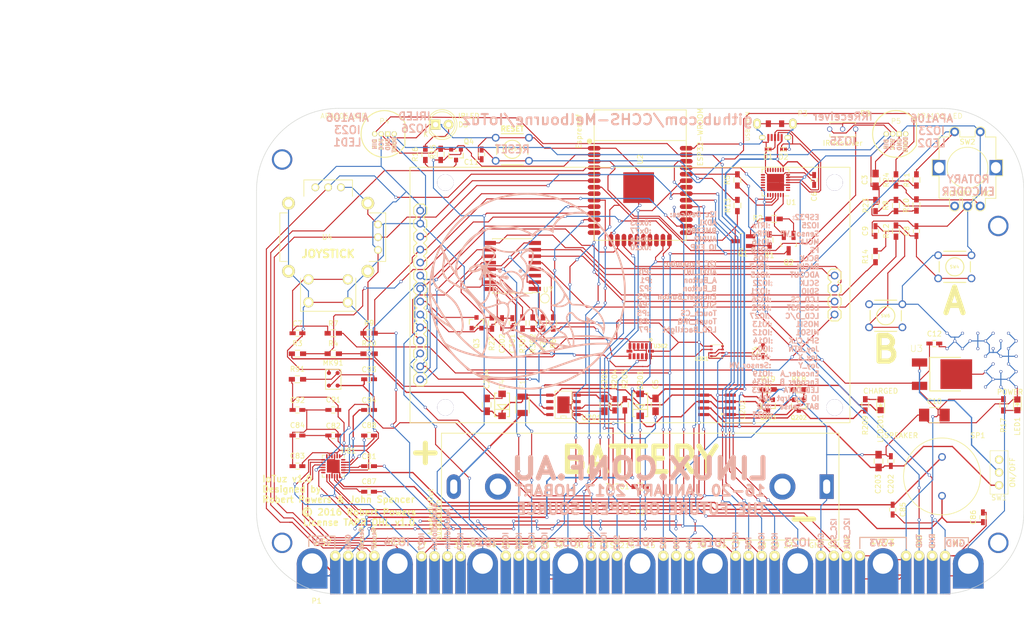
<source format=kicad_pcb>
(kicad_pcb (version 20171130) (host pcbnew "(5.1.12)-1")
  (layers (0 F.Cu signal) (31 B.Cu signal) (34 B.Paste user) (35 F.Paste user) (36 B.SilkS user hide) (37 F.SilkS user hide) (38 B.Mask user) (39 F.Mask user) (44 Edge.Cuts user))
  (net 0 "")
  (net 1 +3V3)
  (net 2 GND)
  (net 3 +5V)
  (net 4 "Net-(C7-Pad1)")
  (net 5 "Net-(C8-Pad1)")
  (net 6 "Net-(C9-Pad1)")
  (net 7 "Net-(C11-Pad1)")
  (net 8 /Power/VIN)
  (net 9 /Power/3.3V)
  (net 10 /BAT+)
  (net 11 /USB_D+)
  (net 12 "Net-(P3-Pad4)")
  (net 13 /USB_D-)
  (net 14 "Net-(P4-Pad4)")
  (net 15 "Net-(P5-Pad4)")
  (net 16 /EN)
  (net 17 /IO34)
  (net 18 /IO35)
  (net 19 /IO32)
  (net 20 /IO33)
  (net 21 /IO25)
  (net 22 /IO26)
  (net 23 /IO27)
  (net 24 /IO14)
  (net 25 /IO12)
  (net 26 /IO13)
  (net 27 /SD2)
  (net 28 /SD3)
  (net 29 /CMD)
  (net 30 /IO23)
  (net 31 /RXD)
  (net 32 /TXD)
  (net 33 /IO19)
  (net 34 /IO18)
  (net 35 /IO5)
  (net 36 /IO17)
  (net 37 /IO16)
  (net 38 /IO4)
  (net 39 /IO0)
  (net 40 /IO15)
  (net 41 /SD1)
  (net 42 /SD0)
  (net 43 /CLK)
  (net 44 /RTS)
  (net 45 /DTR)
  (net 46 /Power/GIN)
  (net 47 /Power/GBAT)
  (net 48 "Net-(R5-Pad2)")
  (net 49 "Net-(LED201-Pad2)")
  (net 50 "Net-(R204-Pad1)")
  (net 51 "Net-(R205-Pad2)")
  (net 52 /DCD)
  (net 53 /RI)
  (net 54 "Net-(U1-Pad9)")
  (net 55 "Net-(U1-Pad10)")
  (net 56 /ACTIVE)
  (net 57 "Net-(U1-Pad12)")
  (net 58 "Net-(U1-Pad13)")
  (net 59 "Net-(U1-Pad14)")
  (net 60 "Net-(U1-Pad15)")
  (net 61 "Net-(U1-Pad16)")
  (net 62 "Net-(U1-Pad17)")
  (net 63 "Net-(U1-Pad18)")
  (net 64 "Net-(U1-Pad19)")
  (net 65 "Net-(U1-Pad20)")
  (net 66 "Net-(U1-Pad21)")
  (net 67 "Net-(U1-Pad22)")
  (net 68 /CTS)
  (net 69 /DSR)
  (net 70 "Net-(U2-Pad32)")
  (net 71 /Power/3.3V_SWITCH)
  (net 72 /Power/~CHRG)
  (net 73 "/I2C Sensors/ADXL_INT")
  (net 74 /I2C_SDA)
  (net 75 /I2C_SCL)
  (net 76 "Net-(U302-Pad3)")
  (net 77 "Net-(U302-Pad9)")
  (net 78 "Net-(U302-Pad11)")
  (net 79 "Net-(U302-Pad10)")
  (net 80 /Audio/MICBias)
  (net 81 /Audio/MIC-)
  (net 82 "Net-(D3-Pad2)")
  (net 83 "Net-(LED1-Pad2)")
  (net 84 "Net-(U201-Pad6)")
  (net 85 "Net-(F1-Pad1)")
  (net 86 /IO2)
  (net 87 /Sensor_VP)
  (net 88 "Net-(R20-Pad2)")
  (net 89 /Enc_Btn)
  (net 90 /A_Btn)
  (net 91 /B_Btn)
  (net 92 "Net-(R21-Pad1)")
  (net 93 /Sensor_VN)
  (net 94 "Net-(J1-Pad10)")
  (net 95 /BL_Control)
  (net 96 /Touch_Sel)
  (net 97 /Touch_INT)
  (net 98 /SD_Sel)
  (net 99 /MonoAudioOut)
  (net 100 /Audio/AUX)
  (net 101 /AuxAudioIn)
  (net 102 "Net-(C87-Pad2)")
  (net 103 "Net-(C88-Pad2)")
  (net 104 "Net-(C93-Pad1)")
  (net 105 "Net-(MK91-Pad1)")
  (net 106 "Net-(U81-Pad24)")
  (net 107 /ACCEL_INT)
  (net 108 "Net-(Q4-PadD)")
  (net 109 "Net-(Q3-PadD)")
  (net 110 /Audio/Speaker-)
  (net 111 /Audio/Speaker+)
  (net 112 "Net-(MP1-Pad1)")
  (net 113 "Net-(MP2-Pad1)")
  (net 114 "Net-(MP3-Pad1)")
  (net 115 "Net-(Q1-Pad1)")
  (net 116 "Net-(Q2-Pad1)")
  (net 117 "Net-(MP4-Pad1)")
  (net 118 "Net-(R23-Pad1)")
  (net 119 "Net-(R10-Pad1)")
  (module libs:via.0.6mm-drill.0.4mm (layer F.Cu) (at 132 137.25)
    (fp_text reference Noname_52 hide)
    (fp_text value "" hide)
    (pad 1 thru_hole circle (at 0 0) (size 0.6 0.6) (drill 0.4) (layers *.Cu) (net 2 GND))
  )
  (module libs:via.0.6mm-drill.0.4mm (layer F.Cu) (at 132 135.75)
    (fp_text reference Noname_51 hide)
    (fp_text value "" hide)
    (pad 1 thru_hole circle (at 0 0) (size 0.6 0.6) (drill 0.4) (layers *.Cu) (net 2 GND))
  )
  (module libs:via.0.6mm-drill.0.4mm (layer F.Cu) (at 126 137.25)
    (fp_text reference Noname_50 hide)
    (fp_text value "" hide)
    (pad 1 thru_hole circle (at 0 0) (size 0.6 0.6) (drill 0.4) (layers *.Cu) (net 2 GND))
  )
  (module libs:via.0.6mm-drill.0.4mm (layer F.Cu) (at 126 135.75)
    (fp_text reference Noname_49 hide)
    (fp_text value "" hide)
    (pad 1 thru_hole circle (at 0 0) (size 0.6 0.6) (drill 0.4) (layers *.Cu) (net 2 GND))
  )
  (module libs:via.0.6mm-drill.0.4mm (layer F.Cu) (at 117.25 137.25)
    (fp_text reference Noname_48 hide)
    (fp_text value "" hide)
    (pad 1 thru_hole circle (at 0 0) (size 0.6 0.6) (drill 0.4) (layers *.Cu) (net 2 GND))
  )
  (module libs:via.0.6mm-drill.0.4mm (layer F.Cu) (at 117.25 135.75)
    (fp_text reference Noname_47 hide)
    (fp_text value "" hide)
    (pad 1 thru_hole circle (at 0 0) (size 0.6 0.6) (drill 0.4) (layers *.Cu) (net 2 GND))
  )
  (module libs:via.0.6mm-drill.0.4mm (layer F.Cu) (at 82 135.75)
    (fp_text reference Noname_46 hide)
    (fp_text value "" hide)
    (pad 1 thru_hole circle (at 0 0) (size 0.6 0.6) (drill 0.4) (layers *.Cu) (net 2 GND))
  )
  (module libs:via.0.6mm-drill.0.4mm (layer F.Cu) (at 81 137.25)
    (fp_text reference Noname_45 hide)
    (fp_text value "" hide)
    (pad 1 thru_hole circle (at 0 0) (size 0.6 0.6) (drill 0.4) (layers *.Cu) (net 2 GND))
  )
  (module libs:via.0.6mm-drill.0.4mm (layer F.Cu) (at 104.75 135.75)
    (fp_text reference Noname_44 hide)
    (fp_text value "" hide)
    (pad 1 thru_hole circle (at 0 0) (size 0.6 0.6) (drill 0.4) (layers *.Cu) (net 2 GND))
  )
  (module libs:via.0.6mm-drill.0.4mm (layer F.Cu) (at 109 135.75)
    (fp_text reference Noname_43 hide)
    (fp_text value "" hide)
    (pad 1 thru_hole circle (at 0 0) (size 0.6 0.6) (drill 0.4) (layers *.Cu) (net 2 GND))
  )
  (module libs:via.0.6mm-drill.0.4mm (layer F.Cu) (at 107.75 137.25)
    (fp_text reference Noname_42 hide)
    (fp_text value "" hide)
    (pad 1 thru_hole circle (at 0 0) (size 0.6 0.6) (drill 0.4) (layers *.Cu) (net 2 GND))
  )
  (module libs:via.0.6mm-drill.0.4mm (layer F.Cu) (at 105 137.25)
    (fp_text reference Noname_41 hide)
    (fp_text value "" hide)
    (pad 1 thru_hole circle (at 0 0) (size 0.6 0.6) (drill 0.4) (layers *.Cu) (net 2 GND))
  )
  (module libs:via.0.6mm-drill.0.4mm (layer F.Cu) (at 100.25 135.75)
    (fp_text reference Noname_40 hide)
    (fp_text value "" hide)
    (pad 1 thru_hole circle (at 0 0) (size 0.6 0.6) (drill 0.4) (layers *.Cu) (net 2 GND))
  )
  (module libs:via.0.6mm-drill.0.4mm (layer F.Cu) (at 100.25 137.25)
    (fp_text reference Noname_39 hide)
    (fp_text value "" hide)
    (pad 1 thru_hole circle (at 0 0) (size 0.6 0.6) (drill 0.4) (layers *.Cu) (net 2 GND))
  )
  (module libs:via.0.6mm-drill.0.4mm (layer F.Cu) (at 94.75 137.25)
    (fp_text reference Noname_38 hide)
    (fp_text value "" hide)
    (pad 1 thru_hole circle (at 0 0) (size 0.6 0.6) (drill 0.4) (layers *.Cu) (net 2 GND))
  )
  (module libs:via.0.6mm-drill.0.4mm (layer F.Cu) (at 93.25 135.75)
    (fp_text reference Noname_37 hide)
    (fp_text value "" hide)
    (pad 1 thru_hole circle (at 0 0) (size 0.6 0.6) (drill 0.4) (layers *.Cu) (net 2 GND))
  )
  (module libs:via.0.6mm-drill.0.4mm (layer F.Cu) (at 88.5 137.25)
    (fp_text reference Noname_36 hide)
    (fp_text value "" hide)
    (pad 1 thru_hole circle (at 0 0) (size 0.6 0.6) (drill 0.4) (layers *.Cu) (net 2 GND))
  )
  (module libs:via.0.6mm-drill.0.4mm (layer F.Cu) (at 87 135.75)
    (fp_text reference Noname_35 hide)
    (fp_text value "" hide)
    (pad 1 thru_hole circle (at 0 0) (size 0.6 0.6) (drill 0.4) (layers *.Cu) (net 2 GND))
  )
  (module libs:via.0.6mm-drill.0.4mm (layer F.Cu) (at 62.75 130.75)
    (fp_text reference Noname_34 hide)
    (fp_text value "" hide)
    (pad 1 thru_hole circle (at 0 0) (size 0.6 0.6) (drill 0.4) (layers *.Cu) (net 2 GND))
  )
  (module libs:via.0.6mm-drill.0.4mm (layer F.Cu) (at 69.25 137.25)
    (fp_text reference Noname_33 hide)
    (fp_text value "" hide)
    (pad 1 thru_hole circle (at 0 0) (size 0.6 0.6) (drill 0.4) (layers *.Cu) (net 2 GND))
  )
  (module libs:via.0.6mm-drill.0.4mm (layer F.Cu) (at 70.5 135.75)
    (fp_text reference Noname_32 hide)
    (fp_text value "" hide)
    (pad 1 thru_hole circle (at 0 0) (size 0.6 0.6) (drill 0.4) (layers *.Cu) (net 2 GND))
  )
  (module libs:via.0.6mm-drill.0.4mm (layer F.Cu) (at 72.5 135.75)
    (fp_text reference Noname_31 hide)
    (fp_text value "" hide)
    (pad 1 thru_hole circle (at 0 0) (size 0.6 0.6) (drill 0.4) (layers *.Cu) (net 2 GND))
  )
  (module libs:via.0.6mm-drill.0.4mm (layer F.Cu) (at 72 137.25)
    (fp_text reference Noname_30 hide)
    (fp_text value "" hide)
    (pad 1 thru_hole circle (at 0 0) (size 0.6 0.6) (drill 0.4) (layers *.Cu) (net 2 GND))
  )
  (module libs:via.0.6mm-drill.0.4mm (layer F.Cu) (at 185 99)
    (fp_text reference Noname_29 hide)
    (fp_text value "" hide)
    (pad 1 thru_hole circle (at 0 0) (size 0.6 0.6) (drill 0.4) (layers *.Cu) (net 2 GND))
  )
  (module libs:via.0.6mm-drill.0.4mm (layer F.Cu) (at 188 99)
    (fp_text reference Noname_28 hide)
    (fp_text value "" hide)
    (pad 1 thru_hole circle (at 0 0) (size 0.6 0.6) (drill 0.4) (layers *.Cu) (net 2 GND))
  )
  (module libs:via.0.6mm-drill.0.4mm (layer F.Cu) (at 191 99)
    (fp_text reference Noname_27 hide)
    (fp_text value "" hide)
    (pad 1 thru_hole circle (at 0 0) (size 0.6 0.6) (drill 0.4) (layers *.Cu) (net 2 GND))
  )
  (module libs:via.0.6mm-drill.0.4mm (layer F.Cu) (at 185 102)
    (fp_text reference Noname_26 hide)
    (fp_text value "" hide)
    (pad 1 thru_hole circle (at 0 0) (size 0.6 0.6) (drill 0.4) (layers *.Cu) (net 2 GND))
  )
  (module libs:via.0.6mm-drill.0.4mm (layer F.Cu) (at 186.5 100.5)
    (fp_text reference Noname_25 hide)
    (fp_text value "" hide)
    (pad 1 thru_hole circle (at 0 0) (size 0.6 0.6) (drill 0.4) (layers *.Cu) (net 2 GND))
  )
  (module libs:via.0.6mm-drill.0.4mm (layer F.Cu) (at 189.5 100.5)
    (fp_text reference Noname_24 hide)
    (fp_text value "" hide)
    (pad 1 thru_hole circle (at 0 0) (size 0.6 0.6) (drill 0.4) (layers *.Cu) (net 2 GND))
  )
  (module libs:via.0.6mm-drill.0.4mm (layer F.Cu) (at 188 102)
    (fp_text reference Noname_23 hide)
    (fp_text value "" hide)
    (pad 1 thru_hole circle (at 0 0) (size 0.6 0.6) (drill 0.4) (layers *.Cu) (net 2 GND))
  )
  (module libs:via.0.6mm-drill.0.4mm (layer F.Cu) (at 191 102)
    (fp_text reference Noname_22 hide)
    (fp_text value "" hide)
    (pad 1 thru_hole circle (at 0 0) (size 0.6 0.6) (drill 0.4) (layers *.Cu) (net 2 GND))
  )
  (module libs:via.0.6mm-drill.0.4mm (layer F.Cu) (at 192.5 100.5)
    (fp_text reference Noname_21 hide)
    (fp_text value "" hide)
    (pad 1 thru_hole circle (at 0 0) (size 0.6 0.6) (drill 0.4) (layers *.Cu) (net 2 GND))
  )
  (module libs:via.0.6mm-drill.0.4mm (layer F.Cu) (at 194 99)
    (fp_text reference Noname_20 hide)
    (fp_text value "" hide)
    (pad 1 thru_hole circle (at 0 0) (size 0.6 0.6) (drill 0.4) (layers *.Cu) (net 2 GND))
  )
  (module libs:via.0.6mm-drill.0.4mm (layer F.Cu) (at 197 99)
    (fp_text reference Noname_19 hide)
    (fp_text value "" hide)
    (pad 1 thru_hole circle (at 0 0) (size 0.6 0.6) (drill 0.4) (layers *.Cu) (net 2 GND))
  )
  (module libs:via.0.6mm-drill.0.4mm (layer F.Cu) (at 195.5 100.5)
    (fp_text reference Noname_18 hide)
    (fp_text value "" hide)
    (pad 1 thru_hole circle (at 0 0) (size 0.6 0.6) (drill 0.4) (layers *.Cu) (net 2 GND))
  )
  (module libs:via.0.6mm-drill.0.4mm (layer F.Cu) (at 198.5 100.5)
    (fp_text reference Noname_17 hide)
    (fp_text value "" hide)
    (pad 1 thru_hole circle (at 0 0) (size 0.6 0.6) (drill 0.4) (layers *.Cu) (net 2 GND))
  )
  (module libs:via.0.6mm-drill.0.4mm (layer F.Cu) (at 192.5 103.5)
    (fp_text reference Noname_16 hide)
    (fp_text value "" hide)
    (pad 1 thru_hole circle (at 0 0) (size 0.6 0.6) (drill 0.4) (layers *.Cu) (net 2 GND))
  )
  (module libs:via.0.6mm-drill.0.4mm (layer F.Cu) (at 194 102)
    (fp_text reference Noname_15 hide)
    (fp_text value "" hide)
    (pad 1 thru_hole circle (at 0 0) (size 0.6 0.6) (drill 0.4) (layers *.Cu) (net 2 GND))
  )
  (module libs:via.0.6mm-drill.0.4mm (layer F.Cu) (at 197 102)
    (fp_text reference Noname_14 hide)
    (fp_text value "" hide)
    (pad 1 thru_hole circle (at 0 0) (size 0.6 0.6) (drill 0.4) (layers *.Cu) (net 2 GND))
  )
  (module libs:via.0.6mm-drill.0.4mm (layer F.Cu) (at 195.5 103.5)
    (fp_text reference Noname_13 hide)
    (fp_text value "" hide)
    (pad 1 thru_hole circle (at 0 0) (size 0.6 0.6) (drill 0.4) (layers *.Cu) (net 2 GND))
  )
  (module libs:via.0.6mm-drill.0.4mm (layer F.Cu) (at 198.5 103.5)
    (fp_text reference Noname_12 hide)
    (fp_text value "" hide)
    (pad 1 thru_hole circle (at 0 0) (size 0.6 0.6) (drill 0.4) (layers *.Cu) (net 2 GND))
  )
  (module libs:via.0.6mm-drill.0.4mm (layer F.Cu) (at 192.5 106.5)
    (fp_text reference Noname_11 hide)
    (fp_text value "" hide)
    (pad 1 thru_hole circle (at 0 0) (size 0.6 0.6) (drill 0.4) (layers *.Cu) (net 2 GND))
  )
  (module libs:via.0.6mm-drill.0.4mm (layer F.Cu) (at 194 105)
    (fp_text reference Noname_10 hide)
    (fp_text value "" hide)
    (pad 1 thru_hole circle (at 0 0) (size 0.6 0.6) (drill 0.4) (layers *.Cu) (net 2 GND))
  )
  (module libs:via.0.6mm-drill.0.4mm (layer F.Cu) (at 197 105)
    (fp_text reference Noname_9 hide)
    (fp_text value "" hide)
    (pad 1 thru_hole circle (at 0 0) (size 0.6 0.6) (drill 0.4) (layers *.Cu) (net 2 GND))
  )
  (module libs:via.0.6mm-drill.0.4mm (layer F.Cu) (at 195.5 106.5)
    (fp_text reference Noname_8 hide)
    (fp_text value "" hide)
    (pad 1 thru_hole circle (at 0 0) (size 0.6 0.6) (drill 0.4) (layers *.Cu) (net 2 GND))
  )
  (module libs:via.0.6mm-drill.0.4mm (layer F.Cu) (at 198.5 106.5)
    (fp_text reference Noname_7 hide)
    (fp_text value "" hide)
    (pad 1 thru_hole circle (at 0 0) (size 0.6 0.6) (drill 0.4) (layers *.Cu) (net 2 GND))
  )
  (module libs:via.0.6mm-drill.0.4mm (layer F.Cu) (at 192.5 109.5)
    (fp_text reference Noname_6 hide)
    (fp_text value "" hide)
    (pad 1 thru_hole circle (at 0 0) (size 0.6 0.6) (drill 0.4) (layers *.Cu) (net 2 GND))
  )
  (module libs:via.0.6mm-drill.0.4mm (layer F.Cu) (at 194 108)
    (fp_text reference Noname_5 hide)
    (fp_text value "" hide)
    (pad 1 thru_hole circle (at 0 0) (size 0.6 0.6) (drill 0.4) (layers *.Cu) (net 2 GND))
  )
  (module libs:via.0.6mm-drill.0.4mm (layer F.Cu) (at 197 108)
    (fp_text reference Noname_4 hide)
    (fp_text value "" hide)
    (pad 1 thru_hole circle (at 0 0) (size 0.6 0.6) (drill 0.4) (layers *.Cu) (net 2 GND))
  )
  (module libs:via.0.6mm-drill.0.4mm (layer F.Cu) (at 195.5 109.5)
    (fp_text reference Noname_3 hide)
    (fp_text value "" hide)
    (pad 1 thru_hole circle (at 0 0) (size 0.6 0.6) (drill 0.4) (layers *.Cu) (net 2 GND))
  )
  (module libs:via.0.6mm-drill.0.4mm (layer F.Cu) (at 198.5 109.5)
    (fp_text reference Noname_2 hide)
    (fp_text value "" hide)
    (pad 1 thru_hole circle (at 0 0) (size 0.6 0.6) (drill 0.4) (layers *.Cu) (net 2 GND))
  )
  (module libs:BH-18650 (layer F.Cu) (at 125 129)
    (fp_text reference P2 (at 0 5.08) (layer F.SilkS))
    (fp_text value BATTERY (at -0.05588 -5.19684) (layer F.SilkS) (effects (font (size 5 5) (thickness 1))))
    (fp_text user + (at -42 -6.95) (layer F.SilkS) (effects (font (size 5 5) (thickness 1))))
    (fp_text user - (at 32 6) (layer F.SilkS) (effects (font (size 5 5) (thickness 1))))
    (pad 2 thru_hole oval (at -36.45 0) (size 2.76 4.8) (drill oval 1.38 2.8) (layers *.Cu *.Mask) (net 85 "Net-(F1-Pad1)"))
    (pad "" thru_hole circle (at 27.805 0) (size 5.08 5.08) (drill 3.2) (layers *.Cu *.Mask))
    (pad "" thru_hole circle (at -27.805 0) (size 5.08 5.08) (drill 3.2) (layers *.Cu *.Mask))
    (pad 1 thru_hole rect (at 36.45 0) (size 2.76 4.8) (drill oval 1.38 2.8) (layers *.Cu *.Mask) (net 2 GND))
  )
  (module Resistors_SMD:R_0603_HandSoldering (layer F.Cu) (at 125 129)
    (fp_text reference TH201 (at -4.4196 -0.00508) (layer F.SilkS))
    (fp_text value "10K NTC")
    (pad 1 smd rect (at -1.1 0) (size 1.2 0.9) (layers F.Cu F.Paste F.Mask) (net 51 "Net-(R205-Pad2)"))
    (pad 2 smd rect (at 1.1 0) (size 1.2 0.9) (layers F.Cu F.Paste F.Mask) (net 2 GND))
  )
  (module freetronics_footprints:SOT23_FET (layer F.Cu) (at 156 113 180)
    (fp_text reference Q202 (at 0 -2.5 180) (layer F.SilkS) (effects (font (size 0.8 0.8))))
    (fp_text value FDN340P)
    (pad D smd rect (at 0 -1.09982 180) (size 0.8001 0.89916) (layers F.Cu F.Paste F.Mask) (net 8 /Power/VIN))
    (pad G smd rect (at -0.94996 1.00076 180) (size 0.8001 0.89916) (layers F.Cu F.Paste F.Mask) (net 46 /Power/GIN))
    (pad S smd rect (at 0.94996 1.00076 180) (size 0.8001 0.89916) (layers F.Cu F.Paste F.Mask) (net 9 /Power/3.3V))
  )
  (module libs:MountingHole_3.2mm_M3.IoTuz (layer F.Cu) (at 195 78)
    (fp_text reference MP4 hide)
    (fp_text value M3 hide)
    (pad 1 thru_hole circle (at 0 0) (size 4 4) (drill 3.2) (layers *.Cu *.Mask) (net 117 "Net-(MP4-Pad1)") (clearance 1.2))
  )
  (module Capacitors_SMD:C_0603_HandSoldering (layer F.Cu) (at 149 102.5 90)
    (fp_text reference C4 (at 0 -1.5 90) (layer F.SilkS))
    (fp_text value 0.1uF)
    (pad 1 smd rect (at -0.95 0 90) (size 1.2 0.75) (layers F.Cu F.Paste F.Mask) (net 1 +3V3))
    (pad 2 smd rect (at 0.95 0 90) (size 1.2 0.75) (layers F.Cu F.Paste F.Mask) (net 2 GND))
  )
  (module Capacitors_SMD:C_0603_HandSoldering (layer F.Cu) (at 159 69 270)
    (fp_text reference C6 (at 3.24 0 270) (layer F.SilkS))
    (fp_text value 0.1uF)
    (pad 1 smd rect (at -0.95 0 270) (size 1.2 0.75) (layers F.Cu F.Paste F.Mask) (net 3 +5V))
    (pad 2 smd rect (at 0.95 0 270) (size 1.2 0.75) (layers F.Cu F.Paste F.Mask) (net 2 GND))
  )
  (module Capacitors_SMD:C_0603_HandSoldering (layer F.Cu) (at 58 99)
    (fp_text reference C7 (at 0 -1.9) (layer F.SilkS))
    (fp_text value 1nF)
    (pad 1 smd rect (at -0.95 0) (size 1.2 0.75) (layers F.Cu F.Paste F.Mask) (net 4 "Net-(C7-Pad1)"))
    (pad 2 smd rect (at 0.95 0) (size 1.2 0.75) (layers F.Cu F.Paste F.Mask) (net 2 GND))
  )
  (module Capacitors_SMD:C_0603_HandSoldering (layer F.Cu) (at 179 79 90)
    (fp_text reference C8 (at 0 -1.9 90) (layer F.SilkS))
    (fp_text value 1nF)
    (pad 1 smd rect (at -0.95 0 90) (size 1.2 0.75) (layers F.Cu F.Paste F.Mask) (net 5 "Net-(C8-Pad1)"))
    (pad 2 smd rect (at 0.95 0 90) (size 1.2 0.75) (layers F.Cu F.Paste F.Mask) (net 2 GND))
  )
  (module Capacitors_SMD:C_0603_HandSoldering (layer F.Cu) (at 171 79 270)
    (fp_text reference C9 (at 0 2 270) (layer F.SilkS))
    (fp_text value 1nF)
    (pad 1 smd rect (at -0.95 0 270) (size 1.2 0.75) (layers F.Cu F.Paste F.Mask) (net 6 "Net-(C9-Pad1)"))
    (pad 2 smd rect (at 0.95 0 270) (size 1.2 0.75) (layers F.Cu F.Paste F.Mask) (net 2 GND))
  )
  (module Capacitors_SMD:C_0603_HandSoldering (layer F.Cu) (at 94 64 270)
    (fp_text reference C11 (at 1.5 2) (layer F.SilkS))
    (fp_text value 1uF)
    (pad 1 smd rect (at -0.95 0 270) (size 1.2 0.75) (layers F.Cu F.Paste F.Mask) (net 7 "Net-(C11-Pad1)"))
    (pad 2 smd rect (at 0.95 0 270) (size 1.2 0.75) (layers F.Cu F.Paste F.Mask) (net 2 GND))
  )
  (module freetronics_footprints:DIODE_SMA (layer F.Cu) (at 98 113 270)
    (fp_text reference D4 (at -4 0.02 90) (layer F.SilkS) (effects (font (thickness 0.1))))
    (fp_text value SS14)
    (pad A smd rect (at -2.14884 0 270) (size 1.27 1.47066) (layers F.Cu F.Paste F.Mask) (net 2 GND))
    (pad K smd rect (at 2.14884 0 270) (size 1.27 1.47066) (layers F.Cu F.Paste F.Mask) (net 10 /BAT+))
  )
  (module freetronics_footprints:DIODE_SMA (layer F.Cu) (at 125 113 270)
    (fp_text reference D201 (at -4.84 -0.02 270) (layer F.SilkS))
    (fp_text value SS14)
    (pad A smd rect (at -2.14884 0 270) (size 1.27 1.47066) (layers F.Cu F.Paste F.Mask) (net 3 +5V))
    (pad K smd rect (at 2.14884 0 270) (size 1.27 1.47066) (layers F.Cu F.Paste F.Mask) (net 8 /Power/VIN))
  )
  (module freetronics_footprints:1210 (layer F.Cu) (at 102 113 90)
    (fp_text reference F1 (at 4 0 270) (layer F.SilkS) (effects (font (thickness 0.1))))
    (fp_text value "1A PTC")
    (pad 1 smd rect (at -1.59766 0 90) (size 1.19888 1.99898) (layers F.Cu F.Paste F.Mask) (net 85 "Net-(F1-Pad1)"))
    (pad 2 smd rect (at 1.59766 0 90) (size 1.19888 1.99898) (layers F.Cu F.Paste F.Mask) (net 10 /BAT+))
  )
  (module freetronics_footprints:SOT23_FET (layer F.Cu) (at 150 113 180)
    (fp_text reference Q203 (at 0 -2.5 180) (layer F.SilkS) (effects (font (size 0.8 0.8))))
    (fp_text value FDN340P)
    (pad D smd rect (at 0 -1.09982 180) (size 0.8001 0.89916) (layers F.Cu F.Paste F.Mask) (net 10 /BAT+))
    (pad G smd rect (at -0.94996 1.00076 180) (size 0.8001 0.89916) (layers F.Cu F.Paste F.Mask) (net 47 /Power/GBAT))
    (pad S smd rect (at 0.94996 1.00076 180) (size 0.8001 0.89916) (layers F.Cu F.Paste F.Mask) (net 9 /Power/3.3V))
  )
  (module Resistors_SMD:R_0603_HandSoldering (layer F.Cu) (at 150.275 80.75 90)
    (fp_text reference R1 (at -3.03 -0.005 180) (layer F.SilkS))
    (fp_text value "12K(1%)")
    (pad 1 smd rect (at -1.1 0 90) (size 1.2 0.9) (layers F.Cu F.Paste F.Mask) (net 115 "Net-(Q1-Pad1)"))
    (pad 2 smd rect (at 1.1 0 90) (size 1.2 0.9) (layers F.Cu F.Paste F.Mask) (net 45 /DTR))
  )
  (module Resistors_SMD:R_0603_HandSoldering (layer F.Cu) (at 151.175 76.625 180)
    (fp_text reference R2 (at 3.175 0.125 180) (layer F.SilkS))
    (fp_text value "12K(1%)")
    (pad 1 smd rect (at -1.1 0 180) (size 1.2 0.9) (layers F.Cu F.Paste F.Mask) (net 116 "Net-(Q2-Pad1)"))
    (pad 2 smd rect (at 1.1 0 180) (size 1.2 0.9) (layers F.Cu F.Paste F.Mask) (net 44 /RTS))
  )
  (module Resistors_SMD:R_0603_HandSoldering (layer F.Cu) (at 58 103)
    (fp_text reference R3 (at 0 -2) (layer F.SilkS))
    (fp_text value 1M)
    (pad 1 smd rect (at -1.1 0) (size 1.2 0.9) (layers F.Cu F.Paste F.Mask) (net 10 /BAT+))
    (pad 2 smd rect (at 1.1 0) (size 1.2 0.9) (layers F.Cu F.Paste F.Mask) (net 86 /IO2))
  )
  (module Resistors_SMD:R_0603_HandSoldering (layer F.Cu) (at 65 103 180)
    (fp_text reference R4 (at 0 2 180) (layer F.SilkS))
    (fp_text value 100K)
    (pad 1 smd rect (at -1.1 0 180) (size 1.2 0.9) (layers F.Cu F.Paste F.Mask) (net 88 "Net-(R20-Pad2)"))
    (pad 2 smd rect (at 1.1 0 180) (size 1.2 0.9) (layers F.Cu F.Paste F.Mask) (net 86 /IO2))
  )
  (module Resistors_SMD:R_0603_HandSoldering (layer F.Cu) (at 144 69 270)
    (fp_text reference R5 (at 0 2 270) (layer F.SilkS))
    (fp_text value "470R(1%)")
    (pad 1 smd rect (at -1.1 0 270) (size 1.2 0.9) (layers F.Cu F.Paste F.Mask) (net 32 /TXD))
    (pad 2 smd rect (at 1.1 0 270) (size 1.2 0.9) (layers F.Cu F.Paste F.Mask) (net 48 "Net-(R5-Pad2)"))
  )
  (module Resistors_SMD:R_0603_HandSoldering (layer F.Cu) (at 108 97 270)
    (fp_text reference R6 (at 4 0 270) (layer F.SilkS))
    (fp_text value 10K)
    (pad 1 smd rect (at -1.1 0 270) (size 1.2 0.9) (layers F.Cu F.Paste F.Mask) (net 107 /ACCEL_INT))
    (pad 2 smd rect (at 1.1 0 270) (size 1.2 0.9) (layers F.Cu F.Paste F.Mask) (net 73 "/I2C Sensors/ADXL_INT"))
  )
  (module Resistors_SMD:R_0603_HandSoldering (layer F.Cu) (at 65 99)
    (fp_text reference R7 (at 0 -1.9) (layer F.SilkS))
    (fp_text value "470R(1%)")
    (pad 1 smd rect (at -1.1 0) (size 1.2 0.9) (layers F.Cu F.Paste F.Mask) (net 4 "Net-(C7-Pad1)"))
    (pad 2 smd rect (at 1.1 0) (size 1.2 0.9) (layers F.Cu F.Paste F.Mask) (net 39 /IO0))
  )
  (module Resistors_SMD:R_0603_HandSoldering (layer F.Cu) (at 175 74 270)
    (fp_text reference R8 (at 0 2 270) (layer F.SilkS))
    (fp_text value 10K)
    (pad 1 smd rect (at -1.1 0 270) (size 1.2 0.9) (layers F.Cu F.Paste F.Mask) (net 118 "Net-(R23-Pad1)"))
    (pad 2 smd rect (at 1.1 0 270) (size 1.2 0.9) (layers F.Cu F.Paste F.Mask) (net 1 +3V3))
  )
  (module Resistors_SMD:R_0603_HandSoldering (layer F.Cu) (at 179 73.9 270)
    (fp_text reference R10 (at 0.1 2 270) (layer F.SilkS))
    (fp_text value 10K)
    (pad 1 smd rect (at -1.1 0 270) (size 1.2 0.9) (layers F.Cu F.Paste F.Mask) (net 119 "Net-(R10-Pad1)"))
    (pad 2 smd rect (at 1.1 0 270) (size 1.2 0.9) (layers F.Cu F.Paste F.Mask) (net 1 +3V3))
  )
  (module Resistors_SMD:R_0603_HandSoldering (layer F.Cu) (at 179 69 90)
    (fp_text reference R11 (at 0 -1.9 90) (layer F.SilkS))
    (fp_text value 10K)
    (pad 1 smd rect (at -1.1 0 90) (size 1.2 0.9) (layers F.Cu F.Paste F.Mask) (net 1 +3V3))
    (pad 2 smd rect (at 1.1 0 90) (size 1.2 0.9) (layers F.Cu F.Paste F.Mask) (net 89 /Enc_Btn))
  )
  (module Resistors_SMD:R_0603_HandSoldering (layer F.Cu) (at 175 79 90)
    (fp_text reference R12 (at 0 -1.9 90) (layer F.SilkS))
    (fp_text value "470R(1%)")
    (pad 1 smd rect (at -1.1 0 90) (size 1.2 0.9) (layers F.Cu F.Paste F.Mask) (net 90 /A_Btn))
    (pad 2 smd rect (at 1.1 0 90) (size 1.2 0.9) (layers F.Cu F.Paste F.Mask) (net 5 "Net-(C8-Pad1)"))
  )
  (module Resistors_SMD:R_0603_HandSoldering (layer F.Cu) (at 144 74 90)
    (fp_text reference R13 (at 0 -1.9 90) (layer F.SilkS))
    (fp_text value "470R(1%)")
    (pad 1 smd rect (at -1.1 0 90) (size 1.2 0.9) (layers F.Cu F.Paste F.Mask) (net 16 /EN))
    (pad 2 smd rect (at 1.1 0 90) (size 1.2 0.9) (layers F.Cu F.Paste F.Mask) (net 7 "Net-(C11-Pad1)"))
  )
  (module Resistors_SMD:R_0603_HandSoldering (layer F.Cu) (at 171 84 90)
    (fp_text reference R14 (at 0 -2 90) (layer F.SilkS))
    (fp_text value "470R(1%)")
    (pad 1 smd rect (at -1.1 0 90) (size 1.2 0.9) (layers F.Cu F.Paste F.Mask) (net 91 /B_Btn))
    (pad 2 smd rect (at 1.1 0 90) (size 1.2 0.9) (layers F.Cu F.Paste F.Mask) (net 6 "Net-(C9-Pad1)"))
  )
  (module Resistors_SMD:R_0603_HandSoldering (layer F.Cu) (at 156 110 180)
    (fp_text reference R18 (at 0 2 180) (layer F.SilkS))
    (fp_text value 100K)
    (pad 1 smd rect (at -1.1 0 180) (size 1.2 0.9) (layers F.Cu F.Paste F.Mask) (net 46 /Power/GIN))
    (pad 2 smd rect (at 1.1 0 180) (size 1.2 0.9) (layers F.Cu F.Paste F.Mask) (net 2 GND))
  )
  (module Resistors_SMD:R_0603_HandSoldering (layer F.Cu) (at 150 110)
    (fp_text reference R19 (at 0 -2) (layer F.SilkS))
    (fp_text value 100K)
    (pad 1 smd rect (at -1.1 0) (size 1.2 0.9) (layers F.Cu F.Paste F.Mask) (net 9 /Power/3.3V))
    (pad 2 smd rect (at 1.1 0) (size 1.2 0.9) (layers F.Cu F.Paste F.Mask) (net 47 /Power/GBAT))
  )
  (module Resistors_SMD:R_0603_HandSoldering (layer F.Cu) (at 120 113 90)
    (fp_text reference R204 (at 5 0 90) (layer F.SilkS))
    (fp_text value "3.6K 1%")
    (pad 1 smd rect (at -1.1 0 90) (size 1.2 0.9) (layers F.Cu F.Paste F.Mask) (net 50 "Net-(R204-Pad1)"))
    (pad 2 smd rect (at 1.1 0 90) (size 1.2 0.9) (layers F.Cu F.Paste F.Mask) (net 2 GND))
  )
  (module Resistors_SMD:R_0603_HandSoldering (layer F.Cu) (at 122 113 270)
    (fp_text reference R205 (at -5 0 270) (layer F.SilkS))
    (fp_text value "7.15K 1%")
    (pad 1 smd rect (at -1.1 0 270) (size 1.2 0.9) (layers F.Cu F.Paste F.Mask) (net 8 /Power/VIN))
    (pad 2 smd rect (at 1.1 0 270) (size 1.2 0.9) (layers F.Cu F.Paste F.Mask) (net 51 "Net-(R205-Pad2)"))
  )
  (module freetronics_footprints:SW_PUSHBUTTON_PTH (layer F.Cu) (at 100 63)
    (fp_text reference SW5 (at -0.05 0) (layer F.SilkS) (effects (font (size 0.6 0.6) (thickness 0.1))))
    (fp_text value RESET (at 0 -4) (layer F.SilkS) (effects (font (thickness 0.25))))
    (pad 1 thru_hole oval (at -3.2512 -2.2606) (size 1.524 1.524) (drill 1.016) (layers *.Cu *.Mask) (net 2 GND))
    (pad 1 thru_hole oval (at 3.2512 -2.2606) (size 1.524 1.524) (drill 1.016) (layers *.Cu *.Mask) (net 2 GND))
    (pad 2 thru_hole oval (at -3.2512 2.2606) (size 1.524 1.524) (drill 1.016) (layers *.Cu *.Mask) (net 7 "Net-(C11-Pad1)"))
    (pad 2 thru_hole oval (at 3.2512 2.2606) (size 1.524 1.524) (drill 1.016) (layers *.Cu *.Mask) (net 7 "Net-(C11-Pad1)"))
  )
  (module Housings_DFN_QFN:QFN-28-1EP_5x5mm_Pitch0.5mm (layer F.Cu) (at 151.45 69.5 180)
    (fp_text reference U1 (at -3.05 -3.875 180) (layer F.SilkS))
    (fp_text value CP2102)
    (pad 1 smd oval (at -2.45 -1.5 180) (size 0.85 0.3) (layers F.Cu F.Paste F.Mask) (net 52 /DCD))
    (pad 2 smd oval (at -2.45 -1 180) (size 0.85 0.3) (layers F.Cu F.Paste F.Mask) (net 53 /RI))
    (pad 3 smd oval (at -2.45 -0.5 180) (size 0.85 0.3) (layers F.Cu F.Paste F.Mask) (net 2 GND))
    (pad 4 smd oval (at -2.45 0 180) (size 0.85 0.3) (layers F.Cu F.Paste F.Mask) (net 11 /USB_D+))
    (pad 5 smd oval (at -2.45 0.5 180) (size 0.85 0.3) (layers F.Cu F.Paste F.Mask) (net 13 /USB_D-))
    (pad 6 smd oval (at -2.45 1 180) (size 0.85 0.3) (layers F.Cu F.Paste F.Mask) (net 1 +3V3))
    (pad 7 smd oval (at -2.45 1.5 180) (size 0.85 0.3) (layers F.Cu F.Paste F.Mask) (net 1 +3V3))
    (pad 8 smd oval (at -1.5 2.45 270) (size 0.85 0.3) (layers F.Cu F.Paste F.Mask) (net 3 +5V))
    (pad 9 smd oval (at -1 2.45 270) (size 0.85 0.3) (layers F.Cu F.Paste F.Mask) (net 54 "Net-(U1-Pad9)"))
    (pad 10 smd oval (at -0.5 2.45 270) (size 0.85 0.3) (layers F.Cu F.Paste F.Mask) (net 55 "Net-(U1-Pad10)"))
    (pad 11 smd oval (at 0 2.45 270) (size 0.85 0.3) (layers F.Cu F.Paste F.Mask) (net 56 /ACTIVE))
    (pad 12 smd oval (at 0.5 2.45 270) (size 0.85 0.3) (layers F.Cu F.Paste F.Mask) (net 57 "Net-(U1-Pad12)"))
    (pad 13 smd oval (at 1 2.45 270) (size 0.85 0.3) (layers F.Cu F.Paste F.Mask) (net 58 "Net-(U1-Pad13)"))
    (pad 14 smd oval (at 1.5 2.45 270) (size 0.85 0.3) (layers F.Cu F.Paste F.Mask) (net 59 "Net-(U1-Pad14)"))
    (pad 15 smd oval (at 2.45 1.5 180) (size 0.85 0.3) (layers F.Cu F.Paste F.Mask) (net 60 "Net-(U1-Pad15)"))
    (pad 16 smd oval (at 2.45 1 180) (size 0.85 0.3) (layers F.Cu F.Paste F.Mask) (net 61 "Net-(U1-Pad16)"))
    (pad 17 smd oval (at 2.45 0.5 180) (size 0.85 0.3) (layers F.Cu F.Paste F.Mask) (net 62 "Net-(U1-Pad17)"))
    (pad 18 smd oval (at 2.45 0 180) (size 0.85 0.3) (layers F.Cu F.Paste F.Mask) (net 63 "Net-(U1-Pad18)"))
    (pad 19 smd oval (at 2.45 -0.5 180) (size 0.85 0.3) (layers F.Cu F.Paste F.Mask) (net 64 "Net-(U1-Pad19)"))
    (pad 20 smd oval (at 2.45 -1 180) (size 0.85 0.3) (layers F.Cu F.Paste F.Mask) (net 65 "Net-(U1-Pad20)"))
    (pad 21 smd oval (at 2.45 -1.5 180) (size 0.85 0.3) (layers F.Cu F.Paste F.Mask) (net 66 "Net-(U1-Pad21)"))
    (pad 22 smd oval (at 1.5 -2.45 270) (size 0.85 0.3) (layers F.Cu F.Paste F.Mask) (net 67 "Net-(U1-Pad22)"))
    (pad 23 smd oval (at 1 -2.45 270) (size 0.85 0.3) (layers F.Cu F.Paste F.Mask) (net 68 /CTS))
    (pad 24 smd oval (at 0.5 -2.45 270) (size 0.85 0.3) (layers F.Cu F.Paste F.Mask) (net 44 /RTS))
    (pad 25 smd oval (at 0 -2.45 270) (size 0.85 0.3) (layers F.Cu F.Paste F.Mask) (net 31 /RXD))
    (pad 26 smd oval (at -0.5 -2.45 270) (size 0.85 0.3) (layers F.Cu F.Paste F.Mask) (net 48 "Net-(R5-Pad2)"))
    (pad 27 smd oval (at -1 -2.45 270) (size 0.85 0.3) (layers F.Cu F.Paste F.Mask) (net 69 /DSR))
    (pad 28 smd oval (at -1.5 -2.45 270) (size 0.85 0.3) (layers F.Cu F.Paste F.Mask) (net 45 /DTR))
    (pad 29 smd rect (at 0.8375 0.8375 180) (size 1.675 1.675) (layers F.Cu F.Paste F.Mask) (net 2 GND))
    (pad 29 smd rect (at 0.8375 -0.8375 180) (size 1.675 1.675) (layers F.Cu F.Paste F.Mask) (net 2 GND))
    (pad 29 smd rect (at -0.8375 0.8375 180) (size 1.675 1.675) (layers F.Cu F.Paste F.Mask) (net 2 GND))
    (pad 29 smd rect (at -0.8375 -0.8375 180) (size 1.675 1.675) (layers F.Cu F.Paste F.Mask) (net 2 GND))
  )
  (module ESP32-footprints-Lib:ESP32-WROOM (layer F.Cu) (at 125 68.05 180)
    (fp_text reference U2 (at 0.0058 3.0888 270) (layer F.SilkS))
    (fp_text value ESP32-WROOM hide)
    (fp_text user Espressif (at 12 8.55 270) (layer F.SilkS))
    (fp_text user ESP32-WROOM (at -11.75 7.45 270) (layer F.SilkS))
    (pad 38 smd oval (at -9 5.25 180) (size 2.5 0.9) (layers F.Cu F.Paste F.Mask) (net 2 GND))
    (pad 37 smd oval (at -9 3.98 180) (size 2.5 0.9) (layers F.Cu F.Paste F.Mask) (net 30 /IO23))
    (pad 36 smd oval (at -9 2.71 180) (size 2.5 0.9) (layers F.Cu F.Paste F.Mask) (net 75 /I2C_SCL))
    (pad 35 smd oval (at -9 1.44 180) (size 2.5 0.9) (layers F.Cu F.Paste F.Mask) (net 31 /RXD))
    (pad 34 smd oval (at -9 0.17 180) (size 2.5 0.9) (layers F.Cu F.Paste F.Mask) (net 32 /TXD))
    (pad 33 smd oval (at -9 -1.1 180) (size 2.5 0.9) (layers F.Cu F.Paste F.Mask) (net 74 /I2C_SDA))
    (pad 32 smd oval (at -9 -2.37 180) (size 2.5 0.9) (layers F.Cu F.Paste F.Mask) (net 70 "Net-(U2-Pad32)"))
    (pad 31 smd oval (at -9 -3.64 180) (size 2.5 0.9) (layers F.Cu F.Paste F.Mask) (net 33 /IO19))
    (pad 30 smd oval (at -9 -4.91 180) (size 2.5 0.9) (layers F.Cu F.Paste F.Mask) (net 34 /IO18))
    (pad 29 smd oval (at -9 -6.18 180) (size 2.5 0.9) (layers F.Cu F.Paste F.Mask) (net 35 /IO5))
    (pad 28 smd oval (at -9 -7.45 180) (size 2.5 0.9) (layers F.Cu F.Paste F.Mask) (net 36 /IO17))
    (pad 27 smd oval (at -9 -8.72 180) (size 2.5 0.9) (layers F.Cu F.Paste F.Mask) (net 37 /IO16))
    (pad 26 smd oval (at -9 -9.99 180) (size 2.5 0.9) (layers F.Cu F.Paste F.Mask) (net 38 /IO4))
    (pad 25 smd oval (at -9 -11.26 180) (size 2.5 0.9) (layers F.Cu F.Paste F.Mask) (net 39 /IO0))
    (pad 24 smd oval (at -5.715 -12.75 180) (size 0.9 2.5) (layers F.Cu F.Paste F.Mask) (net 86 /IO2))
    (pad 23 smd oval (at -4.445 -12.75 180) (size 0.9 2.5) (layers F.Cu F.Paste F.Mask) (net 40 /IO15))
    (pad 22 smd oval (at -3.175 -12.75 180) (size 0.9 2.5) (layers F.Cu F.Paste F.Mask) (net 41 /SD1))
    (pad 21 smd oval (at -1.905 -12.75 180) (size 0.9 2.5) (layers F.Cu F.Paste F.Mask) (net 42 /SD0))
    (pad 20 smd oval (at -0.635 -12.75 180) (size 0.9 2.5) (layers F.Cu F.Paste F.Mask) (net 43 /CLK))
    (pad 19 smd oval (at 0.635 -12.75 180) (size 0.9 2.5) (layers F.Cu F.Paste F.Mask) (net 29 /CMD))
    (pad 18 smd oval (at 1.905 -12.75 180) (size 0.9 2.5) (layers F.Cu F.Paste F.Mask) (net 28 /SD3))
    (pad 17 smd oval (at 3.175 -12.75 180) (size 0.9 2.5) (layers F.Cu F.Paste F.Mask) (net 27 /SD2))
    (pad 16 smd oval (at 4.445 -12.75 180) (size 0.9 2.5) (layers F.Cu F.Paste F.Mask) (net 26 /IO13))
    (pad 15 smd oval (at 5.715 -12.75 180) (size 0.9 2.5) (layers F.Cu F.Paste F.Mask) (net 2 GND))
    (pad 14 smd oval (at 9 -11.26 180) (size 2.5 0.9) (layers F.Cu F.Paste F.Mask) (net 25 /IO12))
    (pad 13 smd oval (at 9 -9.99 180) (size 2.5 0.9) (layers F.Cu F.Paste F.Mask) (net 24 /IO14))
    (pad 12 smd oval (at 9 -8.72 180) (size 2.5 0.9) (layers F.Cu F.Paste F.Mask) (net 23 /IO27))
    (pad 11 smd oval (at 9 -7.45 180) (size 2.5 0.9) (layers F.Cu F.Paste F.Mask) (net 22 /IO26))
    (pad 10 smd oval (at 9 -6.18 180) (size 2.5 0.9) (layers F.Cu F.Paste F.Mask) (net 21 /IO25))
    (pad 9 smd oval (at 9 -4.91 180) (size 2.5 0.9) (layers F.Cu F.Paste F.Mask) (net 20 /IO33))
    (pad 8 smd oval (at 9 -3.64 180) (size 2.5 0.9) (layers F.Cu F.Paste F.Mask) (net 19 /IO32))
    (pad 7 smd oval (at 9 -2.37 180) (size 2.5 0.9) (layers F.Cu F.Paste F.Mask) (net 18 /IO35))
    (pad 6 smd oval (at 9 -1.1 180) (size 2.5 0.9) (layers F.Cu F.Paste F.Mask) (net 17 /IO34))
    (pad 5 smd oval (at 9 0.17 180) (size 2.5 0.9) (layers F.Cu F.Paste F.Mask) (net 93 /Sensor_VN))
    (pad 4 smd oval (at 9 1.44 180) (size 2.5 0.9) (layers F.Cu F.Paste F.Mask) (net 87 /Sensor_VP))
    (pad 3 smd oval (at 9 2.71 180) (size 2.5 0.9) (layers F.Cu F.Paste F.Mask) (net 16 /EN))
    (pad 2 smd oval (at 9 3.98 180) (size 2.5 0.9) (layers F.Cu F.Paste F.Mask) (net 1 +3V3))
    (pad 1 smd oval (at 9 5.25 180) (size 2.5 0.9) (layers F.Cu F.Paste F.Mask) (net 2 GND))
    (pad 39 smd rect (at 0.3 -2.45 180) (size 6 6) (layers F.Cu F.Paste F.Mask) (net 2 GND))
  )
  (module libs:CN3063_SOIC8_EP (layer F.Cu) (at 110 113 90)
    (fp_text reference U201 (at -2.5 5.5) (layer F.SilkS))
    (fp_text value CN3063)
    (pad 8 smd rect (at -1.905 -2.667 90) (size 0.59944 1.39954) (layers F.Cu F.Paste F.Mask) (net 10 /BAT+))
    (pad 1 smd rect (at -1.905 2.667 90) (size 0.59944 1.39954) (layers F.Cu F.Paste F.Mask) (net 51 "Net-(R205-Pad2)"))
    (pad 7 smd rect (at -0.635 -2.667 90) (size 0.59944 1.39954) (layers F.Cu F.Paste F.Mask) (net 72 /Power/~CHRG))
    (pad 6 smd rect (at 0.635 -2.667 90) (size 0.59944 1.39954) (layers F.Cu F.Paste F.Mask) (net 84 "Net-(U201-Pad6)"))
    (pad 5 smd rect (at 1.905 -2.667 90) (size 0.59944 1.39954) (layers F.Cu F.Paste F.Mask) (net 10 /BAT+))
    (pad 2 smd rect (at -0.635 2.667 90) (size 0.59944 1.39954) (layers F.Cu F.Paste F.Mask) (net 50 "Net-(R204-Pad1)"))
    (pad 3 smd rect (at 0.635 2.667 90) (size 0.59944 1.39954) (layers F.Cu F.Paste F.Mask) (net 2 GND))
    (pad 4 smd rect (at 1.905 2.667 90) (size 0.59944 1.39954) (layers F.Cu F.Paste F.Mask) (net 8 /Power/VIN))
    (pad PAD smd rect (at 0 0 90) (size 3.3 2.4) (layers F.Cu F.Paste F.Mask) (net 2 GND))
  )
  (module freetronics_footprints:SO08_4mm (layer F.Cu) (at 140 113 90)
    (fp_text reference U202 (at -1 5 270) (layer F.SilkS) (effects (font (thickness 0.125))))
    (fp_text value MCP6002)
    (pad 2 smd rect (at -0.635 2.59842 90) (size 0.59944 2.19964) (layers F.Cu F.Paste F.Mask) (net 8 /Power/VIN))
    (pad 7 smd rect (at -0.635 -2.59842 90) (size 0.59944 2.19964) (layers F.Cu F.Paste F.Mask) (net 47 /Power/GBAT))
    (pad 1 smd rect (at -1.905 2.59842 90) (size 0.59944 2.19964) (layers F.Cu F.Paste F.Mask) (net 46 /Power/GIN))
    (pad 3 smd rect (at 0.635 2.59842 90) (size 0.59944 2.19964) (layers F.Cu F.Paste F.Mask) (net 10 /BAT+))
    (pad 4 smd rect (at 1.905 2.59842 90) (size 0.59944 2.19964) (layers F.Cu F.Paste F.Mask) (net 2 GND))
    (pad 8 smd rect (at -1.905 -2.59842 90) (size 0.59944 2.19964) (layers F.Cu F.Paste F.Mask) (net 9 /Power/3.3V))
    (pad 6 smd rect (at 0.635 -2.59842 90) (size 0.59944 2.19964) (layers F.Cu F.Paste F.Mask) (net 8 /Power/VIN))
    (pad 5 smd rect (at 1.905 -2.59842 90) (size 0.59944 2.19964) (layers F.Cu F.Paste F.Mask) (net 10 /BAT+))
  )
  (module LEDs:LED_0805 (layer F.Cu) (at 172 113 90)
    (fp_text reference LED201 (at -4.61 -0.03 90) (layer F.SilkS))
    (fp_text value CHARGED (at 2.7 0 180) (layer F.SilkS))
    (pad 2 smd rect (at 1.04902 0 270) (size 1.19888 1.19888) (layers F.Cu F.Paste F.Mask) (net 49 "Net-(LED201-Pad2)"))
    (pad 1 smd rect (at -1.04902 0 270) (size 1.19888 1.19888) (layers F.Cu F.Paste F.Mask) (net 72 /Power/~CHRG))
  )
  (module TO_SOT_Packages_SMD:SOT-23_Handsoldering (layer F.Cu) (at 145.075 80.975 90)
    (fp_text reference Q1 (at -2.455 0.005 180) (layer F.SilkS))
    (fp_text value S8050)
    (pad 1 smd rect (at -0.95 1.50114 90) (size 0.8001 1.80086) (layers F.Cu F.Paste F.Mask) (net 115 "Net-(Q1-Pad1)"))
    (pad 2 smd rect (at 0.95 1.50114 90) (size 0.8001 1.80086) (layers F.Cu F.Paste F.Mask) (net 44 /RTS))
    (pad 3 smd rect (at 0 -1.50114 90) (size 0.8001 1.80086) (layers F.Cu F.Paste F.Mask) (net 16 /EN))
  )
  (module TO_SOT_Packages_SMD:SOT-23_Handsoldering (layer F.Cu) (at 154.025 81.35 180)
    (fp_text reference Q2 (at 0 -3.81 180) (layer F.SilkS))
    (fp_text value S8050)
    (pad 1 smd rect (at -0.95 1.50114 180) (size 0.8001 1.80086) (layers F.Cu F.Paste F.Mask) (net 116 "Net-(Q2-Pad1)"))
    (pad 2 smd rect (at 0.95 1.50114 180) (size 0.8001 1.80086) (layers F.Cu F.Paste F.Mask) (net 45 /DTR))
    (pad 3 smd rect (at 0 -1.50114 180) (size 0.8001 1.80086) (layers F.Cu F.Paste F.Mask) (net 39 /IO0))
  )
  (module Capacitors_SMD:C_0603_HandSoldering (layer F.Cu) (at 100 97 270)
    (fp_text reference C301 (at 4 0 270) (layer F.SilkS))
    (fp_text value 1uF)
    (pad 1 smd rect (at -0.95 0 270) (size 1.2 0.75) (layers F.Cu F.Paste F.Mask) (net 1 +3V3))
    (pad 2 smd rect (at 0.95 0 270) (size 1.2 0.75) (layers F.Cu F.Paste F.Mask) (net 2 GND))
  )
  (module Capacitors_SMD:C_0603_HandSoldering (layer F.Cu) (at 98 97 270)
    (fp_text reference C302 (at 4 0 270) (layer F.SilkS))
    (fp_text value 1uF)
    (pad 1 smd rect (at -0.95 0 270) (size 1.2 0.75) (layers F.Cu F.Paste F.Mask) (net 1 +3V3))
    (pad 2 smd rect (at 0.95 0 270) (size 1.2 0.75) (layers F.Cu F.Paste F.Mask) (net 2 GND))
  )
  (module libs:SOD-882 (layer F.Cu) (at 150 63)
    (fp_text reference D1 (at 0 1.5) (layer F.SilkS))
    (fp_text value ESD05V88D-LC)
    (pad 1 smd rect (at -0.375 0) (size 0.55 0.8) (layers F.Cu F.Paste F.Mask) (net 2 GND))
    (pad 2 smd rect (at 0.375 0) (size 0.55 0.8) (layers F.Cu F.Paste F.Mask) (net 11 /USB_D+))
  )
  (module libs:SOD-882 (layer F.Cu) (at 153 63 180)
    (fp_text reference D2 (at 0 -1.5 180) (layer F.SilkS))
    (fp_text value ESD05V88D-LC)
    (pad 1 smd rect (at -0.375 0 180) (size 0.55 0.8) (layers F.Cu F.Paste F.Mask) (net 2 GND))
    (pad 2 smd rect (at 0.375 0 180) (size 0.55 0.8) (layers F.Cu F.Paste F.Mask) (net 13 /USB_D-))
  )
  (module Resistors_SMD:R_0603_HandSoldering (layer F.Cu) (at 102 97 90)
    (fp_text reference R301 (at -4 0 90) (layer F.SilkS))
    (fp_text value 4.7K)
    (pad 1 smd rect (at -1.1 0 90) (size 1.2 0.9) (layers F.Cu F.Paste F.Mask) (net 1 +3V3))
    (pad 2 smd rect (at 1.1 0 90) (size 1.2 0.9) (layers F.Cu F.Paste F.Mask) (net 74 /I2C_SDA))
  )
  (module Resistors_SMD:R_0603_HandSoldering (layer F.Cu) (at 104 97 90)
    (fp_text reference R302 (at -4 0 90) (layer F.SilkS))
    (fp_text value 4.7K)
    (pad 1 smd rect (at -1.1 0 90) (size 1.2 0.9) (layers F.Cu F.Paste F.Mask) (net 1 +3V3))
    (pad 2 smd rect (at 1.1 0 90) (size 1.2 0.9) (layers F.Cu F.Paste F.Mask) (net 75 /I2C_SCL))
  )
  (module freetronics_footprints:SW_PUSHBUTTON_PTH (layer F.Cu) (at 186.5 86)
    (fp_text reference SW4 (at -0.05 0) (layer F.SilkS) (effects (font (size 0.6 0.6) (thickness 0.1))))
    (fp_text value A (at -0.05588 6.7056) (layer F.SilkS) (effects (font (size 5 5) (thickness 1))))
    (pad 1 thru_hole oval (at -3.2512 -2.2606) (size 1.524 1.524) (drill 1.016) (layers *.Cu *.Mask) (net 2 GND))
    (pad 1 thru_hole oval (at 3.2512 -2.2606) (size 1.524 1.524) (drill 1.016) (layers *.Cu *.Mask) (net 2 GND))
    (pad 2 thru_hole oval (at -3.2512 2.2606) (size 1.524 1.524) (drill 1.016) (layers *.Cu *.Mask) (net 5 "Net-(C8-Pad1)"))
    (pad 2 thru_hole oval (at 3.2512 2.2606) (size 1.524 1.524) (drill 1.016) (layers *.Cu *.Mask) (net 5 "Net-(C8-Pad1)"))
  )
  (module freetronics_footprints:SW_PUSHBUTTON_PTH (layer F.Cu) (at 173 95.575)
    (fp_text reference SW6 (at -0.05 0) (layer F.SilkS) (effects (font (size 0.6 0.6) (thickness 0.1))))
    (fp_text value B (at 0.00762 6.59892) (layer F.SilkS) (effects (font (size 5 5) (thickness 1))))
    (pad 1 thru_hole oval (at -3.2512 -2.2606) (size 1.524 1.524) (drill 1.016) (layers *.Cu *.Mask) (net 2 GND))
    (pad 1 thru_hole oval (at 3.2512 -2.2606) (size 1.524 1.524) (drill 1.016) (layers *.Cu *.Mask) (net 2 GND))
    (pad 2 thru_hole oval (at -3.2512 2.2606) (size 1.524 1.524) (drill 1.016) (layers *.Cu *.Mask) (net 6 "Net-(C9-Pad1)"))
    (pad 2 thru_hole oval (at 3.2512 2.2606) (size 1.524 1.524) (drill 1.016) (layers *.Cu *.Mask) (net 6 "Net-(C9-Pad1)"))
  )
  (module libs:BME280 (layer F.Cu) (at 140 102.5 180)
    (fp_text reference U301 (at 3 -1.5 180) (layer F.SilkS) (effects (font (size 0.7 0.7))))
    (fp_text value BME280)
    (pad 1 smd rect (at 1.1 -0.975 180) (size 0.5 0.35) (layers F.Cu F.Paste F.Mask) (net 2 GND))
    (pad 2 smd rect (at 1.1 -0.325 180) (size 0.5 0.35) (layers F.Cu F.Paste F.Mask) (net 1 +3V3))
    (pad 3 smd rect (at 1.1 0.325 180) (size 0.5 0.35) (layers F.Cu F.Paste F.Mask) (net 74 /I2C_SDA))
    (pad 4 smd rect (at 1.1 0.975 180) (size 0.5 0.35) (layers F.Cu F.Paste F.Mask) (net 75 /I2C_SCL))
    (pad 8 smd rect (at -1.1 -0.975 180) (size 0.5 0.35) (layers F.Cu F.Paste F.Mask) (net 1 +3V3))
    (pad 6 smd rect (at -1.1 0.325 180) (size 0.5 0.35) (layers F.Cu F.Paste F.Mask) (net 1 +3V3))
    (pad 7 smd rect (at -1.1 -0.325 180) (size 0.5 0.35) (layers F.Cu F.Paste F.Mask) (net 2 GND))
    (pad 5 smd rect (at -1.1 0.975 180) (size 0.5 0.35) (layers F.Cu F.Paste F.Mask) (net 1 +3V3))
  )
  (module libs:ADXL345 (layer F.Cu) (at 125 102.5 270)
    (fp_text reference U302 (at -1 -4) (layer F.SilkS) (effects (font (size 0.7 0.7))))
    (fp_text value ADXL345)
    (pad 1 smd rect (at -1 -2 270) (size 1.145 0.55) (layers F.Cu F.Paste F.Mask) (net 1 +3V3))
    (pad 2 smd rect (at -1 -1.2 270) (size 1.145 0.55) (layers F.Cu F.Paste F.Mask) (net 2 GND))
    (pad 3 smd rect (at -1 -0.4 270) (size 1.145 0.55) (layers F.Cu F.Paste F.Mask) (net 76 "Net-(U302-Pad3)"))
    (pad 4 smd rect (at -1 0.4 270) (size 1.145 0.55) (layers F.Cu F.Paste F.Mask) (net 2 GND))
    (pad 5 smd rect (at -1 1.2 270) (size 1.145 0.55) (layers F.Cu F.Paste F.Mask) (net 2 GND))
    (pad 6 smd rect (at -1 2 270) (size 1.145 0.55) (layers F.Cu F.Paste F.Mask) (net 1 +3V3))
    (pad 9 smd rect (at 1 1.2 270) (size 1.145 0.55) (layers F.Cu F.Paste F.Mask) (net 77 "Net-(U302-Pad9)"))
    (pad 13 smd rect (at 1 -2 270) (size 1.145 0.55) (layers F.Cu F.Paste F.Mask) (net 74 /I2C_SDA))
    (pad 12 smd rect (at 1 -1.2 270) (size 1.145 0.55) (layers F.Cu F.Paste F.Mask) (net 2 GND))
    (pad 11 smd rect (at 1 -0.4 270) (size 1.145 0.55) (layers F.Cu F.Paste F.Mask) (net 78 "Net-(U302-Pad11)"))
    (pad 10 smd rect (at 1 0.4 270) (size 1.145 0.55) (layers F.Cu F.Paste F.Mask) (net 79 "Net-(U302-Pad10)"))
    (pad 8 smd rect (at 1 2 270) (size 1.145 0.55) (layers F.Cu F.Paste F.Mask) (net 73 "/I2C Sensors/ADXL_INT"))
    (pad 7 smd rect (at 0 2.1) (size 1.145 0.55) (layers F.Cu F.Paste F.Mask) (net 1 +3V3))
    (pad 14 smd rect (at 0 -2.1) (size 1.145 0.55) (layers F.Cu F.Paste F.Mask) (net 75 /I2C_SCL))
  )
  (module Capacitors_SMD:C_0603_HandSoldering (layer F.Cu) (at 174 124 90)
    (fp_text reference C202 (at -4.5 0 90) (layer F.SilkS))
    (fp_text value 0.1uF)
    (pad 1 smd rect (at -0.95 0 90) (size 1.2 0.75) (layers F.Cu F.Paste F.Mask) (net 9 /Power/3.3V))
    (pad 2 smd rect (at 0.95 0 90) (size 1.2 0.75) (layers F.Cu F.Paste F.Mask) (net 2 GND))
  )
  (module libs:SS12D00 (layer F.Cu) (at 195.15 126.225 90)
    (fp_text reference SW1 (at -4.95 0 180) (layer F.SilkS) (effects (font (thickness 0.12))))
    (fp_text value ON/OFF (at 0 2.625 90) (layer F.SilkS))
    (pad 2 thru_hole circle (at 0 0 90) (size 1.6 1.6) (drill 1) (layers *.Cu *.Mask F.SilkS) (net 71 /Power/3.3V_SWITCH))
    (pad 1 thru_hole circle (at -2.5 0 90) (size 1.6 1.6) (drill 1) (layers *.Cu *.Mask F.SilkS) (net 9 /Power/3.3V))
    (pad 3 thru_hole circle (at 2.5 0 90) (size 1.6 1.6) (drill 1) (layers *.Cu *.Mask F.SilkS))
  )
  (module freetronics_footprints:JOYSTICK_W_BUTTON (layer F.Cu) (at 64 80.2 90)
    (fp_text reference U4 (at 0 -0.2 180) (layer F.SilkS))
    (fp_text value JOYSTICK (at -3.26 0.01 180) (layer F.SilkS) (effects (font (size 1.5 1.5) (thickness 0.375))))
    (pad SH thru_hole circle (at -6.65 7.75 90) (size 2.5 2.5) (drill 1.5) (layers *.Cu *.Mask F.SilkS) (net 2 GND))
    (pad SH thru_hole circle (at -6.65 -7.75 90) (size 2.5 2.5) (drill 1.5) (layers *.Cu *.Mask F.SilkS) (net 2 GND))
    (pad SH thru_hole circle (at 6.65 -7.75 90) (size 2.5 2.5) (drill 1.5) (layers *.Cu *.Mask F.SilkS) (net 2 GND))
    (pad SH thru_hole circle (at 6.65 7.75 90) (size 2.5 2.5) (drill 1.5) (layers *.Cu *.Mask F.SilkS) (net 2 GND))
    (pad X2 thru_hole circle (at 0 9.75 90) (size 1.5 1.5) (drill 1) (layers *.Cu *.Mask F.SilkS) (net 17 /IO34))
    (pad X1 thru_hole circle (at -2.5 9.75 90) (size 1.5 1.5) (drill 1) (layers *.Cu *.Mask F.SilkS) (net 1 +3V3))
    (pad X3 thru_hole circle (at 2.5 9.75 90) (size 1.5 1.5) (drill 1) (layers *.Cu *.Mask F.SilkS) (net 2 GND))
    (pad Y2 thru_hole circle (at 9.75 0 90) (size 1.5 1.5) (drill 1) (layers *.Cu *.Mask F.SilkS) (net 93 /Sensor_VN))
    (pad Y1 thru_hole circle (at 9.75 2.5 90) (size 1.5 1.5) (drill 1) (layers *.Cu *.Mask F.SilkS) (net 2 GND))
    (pad Y3 thru_hole circle (at 9.75 -2.5 90) (size 1.5 1.5) (drill 1) (layers *.Cu *.Mask F.SilkS) (net 1 +3V3))
    (pad SW1 thru_hole circle (at -8.25 3.85 90) (size 2 2) (drill 1.35) (layers *.Cu *.Mask F.SilkS) (net 4 "Net-(C7-Pad1)"))
    (pad SW1 thru_hole circle (at -8.25 -3.85 90) (size 2 2) (drill 1.35) (layers *.Cu *.Mask F.SilkS) (net 4 "Net-(C7-Pad1)"))
    (pad SW2 thru_hole circle (at -12.75 -3.85 90) (size 2 2) (drill 1.35) (layers *.Cu *.Mask F.SilkS) (net 2 GND))
    (pad SW2 thru_hole circle (at -12.75 3.85 90) (size 2 2) (drill 1.35) (layers *.Cu *.Mask F.SilkS) (net 2 GND))
  )
  (module LEDs:LED-5MM (layer F.Cu) (at 85 58.175)
    (fp_text reference D3 (at 5.4 0.005) (layer F.SilkS))
    (fp_text value IRLED (at 6.5 -1.675) (layer F.SilkS))
    (fp_text user K (at -1.905 1.905) (layer F.SilkS))
    (pad 1 thru_hole rect (at 0 0 90) (size 2 1.9) (drill 1.00076) (layers *.Cu *.Mask F.SilkS) (net 2 GND))
    (pad 2 thru_hole circle (at 2.54 0) (size 1.9 1.9) (drill 1.00076) (layers *.Cu *.Mask F.SilkS) (net 82 "Net-(D3-Pad2)"))
  )
  (module Resistors_SMD:R_0603_HandSoldering (layer F.Cu) (at 83 64 90)
    (fp_text reference R16 (at 0 -2 270) (layer F.SilkS))
    (fp_text value 22R)
    (pad 1 smd rect (at -1.1 0 90) (size 1.2 0.9) (layers F.Cu F.Paste F.Mask) (net 108 "Net-(Q4-PadD)"))
    (pad 2 smd rect (at 1.1 0 90) (size 1.2 0.9) (layers F.Cu F.Paste F.Mask) (net 82 "Net-(D3-Pad2)"))
  )
  (module LEDs:LED_0805 (layer F.Cu) (at 198.725 113 270)
    (fp_text reference LED1 (at 4.2 -0.005 270) (layer F.SilkS))
    (fp_text value POWER (at -2.5 1.425 180) (layer F.SilkS))
    (pad 2 smd rect (at 1.04902 0 90) (size 1.19888 1.19888) (layers F.Cu F.Paste F.Mask) (net 83 "Net-(LED1-Pad2)"))
    (pad 1 smd rect (at -1.04902 0 90) (size 1.19888 1.19888) (layers F.Cu F.Paste F.Mask) (net 2 GND))
  )
  (module Resistors_SMD:R_0603_HandSoldering (layer F.Cu) (at 196 113 90)
    (fp_text reference R17 (at -4 0 90) (layer F.SilkS))
    (fp_text value "470R(1%)")
    (pad 1 smd rect (at -1.1 0 90) (size 1.2 0.9) (layers F.Cu F.Paste F.Mask) (net 83 "Net-(LED1-Pad2)"))
    (pad 2 smd rect (at 1.1 0 90) (size 1.2 0.9) (layers F.Cu F.Paste F.Mask) (net 1 +3V3))
  )
  (module Capacitors_SMD:C_1210_HandSoldering (layer F.Cu) (at 182.5 115)
    (fp_text reference C10 (at 0 -2.7) (layer F.SilkS))
    (fp_text value "100uF 6.3V X5R")
    (pad 1 smd rect (at -2 0) (size 2 2.5) (layers F.Cu F.Paste F.Mask) (net 2 GND))
    (pad 2 smd rect (at 2 0) (size 2 2.5) (layers F.Cu F.Paste F.Mask) (net 1 +3V3))
  )
  (module libs:USB-MICRO-5pin_PTHMOUNT-Amphenol.10118194-0001LF (layer F.Cu) (at 151.35 60.7 270)
    (fp_text reference P3 (at -4.7 -5.4) (layer F.SilkS) (effects (font (thickness 0.1))))
    (fp_text value USB_5PIN (at -2.2 5.35 90) (layer F.SilkS) (effects (font (size 0.8 0.8) (thickness 0.1))))
    (pad SHLD thru_hole oval (at -2.7 -3.5 270) (size 2 1.5) (drill oval 1.15 0.75) (layers *.Cu *.Mask F.SilkS) (net 2 GND))
    (pad SHLD thru_hole oval (at -2.7 3.5 270) (size 2 1.5) (drill oval 1.15 0.75) (layers *.Cu *.Mask F.SilkS) (net 2 GND))
    (pad SHLD thru_hole oval (at 0 -2.5 270) (size 1 1.25) (drill oval 0.55 0.85) (layers *.Cu *.Mask F.SilkS) (net 2 GND))
    (pad SHLD smd rect (at -2.7 1.3 270) (size 1.3 1) (layers F.Cu F.Paste F.Mask) (net 2 GND))
    (pad SHLD smd rect (at -2.7 -1.3 270) (size 1.3 1) (layers F.Cu F.Paste F.Mask) (net 2 GND))
    (pad 5 smd rect (at 0 1.3 270) (size 1.35 0.4) (layers F.Cu F.Paste F.Mask) (net 2 GND))
    (pad 3 smd rect (at 0 0 270) (size 1.35 0.4) (layers F.Cu F.Paste F.Mask) (net 11 /USB_D+))
    (pad 4 smd rect (at 0 0.65 270) (size 1.35 0.4) (layers F.Cu F.Paste F.Mask) (net 12 "Net-(P3-Pad4)"))
    (pad 2 smd rect (at 0 -0.65 270) (size 1.35 0.4) (layers F.Cu F.Paste F.Mask) (net 13 /USB_D-))
    (pad SHLD thru_hole oval (at 0 2.5 270) (size 1 1.25) (drill oval 0.55 0.85) (layers *.Cu *.Mask F.SilkS) (net 2 GND))
    (pad 1 smd rect (at 0 -1.3 270) (size 1.35 0.4) (layers F.Cu F.Paste F.Mask) (net 3 +5V))
  )
  (module freetronics_footprints:SOT23_FET (layer F.Cu) (at 89 64.0008 180)
    (fp_text reference Q4 (at -2.5 2.5008) (layer F.SilkS))
    (fp_text value FDN340P)
    (pad D smd rect (at 0 -1.09982 180) (size 0.8001 0.89916) (layers F.Cu F.Paste F.Mask) (net 108 "Net-(Q4-PadD)"))
    (pad G smd rect (at -0.94996 1.00076 180) (size 0.8001 0.89916) (layers F.Cu F.Paste F.Mask) (net 22 /IO26))
    (pad S smd rect (at 0.94996 1.00076 180) (size 0.8001 0.89916) (layers F.Cu F.Paste F.Mask) (net 1 +3V3))
  )
  (module Resistors_SMD:R_0603_HandSoldering (layer F.Cu) (at 169 113 270)
    (fp_text reference R209 (at 4 0 90) (layer F.SilkS))
    (fp_text value "470R(1%)")
    (pad 1 smd rect (at -1.1 0 270) (size 1.2 0.9) (layers F.Cu F.Paste F.Mask) (net 49 "Net-(LED201-Pad2)"))
    (pad 2 smd rect (at 1.1 0 270) (size 1.2 0.9) (layers F.Cu F.Paste F.Mask) (net 8 /Power/VIN))
  )
  (module Resistors_SMD:R_0603_HandSoldering (layer F.Cu) (at 72 99 180)
    (fp_text reference R9 (at 0 2 180) (layer F.SilkS))
    (fp_text value 10K)
    (pad 1 smd rect (at -1.1 0 180) (size 1.2 0.9) (layers F.Cu F.Paste F.Mask) (net 19 /IO32))
    (pad 2 smd rect (at 1.1 0 180) (size 1.2 0.9) (layers F.Cu F.Paste F.Mask) (net 1 +3V3))
  )
  (module libs:lcdtouchscreen.2.8inch-red.no-name.ili9341-xpt2046 (layer F.Cu) (at 82 75 270)
    (fp_text reference U6)
    (fp_text value ili9341.TouchLCD.Red.NoName hide)
    (pad 1 thru_hole oval (at 0 0) (size 1.524 1.524) (drill 1.016) (layers *.Cu *.Mask) (net 1 +3V3))
    (pad 2 thru_hole oval (at 2.54 0) (size 1.524 1.524) (drill 1.016) (layers *.Cu *.Mask) (net 2 GND))
    (pad 3 thru_hole oval (at 5.08 0) (size 1.524 1.524) (drill 1.016) (layers *.Cu *.Mask) (net 33 /IO19))
    (pad 4 thru_hole oval (at 7.62 0) (size 1.524 1.524) (drill 1.016) (layers *.Cu *.Mask) (net 19 /IO32))
    (pad 5 thru_hole oval (at 10.16 0) (size 1.524 1.524) (drill 1.016) (layers *.Cu *.Mask) (net 38 /IO4))
    (pad 6 thru_hole oval (at 12.7 0) (size 1.524 1.524) (drill 1.016) (layers *.Cu *.Mask) (net 26 /IO13))
    (pad 7 thru_hole oval (at 15.24 0) (size 1.524 1.524) (drill 1.016) (layers *.Cu *.Mask) (net 24 /IO14))
    (pad 8 thru_hole oval (at 17.78 0) (size 1.524 1.524) (drill 1.016) (layers *.Cu *.Mask) (net 109 "Net-(Q3-PadD)"))
    (pad 9 thru_hole oval (at 20.32 0) (size 1.524 1.524) (drill 1.016) (layers *.Cu *.Mask) (net 25 /IO12))
    (pad 10 thru_hole oval (at 22.86 0) (size 1.524 1.524) (drill 1.016) (layers *.Cu *.Mask) (net 24 /IO14))
    (pad 11 thru_hole oval (at 25.4 0) (size 1.524 1.524) (drill 1.016) (layers *.Cu *.Mask) (net 96 /Touch_Sel))
    (pad 12 thru_hole oval (at 27.94 0) (size 1.524 1.524) (drill 1.016) (layers *.Cu *.Mask) (net 26 /IO13))
    (pad 13 thru_hole oval (at 30.48 0) (size 1.524 1.524) (drill 1.016) (layers *.Cu *.Mask) (net 25 /IO12))
    (pad 14 thru_hole oval (at 33.02 0) (size 1.524 1.524) (drill 1.016) (layers *.Cu *.Mask) (net 97 /Touch_INT))
    (pad "" thru_hole circle (at -5.49 -4.92 270) (size 3.2 3.2) (drill 3.2) (layers *.Cu *.Mask))
    (pad "" thru_hole circle (at 38.51 -4.92 270) (size 3.2 3.2) (drill 3.2) (layers *.Cu *.Mask))
    (pad "" thru_hole circle (at -5.49 -81 270) (size 3.2 3.2) (drill 3.2) (layers *.Cu *.Mask))
    (pad "" thru_hole circle (at 38.51 -81 270) (size 3.2 3.2) (drill 3.2) (layers *.Cu *.Mask))
    (pad 18 thru_hole oval (at 20.32 -81) (size 1.524 1.524) (drill 1.016) (layers *.Cu *.Mask) (net 24 /IO14))
    (pad 15 thru_hole oval (at 12.7 -81) (size 1.524 1.524) (drill 1.016) (layers *.Cu *.Mask) (net 98 /SD_Sel))
    (pad 16 thru_hole oval (at 15.24 -81) (size 1.524 1.524) (drill 1.016) (layers *.Cu *.Mask) (net 26 /IO13))
    (pad 17 thru_hole oval (at 17.78 -81) (size 1.524 1.524) (drill 1.016) (layers *.Cu *.Mask) (net 25 /IO12))
  )
  (module Capacitors_SMD:C_0603_HandSoldering (layer F.Cu) (at 182.5 101)
    (fp_text reference C12 (at 0 -1.9) (layer F.SilkS))
    (fp_text value 0.1uF)
    (pad 1 smd rect (at -0.95 0) (size 1.2 0.75) (layers F.Cu F.Paste F.Mask) (net 1 +3V3))
    (pad 2 smd rect (at 0.95 0) (size 1.2 0.75) (layers F.Cu F.Paste F.Mask) (net 2 GND))
  )
  (module Resistors_SMD:R_0603_HandSoldering (layer F.Cu) (at 72 103 180)
    (fp_text reference R20 (at 0 2 180) (layer F.SilkS))
    (fp_text value 10K)
    (pad 1 smd rect (at -1.1 0 180) (size 1.2 0.9) (layers F.Cu F.Paste F.Mask) (net 2 GND))
    (pad 2 smd rect (at 1.1 0 180) (size 1.2 0.9) (layers F.Cu F.Paste F.Mask) (net 88 "Net-(R20-Pad2)"))
  )
  (module Resistors_SMD:R_0603_HandSoldering (layer F.Cu) (at 106 97 270)
    (fp_text reference R21 (at 4 0 270) (layer F.SilkS))
    (fp_text value 10K)
    (pad 1 smd rect (at -1.1 0 270) (size 1.2 0.9) (layers F.Cu F.Paste F.Mask) (net 92 "Net-(R21-Pad1)"))
    (pad 2 smd rect (at 1.1 0 270) (size 1.2 0.9) (layers F.Cu F.Paste F.Mask) (net 2 GND))
  )
  (module libs:DPAK3.NCP5501 (layer F.Cu) (at 184 107 270)
    (fp_text reference U3 (at -5 5 180) (layer F.SilkS) (effects (font (size 1.27 1.27) (thickness 0.1016))))
    (fp_text value NCP5501)
    (pad 2 smd rect (at 0 -2.79 270) (size 5.8 6.2) (layers F.Cu F.Paste F.Mask) (net 2 GND))
    (pad 1 smd rect (at -2.285 4.39 270) (size 1.6 3) (layers F.Cu F.Paste F.Mask) (net 71 /Power/3.3V_SWITCH))
    (pad 3 smd rect (at 2.285 4.39 270) (size 1.6 3) (layers F.Cu F.Paste F.Mask) (net 1 +3V3))
  )
  (module libs:PCF8574.SOIC-16W_Pitch1.27mm (layer F.Cu) (at 100 85.825 180)
    (fp_text reference U7 (at -7 -4.675 180) (layer F.SilkS))
    (fp_text value PCF8574)
    (pad 1 smd rect (at -4.4 -4.495 180) (size 2.4 0.8) (layers F.Cu F.Paste F.Mask) (net 92 "Net-(R21-Pad1)"))
    (pad 2 smd rect (at -4.4 -3.175 180) (size 2.4 0.7) (layers F.Cu F.Paste F.Mask) (net 92 "Net-(R21-Pad1)"))
    (pad 3 smd rect (at -4.4 -1.905 180) (size 2.4 0.7) (layers F.Cu F.Paste F.Mask) (net 92 "Net-(R21-Pad1)"))
    (pad 4 smd rect (at -4.4 -0.635 180) (size 2.4 0.7) (layers F.Cu F.Paste F.Mask) (net 107 /ACCEL_INT))
    (pad 5 smd rect (at -4.4 0.635 180) (size 2.4 0.7) (layers F.Cu F.Paste F.Mask) (net 90 /A_Btn))
    (pad 6 smd rect (at -4.4 1.905 180) (size 2.4 0.7) (layers F.Cu F.Paste F.Mask) (net 91 /B_Btn))
    (pad 7 smd rect (at -4.4 3.175 180) (size 2.4 0.7) (layers F.Cu F.Paste F.Mask) (net 89 /Enc_Btn))
    (pad 8 smd rect (at -4.4 4.495 180) (size 2.4 0.8) (layers F.Cu F.Paste F.Mask) (net 2 GND))
    (pad 9 smd rect (at 4.4 4.495 180) (size 2.4 0.8) (layers F.Cu F.Paste F.Mask) (net 98 /SD_Sel))
    (pad 10 smd rect (at 4.4 3.175 180) (size 2.4 0.7) (layers F.Cu F.Paste F.Mask) (net 97 /Touch_INT))
    (pad 11 smd rect (at 4.4 1.905 180) (size 2.4 0.7) (layers F.Cu F.Paste F.Mask) (net 96 /Touch_Sel))
    (pad 12 smd rect (at 4.4 0.635 180) (size 2.4 0.7) (layers F.Cu F.Paste F.Mask) (net 95 /BL_Control))
    (pad 13 smd rect (at 4.4 -0.635 180) (size 2.4 0.7) (layers F.Cu F.Paste F.Mask) (net 21 /IO25))
    (pad 14 smd rect (at 4.4 -1.905 180) (size 2.4 0.7) (layers F.Cu F.Paste F.Mask) (net 75 /I2C_SCL))
    (pad 15 smd rect (at 4.4 -3.175 180) (size 2.4 0.7) (layers F.Cu F.Paste F.Mask) (net 74 /I2C_SDA))
    (pad 16 smd rect (at 4.4 -4.495 180) (size 2.4 0.8) (layers F.Cu F.Paste F.Mask) (net 1 +3V3))
  )
  (module Capacitors_SMD:C_0603_HandSoldering (layer F.Cu) (at 72 125)
    (fp_text reference C81 (at 0 -1.9) (layer F.SilkS))
    (fp_text value 1uF)
    (pad 1 smd rect (at -0.95 0) (size 1.2 0.75) (layers F.Cu F.Paste F.Mask) (net 100 /Audio/AUX))
    (pad 2 smd rect (at 0.95 0) (size 1.2 0.75) (layers F.Cu F.Paste F.Mask) (net 101 /AuxAudioIn))
  )
  (module Capacitors_SMD:C_0603_HandSoldering (layer F.Cu) (at 65 119)
    (fp_text reference C82 (at 0 -1.9) (layer F.SilkS))
    (fp_text value 4.7uF)
    (pad 1 smd rect (at -0.95 0) (size 1.2 0.75) (layers F.Cu F.Paste F.Mask) (net 1 +3V3))
    (pad 2 smd rect (at 0.95 0) (size 1.2 0.75) (layers F.Cu F.Paste F.Mask) (net 2 GND))
  )
  (module Capacitors_SMD:C_0603_HandSoldering (layer F.Cu) (at 58 125 180)
    (fp_text reference C83 (at 0 2 180) (layer F.SilkS))
    (fp_text value 4.7uF)
    (pad 1 smd rect (at -0.95 0 180) (size 1.2 0.75) (layers F.Cu F.Paste F.Mask) (net 1 +3V3))
    (pad 2 smd rect (at 0.95 0 180) (size 1.2 0.75) (layers F.Cu F.Paste F.Mask) (net 2 GND))
  )
  (module Capacitors_SMD:C_0603_HandSoldering (layer F.Cu) (at 58 119 180)
    (fp_text reference C84 (at 0 2 180) (layer F.SilkS))
    (fp_text value 4.7uF)
    (pad 1 smd rect (at -0.95 0 180) (size 1.2 0.75) (layers F.Cu F.Paste F.Mask) (net 1 +3V3))
    (pad 2 smd rect (at 0.95 0 180) (size 1.2 0.75) (layers F.Cu F.Paste F.Mask) (net 2 GND))
  )
  (module Capacitors_SMD:C_0603_HandSoldering (layer F.Cu) (at 174.35 133.5 270)
    (fp_text reference C85 (at 0 -2 270) (layer F.SilkS))
    (fp_text value "33pF 1%")
    (pad 1 smd rect (at -0.95 0 270) (size 1.2 0.75) (layers F.Cu F.Paste F.Mask) (net 110 /Audio/Speaker-))
    (pad 2 smd rect (at 0.95 0 270) (size 1.2 0.75) (layers F.Cu F.Paste F.Mask) (net 2 GND))
  )
  (module Capacitors_SMD:C_0603_HandSoldering (layer F.Cu) (at 192 135 90)
    (fp_text reference C86 (at 0 -1.9 90) (layer F.SilkS))
    (fp_text value "33pF 1%")
    (pad 1 smd rect (at -0.95 0 90) (size 1.2 0.75) (layers F.Cu F.Paste F.Mask) (net 111 /Audio/Speaker+))
    (pad 2 smd rect (at 0.95 0 90) (size 1.2 0.75) (layers F.Cu F.Paste F.Mask) (net 2 GND))
  )
  (module Capacitors_SMD:C_0603_HandSoldering (layer F.Cu) (at 72 130 180)
    (fp_text reference C87 (at 0 2 180) (layer F.SilkS))
    (fp_text value 1uF)
    (pad 1 smd rect (at -0.95 0 180) (size 1.2 0.75) (layers F.Cu F.Paste F.Mask) (net 99 /MonoAudioOut))
    (pad 2 smd rect (at 0.95 0 180) (size 1.2 0.75) (layers F.Cu F.Paste F.Mask) (net 102 "Net-(C87-Pad2)"))
  )
  (module Capacitors_SMD:C_0603_HandSoldering (layer F.Cu) (at 72 119 180)
    (fp_text reference C88 (at 0 2 180) (layer F.SilkS))
    (fp_text value 4.7uF)
    (pad 1 smd rect (at -0.95 0 180) (size 1.2 0.75) (layers F.Cu F.Paste F.Mask) (net 2 GND))
    (pad 2 smd rect (at 0.95 0 180) (size 1.2 0.75) (layers F.Cu F.Paste F.Mask) (net 103 "Net-(C88-Pad2)"))
  )
  (module Capacitors_SMD:C_0603_HandSoldering (layer F.Cu) (at 65 114 180)
    (fp_text reference C91 (at 0 2 180) (layer F.SilkS))
    (fp_text value 4.7uF)
    (pad 1 smd rect (at -0.95 0 180) (size 1.2 0.75) (layers F.Cu F.Paste F.Mask) (net 80 /Audio/MICBias))
    (pad 2 smd rect (at 0.95 0 180) (size 1.2 0.75) (layers F.Cu F.Paste F.Mask) (net 2 GND))
  )
  (module Capacitors_SMD:C_0603_HandSoldering (layer F.Cu) (at 58 114)
    (fp_text reference C92 (at 0 -1.9) (layer F.SilkS))
    (fp_text value "33pF 1%")
    (pad 1 smd rect (at -0.95 0) (size 1.2 0.75) (layers F.Cu F.Paste F.Mask) (net 80 /Audio/MICBias))
    (pad 2 smd rect (at 0.95 0) (size 1.2 0.75) (layers F.Cu F.Paste F.Mask) (net 2 GND))
  )
  (module Capacitors_SMD:C_0603_HandSoldering (layer F.Cu) (at 72 108)
    (fp_text reference C93 (at 0 -1.9) (layer F.SilkS))
    (fp_text value "33pF 1%")
    (pad 1 smd rect (at -0.95 0) (size 1.2 0.75) (layers F.Cu F.Paste F.Mask) (net 104 "Net-(C93-Pad1)"))
    (pad 2 smd rect (at 0.95 0) (size 1.2 0.75) (layers F.Cu F.Paste F.Mask) (net 2 GND))
  )
  (module Capacitors_SMD:C_0603_HandSoldering (layer F.Cu) (at 72 114)
    (fp_text reference C94 (at 0 -1.9) (layer F.SilkS))
    (fp_text value 1uF)
    (pad 1 smd rect (at -0.95 0) (size 1.2 0.75) (layers F.Cu F.Paste F.Mask) (net 81 /Audio/MIC-))
    (pad 2 smd rect (at 0.95 0) (size 1.2 0.75) (layers F.Cu F.Paste F.Mask) (net 104 "Net-(C93-Pad1)"))
  )
  (module libs:MEMSMicrophone-SMT-SPU0410HR5H‐PB (layer F.Cu) (at 65 108)
    (fp_text reference MK91 (at -0.04 -3.21) (layer F.SilkS))
    (fp_text value SPU0410HR5H)
    (pad 1 smd circle (at 0.85 -1.23) (size 0.8 0.8) (layers F.Cu F.Paste F.Mask) (net 105 "Net-(MK91-Pad1)"))
    (pad 2 smd circle (at -0.85 -1.23) (size 0.8 0.8) (layers F.Cu F.Paste F.Mask) (net 2 GND))
    (pad 3 smd circle (at -0.85 1.23) (size 0.8 0.8) (layers F.Cu F.Paste F.Mask) (net 2 GND))
    (pad 4 smd circle (at 0.85 1.23) (size 0.8 0.8) (layers F.Cu F.Paste F.Mask) (net 104 "Net-(C93-Pad1)"))
  )
  (module Resistors_SMD:R_0603_HandSoldering (layer F.Cu) (at 58 108 180)
    (fp_text reference R91 (at 0 2 180) (layer F.SilkS))
    (fp_text value 1K)
    (pad 1 smd rect (at -1.1 0 180) (size 1.2 0.9) (layers F.Cu F.Paste F.Mask) (net 105 "Net-(MK91-Pad1)"))
    (pad 2 smd rect (at 1.1 0 180) (size 1.2 0.9) (layers F.Cu F.Paste F.Mask) (net 80 /Audio/MICBias))
  )
  (module Capacitors_SMD:C_0805_HandSoldering (layer F.Cu) (at 171 69 90)
    (fp_text reference C3 (at 0 -2.1 90) (layer F.SilkS))
    (fp_text value "10uF 16V")
    (pad 1 smd rect (at -1.25 0 90) (size 1.5 1.25) (layers F.Cu F.Paste F.Mask) (net 1 +3V3))
    (pad 2 smd rect (at 1.25 0 90) (size 1.5 1.25) (layers F.Cu F.Paste F.Mask) (net 2 GND))
  )
  (module Capacitors_SMD:C_0805_HandSoldering (layer F.Cu) (at 128 113 270)
    (fp_text reference C5 (at -4 0.01 270) (layer F.SilkS))
    (fp_text value "10uF 16V")
    (pad 1 smd rect (at -1.25 0 270) (size 1.5 1.25) (layers F.Cu F.Paste F.Mask) (net 3 +5V))
    (pad 2 smd rect (at 1.25 0 270) (size 1.5 1.25) (layers F.Cu F.Paste F.Mask) (net 2 GND))
  )
  (module Capacitors_SMD:C_0805_HandSoldering (layer F.Cu) (at 118 113 270)
    (fp_text reference C201 (at -5 0 270) (layer F.SilkS))
    (fp_text value "10uF 16V")
    (pad 1 smd rect (at -1.25 0 270) (size 1.5 1.25) (layers F.Cu F.Paste F.Mask) (net 8 /Power/VIN))
    (pad 2 smd rect (at 1.25 0 270) (size 1.5 1.25) (layers F.Cu F.Paste F.Mask) (net 2 GND))
  )
  (module Capacitors_SMD:C_0805_HandSoldering (layer F.Cu) (at 171.6 124 90)
    (fp_text reference C203 (at -4.5 -0.1 90) (layer F.SilkS))
    (fp_text value "10uF 16V")
    (pad 1 smd rect (at -1.25 0 90) (size 1.5 1.25) (layers F.Cu F.Paste F.Mask) (net 9 /Power/3.3V))
    (pad 2 smd rect (at 1.25 0 90) (size 1.5 1.25) (layers F.Cu F.Paste F.Mask) (net 2 GND))
  )
  (module Capacitors_SMD:C_0805_HandSoldering (layer F.Cu) (at 95 113 90)
    (fp_text reference C204 (at 5 0 270) (layer F.SilkS))
    (fp_text value "10uF 16V")
    (pad 1 smd rect (at -1.25 0 90) (size 1.5 1.25) (layers F.Cu F.Paste F.Mask) (net 10 /BAT+))
    (pad 2 smd rect (at 1.25 0 90) (size 1.5 1.25) (layers F.Cu F.Paste F.Mask) (net 2 GND))
  )
  (module Resistors_SMD:R_0603_HandSoldering (layer F.Cu) (at 86 64 270)
    (fp_text reference R15 (at -0.5 1.5 270) (layer F.SilkS))
    (fp_text value 10K)
    (pad 1 smd rect (at -1.1 0 270) (size 1.2 0.9) (layers F.Cu F.Paste F.Mask) (net 1 +3V3))
    (pad 2 smd rect (at 1.1 0 270) (size 1.2 0.9) (layers F.Cu F.Paste F.Mask) (net 22 /IO26))
  )
  (module freetronics_footprints:SOT23_FET (layer F.Cu) (at 93 97)
    (fp_text reference Q3 (at 0 4 270) (layer F.SilkS))
    (fp_text value FDN340P)
    (pad D smd rect (at 0 -1.09982) (size 0.8001 0.89916) (layers F.Cu F.Paste F.Mask) (net 109 "Net-(Q3-PadD)"))
    (pad G smd rect (at -0.94996 1.00076) (size 0.8001 0.89916) (layers F.Cu F.Paste F.Mask) (net 95 /BL_Control))
    (pad S smd rect (at 0.94996 1.00076) (size 0.8001 0.89916) (layers F.Cu F.Paste F.Mask) (net 1 +3V3))
  )
  (module Resistors_SMD:R_0603_HandSoldering (layer F.Cu) (at 96 97 90)
    (fp_text reference R22 (at -4 0 90) (layer F.SilkS))
    (fp_text value 10K)
    (pad 1 smd rect (at -1.1 0 90) (size 1.2 0.9) (layers F.Cu F.Paste F.Mask) (net 1 +3V3))
    (pad 2 smd rect (at 1.1 0 90) (size 1.2 0.9) (layers F.Cu F.Paste F.Mask) (net 95 /BL_Control))
  )
  (module libs:NAU8814_QFN-24_4x4mm_Pitch0.5mm_EPAD (layer F.Cu) (at 65 125 270)
    (fp_text reference U81 (at -3 -3) (layer F.SilkS))
    (fp_text value NAU8814)
    (pad 1 smd oval (at -1.95 -1.25 270) (size 0.85 0.3) (layers F.Cu F.Paste F.Mask) (net 80 /Audio/MICBias))
    (pad 2 smd rect (at -1.95 -0.75 270) (size 0.85 0.3) (layers F.Cu F.Paste F.Mask) (net 1 +3V3))
    (pad 3 smd rect (at -1.95 -0.25 270) (size 0.85 0.3) (layers F.Cu F.Paste F.Mask) (net 2 GND))
    (pad 4 smd rect (at -1.95 0.25 270) (size 0.85 0.3) (layers F.Cu F.Paste F.Mask) (net 1 +3V3))
    (pad 5 smd rect (at -1.95 0.75 270) (size 0.85 0.3) (layers F.Cu F.Paste F.Mask) (net 1 +3V3))
    (pad 6 smd oval (at -1.95 1.25 270) (size 0.85 0.3) (layers F.Cu F.Paste F.Mask) (net 2 GND))
    (pad 7 smd oval (at -1.25 1.95) (size 0.85 0.3) (layers F.Cu F.Paste F.Mask) (net 23 /IO27))
    (pad 8 smd rect (at -0.75 1.95) (size 0.85 0.3) (layers F.Cu F.Paste F.Mask) (net 36 /IO17))
    (pad 9 smd rect (at -0.25 1.95) (size 0.85 0.3) (layers F.Cu F.Paste F.Mask) (net 34 /IO18))
    (pad 10 smd rect (at 0.25 1.95) (size 0.85 0.3) (layers F.Cu F.Paste F.Mask) (net 35 /IO5))
    (pad 11 smd rect (at 0.75 1.95) (size 0.85 0.3) (layers F.Cu F.Paste F.Mask) (net 37 /IO16))
    (pad 12 smd oval (at 1.25 1.95) (size 0.85 0.3) (layers F.Cu F.Paste F.Mask) (net 94 "Net-(J1-Pad10)"))
    (pad 13 smd oval (at 1.95 1.25 270) (size 0.85 0.3) (layers F.Cu F.Paste F.Mask) (net 75 /I2C_SCL))
    (pad 14 smd rect (at 1.95 0.75 270) (size 0.85 0.3) (layers F.Cu F.Paste F.Mask) (net 74 /I2C_SDA))
    (pad 15 smd rect (at 1.95 0.25 270) (size 0.85 0.3) (layers F.Cu F.Paste F.Mask) (net 2 GND))
    (pad 16 smd rect (at 1.95 -0.25 270) (size 0.85 0.3) (layers F.Cu F.Paste F.Mask) (net 102 "Net-(C87-Pad2)"))
    (pad 17 smd rect (at 1.95 -0.75 270) (size 0.85 0.3) (layers F.Cu F.Paste F.Mask) (net 111 /Audio/Speaker+))
    (pad 18 smd oval (at 1.95 -1.25 270) (size 0.85 0.3) (layers F.Cu F.Paste F.Mask) (net 2 GND))
    (pad 19 smd oval (at 1.25 -1.95) (size 0.85 0.3) (layers F.Cu F.Paste F.Mask) (net 110 /Audio/Speaker-))
    (pad 20 smd rect (at 0.75 -1.95) (size 0.85 0.3) (layers F.Cu F.Paste F.Mask) (net 1 +3V3))
    (pad 21 smd rect (at 0.25 -1.95) (size 0.85 0.3) (layers F.Cu F.Paste F.Mask) (net 100 /Audio/AUX))
    (pad 22 smd rect (at -0.25 -1.95) (size 0.85 0.3) (layers F.Cu F.Paste F.Mask) (net 103 "Net-(C88-Pad2)"))
    (pad 23 smd rect (at -0.75 -1.95) (size 0.85 0.3) (layers F.Cu F.Paste F.Mask) (net 81 /Audio/MIC-))
    (pad 24 smd oval (at -1.25 -1.95) (size 0.85 0.3) (layers F.Cu F.Paste F.Mask) (net 106 "Net-(U81-Pad24)"))
    (pad 25 smd rect (at 0 0 270) (size 2.5 2.5) (layers F.Cu F.Paste F.Mask) (net 2 GND))
  )
  (module libs:MountingHole_3.2mm_M3.IoTuz (layer F.Cu) (at 55 65)
    (fp_text reference MP1 hide)
    (fp_text value M3 hide)
    (pad 1 thru_hole circle (at 0 0) (size 4 4) (drill 3.2) (layers *.Cu *.Mask) (net 112 "Net-(MP1-Pad1)") (clearance 1.2))
  )
  (module libs:MountingHole_3.2mm_M3.IoTuz (layer F.Cu) (at 55 140)
    (fp_text reference MP2 hide)
    (fp_text value M3 hide)
    (pad 1 thru_hole circle (at 0 0) (size 4 4) (drill 3.2) (layers *.Cu *.Mask) (net 113 "Net-(MP2-Pad1)") (clearance 1.2))
  )
  (module libs:MountingHole_3.2mm_M3.IoTuz (layer F.Cu) (at 195 140)
    (fp_text reference MP3 hide)
    (fp_text value M3 hide)
    (pad 1 thru_hole circle (at 0 0) (size 4 4) (drill 3.2) (layers *.Cu *.Mask) (net 114 "Net-(MP3-Pad1)") (clearance 1.2))
  )
  (module libs:TSOP38238.IRReceiver (layer F.Cu) (at 164.575 59.05 180)
    (fp_text reference P8 (at -4.425 3.05 180) (layer F.SilkS))
    (fp_text value IRReceiver (at -0.005 -2.75 180) (layer F.SilkS))
    (pad 1 thru_hole circle (at -2.54 0 180) (size 1 1) (drill 0.762) (layers *.Cu *.Mask) (net 18 /IO35))
    (pad 2 thru_hole circle (at 0 0 180) (size 1 1) (drill 0.762) (layers *.Cu *.Mask) (net 2 GND))
    (pad 3 thru_hole circle (at 2.54 0 180) (size 1 1) (drill 0.762) (layers *.Cu *.Mask) (net 1 +3V3))
  )
  (module libs:LED_8MM_APA-106 (layer F.Cu) (at 75 60 180)
    (fp_text reference P4 (at 0 2.5 180) (layer F.SilkS) (effects (font (thickness 0.1))))
    (fp_text value APA106_LED (at 8 3.5 180) (layer F.SilkS) (effects (font (thickness 0.1))))
    (fp_text user DIN (at 1.905 -2 270) (layer F.SilkS) (effects (font (size 0.8 0.8))))
    (fp_text user VCC (at 0.635 -2 270) (layer F.SilkS) (effects (font (size 0.8 0.8))))
    (fp_text user GND (at -0.635 -2 270) (layer F.SilkS) (effects (font (size 0.8 0.8))))
    (fp_text user DOUT (at -1.91 -2.16 270) (layer F.SilkS) (effects (font (size 0.8 0.8))))
    (pad 2 thru_hole circle (at 0.635 0 180) (size 1 1) (drill 0.6) (layers *.Cu *.Mask F.SilkS) (net 1 +3V3))
    (pad 3 thru_hole rect (at -0.635 0 180) (size 1 1) (drill 0.6) (layers *.Cu *.Mask F.SilkS) (net 2 GND))
    (pad 1 thru_hole circle (at 1.905 0 180) (size 1 1) (drill 0.6) (layers *.Cu *.Mask F.SilkS) (net 30 /IO23))
    (pad 4 thru_hole circle (at -1.905 0 180) (size 1 1) (drill 0.6) (layers *.Cu *.Mask F.SilkS) (net 14 "Net-(P4-Pad4)"))
  )
  (module libs:LED_8MM_APA-106 (layer F.Cu) (at 175 60 180)
    (fp_text reference P5 (at 0 2.5 180) (layer F.SilkS) (effects (font (thickness 0.1))))
    (fp_text value APA106_LED (at -8.5 3.5 180) (layer F.SilkS) (effects (font (thickness 0.1))))
    (fp_text user DIN (at 1.905 -2 270) (layer F.SilkS) (effects (font (size 0.8 0.8))))
    (fp_text user VCC (at 0.635 -2 270) (layer F.SilkS) (effects (font (size 0.8 0.8))))
    (fp_text user GND (at -0.635 -2 270) (layer F.SilkS) (effects (font (size 0.8 0.8))))
    (fp_text user DOUT (at -1.91 -2.16 270) (layer F.SilkS) (effects (font (size 0.8 0.8))))
    (pad 2 thru_hole circle (at 0.635 0 180) (size 1 1) (drill 0.6) (layers *.Cu *.Mask F.SilkS) (net 1 +3V3))
    (pad 3 thru_hole rect (at -0.635 0 180) (size 1 1) (drill 0.6) (layers *.Cu *.Mask F.SilkS) (net 2 GND))
    (pad 1 thru_hole circle (at 1.905 0 180) (size 1 1) (drill 0.6) (layers *.Cu *.Mask F.SilkS) (net 14 "Net-(P4-Pad4)"))
    (pad 4 thru_hole circle (at -1.905 0 180) (size 1 1) (drill 0.6) (layers *.Cu *.Mask F.SilkS) (net 15 "Net-(P5-Pad4)"))
  )
  (module libs:CVS-1508.Speaker.PCPins (layer F.Cu) (at 184 127)
    (fp_text reference SP1 (at 7 -8) (layer F.SilkS))
    (fp_text value SPEAKER (at -8 -8) (layer F.SilkS))
    (pad 1 thru_hole circle (at 0 -3.8) (size 1.5 1.5) (drill 1) (layers *.Cu *.Mask) (net 110 /Audio/Speaker-))
    (pad 2 thru_hole circle (at 0 3.8) (size 1.5 1.5) (drill 1) (layers *.Cu *.Mask) (net 111 /Audio/Speaker+))
  )
  (module libs:EC11 (layer F.Cu) (at 188.975 66.6)
    (fp_text reference SW2 (at 0.005 -5.05) (layer F.SilkS))
    (fp_text value ROTARY_ENC (at 0.025 5.09 180) (layer F.SilkS))
    (pad 1 thru_hole circle (at -2.5 7.5) (size 1.7 1.7) (drill 1) (layers *.Cu *.Mask) (net 118 "Net-(R23-Pad1)"))
    (pad 2 thru_hole circle (at 0 7.5) (size 1.7 1.7) (drill 1) (layers *.Cu *.Mask) (net 2 GND))
    (pad 3 thru_hole circle (at 2.5 7.5) (size 1.7 1.7) (drill 1) (layers *.Cu *.Mask) (net 119 "Net-(R10-Pad1)"))
    (pad 4 thru_hole circle (at -2.5 -7) (size 1.7 1.7) (drill 1) (layers *.Cu *.Mask) (net 89 /Enc_Btn))
    (pad 5 thru_hole circle (at 2.5 -7) (size 1.7 1.7) (drill 1) (layers *.Cu *.Mask) (net 2 GND))
    (pad "" thru_hole rect (at -5.55 0) (size 2.5 3) (drill oval 1.9 2.2) (layers *.Cu *.Mask))
    (pad "" thru_hole rect (at 5.55 0) (size 2.5 3) (drill oval 1.9 2.2) (layers *.Cu *.Mask))
  )
  (module Resistors_SMD:R_0603_HandSoldering (layer F.Cu) (at 171 74 90)
    (fp_text reference R23 (at 0 -1.9 90) (layer F.SilkS))
    (fp_text value 10K)
    (pad 1 smd rect (at -1.1 0 90) (size 1.2 0.9) (layers F.Cu F.Paste F.Mask) (net 118 "Net-(R23-Pad1)"))
    (pad 2 smd rect (at 1.1 0 90) (size 1.2 0.9) (layers F.Cu F.Paste F.Mask) (net 40 /IO15))
  )
  (module Resistors_SMD:R_0603_HandSoldering (layer F.Cu) (at 175 69 90)
    (fp_text reference R24 (at 0 -1.9 90) (layer F.SilkS))
    (fp_text value 10K)
    (pad 1 smd rect (at -1.1 0 90) (size 1.2 0.9) (layers F.Cu F.Paste F.Mask) (net 119 "Net-(R10-Pad1)"))
    (pad 2 smd rect (at 1.1 0 90) (size 1.2 0.9) (layers F.Cu F.Paste F.Mask) (net 87 /Sensor_VP))
  )
  (module libs:tuz (layer B.Cu) (at 102.95 90.77 180)
    (fp_text reference G*** hide)
    (fp_text value LOGO hide)
  )
  (module libs:via.0.6mm-drill.0.4mm (layer F.Cu) (at 65.25 130.75)
    (fp_text reference Noname_1 hide)
    (fp_text value "" hide)
    (pad 1 thru_hole circle (at 0 0) (size 0.6 0.6) (drill 0.4) (layers *.Cu) (net 2 GND))
  )
  (module libs:alligator_pads.x39.shortened (layer F.Cu) (at 125 145.55 270)
    (fp_text reference P1 (at 5.822 63.26) (layer F.SilkS))
    (fp_text value ALLIGATOR_X39)
    (pad 34 smd rect (at 1.5 47.464 270) (size 6 6) (layers F.Cu F.Paste F.Mask) (net 17 /IO34))
    (pad 34 smd rect (at 1.5 47.464 270) (size 6 6) (layers B.Cu B.Paste B.Mask) (net 17 /IO34))
    (pad 34 thru_hole circle (at -1.5 47.464 270) (size 6 6) (drill 4) (layers *.Cu *.Mask) (net 17 /IO34))
    (pad 1 smd rect (at 0.9 -64.132 270) (size 5 6) (layers B.Cu B.Paste B.Mask) (net 2 GND))
    (pad 2 smd rect (at 0.742 -59.608 270) (size 7.516 2.032) (layers B.Cu B.Paste B.Mask) (net 2 GND))
    (pad 3 smd rect (at 0.742 -57.068 270) (size 7.516 2.032) (layers B.Cu B.Paste B.Mask) (net 31 /RXD))
    (pad 5 smd rect (at 0.742 -51.988 270) (size 7.516 2.032) (layers *.Paste B.Cu B.Mask) (net 1 +3V3))
    (pad 4 smd rect (at 0.742 -54.528 270) (size 7.516 2.032) (layers B.Cu B.Paste B.Mask) (net 32 /TXD))
    (pad 6 smd rect (at 1.5 -47.464 270) (size 6 6) (layers B.Cu B.Paste B.Mask) (net 1 +3V3))
    (pad 12 smd rect (at 0.742 -26.272 270) (size 7.516 2.032) (layers B.Cu B.Paste B.Mask) (net 33 /IO19))
    (pad 13 smd rect (at 0.742 -23.732 270) (size 7.516 2.032) (layers B.Cu B.Paste B.Mask) (net 34 /IO18))
    (pad 14 smd rect (at 0.742 -21.192 270) (size 7.516 2.032) (layers B.Cu B.Paste B.Mask) (net 35 /IO5))
    (pad 16 smd rect (at 1.5 -14.128 270) (size 6 6) (layers B.Cu B.Paste B.Mask) (net 37 /IO16))
    (pad 11 smd rect (at 1.5 -30.796 270) (size 6 6) (layers B.Cu B.Paste B.Mask) (net 30 /IO23))
    (pad 10 smd rect (at 0.742 -35.32 270) (size 7.516 2.032) (layers B.Cu B.Paste B.Mask) (net 2 GND))
    (pad 9 smd rect (at 0.742 -37.86 270) (size 7.516 2.032) (layers B.Cu B.Paste B.Mask) (net 75 /I2C_SCL))
    (pad 8 smd rect (at 0.742 -40.4 270) (size 7.516 2.032) (layers B.Cu B.Paste B.Mask) (net 74 /I2C_SDA))
    (pad 7 smd rect (at 0.742 -42.94 270) (size 7.516 2.032) (layers B.Cu B.Paste B.Mask) (net 1 +3V3))
    (pad 15 smd rect (at 0.742 -18.652 270) (size 7.516 2.032) (layers B.Cu B.Paste B.Mask) (net 36 /IO17))
    (pad 35 smd rect (at 0.742 51.988 270) (size 7.516 2.032) (layers B.Cu B.Paste B.Mask) (net 87 /Sensor_VP))
    (pad 38 smd rect (at 0.742 59.608 270) (size 7.516 2.032) (layers B.Cu B.Paste B.Mask) (net 3 +5V))
    (pad 17 smd rect (at 0.742 -9.604 270) (size 7.516 2.032) (layers B.Cu B.Paste B.Mask) (net 38 /IO4))
    (pad 18 smd rect (at 0.742 -7.064 270) (size 7.516 2.032) (layers B.Cu B.Paste B.Mask) (net 39 /IO0))
    (pad 20 smd rect (at 1.5 0 270) (size 6 6) (layers B.Cu B.Paste B.Mask) (net 40 /IO15))
    (pad 19 smd rect (at 0.742 -4.524 270) (size 7.516 2.032) (layers B.Cu B.Paste B.Mask) (net 86 /IO2))
    (pad 22 smd rect (at 0.742 7.064 270) (size 7.516 2.032) (layers B.Cu B.Paste B.Mask) (net 26 /IO13))
    (pad 24 smd rect (at 1.5 14.128 270) (size 6 6) (layers B.Cu B.Paste B.Mask) (net 20 /IO33))
    (pad 21 smd rect (at 0.742 4.524 270) (size 7.516 2.032) (layers B.Cu B.Paste B.Mask) (net 27 /SD2))
    (pad 36 smd rect (at 0.742 54.528 270) (size 7.516 2.032) (layers *.Paste B.Cu B.Mask) (net 93 /Sensor_VN))
    (pad 23 smd rect (at 0.742 9.604 270) (size 7.516 2.032) (layers B.Cu B.Paste B.Mask) (net 25 /IO12))
    (pad 33 smd rect (at 0.742 42.75 270) (size 7.516 2.032) (layers B.Cu B.Paste B.Mask) (net 23 /IO27))
    (pad 37 smd rect (at 0.742 57.068 270) (size 7.516 2.032) (layers B.Cu B.Paste B.Mask) (net 2 GND))
    (pad 30 smd rect (at 0.742 35.13 270) (size 7.516 2.032) (layers B.Cu B.Paste B.Mask) (net 19 /IO32))
    (pad 31 smd rect (at 0.742 37.67 270) (size 7.516 2.032) (layers B.Cu B.Paste B.Mask) (net 101 /AuxAudioIn))
    (pad 39 smd rect (at 0.9 64.132 270) (size 5 6) (layers B.Cu B.Paste B.Mask) (net 3 +5V))
    (pad 32 smd rect (at 0.742 40.21 270) (size 7.516 2.032) (layers B.Cu B.Paste B.Mask) (net 99 /MonoAudioOut))
    (pad 28 smd rect (at 0.742 26.272 270) (size 7.516 2.032) (layers B.Cu B.Paste B.Mask) (net 24 /IO14))
    (pad 29 smd rect (at 1.5 30.796 270) (size 6 6) (layers B.Cu B.Paste B.Mask) (net 22 /IO26))
    (pad 27 smd rect (at 0.742 23.732 270) (size 7.516 2.032) (layers B.Cu B.Paste B.Mask) (net 21 /IO25))
    (pad 25 smd rect (at 0.742 18.652 270) (size 7.516 2.032) (layers B.Cu B.Paste B.Mask) (net 20 /IO33))
    (pad 26 smd rect (at 0.742 21.192 270) (size 7.516 2.032) (layers B.Cu B.Paste B.Mask) (net 18 /IO35))
    (pad 26 thru_hole circle (at -3.016 21.192 270) (size 2.032 2.032) (drill 1.016) (layers *.Cu *.Mask F.SilkS) (net 18 /IO35))
    (pad 26 smd rect (at 0.742 21.192 270) (size 7.516 2.032) (layers F.Cu F.Paste F.Mask) (net 18 /IO35))
    (pad 25 thru_hole circle (at -3.016 18.652 270) (size 2.032 2.032) (drill 1.016) (layers *.Cu *.Mask F.SilkS) (net 20 /IO33))
    (pad 25 smd rect (at 0.742 18.652 270) (size 7.516 2.032) (layers F.Cu F.Paste F.Mask) (net 20 /IO33))
    (pad 27 smd rect (at 0.742 23.732 270) (size 7.516 2.032) (layers F.Cu F.Paste F.Mask) (net 21 /IO25))
    (pad 29 smd rect (at 1.5 30.796 270) (size 6 6) (layers F.Cu F.Paste F.Mask) (net 22 /IO26))
    (pad 29 thru_hole circle (at -1.5 30.796 270) (size 6 6) (drill 4) (layers *.Cu *.Mask) (net 22 /IO26))
    (pad 28 smd rect (at 0.742 26.272 270) (size 7.516 2.032) (layers F.Cu F.Paste F.Mask) (net 24 /IO14))
    (pad 32 smd rect (at 0.742 40.21 270) (size 7.516 2.032) (layers F.Cu F.Paste F.Mask) (net 99 /MonoAudioOut))
    (pad 39 thru_hole circle (at -1.5 64.132 270) (size 6 6) (drill 4) (layers *.Cu *.Mask) (net 3 +5V))
    (pad 39 smd rect (at 0.9 64.132 270) (size 5 6) (layers F.Cu F.Paste F.Mask) (net 3 +5V))
    (pad 31 smd rect (at 0.742 37.67 270) (size 7.516 2.032) (layers F.Cu F.Paste F.Mask) (net 101 /AuxAudioIn))
    (pad 30 smd rect (at 0.742 35.13 270) (size 7.516 2.032) (layers F.Cu F.Paste F.Mask) (net 19 /IO32))
    (pad 37 smd rect (at 0.742 57.068 270) (size 7.516 2.032) (layers F.Cu F.Paste F.Mask) (net 2 GND))
    (pad 33 smd rect (at 0.742 42.75 270) (size 7.516 2.032) (layers F.Cu F.Paste F.Mask) (net 23 /IO27))
    (pad 32 thru_hole circle (at -2.926 40.21 270) (size 2.032 2.032) (drill 1.016) (layers *.Cu *.Mask F.SilkS) (net 99 /MonoAudioOut))
    (pad 27 thru_hole circle (at -3.016 23.732 270) (size 2.032 2.032) (drill 1.016) (layers *.Cu *.Mask F.SilkS) (net 21 /IO25))
    (pad 30 thru_hole circle (at -2.926 35.13 270) (size 2.032 2.032) (drill 1.016) (layers *.Cu *.Mask F.SilkS) (net 19 /IO32))
    (pad 37 thru_hole circle (at -3.016 57.068 270) (size 2.032 2.032) (drill 1.016) (layers *.Cu *.Mask F.SilkS) (net 2 GND))
    (pad 31 thru_hole circle (at -2.926 37.67 270) (size 2.032 2.032) (drill 1.016) (layers *.Cu *.Mask F.SilkS) (net 101 /AuxAudioIn))
    (pad 28 thru_hole circle (at -3.016 26.272 270) (size 2.032 2.032) (drill 1.016) (layers *.Cu *.Mask F.SilkS) (net 24 /IO14))
    (pad 33 thru_hole circle (at -2.926 42.75 270) (size 2.032 2.032) (drill 1.016) (layers *.Cu *.Mask F.SilkS) (net 23 /IO27))
    (pad 23 thru_hole circle (at -3.016 9.604 270) (size 2.032 2.032) (drill 1.016) (layers *.Cu *.Mask F.SilkS) (net 25 /IO12))
    (pad 19 thru_hole circle (at -3.016 -4.524 270) (size 2.032 2.032) (drill 1.016) (layers *.Cu *.Mask F.SilkS) (net 86 /IO2))
    (pad 36 thru_hole circle (at -3.016 54.528 270) (size 2.032 2.032) (drill 1.016) (layers *.Cu *.Mask F.SilkS) (net 93 /Sensor_VN))
    (pad 21 thru_hole circle (at -3.016 4.524 270) (size 2.032 2.032) (drill 1.016) (layers *.Cu *.Mask F.SilkS) (net 27 /SD2))
    (pad 17 thru_hole circle (at -3.016 -9.604 270) (size 2.032 2.032) (drill 1.016) (layers *.Cu *.Mask F.SilkS) (net 38 /IO4))
    (pad 38 thru_hole circle (at -3.016 59.608 270) (size 2.032 2.032) (drill 1.016) (layers *.Cu *.Mask F.SilkS) (net 3 +5V))
    (pad 18 thru_hole circle (at -3.016 -7.064 270) (size 2.032 2.032) (drill 1.016) (layers *.Cu *.Mask F.SilkS) (net 39 /IO0))
    (pad 22 thru_hole circle (at -3.016 7.064 270) (size 2.032 2.032) (drill 1.016) (layers *.Cu *.Mask F.SilkS) (net 26 /IO13))
    (pad 23 smd rect (at 0.742 9.604 270) (size 7.516 2.032) (layers F.Cu F.Paste F.Mask) (net 25 /IO12))
    (pad 36 smd rect (at 0.742 54.528 270) (size 7.516 2.032) (layers F.Cu F.Paste F.Mask) (net 93 /Sensor_VN))
    (pad 21 smd rect (at 0.742 4.524 270) (size 7.516 2.032) (layers F.Cu F.Paste F.Mask) (net 27 /SD2))
    (pad 24 smd rect (at 1.5 14.128 270) (size 6 6) (layers F.Cu F.Paste F.Mask) (net 20 /IO33))
    (pad 24 thru_hole circle (at -1.5 14.128 270) (size 6 6) (drill 4) (layers *.Cu *.Mask) (net 20 /IO33))
    (pad 22 smd rect (at 0.742 7.064 270) (size 7.516 2.032) (layers F.Cu F.Paste F.Mask) (net 26 /IO13))
    (pad 19 smd rect (at 0.742 -4.524 270) (size 7.516 2.032) (layers F.Cu F.Paste F.Mask) (net 86 /IO2))
    (pad 20 thru_hole circle (at -1.5 0 270) (size 6 6) (drill 4) (layers *.Cu *.Mask) (net 40 /IO15))
    (pad 20 smd rect (at 1.5 0 270) (size 6 6) (layers F.Cu F.Paste F.Mask) (net 40 /IO15))
    (pad 18 smd rect (at 0.742 -7.064 270) (size 7.516 2.032) (layers F.Cu F.Paste F.Mask) (net 39 /IO0))
    (pad 17 smd rect (at 0.742 -9.604 270) (size 7.516 2.032) (layers F.Cu F.Paste F.Mask) (net 38 /IO4))
    (pad 38 smd rect (at 0.742 59.608 270) (size 7.516 2.032) (layers F.Cu F.Paste F.Mask) (net 3 +5V))
    (pad 15 thru_hole circle (at -3.016 -18.652 270) (size 2.032 2.032) (drill 1.016) (layers *.Cu *.Mask F.SilkS) (net 36 /IO17))
    (pad 35 thru_hole circle (at -3.016 51.988 270) (size 2.032 2.032) (drill 1.016) (layers *.Cu *.Mask F.SilkS) (net 87 /Sensor_VP))
    (pad 35 smd rect (at 0.742 51.988 270) (size 7.516 2.032) (layers F.Cu F.Paste F.Mask) (net 87 /Sensor_VP))
    (pad 15 smd rect (at 0.742 -18.652 270) (size 7.516 2.032) (layers F.Cu F.Paste F.Mask) (net 36 /IO17))
    (pad 7 smd rect (at 0.742 -42.94 270) (size 7.516 2.032) (layers F.Cu F.Paste F.Mask) (net 1 +3V3))
    (pad 8 smd rect (at 0.742 -40.4 270) (size 7.516 2.032) (layers F.Cu F.Paste F.Mask) (net 74 /I2C_SDA))
    (pad 9 smd rect (at 0.742 -37.86 270) (size 7.516 2.032) (layers F.Cu F.Paste F.Mask) (net 75 /I2C_SCL))
    (pad 10 smd rect (at 0.742 -35.32 270) (size 7.516 2.032) (layers F.Cu F.Paste F.Mask) (net 2 GND))
    (pad 11 thru_hole circle (at -1.5 -30.796 270) (size 6 6) (drill 4) (layers *.Cu *.Mask) (net 30 /IO23))
    (pad 11 smd rect (at 1.5 -30.796 270) (size 6 6) (layers F.Cu F.Paste F.Mask) (net 30 /IO23))
    (pad 16 smd rect (at 1.5 -14.128 270) (size 6 6) (layers F.Cu F.Paste F.Mask) (net 37 /IO16))
    (pad 16 thru_hole circle (at -1.5 -14.128 270) (size 6 6) (drill 4) (layers *.Cu *.Mask) (net 37 /IO16))
    (pad 14 smd rect (at 0.742 -21.192 270) (size 7.516 2.032) (layers F.Cu F.Paste F.Mask) (net 35 /IO5))
    (pad 13 smd rect (at 0.742 -23.732 270) (size 7.516 2.032) (layers F.Cu F.Paste F.Mask) (net 34 /IO18))
    (pad 12 smd rect (at 0.742 -26.272 270) (size 7.516 2.032) (layers F.Cu F.Paste F.Mask) (net 33 /IO19))
    (pad 13 thru_hole circle (at -3.016 -23.732 270) (size 2.032 2.032) (drill 1.016) (layers *.Cu *.Mask F.SilkS) (net 34 /IO18))
    (pad 14 thru_hole circle (at -3.016 -21.192 270) (size 2.032 2.032) (drill 1.016) (layers *.Cu *.Mask F.SilkS) (net 35 /IO5))
    (pad 12 thru_hole circle (at -3.016 -26.272 270) (size 2.032 2.032) (drill 1.016) (layers *.Cu *.Mask F.SilkS) (net 33 /IO19))
    (pad 10 thru_hole circle (at -3.016 -35.32 270) (size 2.032 2.032) (drill 1.016) (layers *.Cu *.Mask F.SilkS) (net 2 GND))
    (pad 9 thru_hole circle (at -3.016 -37.86 270) (size 2.032 2.032) (drill 1.016) (layers *.Cu *.Mask F.SilkS) (net 75 /I2C_SCL))
    (pad 8 thru_hole circle (at -3.016 -40.4 270) (size 2.032 2.032) (drill 1.016) (layers *.Cu *.Mask F.SilkS) (net 74 /I2C_SDA))
    (pad 6 smd rect (at 1.5 -47.464 270) (size 6 6) (layers F.Cu F.Paste F.Mask) (net 1 +3V3))
    (pad 7 thru_hole circle (at -3.016 -42.94 270) (size 2.032 2.032) (drill 1.016) (layers *.Cu *.Mask F.SilkS) (net 1 +3V3))
    (pad 6 thru_hole circle (at -1.5 -47.464 270) (size 6 6) (drill 4) (layers *.Cu *.Mask) (net 1 +3V3))
    (pad 4 smd rect (at 0.742 -54.528 270) (size 7.516 2.032) (layers F.Cu F.Paste F.Mask) (net 32 /TXD))
    (pad 5 smd rect (at 0.742 -51.988 270) (size 7.516 2.032) (layers F.Cu F.Paste F.Mask) (net 1 +3V3))
    (pad 3 smd rect (at 0.742 -57.068 270) (size 7.516 2.032) (layers F.Cu F.Paste F.Mask) (net 31 /RXD))
    (pad 5 thru_hole circle (at -3.016 -51.988 270) (size 2.032 2.032) (drill 1.016) (layers *.Cu *.Mask F.SilkS) (net 1 +3V3))
    (pad 4 thru_hole circle (at -3.016 -54.528 270) (size 2.032 2.032) (drill 1.016) (layers *.Cu *.Mask F.SilkS) (net 32 /TXD))
    (pad 3 thru_hole circle (at -3.016 -57.068 270) (size 2.032 2.032) (drill 1.016) (layers *.Cu *.Mask F.SilkS) (net 31 /RXD))
    (pad 2 thru_hole circle (at -3.016 -59.608 270) (size 2.032 2.032) (drill 1.016) (layers *.Cu *.Mask F.SilkS) (net 2 GND))
    (pad 2 smd rect (at 0.742 -59.608 270) (size 7.516 2.032) (layers F.Cu F.Paste F.Mask) (net 2 GND))
    (pad 1 smd rect (at 0.9 -64.132 270) (size 5 6) (layers F.Cu F.Paste F.Mask) (net 2 GND))
    (pad 1 thru_hole circle (at -1.5 -64.132 270) (size 6 6) (drill 4) (layers *.Cu *.Mask) (net 2 GND))
  )
  (gr_text " THE FUTURE OF OPEN SOURCE" (at 126 133.4) (layer B.SilkS) (effects (font (size 2 2.1) (thickness 0.5)) (justify mirror)))
  (gr_text "16-20 JANUARY 2017 HOBART" (at 125 129.8) (layer B.SilkS) (effects (font (size 2 2.1) (thickness 0.5)) (justify mirror)))
  (gr_text LINUX.CONF.AU (at 125 125.5) (layer B.SilkS) (effects (font (size 4 4.5) (thickness 1)) (justify mirror)))
  (gr_text "i2c Devices:\nADXL            :0x53\nBME280         :0x77\nAUDIO           :0x1a\nIO_EXP          :0x20\n\ni2C Expander:\nADXL_INT        :P0\nA_Button        :P1\nB_Button        :P2\nEncoder_Button  :P3\nSD_CS           :P4\nTouch_CS        :P5\nTouch_IRQ       :P6\nLCD_Backlight   :P7" (at 140.11 87.03) (layer B.SilkS) (effects (font (size 1 1) (thickness 0.25)) (justify left mirror)))
  (gr_text github.com/CCHS-Melbourne/IoTuz (at 118.6 57.2) (layer B.SilkS) (effects (font (size 2 2.1) (thickness 0.4)) (justify mirror)))
  (gr_text 15 (at 123 140.5) (layer F.SilkS) (effects (font (size 1 1))))
  (gr_text 16 (at 141 140.5) (layer F.SilkS) (effects (font (size 1 1))))
  (gr_text 26 (at 92 140.35) (layer F.SilkS) (effects (font (size 1 1))))
  (gr_text 15 (at 127 140.5) (layer F.SilkS) (effects (font (size 1 1))))
  (gr_text 33 (at 113 140.5) (layer F.SilkS) (effects (font (size 1 1))))
  (gr_text 33 (at 109 140.5) (layer F.SilkS) (effects (font (size 1 1))))
  (gr_text DOUT (at 76.95 62.11 90) (layer B.SilkS) (effects (font (size 0.8 0.8) (thickness 0.2)) (justify mirror)))
  (gr_text GND (at 75.69 62.03 90) (layer B.SilkS) (effects (font (size 0.8 0.8) (thickness 0.2)) (justify mirror)))
  (gr_text VCC (at 74.4 62.05 90) (layer B.SilkS) (effects (font (size 0.8 0.8) (thickness 0.2)) (justify mirror)))
  (gr_text DOUT (at 176.89 62.12 90) (layer B.SilkS) (effects (font (size 0.8 0.8) (thickness 0.2)) (justify mirror)))
  (gr_text GND (at 175.69 62.03 90) (layer B.SilkS) (effects (font (size 0.8 0.8) (thickness 0.2)) (justify mirror)))
  (gr_text VCC (at 174.37 62.03 90) (layer B.SilkS) (effects (font (size 0.8 0.8) (thickness 0.2)) (justify mirror)))
  (gr_text DIN (at 173.12 62.03 90) (layer B.SilkS) (effects (font (size 0.8 0.8) (thickness 0.2)) (justify mirror)))
  (gr_text DIN (at 73.09 62 90) (layer B.SilkS) (effects (font (size 0.8 0.8) (thickness 0.2)) (justify mirror)))
  (gr_text "ESP32:\nIO25        :IRTx\nSensor_VP  :IRRx\nMCLK       :IO16\nFS          :IO18\nBCLK        :IO5\nDACIN       :IO17\nADCOUT     :IO15\nSCLK       :IO22\nSDIO        :IO21\nLCD_CS     :IO26\nLCD_RST    :IO32\nLCD_D/C    :IO27\nMOSI1      :IO13\nMISO1      :IO12\nSPI_CLK    :IO14\nJoy_BTN    :IO0\nJoy_X       :IO35\nJoy_Y       :Sensor_VN\nEncoder_A  :IO19\nEncoder_B  :IO34\nLED_DATA   :IO23\nIO Exp Irpt :IO4\nBAT_Sense  :IO2\n            :IO33" (at 160.15 95.63) (layer B.SilkS) (effects (font (size 1 1) (thickness 0.25)) (justify left mirror)))
  (gr_text Sen_VP (at 73 139 90) (layer F.SilkS) (effects (font (size 0.8 0.8))))
  (gr_text Sen_VN (at 70.5 139 90) (layer F.SilkS) (effects (font (size 0.8 0.8))))
  (gr_text Sen_VN (at 70.51 139.27 90) (layer B.SilkS) (effects (font (size 0.8 0.8) (thickness 0.2)) (justify mirror)))
  (gr_text Sen_VP (at 72.91 139.27 90) (layer B.SilkS) (effects (font (size 0.8 0.8) (thickness 0.2)) (justify mirror)))
  (gr_text IO34 (at 77.38 139.83) (layer F.SilkS) (effects (font (size 1 1))))
  (gr_text IO34 (at 77.38 139.83) (layer B.SilkS) (effects (font (size 1.5 1.5) (thickness 0.3)) (justify mirror)))
  (gr_text "27\n" (at 82.26 140.5) (layer F.SilkS) (effects (font (size 1 1))))
  (gr_text IO27 (at 82.26 139.76 90) (layer B.SilkS) (effects (font (size 1 1) (thickness 0.25)) (justify mirror)))
  (gr_text AuxAudioOut (at 84 134 90) (layer F.SilkS) (effects (font (size 1 1))))
  (gr_text AuxAudioOut (at 84.73 136.79 90) (layer B.SilkS) (effects (font (size 1 1) (thickness 0.25)) (justify mirror)))
  (gr_text AuxAudioIn (at 85.5 135.5 90) (layer F.SilkS) (effects (font (size 1 1))))
  (gr_text AuxAudioIn (at 87.32 137.3 90) (layer B.SilkS) (effects (font (size 1 1) (thickness 0.25)) (justify mirror)))
  (gr_text 32 (at 89.5 140.5) (layer F.SilkS) (effects (font (size 1 1))))
  (gr_text IO32 (at 89.88 139.72 90) (layer B.SilkS) (effects (font (size 1 1) (thickness 0.25)) (justify mirror)))
  (gr_text 26 (at 96 140.35) (layer F.SilkS) (effects (font (size 1 1))))
  (gr_text IO26 (at 94.19 139.88) (layer B.SilkS) (effects (font (size 1.5 1.5) (thickness 0.3)) (justify mirror)))
  (gr_text 14 (at 98.69 140.5) (layer F.SilkS) (effects (font (size 1 1))))
  (gr_text IO14 (at 98.69 139.64 90) (layer B.SilkS) (effects (font (size 1 1) (thickness 0.25)) (justify mirror)))
  (gr_text 25 (at 101.3 140.5) (layer F.SilkS) (effects (font (size 1 1))))
  (gr_text IO25 (at 101.3 139.67 90) (layer B.SilkS) (effects (font (size 1 1) (thickness 0.25)) (justify mirror)))
  (gr_text 35 (at 103.78 140.5) (layer F.SilkS) (effects (font (size 1 1))))
  (gr_text IO35 (at 103.79 139.64 90) (layer B.SilkS) (effects (font (size 1 1) (thickness 0.25)) (justify mirror)))
  (gr_text 33 (at 106.33 140.5) (layer F.SilkS) (effects (font (size 1 1))))
  (gr_text IO33 (at 106.33 139.6 90) (layer B.SilkS) (effects (font (size 1 1) (thickness 0.25)) (justify mirror)))
  (gr_text IO33 (at 110.88 139.93) (layer B.SilkS) (effects (font (size 1.5 1.5) (thickness 0.3)) (justify mirror)))
  (gr_text 12 (at 115.5 140.5) (layer F.SilkS) (effects (font (size 1 1))))
  (gr_text IO12 (at 115.4 139.57 90) (layer B.SilkS) (effects (font (size 1 1) (thickness 0.25)) (justify mirror)))
  (gr_text IO13 (at 117.9 139.59 90) (layer B.SilkS) (effects (font (size 1 1) (thickness 0.25)) (justify mirror)))
  (gr_text 13 (at 117.9 140.5) (layer F.SilkS) (effects (font (size 1 1))))
  (gr_text SD2 (at 120.46 139.92 90) (layer B.SilkS) (effects (font (size 1 1) (thickness 0.25)) (justify mirror)))
  (gr_text SD2 (at 120.5 140.5) (layer F.SilkS) (effects (font (size 1 1))))
  (gr_text IO15 (at 125.04 139.84) (layer B.SilkS) (effects (font (size 1.5 1.5) (thickness 0.3)) (justify mirror)))
  (gr_text IO2 (at 129.5 140.01 90) (layer B.SilkS) (effects (font (size 1 1) (thickness 0.25)) (justify mirror)))
  (gr_text 2 (at 129.5 140.5) (layer F.SilkS) (effects (font (size 1 1))))
  (gr_text IO0 (at 132.09 140.07 90) (layer B.SilkS) (effects (font (size 1 1) (thickness 0.25)) (justify mirror)))
  (gr_text 0 (at 132 140.5) (layer F.SilkS) (effects (font (size 1 1))))
  (gr_text IO4 (at 134.61 140.09 90) (layer B.SilkS) (effects (font (size 1 1) (thickness 0.25)) (justify mirror)))
  (gr_text 4 (at 134.5 140.5) (layer F.SilkS) (effects (font (size 1 1))))
  (gr_text IO16 (at 139.17 139.98) (layer B.SilkS) (effects (font (size 1.5 1.5) (thickness 0.3)) (justify mirror)))
  (gr_text 16 (at 137 140.5) (layer F.SilkS) (effects (font (size 1 1))))
  (gr_text IO17 (at 143.65 139.6 90) (layer B.SilkS) (effects (font (size 1 1) (thickness 0.25)) (justify mirror)))
  (gr_text 17 (at 143.65 140.5) (layer F.SilkS) (effects (font (size 1 1))))
  (gr_text IO5 (at 146.2 140.1 90) (layer B.SilkS) (effects (font (size 1 1) (thickness 0.25)) (justify mirror)))
  (gr_text 5 (at 146.2 140.5) (layer F.SilkS) (effects (font (size 1 1))))
  (gr_text GND (at 67.92 139.86 90) (layer F.SilkS) (effects (font (size 1 1))))
  (gr_text GND (at 67.92 139.86 90) (layer B.SilkS) (effects (font (size 1 1) (thickness 0.25)) (justify mirror)))
  (gr_text +5V (at 62.74 139.92) (layer B.SilkS) (effects (font (size 1.25 1.25) (thickness 0.3)) (justify mirror)))
  (gr_text 18 (at 148.73 140.5) (layer F.SilkS) (effects (font (size 1 1))))
  (gr_text IO18 (at 148.73 139.67 90) (layer B.SilkS) (effects (font (size 1 1) (thickness 0.25)) (justify mirror)))
  (gr_text IO19 (at 151.3 139.71 90) (layer B.SilkS) (effects (font (size 1 1) (thickness 0.25)) (justify mirror)))
  (gr_text IO23 (at 155.71 139.93) (layer B.SilkS) (effects (font (size 1.5 1.5) (thickness 0.3)) (justify mirror)))
  (gr_text SCL (at 163 140.5) (layer F.SilkS) (effects (font (size 1 1))))
  (gr_text GND (at 160.36 139.57 90) (layer B.SilkS) (effects (font (size 1 1) (thickness 0.25)) (justify mirror)))
  (gr_text I2C_SDA (at 165.43 138.12 90) (layer B.SilkS) (effects (font (size 1 1) (thickness 0.25)) (justify mirror)))
  (gr_text GND (at 186.62 140.1) (layer B.SilkS) (effects (font (size 1.25 1.25) (thickness 0.3)) (justify mirror)))
  (gr_text RXD (at 182.09 139.67 90) (layer B.SilkS) (effects (font (size 1 1) (thickness 0.25)) (justify mirror)))
  (gr_text TXD (at 179.54 139.67 90) (layer B.SilkS) (effects (font (size 1 1) (thickness 0.25)) (justify mirror)))
  (gr_text +3V3 (at 172.34 140.02) (layer B.SilkS) (effects (font (size 1.25 1.25) (thickness 0.3)) (justify mirror)))
  (gr_text 19 (at 151.3 140.5) (layer F.SilkS) (effects (font (size 1 1))))
  (gr_text "IRReceiver\n\nIO35" (at 164.6 59) (layer B.SilkS) (effects (font (size 1.5 1.5) (thickness 0.3)) (justify mirror)))
  (gr_text "ROTARY\nENCODER" (at 189.13 70.07) (layer B.SilkS) (effects (font (size 1.5 1.5) (thickness 0.3)) (justify mirror)))
  (gr_text "APA106\nIO23\nLED2" (at 181.97 59.4) (layer B.SilkS) (effects (font (size 1.5 1.5) (thickness 0.3)) (justify mirror)))
  (gr_text "APA106\nIO23\nLED1" (at 67.75 59.23) (layer B.SilkS) (effects (font (size 1.5 1.5) (thickness 0.3)) (justify mirror)))
  (gr_text "IRLED\nIO26" (at 80.86 57.75) (layer B.SilkS) (effects (font (size 1.5 1.5) (thickness 0.3)) (justify mirror)))
  (gr_text 23 (at 154 140.5) (layer F.SilkS) (effects (font (size 1 1))))
  (gr_text GND (at 159.5 140.5) (layer F.SilkS) (effects (font (size 1 1))))
  (gr_text I2C_SCL (at 162.83 138.19 90) (layer B.SilkS) (effects (font (size 1 1) (thickness 0.25)) (justify mirror)))
  (gr_text SDA (at 165.5 140 90) (layer F.SilkS) (effects (font (size 1 1))))
  (gr_text TXD (at 179.54 139.67 90) (layer F.SilkS) (effects (font (size 1 1))))
  (gr_text RXD (at 182.08 139.67 90) (layer F.SilkS) (effects (font (size 1 1))))
  (gr_text "© 2016 Robert Powers\nLicense TAPR OHL v1.0" (at 70.03 135) (layer F.SilkS) (effects (font (size 1.25 1.25) (thickness 0.25))))
  (gr_text "IoTuz v1.0\nDesigned by\nRobert Powers & John Spencer\n" (at 51 129.5) (layer F.SilkS) (effects (font (size 1.25 1.25) (thickness 0.25)) (justify left)))
  (gr_text GND (at 186.61 140.09) (layer F.SilkS) (effects (font (size 1.25 1.25) (thickness 0.25))))
  (gr_text +3V3 (at 172.25 140) (layer F.SilkS) (effects (font (size 1.25 1.25) (thickness 0.2))))
  (gr_text +5V (at 62.75 139.92) (layer F.SilkS) (effects (font (size 1.25 1.25) (thickness 0.2))))
  (gr_text RESET (at 100 63) (layer B.SilkS) (effects (font (size 1.5 1.5) (thickness 0.3)) (justify mirror)))
  (gr_line (start 60.21 140.68) (end 60.2 140.68) (angle 90) (layer B.SilkS) (width 0.2))
  (gr_line (start 60.21 138.7) (end 60.21 140.68) (angle 90) (layer B.SilkS) (width 0.2))
  (gr_line (start 65.3 138.7) (end 60.21 138.7) (angle 90) (layer B.SilkS) (width 0.2))
  (gr_line (start 65.3 141.03) (end 65.3 138.7) (angle 90) (layer B.SilkS) (width 0.2))
  (gr_line (start 65.31 138.7) (end 65.31 141.04) (angle 90) (layer F.SilkS) (width 0.2))
  (gr_line (start 60.23 138.7) (end 65.31 138.7) (angle 90) (layer F.SilkS) (width 0.2))
  (gr_line (start 60.23 140.68) (end 60.23 138.7) (angle 90) (layer F.SilkS) (width 0.2))
  (gr_line (start 177.04 138.94) (end 177.04 141.14) (angle 90) (layer B.SilkS) (width 0.2))
  (gr_line (start 167.94 138.94) (end 177.04 138.94) (angle 90) (layer B.SilkS) (width 0.2))
  (gr_line (start 167.94 141.13) (end 167.94 138.94) (angle 90) (layer B.SilkS) (width 0.2))
  (gr_line (start 189.16 140.6) (end 189.17 140.6) (angle 90) (layer B.SilkS) (width 0.2))
  (gr_line (start 189.16 138.99) (end 189.16 140.6) (angle 90) (layer B.SilkS) (width 0.2))
  (gr_line (start 184.57 138.99) (end 189.16 138.99) (angle 90) (layer B.SilkS) (width 0.2))
  (gr_line (start 184.57 141.09) (end 184.57 138.99) (angle 90) (layer B.SilkS) (width 0.2))
  (gr_line (start 184.57 141.14) (end 184.56 141.14) (angle 90) (layer F.SilkS) (width 0.2))
  (gr_line (start 184.57 138.99) (end 184.57 141.14) (angle 90) (layer F.SilkS) (width 0.2))
  (gr_line (start 189.14 138.99) (end 184.57 138.99) (angle 90) (layer F.SilkS) (width 0.2))
  (gr_line (start 189.14 140.6) (end 189.14 138.99) (angle 90) (layer F.SilkS) (width 0.2))
  (gr_line (start 177.03 138.94) (end 177.03 141.14) (angle 90) (layer F.SilkS) (width 0.2))
  (gr_line (start 167.94 138.94) (end 177.03 138.94) (angle 90) (layer F.SilkS) (width 0.2))
  (gr_line (start 167.94 141.14) (end 167.94 138.94) (angle 90) (layer F.SilkS) (width 0.2))
  (gr_line (start 50 134.269802) (end 50 115.769802) (layer Edge.Cuts) (width 0.1))
  (gr_line (start 50.008567 134.523505) (end 50 134.269802) (layer Edge.Cuts) (width 0.1))
  (gr_line (start 50.034257 135.04645) (end 50.008567 134.523505) (layer Edge.Cuts) (width 0.1))
  (gr_line (start 50.077044 135.568274) (end 50.034257 135.04645) (layer Edge.Cuts) (width 0.1))
  (gr_line (start 50.136882 136.088419) (end 50.077044 135.568274) (layer Edge.Cuts) (width 0.1))
  (gr_line (start 50.213707 136.606328) (end 50.136882 136.088419) (layer Edge.Cuts) (width 0.1))
  (gr_line (start 50.307436 137.121445) (end 50.213707 136.606328) (layer Edge.Cuts) (width 0.1))
  (gr_line (start 50.417968 137.63322) (end 50.307436 137.121445) (layer Edge.Cuts) (width 0.1))
  (gr_line (start 50.545187 138.141105) (end 50.417968 137.63322) (layer Edge.Cuts) (width 0.1))
  (gr_line (start 50.688955 138.644555) (end 50.545187 138.141105) (layer Edge.Cuts) (width 0.1))
  (gr_line (start 50.849118 139.143031) (end 50.688955 138.644555) (layer Edge.Cuts) (width 0.1))
  (gr_line (start 51.025505 139.636001) (end 50.849118 139.143031) (layer Edge.Cuts) (width 0.1))
  (gr_line (start 51.217927 140.122935) (end 51.025505 139.636001) (layer Edge.Cuts) (width 0.1))
  (gr_line (start 51.426179 140.603312) (end 51.217927 140.122935) (layer Edge.Cuts) (width 0.1))
  (gr_line (start 51.650036 141.076619) (end 51.426179 140.603312) (layer Edge.Cuts) (width 0.1))
  (gr_line (start 51.88926 141.542348) (end 51.650036 141.076619) (layer Edge.Cuts) (width 0.1))
  (gr_line (start 52.143594 142) (end 51.88926 141.542348) (layer Edge.Cuts) (width 0.1))
  (gr_line (start 52.412765 142.449086) (end 52.143594 142) (layer Edge.Cuts) (width 0.1))
  (gr_line (start 52.696486 142.889124) (end 52.412765 142.449086) (layer Edge.Cuts) (width 0.1))
  (gr_line (start 52.994453 143.319643) (end 52.696486 142.889124) (layer Edge.Cuts) (width 0.1))
  (gr_line (start 53.306347 143.740183) (end 52.994453 143.319643) (layer Edge.Cuts) (width 0.1))
  (gr_line (start 53.631833 144.150293) (end 53.306347 143.740183) (layer Edge.Cuts) (width 0.1))
  (gr_line (start 53.970563 144.549533) (end 53.631833 144.150293) (layer Edge.Cuts) (width 0.1))
  (gr_line (start 54.322175 144.937477) (end 53.970563 144.549533) (layer Edge.Cuts) (width 0.1))
  (gr_line (start 54.686292 145.313708) (end 54.322175 144.937477) (layer Edge.Cuts) (width 0.1))
  (gr_line (start 55.062523 145.677825) (end 54.686292 145.313708) (layer Edge.Cuts) (width 0.1))
  (gr_line (start 55.450467 146.029437) (end 55.062523 145.677825) (layer Edge.Cuts) (width 0.1))
  (gr_line (start 55.849707 146.368167) (end 55.450467 146.029437) (layer Edge.Cuts) (width 0.1))
  (gr_line (start 56.259817 146.693653) (end 55.849707 146.368167) (layer Edge.Cuts) (width 0.1))
  (gr_line (start 56.680357 147.005547) (end 56.259817 146.693653) (layer Edge.Cuts) (width 0.1))
  (gr_line (start 57.110876 147.303514) (end 56.680357 147.005547) (layer Edge.Cuts) (width 0.1))
  (gr_line (start 57.550914 147.587235) (end 57.110876 147.303514) (layer Edge.Cuts) (width 0.1))
  (gr_line (start 58 147.856406) (end 57.550914 147.587235) (layer Edge.Cuts) (width 0.1))
  (gr_line (start 58.457652 148.11074) (end 58 147.856406) (layer Edge.Cuts) (width 0.1))
  (gr_line (start 58.923381 148.349964) (end 58.457652 148.11074) (layer Edge.Cuts) (width 0.1))
  (gr_line (start 59.396688 148.573821) (end 58.923381 148.349964) (layer Edge.Cuts) (width 0.1))
  (gr_line (start 59.877065 148.782073) (end 59.396688 148.573821) (layer Edge.Cuts) (width 0.1))
  (gr_line (start 60.363999 148.974495) (end 59.877065 148.782073) (layer Edge.Cuts) (width 0.1))
  (gr_line (start 60.856969 149.150882) (end 60.363999 148.974495) (layer Edge.Cuts) (width 0.1))
  (gr_line (start 61.355445 149.311045) (end 60.856969 149.150882) (layer Edge.Cuts) (width 0.1))
  (gr_line (start 61.858895 149.454813) (end 61.355445 149.311045) (layer Edge.Cuts) (width 0.1))
  (gr_line (start 62.36678 149.582032) (end 61.858895 149.454813) (layer Edge.Cuts) (width 0.1))
  (gr_line (start 62.878555 149.692564) (end 62.36678 149.582032) (layer Edge.Cuts) (width 0.1))
  (gr_line (start 63.393672 149.786293) (end 62.878555 149.692564) (layer Edge.Cuts) (width 0.1))
  (gr_line (start 63.911581 149.863118) (end 63.393672 149.786293) (layer Edge.Cuts) (width 0.1))
  (gr_line (start 64.431726 149.922956) (end 63.911581 149.863118) (layer Edge.Cuts) (width 0.1))
  (gr_line (start 64.95355 149.965743) (end 64.431726 149.922956) (layer Edge.Cuts) (width 0.1))
  (gr_line (start 65.476495 149.991433) (end 64.95355 149.965743) (layer Edge.Cuts) (width 0.1))
  (gr_line (start 66 150) (end 65.476495 149.991433) (layer Edge.Cuts) (width 0.1))
  (gr_line (start 184 150) (end 66 150) (layer Edge.Cuts) (width 0.1))
  (gr_line (start 184.523505 149.991433) (end 184 150) (layer Edge.Cuts) (width 0.1))
  (gr_line (start 185.04645 149.965743) (end 184.523505 149.991433) (layer Edge.Cuts) (width 0.1))
  (gr_line (start 185.568274 149.922956) (end 185.04645 149.965743) (layer Edge.Cuts) (width 0.1))
  (gr_line (start 186.088419 149.863118) (end 185.568274 149.922956) (layer Edge.Cuts) (width 0.1))
  (gr_line (start 186.606328 149.786293) (end 186.088419 149.863118) (layer Edge.Cuts) (width 0.1))
  (gr_line (start 187.121445 149.692564) (end 186.606328 149.786293) (layer Edge.Cuts) (width 0.1))
  (gr_line (start 187.63322 149.582032) (end 187.121445 149.692564) (layer Edge.Cuts) (width 0.1))
  (gr_line (start 188.141105 149.454813) (end 187.63322 149.582032) (layer Edge.Cuts) (width 0.1))
  (gr_line (start 188.644555 149.311045) (end 188.141105 149.454813) (layer Edge.Cuts) (width 0.1))
  (gr_line (start 189.143031 149.150882) (end 188.644555 149.311045) (layer Edge.Cuts) (width 0.1))
  (gr_line (start 189.636001 148.974495) (end 189.143031 149.150882) (layer Edge.Cuts) (width 0.1))
  (gr_line (start 190.122935 148.782073) (end 189.636001 148.974495) (layer Edge.Cuts) (width 0.1))
  (gr_line (start 190.603312 148.573821) (end 190.122935 148.782073) (layer Edge.Cuts) (width 0.1))
  (gr_line (start 191.076619 148.349964) (end 190.603312 148.573821) (layer Edge.Cuts) (width 0.1))
  (gr_line (start 191.542348 148.11074) (end 191.076619 148.349964) (layer Edge.Cuts) (width 0.1))
  (gr_line (start 192 147.856406) (end 191.542348 148.11074) (layer Edge.Cuts) (width 0.1))
  (gr_line (start 192.449086 147.587235) (end 192 147.856406) (layer Edge.Cuts) (width 0.1))
  (gr_line (start 192.889124 147.303514) (end 192.449086 147.587235) (layer Edge.Cuts) (width 0.1))
  (gr_line (start 193.319643 147.005547) (end 192.889124 147.303514) (layer Edge.Cuts) (width 0.1))
  (gr_line (start 193.740183 146.693653) (end 193.319643 147.005547) (layer Edge.Cuts) (width 0.1))
  (gr_line (start 194.150293 146.368167) (end 193.740183 146.693653) (layer Edge.Cuts) (width 0.1))
  (gr_line (start 194.549533 146.029437) (end 194.150293 146.368167) (layer Edge.Cuts) (width 0.1))
  (gr_line (start 194.937477 145.677825) (end 194.549533 146.029437) (layer Edge.Cuts) (width 0.1))
  (gr_line (start 195.313708 145.313708) (end 194.937477 145.677825) (layer Edge.Cuts) (width 0.1))
  (gr_line (start 195.677825 144.937477) (end 195.313708 145.313708) (layer Edge.Cuts) (width 0.1))
  (gr_line (start 196.029437 144.549533) (end 195.677825 144.937477) (layer Edge.Cuts) (width 0.1))
  (gr_line (start 196.368167 144.150293) (end 196.029437 144.549533) (layer Edge.Cuts) (width 0.1))
  (gr_line (start 196.693653 143.740183) (end 196.368167 144.150293) (layer Edge.Cuts) (width 0.1))
  (gr_line (start 197.005547 143.319643) (end 196.693653 143.740183) (layer Edge.Cuts) (width 0.1))
  (gr_line (start 197.303514 142.889124) (end 197.005547 143.319643) (layer Edge.Cuts) (width 0.1))
  (gr_line (start 197.587235 142.449086) (end 197.303514 142.889124) (layer Edge.Cuts) (width 0.1))
  (gr_line (start 197.856406 142) (end 197.587235 142.449086) (layer Edge.Cuts) (width 0.1))
  (gr_line (start 198.11074 141.542348) (end 197.856406 142) (layer Edge.Cuts) (width 0.1))
  (gr_line (start 198.349964 141.076619) (end 198.11074 141.542348) (layer Edge.Cuts) (width 0.1))
  (gr_line (start 198.573821 140.603312) (end 198.349964 141.076619) (layer Edge.Cuts) (width 0.1))
  (gr_line (start 198.782073 140.122935) (end 198.573821 140.603312) (layer Edge.Cuts) (width 0.1))
  (gr_line (start 198.974495 139.636001) (end 198.782073 140.122935) (layer Edge.Cuts) (width 0.1))
  (gr_line (start 199.150882 139.143031) (end 198.974495 139.636001) (layer Edge.Cuts) (width 0.1))
  (gr_line (start 199.311045 138.644555) (end 199.150882 139.143031) (layer Edge.Cuts) (width 0.1))
  (gr_line (start 199.454813 138.141105) (end 199.311045 138.644555) (layer Edge.Cuts) (width 0.1))
  (gr_line (start 199.582032 137.63322) (end 199.454813 138.141105) (layer Edge.Cuts) (width 0.1))
  (gr_line (start 199.692564 137.121445) (end 199.582032 137.63322) (layer Edge.Cuts) (width 0.1))
  (gr_line (start 199.786293 136.606328) (end 199.692564 137.121445) (layer Edge.Cuts) (width 0.1))
  (gr_line (start 199.863118 136.088419) (end 199.786293 136.606328) (layer Edge.Cuts) (width 0.1))
  (gr_line (start 199.922956 135.568274) (end 199.863118 136.088419) (layer Edge.Cuts) (width 0.1))
  (gr_line (start 199.965743 135.04645) (end 199.922956 135.568274) (layer Edge.Cuts) (width 0.1))
  (gr_line (start 199.991433 134.523505) (end 199.965743 135.04645) (layer Edge.Cuts) (width 0.1))
  (gr_line (start 200 134) (end 199.991433 134.523505) (layer Edge.Cuts) (width 0.1))
  (gr_line (start 200 71) (end 200 134) (layer Edge.Cuts) (width 0.1))
  (gr_line (start 199.991433 70.476495) (end 200 71) (layer Edge.Cuts) (width 0.1))
  (gr_line (start 199.965743 69.95355) (end 199.991433 70.476495) (layer Edge.Cuts) (width 0.1))
  (gr_line (start 199.922956 69.431726) (end 199.965743 69.95355) (layer Edge.Cuts) (width 0.1))
  (gr_line (start 199.863118 68.911581) (end 199.922956 69.431726) (layer Edge.Cuts) (width 0.1))
  (gr_line (start 199.786293 68.393672) (end 199.863118 68.911581) (layer Edge.Cuts) (width 0.1))
  (gr_line (start 199.692564 67.878555) (end 199.786293 68.393672) (layer Edge.Cuts) (width 0.1))
  (gr_line (start 199.582032 67.36678) (end 199.692564 67.878555) (layer Edge.Cuts) (width 0.1))
  (gr_line (start 199.454813 66.858895) (end 199.582032 67.36678) (layer Edge.Cuts) (width 0.1))
  (gr_line (start 199.311045 66.355445) (end 199.454813 66.858895) (layer Edge.Cuts) (width 0.1))
  (gr_line (start 199.150882 65.856969) (end 199.311045 66.355445) (layer Edge.Cuts) (width 0.1))
  (gr_line (start 198.974495 65.363999) (end 199.150882 65.856969) (layer Edge.Cuts) (width 0.1))
  (gr_line (start 198.782073 64.877065) (end 198.974495 65.363999) (layer Edge.Cuts) (width 0.1))
  (gr_line (start 198.573821 64.396688) (end 198.782073 64.877065) (layer Edge.Cuts) (width 0.1))
  (gr_line (start 198.349964 63.923381) (end 198.573821 64.396688) (layer Edge.Cuts) (width 0.1))
  (gr_line (start 198.11074 63.457652) (end 198.349964 63.923381) (layer Edge.Cuts) (width 0.1))
  (gr_line (start 197.856406 63) (end 198.11074 63.457652) (layer Edge.Cuts) (width 0.1))
  (gr_line (start 197.587235 62.550914) (end 197.856406 63) (layer Edge.Cuts) (width 0.1))
  (gr_line (start 197.303514 62.110876) (end 197.587235 62.550914) (layer Edge.Cuts) (width 0.1))
  (gr_line (start 197.005547 61.680357) (end 197.303514 62.110876) (layer Edge.Cuts) (width 0.1))
  (gr_line (start 196.693653 61.259817) (end 197.005547 61.680357) (layer Edge.Cuts) (width 0.1))
  (gr_line (start 196.368167 60.849707) (end 196.693653 61.259817) (layer Edge.Cuts) (width 0.1))
  (gr_line (start 196.029437 60.450467) (end 196.368167 60.849707) (layer Edge.Cuts) (width 0.1))
  (gr_line (start 195.677825 60.062523) (end 196.029437 60.450467) (layer Edge.Cuts) (width 0.1))
  (gr_line (start 195.313708 59.686292) (end 195.677825 60.062523) (layer Edge.Cuts) (width 0.1))
  (gr_line (start 194.937477 59.322175) (end 195.313708 59.686292) (layer Edge.Cuts) (width 0.1))
  (gr_line (start 194.549533 58.970563) (end 194.937477 59.322175) (layer Edge.Cuts) (width 0.1))
  (gr_line (start 194.150293 58.631833) (end 194.549533 58.970563) (layer Edge.Cuts) (width 0.1))
  (gr_line (start 193.740183 58.306347) (end 194.150293 58.631833) (layer Edge.Cuts) (width 0.1))
  (gr_line (start 193.319643 57.994453) (end 193.740183 58.306347) (layer Edge.Cuts) (width 0.1))
  (gr_line (start 192.889124 57.696486) (end 193.319643 57.994453) (layer Edge.Cuts) (width 0.1))
  (gr_line (start 192.449086 57.412765) (end 192.889124 57.696486) (layer Edge.Cuts) (width 0.1))
  (gr_line (start 192 57.143594) (end 192.449086 57.412765) (layer Edge.Cuts) (width 0.1))
  (gr_line (start 191.542348 56.88926) (end 192 57.143594) (layer Edge.Cuts) (width 0.1))
  (gr_line (start 191.076619 56.650036) (end 191.542348 56.88926) (layer Edge.Cuts) (width 0.1))
  (gr_line (start 190.603312 56.426179) (end 191.076619 56.650036) (layer Edge.Cuts) (width 0.1))
  (gr_line (start 190.122935 56.217927) (end 190.603312 56.426179) (layer Edge.Cuts) (width 0.1))
  (gr_line (start 189.636001 56.025505) (end 190.122935 56.217927) (layer Edge.Cuts) (width 0.1))
  (gr_line (start 189.143031 55.849118) (end 189.636001 56.025505) (layer Edge.Cuts) (width 0.1))
  (gr_line (start 188.644555 55.688955) (end 189.143031 55.849118) (layer Edge.Cuts) (width 0.1))
  (gr_line (start 188.141105 55.545187) (end 188.644555 55.688955) (layer Edge.Cuts) (width 0.1))
  (gr_line (start 187.63322 55.417968) (end 188.141105 55.545187) (layer Edge.Cuts) (width 0.1))
  (gr_line (start 187.121445 55.307436) (end 187.63322 55.417968) (layer Edge.Cuts) (width 0.1))
  (gr_line (start 186.606328 55.213707) (end 187.121445 55.307436) (layer Edge.Cuts) (width 0.1))
  (gr_line (start 186.088419 55.136882) (end 186.606328 55.213707) (layer Edge.Cuts) (width 0.1))
  (gr_line (start 185.568274 55.077044) (end 186.088419 55.136882) (layer Edge.Cuts) (width 0.1))
  (gr_line (start 185.04645 55.034257) (end 185.568274 55.077044) (layer Edge.Cuts) (width 0.1))
  (gr_line (start 184.523505 55.008567) (end 185.04645 55.034257) (layer Edge.Cuts) (width 0.1))
  (gr_line (start 184 55) (end 184.523505 55.008567) (layer Edge.Cuts) (width 0.1))
  (gr_line (start 66 55) (end 184 55) (layer Edge.Cuts) (width 0.1))
  (gr_line (start 65.476495 55.008567) (end 66 55) (layer Edge.Cuts) (width 0.1))
  (gr_line (start 64.95355 55.034257) (end 65.476495 55.008567) (layer Edge.Cuts) (width 0.1))
  (gr_line (start 64.431726 55.077044) (end 64.95355 55.034257) (layer Edge.Cuts) (width 0.1))
  (gr_line (start 63.911581 55.136882) (end 64.431726 55.077044) (layer Edge.Cuts) (width 0.1))
  (gr_line (start 63.393672 55.213707) (end 63.911581 55.136882) (layer Edge.Cuts) (width 0.1))
  (gr_line (start 62.878555 55.307436) (end 63.393672 55.213707) (layer Edge.Cuts) (width 0.1))
  (gr_line (start 62.36678 55.417968) (end 62.878555 55.307436) (layer Edge.Cuts) (width 0.1))
  (gr_line (start 61.858895 55.545187) (end 62.36678 55.417968) (layer Edge.Cuts) (width 0.1))
  (gr_line (start 61.355445 55.688955) (end 61.858895 55.545187) (layer Edge.Cuts) (width 0.1))
  (gr_line (start 60.856969 55.849118) (end 61.355445 55.688955) (layer Edge.Cuts) (width 0.1))
  (gr_line (start 60.363999 56.025505) (end 60.856969 55.849118) (layer Edge.Cuts) (width 0.1))
  (gr_line (start 59.877065 56.217927) (end 60.363999 56.025505) (layer Edge.Cuts) (width 0.1))
  (gr_line (start 59.396688 56.426179) (end 59.877065 56.217927) (layer Edge.Cuts) (width 0.1))
  (gr_line (start 58.923381 56.650036) (end 59.396688 56.426179) (layer Edge.Cuts) (width 0.1))
  (gr_line (start 58.457652 56.88926) (end 58.923381 56.650036) (layer Edge.Cuts) (width 0.1))
  (gr_line (start 58 57.143594) (end 58.457652 56.88926) (layer Edge.Cuts) (width 0.1))
  (gr_line (start 57.550914 57.412765) (end 58 57.143594) (layer Edge.Cuts) (width 0.1))
  (gr_line (start 57.110876 57.696486) (end 57.550914 57.412765) (layer Edge.Cuts) (width 0.1))
  (gr_line (start 56.680357 57.994453) (end 57.110876 57.696486) (layer Edge.Cuts) (width 0.1))
  (gr_line (start 56.259817 58.306347) (end 56.680357 57.994453) (layer Edge.Cuts) (width 0.1))
  (gr_line (start 55.849707 58.631833) (end 56.259817 58.306347) (layer Edge.Cuts) (width 0.1))
  (gr_line (start 55.450467 58.970563) (end 55.849707 58.631833) (layer Edge.Cuts) (width 0.1))
  (gr_line (start 55.062523 59.322175) (end 55.450467 58.970563) (layer Edge.Cuts) (width 0.1))
  (gr_line (start 54.686292 59.686292) (end 55.062523 59.322175) (layer Edge.Cuts) (width 0.1))
  (gr_line (start 54.322175 60.062523) (end 54.686292 59.686292) (layer Edge.Cuts) (width 0.1))
  (gr_line (start 53.970563 60.450467) (end 54.322175 60.062523) (layer Edge.Cuts) (width 0.1))
  (gr_line (start 53.631833 60.849707) (end 53.970563 60.450467) (layer Edge.Cuts) (width 0.1))
  (gr_line (start 53.306347 61.259817) (end 53.631833 60.849707) (layer Edge.Cuts) (width 0.1))
  (gr_line (start 52.994453 61.680357) (end 53.306347 61.259817) (layer Edge.Cuts) (width 0.1))
  (gr_line (start 52.696486 62.110876) (end 52.994453 61.680357) (layer Edge.Cuts) (width 0.1))
  (gr_line (start 52.412765 62.550914) (end 52.696486 62.110876) (layer Edge.Cuts) (width 0.1))
  (gr_line (start 52.143594 63) (end 52.412765 62.550914) (layer Edge.Cuts) (width 0.1))
  (gr_line (start 51.88926 63.457652) (end 52.143594 63) (layer Edge.Cuts) (width 0.1))
  (gr_line (start 51.650036 63.923381) (end 51.88926 63.457652) (layer Edge.Cuts) (width 0.1))
  (gr_line (start 51.426179 64.396688) (end 51.650036 63.923381) (layer Edge.Cuts) (width 0.1))
  (gr_line (start 51.217927 64.877065) (end 51.426179 64.396688) (layer Edge.Cuts) (width 0.1))
  (gr_line (start 51.025505 65.363999) (end 51.217927 64.877065) (layer Edge.Cuts) (width 0.1))
  (gr_line (start 50.849118 65.856969) (end 51.025505 65.363999) (layer Edge.Cuts) (width 0.1))
  (gr_line (start 50.688955 66.355445) (end 50.849118 65.856969) (layer Edge.Cuts) (width 0.1))
  (gr_line (start 50.545187 66.858895) (end 50.688955 66.355445) (layer Edge.Cuts) (width 0.1))
  (gr_line (start 50.417968 67.36678) (end 50.545187 66.858895) (layer Edge.Cuts) (width 0.1))
  (gr_line (start 50.307436 67.878555) (end 50.417968 67.36678) (layer Edge.Cuts) (width 0.1))
  (gr_line (start 50.213707 68.393672) (end 50.307436 67.878555) (layer Edge.Cuts) (width 0.1))
  (gr_line (start 50.136882 68.911581) (end 50.213707 68.393672) (layer Edge.Cuts) (width 0.1))
  (gr_line (start 50.077044 69.431726) (end 50.136882 68.911581) (layer Edge.Cuts) (width 0.1))
  (gr_line (start 50.034257 69.95355) (end 50.077044 69.431726) (layer Edge.Cuts) (width 0.1))
  (gr_line (start 50.008567 70.476495) (end 50.034257 69.95355) (layer Edge.Cuts) (width 0.1))
  (gr_line (start 50 71) (end 50.008567 70.476495) (layer Edge.Cuts) (width 0.1))
  (gr_line (start 50 115.769802) (end 50 71) (layer Edge.Cuts) (width 0.1))
  (segment (start 108.4823 102.0541) (end 110.4656 100.0708) (width 0.2032) (layer F.Cu) (net 1))
  (segment (start 110.4656 100.0708) (end 120.412 100.0708) (width 0.2032) (layer F.Cu) (net 1))
  (segment (start 95.2959 98.1) (end 95.2959 98.8225) (width 0.2032) (layer F.Cu) (net 1))
  (segment (start 95.2959 98.8225) (end 100.078 103.6046) (width 0.2032) (layer F.Cu) (net 1))
  (segment (start 100.078 103.6046) (end 107.8721 103.6046) (width 0.2032) (layer F.Cu) (net 1))
  (segment (start 107.8721 103.6046) (end 108.2182 103.2585) (width 0.2032) (layer F.Cu) (net 1))
  (segment (start 108.2182 103.2585) (end 108.2182 102.3182) (width 0.2032) (layer F.Cu) (net 1))
  (segment (start 108.2182 102.3182) (end 108.4823 102.0541) (width 0.2032) (layer F.Cu) (net 1))
  (segment (start 108.4823 102.0541) (end 104.7041 98.276) (width 0.2032) (layer F.Cu) (net 1))
  (segment (start 104.7041 98.276) (end 104.7041 98.1) (width 0.2032) (layer F.Cu) (net 1))
  (segment (start 93.95 98.0008) (end 93.2959 98.0008) (width 0.2032) (layer F.Cu) (net 1))
  (segment (start 93.2959 98.0008) (end 92.5921 98.7046) (width 0.2032) (layer F.Cu) (net 1))
  (segment (start 92.5921 98.7046) (end 87.6009 98.7046) (width 0.2032) (layer F.Cu) (net 1))
  (segment (start 87.6009 98.7046) (end 83.3714 94.4751) (width 0.2032) (layer F.Cu) (net 1))
  (segment (start 93.95 98.0008) (end 95.1967 98.0008) (width 0.2032) (layer F.Cu) (net 1))
  (segment (start 95.1967 98.0008) (end 95.2959 98.1) (width 0.2032) (layer F.Cu) (net 1))
  (segment (start 72.8046 100.5467) (end 72.8046 97.9736) (width 0.2032) (layer B.Cu) (net 1))
  (segment (start 72.8046 97.9736) (end 81.6021 89.1761) (width 0.2032) (layer B.Cu) (net 1))
  (segment (start 81.6021 89.1761) (end 82.3892 89.1761) (width 0.2032) (layer B.Cu) (net 1))
  (segment (start 82.3892 89.1761) (end 83.3714 90.1583) (width 0.2032) (layer B.Cu) (net 1))
  (segment (start 83.3714 90.1583) (end 83.3714 94.4751) (width 0.2032) (layer B.Cu) (net 1))
  (segment (start 120.412 100.0708) (end 122.3974 100.0708) (width 0.2032) (layer F.Cu) (net 1))
  (segment (start 122.3974 100.0708) (end 123 100.6734) (width 0.2032) (layer F.Cu) (net 1))
  (segment (start 120.412 100.0708) (end 120.412 96.8124) (width 0.2032) (layer F.Cu) (net 1))
  (segment (start 120.412 96.8124) (end 120.8282 96.3962) (width 0.2032) (layer F.Cu) (net 1))
  (segment (start 120.8282 96.3962) (end 136.4003 96.3962) (width 0.2032) (layer F.Cu) (net 1))
  (segment (start 136.4003 96.3962) (end 141.1 101.0959) (width 0.2032) (layer F.Cu) (net 1))
  (segment (start 141.1 101.525) (end 141.1 101.0959) (width 0.2032) (layer F.Cu) (net 1))
  (segment (start 71.4286 121.916) (end 73.8198 119.5248) (width 0.2032) (layer F.Cu) (net 1))
  (segment (start 73.8198 119.5248) (end 73.8198 118.5232) (width 0.2032) (layer F.Cu) (net 1))
  (segment (start 73.8198 118.5232) (end 73.2966 118) (width 0.2032) (layer F.Cu) (net 1))
  (segment (start 73.2966 118) (end 73.1379 118) (width 0.2032) (layer F.Cu) (net 1))
  (segment (start 66.2049 121.916) (end 71.4286 121.916) (width 0.2032) (layer F.Cu) (net 1))
  (segment (start 66.95 125.75) (end 71.6963 125.75) (width 0.2032) (layer F.Cu) (net 1))
  (segment (start 71.6963 125.75) (end 71.921 125.5253) (width 0.2032) (layer F.Cu) (net 1))
  (segment (start 71.921 125.5253) (end 71.921 122.4084) (width 0.2032) (layer F.Cu) (net 1))
  (segment (start 71.921 122.4084) (end 71.4286 121.916) (width 0.2032) (layer F.Cu) (net 1))
  (segment (start 72.8046 100.5467) (end 72.8046 117.6667) (width 0.2032) (layer B.Cu) (net 1))
  (segment (start 72.8046 117.6667) (end 73.1379 118) (width 0.2032) (layer B.Cu) (net 1))
  (segment (start 70.9 99) (end 70.9 99.7041) (width 0.2032) (layer F.Cu) (net 1))
  (segment (start 72.8046 100.5467) (end 71.7426 100.5467) (width 0.2032) (layer F.Cu) (net 1))
  (segment (start 71.7426 100.5467) (end 70.9 99.7041) (width 0.2032) (layer F.Cu) (net 1))
  (segment (start 88.05 63) (end 88.7041 63) (width 0.2032) (layer F.Cu) (net 1))
  (segment (start 88.7041 63) (end 89.4079 62.2962) (width 0.2032) (layer F.Cu) (net 1))
  (segment (start 89.4079 62.2962) (end 90.4991 62.2962) (width 0.2032) (layer F.Cu) (net 1))
  (segment (start 90.4991 62.2962) (end 92.012 63.8091) (width 0.2032) (layer F.Cu) (net 1))
  (segment (start 92.012 63.8091) (end 92.012 64.2964) (width 0.2032) (layer F.Cu) (net 1))
  (segment (start 92.012 64.2964) (end 94.0301 66.3145) (width 0.2032) (layer F.Cu) (net 1))
  (segment (start 94.0301 66.3145) (end 110.0864 66.3145) (width 0.2032) (layer F.Cu) (net 1))
  (segment (start 110.0864 66.3145) (end 112.3309 64.07) (width 0.2032) (layer F.Cu) (net 1))
  (segment (start 112.3309 64.07) (end 116 64.07) (width 0.2032) (layer F.Cu) (net 1))
  (segment (start 88.05 63) (end 86.8041 63) (width 0.2032) (layer F.Cu) (net 1))
  (segment (start 86.8041 63) (end 86.7041 62.9) (width 0.2032) (layer F.Cu) (net 1))
  (segment (start 157.1327 68.4292) (end 156.2746 69.2873) (width 0.2032) (layer B.Cu) (net 1))
  (segment (start 156.2746 69.2873) (end 156.2746 99.944) (width 0.2032) (layer B.Cu) (net 1))
  (segment (start 156.2746 99.944) (end 160.5319 104.2013) (width 0.2032) (layer B.Cu) (net 1))
  (segment (start 160.5319 104.2013) (end 165.0885 108.7579) (width 0.2032) (layer F.Cu) (net 1))
  (segment (start 165.0885 108.7579) (end 179.61 108.7579) (width 0.2032) (layer F.Cu) (net 1))
  (segment (start 160.5319 104.2013) (end 150.3804 104.2013) (width 0.2032) (layer F.Cu) (net 1))
  (segment (start 150.3804 104.2013) (end 149.6291 103.45) (width 0.2032) (layer F.Cu) (net 1))
  (segment (start 174.365 60) (end 170.0692 64.2958) (width 0.2032) (layer B.Cu) (net 1))
  (segment (start 170.0692 64.2958) (end 161.2661 64.2958) (width 0.2032) (layer B.Cu) (net 1))
  (segment (start 161.2661 64.2958) (end 157.1327 68.4292) (width 0.2032) (layer B.Cu) (net 1))
  (segment (start 149 103.45) (end 149.6291 103.45) (width 0.2032) (layer F.Cu) (net 1))
  (segment (start 179.61 108.7579) (end 179.61 108.2309) (width 0.2032) (layer F.Cu) (net 1))
  (segment (start 179.61 109.285) (end 179.61 108.7579) (width 0.2032) (layer F.Cu) (net 1))
  (segment (start 171 70.25) (end 170.1209 70.25) (width 0.2032) (layer F.Cu) (net 1))
  (segment (start 170.1209 70.25) (end 170.1209 64.2441) (width 0.2032) (layer F.Cu) (net 1))
  (segment (start 170.1209 64.2441) (end 174.365 60) (width 0.2032) (layer F.Cu) (net 1))
  (segment (start 171.2198 70.25) (end 171 70.25) (width 0.2032) (layer F.Cu) (net 1))
  (segment (start 171.2198 70.25) (end 171.4396 70.25) (width 0.2032) (layer F.Cu) (net 1))
  (segment (start 179 75) (end 178.2959 75) (width 0.2032) (layer F.Cu) (net 1))
  (segment (start 178.2959 75) (end 178.1959 75.1) (width 0.2032) (layer F.Cu) (net 1))
  (segment (start 178.1959 75.1) (end 175 75.1) (width 0.2032) (layer F.Cu) (net 1))
  (segment (start 175 75.1) (end 174.2959 75.1) (width 0.2032) (layer F.Cu) (net 1))
  (segment (start 171.4396 70.25) (end 171.7042 70.5146) (width 0.2032) (layer F.Cu) (net 1))
  (segment (start 171.7042 70.5146) (end 171.7042 73.6052) (width 0.2032) (layer F.Cu) (net 1))
  (segment (start 171.7042 73.6052) (end 171.5552 73.7542) (width 0.2032) (layer F.Cu) (net 1))
  (segment (start 171.5552 73.7542) (end 170.9254 73.7542) (width 0.2032) (layer F.Cu) (net 1))
  (segment (start 170.9254 73.7542) (end 170.2958 74.3838) (width 0.2032) (layer F.Cu) (net 1))
  (segment (start 170.2958 74.3838) (end 170.2958 75.8052) (width 0.2032) (layer F.Cu) (net 1))
  (segment (start 170.2958 75.8052) (end 170.4448 75.9542) (width 0.2032) (layer F.Cu) (net 1))
  (segment (start 170.4448 75.9542) (end 173.4417 75.9542) (width 0.2032) (layer F.Cu) (net 1))
  (segment (start 173.4417 75.9542) (end 174.2959 75.1) (width 0.2032) (layer F.Cu) (net 1))
  (segment (start 171.4396 70.25) (end 171.8791 70.25) (width 0.2032) (layer F.Cu) (net 1))
  (segment (start 104 98.1) (end 102 98.1) (width 0.2032) (layer F.Cu) (net 1))
  (segment (start 104.3521 98.1) (end 104 98.1) (width 0.2032) (layer F.Cu) (net 1))
  (segment (start 104.3521 98.1) (end 104.7041 98.1) (width 0.2032) (layer F.Cu) (net 1))
  (segment (start 183.2459 113.975) (end 183.2459 115) (width 0.2032) (layer F.Cu) (net 1))
  (segment (start 179.61 110.3391) (end 183.2459 113.975) (width 0.2032) (layer F.Cu) (net 1))
  (segment (start 196 111.9) (end 185.3209 111.9) (width 0.2032) (layer F.Cu) (net 1))
  (segment (start 185.3209 111.9) (end 183.2459 113.975) (width 0.2032) (layer F.Cu) (net 1))
  (segment (start 70.9 99) (end 70.9 98.2959) (width 0.2032) (layer F.Cu) (net 1))
  (segment (start 70.9 98.2959) (end 71.7792 97.4167) (width 0.2032) (layer F.Cu) (net 1))
  (segment (start 71.7792 97.4167) (end 71.7792 88.9944) (width 0.2032) (layer F.Cu) (net 1))
  (segment (start 71.7792 88.9944) (end 73.75 87.0236) (width 0.2032) (layer F.Cu) (net 1))
  (segment (start 73.75 87.0236) (end 73.75 82.7) (width 0.2032) (layer F.Cu) (net 1))
  (segment (start 86 62.9) (end 86.7041 62.9) (width 0.2032) (layer F.Cu) (net 1))
  (segment (start 96 98.1) (end 95.2959 98.1) (width 0.2032) (layer F.Cu) (net 1))
  (segment (start 138.9 102.825) (end 138.3959 102.825) (width 0.2032) (layer F.Cu) (net 1))
  (segment (start 141.1 103.475) (end 141.1 103.9041) (width 0.2032) (layer F.Cu) (net 1))
  (segment (start 141.1 103.9041) (end 138.4807 103.9041) (width 0.2032) (layer F.Cu) (net 1))
  (segment (start 138.4807 103.9041) (end 138.3959 103.8193) (width 0.2032) (layer F.Cu) (net 1))
  (segment (start 138.3959 103.8193) (end 138.3959 102.825) (width 0.2032) (layer F.Cu) (net 1))
  (segment (start 141.2907 103.475) (end 141.1 103.475) (width 0.2032) (layer F.Cu) (net 1))
  (segment (start 141.2907 103.475) (end 141.6041 103.475) (width 0.2032) (layer F.Cu) (net 1))
  (segment (start 100 96.05) (end 98 96.05) (width 0.2032) (layer F.Cu) (net 1))
  (segment (start 96 98.1) (end 96 97.2459) (width 0.2032) (layer F.Cu) (net 1))
  (segment (start 97.6855 96.05) (end 96.4896 97.2459) (width 0.2032) (layer F.Cu) (net 1))
  (segment (start 96.4896 97.2459) (end 96 97.2459) (width 0.2032) (layer F.Cu) (net 1))
  (segment (start 97.6855 96.05) (end 97.3709 96.05) (width 0.2032) (layer F.Cu) (net 1))
  (segment (start 98 96.05) (end 97.6855 96.05) (width 0.2032) (layer F.Cu) (net 1))
  (segment (start 181.55 101) (end 181.55 106.2909) (width 0.2032) (layer F.Cu) (net 1))
  (segment (start 181.55 106.2909) (end 179.61 108.2309) (width 0.2032) (layer F.Cu) (net 1))
  (segment (start 58.95 125) (end 58.95 124.3709) (width 0.2032) (layer F.Cu) (net 1))
  (segment (start 64.75 122.7104) (end 64.5047 122.4651) (width 0.2032) (layer F.Cu) (net 1))
  (segment (start 64.5047 122.4651) (end 64.0116 122.4651) (width 0.2032) (layer F.Cu) (net 1))
  (segment (start 64.0116 122.4651) (end 63.9174 122.3709) (width 0.2032) (layer F.Cu) (net 1))
  (segment (start 63.9174 122.3709) (end 60.95 122.3709) (width 0.2032) (layer F.Cu) (net 1))
  (segment (start 60.95 122.3709) (end 58.95 124.3709) (width 0.2032) (layer F.Cu) (net 1))
  (segment (start 64.75 122.7104) (end 64.75 122.3709) (width 0.2032) (layer F.Cu) (net 1))
  (segment (start 64.75 123.05) (end 64.75 122.7104) (width 0.2032) (layer F.Cu) (net 1))
  (segment (start 58.95 119) (end 64.05 119) (width 0.2032) (layer F.Cu) (net 1))
  (segment (start 66.2049 121.916) (end 65.75 122.3709) (width 0.2032) (layer F.Cu) (net 1))
  (segment (start 66.2049 121.916) (end 66.2049 121.784) (width 0.2032) (layer F.Cu) (net 1))
  (segment (start 66.2049 121.784) (end 64.05 119.6291) (width 0.2032) (layer F.Cu) (net 1))
  (segment (start 153.9 68.4292) (end 157.1327 68.4292) (width 0.2032) (layer F.Cu) (net 1))
  (segment (start 153.9 68.4292) (end 153.9 68.5) (width 0.2032) (layer F.Cu) (net 1))
  (segment (start 153.9 68) (end 153.9 68.4292) (width 0.2032) (layer F.Cu) (net 1))
  (segment (start 149 103.45) (end 148.3709 103.45) (width 0.2032) (layer F.Cu) (net 1))
  (segment (start 141.6041 103.475) (end 141.6074 103.4783) (width 0.2032) (layer F.Cu) (net 1))
  (segment (start 141.6074 103.4783) (end 148.3426 103.4783) (width 0.2032) (layer F.Cu) (net 1))
  (segment (start 148.3426 103.4783) (end 148.3709 103.45) (width 0.2032) (layer F.Cu) (net 1))
  (segment (start 138.9 102.825) (end 139.6899 102.825) (width 0.2032) (layer F.Cu) (net 1))
  (segment (start 139.6899 102.825) (end 140.3399 102.175) (width 0.2032) (layer F.Cu) (net 1))
  (segment (start 140.3399 102.175) (end 141.1 102.175) (width 0.2032) (layer F.Cu) (net 1))
  (segment (start 141.1 101.525) (end 141.1 102.175) (width 0.2032) (layer F.Cu) (net 1))
  (segment (start 123 101.5) (end 123 100.6734) (width 0.2032) (layer F.Cu) (net 1))
  (segment (start 127 101.5) (end 127 100.6734) (width 0.2032) (layer F.Cu) (net 1))
  (segment (start 127 100.6734) (end 123 100.6734) (width 0.2032) (layer F.Cu) (net 1))
  (segment (start 122.9 102.5) (end 123 102.4) (width 0.2032) (layer F.Cu) (net 1))
  (segment (start 123 102.4) (end 123 101.5) (width 0.2032) (layer F.Cu) (net 1))
  (segment (start 79.2789 71.2627) (end 74.365 66.3489) (width 0.2032) (layer B.Cu) (net 1))
  (segment (start 82 73.9839) (end 79.2789 71.2627) (width 0.2032) (layer B.Cu) (net 1))
  (segment (start 73.75 82.7) (end 72.7367 81.6867) (width 0.2032) (layer B.Cu) (net 1))
  (segment (start 72.7367 81.6867) (end 72.7367 77.2438) (width 0.2032) (layer B.Cu) (net 1))
  (segment (start 72.7367 77.2438) (end 76.6849 73.2956) (width 0.2032) (layer B.Cu) (net 1))
  (segment (start 76.6849 73.2956) (end 77.246 73.2956) (width 0.2032) (layer B.Cu) (net 1))
  (segment (start 77.246 73.2956) (end 79.2789 71.2627) (width 0.2032) (layer B.Cu) (net 1))
  (segment (start 74.365 66.3489) (end 74.365 60) (width 0.2032) (layer B.Cu) (net 1))
  (segment (start 61.5 70.45) (end 65.6011 66.3489) (width 0.2032) (layer B.Cu) (net 1))
  (segment (start 65.6011 66.3489) (end 74.365 66.3489) (width 0.2032) (layer B.Cu) (net 1))
  (segment (start 82 75) (end 82 73.9839) (width 0.2032) (layer B.Cu) (net 1))
  (segment (start 179.61 109.285) (end 179.61 110.3391) (width 0.2032) (layer F.Cu) (net 1))
  (segment (start 95.6 90.32) (end 97.0541 90.32) (width 0.2032) (layer F.Cu) (net 1))
  (segment (start 97.0541 90.32) (end 97.0541 95.7332) (width 0.2032) (layer F.Cu) (net 1))
  (segment (start 97.0541 95.7332) (end 97.3709 96.05) (width 0.2032) (layer F.Cu) (net 1))
  (segment (start 179 70.1) (end 178.2959 70.1) (width 0.2032) (layer F.Cu) (net 1))
  (segment (start 171.8791 70.25) (end 172.9181 69.211) (width 0.2032) (layer F.Cu) (net 1))
  (segment (start 172.9181 69.211) (end 177.4069 69.211) (width 0.2032) (layer F.Cu) (net 1))
  (segment (start 177.4069 69.211) (end 178.2959 70.1) (width 0.2032) (layer F.Cu) (net 1))
  (segment (start 64.05 119) (end 64.05 119.6291) (width 0.2032) (layer F.Cu) (net 1))
  (segment (start 64.75 122.3709) (end 65.75 122.3709) (width 0.2032) (layer F.Cu) (net 1))
  (segment (start 64.25 123.05) (end 64.75 123.05) (width 0.2032) (layer F.Cu) (net 1))
  (segment (start 65.75 123.05) (end 65.75 122.3709) (width 0.2032) (layer F.Cu) (net 1))
  (segment (start 174.365 60) (end 172.6372 58.2722) (width 0.2032) (layer F.Cu) (net 1))
  (segment (start 172.6372 58.2722) (end 166.7993 58.2722) (width 0.2032) (layer F.Cu) (net 1))
  (segment (start 166.7993 58.2722) (end 165.2512 59.8203) (width 0.2032) (layer F.Cu) (net 1))
  (segment (start 165.2512 59.8203) (end 162.8053 59.8203) (width 0.2032) (layer F.Cu) (net 1))
  (segment (start 162.8053 59.8203) (end 162.035 59.05) (width 0.2032) (layer F.Cu) (net 1))
  (segment (start 86 62.9) (end 85.2959 62.9) (width 0.2032) (layer F.Cu) (net 1))
  (segment (start 74.365 60) (end 74.365 60.117) (width 0.2032) (layer F.Cu) (net 1))
  (segment (start 74.365 60.117) (end 78.0022 63.7542) (width 0.2032) (layer F.Cu) (net 1))
  (segment (start 78.0022 63.7542) (end 84.4417 63.7542) (width 0.2032) (layer F.Cu) (net 1))
  (segment (start 84.4417 63.7542) (end 85.2959 62.9) (width 0.2032) (layer F.Cu) (net 1))
  (segment (start 182.1905 115.325) (end 182.9209 115.325) (width 0.2032) (layer F.Cu) (net 1))
  (segment (start 182.9209 115.325) (end 183.2459 115) (width 0.2032) (layer F.Cu) (net 1))
  (segment (start 176.988 142.534) (end 176.988 132.887) (width 0.2032) (layer B.Cu) (net 1))
  (segment (start 176.988 132.887) (end 182.1905 127.6845) (width 0.2032) (layer B.Cu) (net 1))
  (segment (start 182.1905 127.6845) (end 182.1905 115.325) (width 0.2032) (layer B.Cu) (net 1))
  (segment (start 184.5 115) (end 183.2459 115) (width 0.2032) (layer F.Cu) (net 1))
  (segment (start 176.988 146.292) (end 176.988 142.534) (width 0.2032) (layer B.Cu) (net 1))
  (segment (start 172.464 143.292) (end 176.23 143.292) (width 0.2032) (layer F.Cu) (net 1))
  (segment (start 176.23 143.292) (end 176.988 142.534) (width 0.2032) (layer F.Cu) (net 1))
  (segment (start 167.94 142.534) (end 171.706 142.534) (width 0.2032) (layer F.Cu) (net 1))
  (segment (start 171.706 142.534) (end 172.464 143.292) (width 0.2032) (layer F.Cu) (net 1))
  (segment (start 172.464 143.292) (end 172.464 144.05) (width 0.2032) (layer F.Cu) (net 1))
  (segment (start 176.7321 146.292) (end 174.706 146.292) (width 0.2032) (layer F.Cu) (net 1))
  (segment (start 174.706 146.292) (end 172.464 144.05) (width 0.2032) (layer F.Cu) (net 1))
  (segment (start 176.7321 146.292) (end 176.4761 146.292) (width 0.2032) (layer F.Cu) (net 1))
  (segment (start 176.4761 146.292) (end 175.7181 147.05) (width 0.2032) (layer F.Cu) (net 1))
  (segment (start 176.988 146.292) (end 176.7321 146.292) (width 0.2032) (layer F.Cu) (net 1))
  (segment (start 172.464 147.05) (end 168.698 147.05) (width 0.2032) (layer F.Cu) (net 1))
  (segment (start 168.698 147.05) (end 167.94 146.292) (width 0.2032) (layer F.Cu) (net 1))
  (segment (start 174.0911 147.05) (end 172.464 147.05) (width 0.2032) (layer F.Cu) (net 1))
  (segment (start 174.0911 147.05) (end 175.7181 147.05) (width 0.2032) (layer F.Cu) (net 1))
  (segment (start 167.94 142.534) (end 167.94 146.292) (width 0.2032) (layer B.Cu) (net 1))
  (segment (start 172.464 144.05) (end 172.464 147.05) (width 0.2032) (layer B.Cu) (net 1))
  (via (at 83.3714 94.4751) (size 0.6) (layers F.Cu B.Cu) (net 1))
  (via (at 72.8046 100.5467) (size 0.6) (layers F.Cu B.Cu) (net 1))
  (via (at 73.1379 118) (size 0.6) (layers F.Cu B.Cu) (net 1))
  (via (at 160.5319 104.2013) (size 0.6) (layers F.Cu B.Cu) (net 1))
  (via (at 157.1327 68.4292) (size 0.6) (layers F.Cu B.Cu) (net 1))
  (via (at 182.1905 115.325) (size 0.6) (layers F.Cu B.Cu) (net 1))
  (segment (start 105.0939 97.6398) (end 105.0939 89.6742) (width 0.2032) (layer B.Cu) (net 2))
  (segment (start 105.0939 89.6742) (end 99.5216 84.1019) (width 0.2032) (layer B.Cu) (net 2))
  (segment (start 105.0939 97.6398) (end 105.2959 97.8418) (width 0.2032) (layer F.Cu) (net 2))
  (segment (start 105.2959 97.8418) (end 105.2959 98.1) (width 0.2032) (layer F.Cu) (net 2))
  (segment (start 106 98.1) (end 105.2959 98.1) (width 0.2032) (layer F.Cu) (net 2))
  (segment (start 99.5216 84.1019) (end 97.8293 85.7942) (width 0.2032) (layer F.Cu) (net 2))
  (segment (start 97.8293 85.7942) (end 94.2593 85.7942) (width 0.2032) (layer F.Cu) (net 2))
  (segment (start 94.2593 85.7942) (end 94.1458 85.9077) (width 0.2032) (layer F.Cu) (net 2))
  (segment (start 94.1458 85.9077) (end 94.1458 89.5189) (width 0.2032) (layer F.Cu) (net 2))
  (segment (start 104.4 81.33) (end 102.2935 81.33) (width 0.2032) (layer F.Cu) (net 2))
  (segment (start 102.2935 81.33) (end 99.5216 84.1019) (width 0.2032) (layer F.Cu) (net 2))
  (segment (start 94.1458 89.5189) (end 94.2311 89.6042) (width 0.2032) (layer F.Cu) (net 2))
  (segment (start 94.2311 89.6042) (end 96.848 89.6042) (width 0.2032) (layer F.Cu) (net 2))
  (segment (start 96.848 89.6042) (end 100.6292 93.3854) (width 0.2032) (layer F.Cu) (net 2))
  (segment (start 100.6292 93.3854) (end 100.6292 96.8192) (width 0.2032) (layer F.Cu) (net 2))
  (segment (start 100.6292 96.8192) (end 100.3525 97.0959) (width 0.2032) (layer F.Cu) (net 2))
  (segment (start 100.3525 97.0959) (end 100 97.0959) (width 0.2032) (layer F.Cu) (net 2))
  (segment (start 90.6165 89.9704) (end 93.6943 89.9704) (width 0.2032) (layer F.Cu) (net 2))
  (segment (start 93.6943 89.9704) (end 94.1458 89.5189) (width 0.2032) (layer F.Cu) (net 2))
  (segment (start 82 77.3734) (end 90.6165 85.9899) (width 0.2032) (layer B.Cu) (net 2))
  (segment (start 90.6165 85.9899) (end 90.6165 89.9704) (width 0.2032) (layer B.Cu) (net 2))
  (segment (start 82 77.0319) (end 82 76.5239) (width 0.2032) (layer B.Cu) (net 2))
  (segment (start 82 77.54) (end 82 77.3734) (width 0.2032) (layer B.Cu) (net 2))
  (segment (start 82 77.0319) (end 82 77.3734) (width 0.2032) (layer B.Cu) (net 2))
  (segment (start 120.6347 116.6383) (end 120.6347 108.302) (width 0.2032) (layer B.Cu) (net 2))
  (segment (start 120.6347 108.302) (end 124.4057 104.531) (width 0.2032) (layer B.Cu) (net 2))
  (segment (start 126 119.5879) (end 122.7107 119.5879) (width 0.2032) (layer B.Cu) (net 2))
  (segment (start 122.7107 119.5879) (end 120.6347 117.5119) (width 0.2032) (layer B.Cu) (net 2))
  (segment (start 120.6347 117.5119) (end 120.6347 116.6383) (width 0.2032) (layer B.Cu) (net 2))
  (segment (start 120.6347 116.6383) (end 119.7611 116.6383) (width 0.2032) (layer B.Cu) (net 2))
  (segment (start 111.9228 114.25) (end 111.713 114.4598) (width 0.2032) (layer F.Cu) (net 2))
  (segment (start 111.713 114.4598) (end 111.713 115.3216) (width 0.2032) (layer F.Cu) (net 2))
  (segment (start 111.713 115.3216) (end 113.0297 116.6383) (width 0.2032) (layer F.Cu) (net 2))
  (segment (start 113.0297 116.6383) (end 119.7611 116.6383) (width 0.2032) (layer F.Cu) (net 2))
  (segment (start 126.2 104.3266) (end 124.6101 104.3266) (width 0.2032) (layer F.Cu) (net 2))
  (segment (start 124.6101 104.3266) (end 124.4057 104.531) (width 0.2032) (layer F.Cu) (net 2))
  (segment (start 126.2 103.5) (end 126.2 104.3266) (width 0.2032) (layer F.Cu) (net 2))
  (segment (start 126.2 102.3266) (end 126.2 103.5) (width 0.2032) (layer F.Cu) (net 2))
  (segment (start 100 97.95) (end 100 97.0959) (width 0.2032) (layer F.Cu) (net 2))
  (segment (start 72.0468 103) (end 72.0468 114.9069) (width 0.2032) (layer B.Cu) (net 2))
  (segment (start 72.0468 114.9069) (end 68.1668 118.7869) (width 0.2032) (layer B.Cu) (net 2))
  (segment (start 68.1668 118.7869) (end 68.1668 121.0577) (width 0.2032) (layer B.Cu) (net 2))
  (segment (start 67.85 92.95) (end 72.0468 97.1468) (width 0.2032) (layer B.Cu) (net 2))
  (segment (start 72.0468 97.1468) (end 72.0468 103) (width 0.2032) (layer B.Cu) (net 2))
  (segment (start 66.9633 127.331) (end 68.1668 126.1275) (width 0.2032) (layer B.Cu) (net 2))
  (segment (start 68.1668 126.1275) (end 68.1668 121.0577) (width 0.2032) (layer B.Cu) (net 2))
  (segment (start 68.1668 121.0577) (end 66.8778 121.0577) (width 0.2032) (layer F.Cu) (net 2))
  (segment (start 66.8778 121.0577) (end 65.95 120.1299) (width 0.2032) (layer F.Cu) (net 2))
  (segment (start 65.95 120.1299) (end 65.95 119) (width 0.2032) (layer F.Cu) (net 2))
  (segment (start 72.95 119.6291) (end 71.5214 121.0577) (width 0.2032) (layer F.Cu) (net 2))
  (segment (start 71.5214 121.0577) (end 68.1668 121.0577) (width 0.2032) (layer F.Cu) (net 2))
  (segment (start 65.25 130.75) (end 65.25 129.0443) (width 0.2032) (layer B.Cu) (net 2))
  (segment (start 65.25 129.0443) (end 66.9633 127.331) (width 0.2032) (layer B.Cu) (net 2))
  (segment (start 65.25 130.75) (end 62.75 130.75) (width 0.2032) (layer B.Cu) (net 2))
  (segment (start 66.9633 127.331) (end 66.631 127.331) (width 0.2032) (layer F.Cu) (net 2))
  (segment (start 66.631 127.331) (end 66.25 126.95) (width 0.2032) (layer F.Cu) (net 2))
  (segment (start 132 135.75) (end 132 137.25) (width 0.2032) (layer B.Cu) (net 2))
  (segment (start 140.1436 119.3493) (end 132 127.4929) (width 0.2032) (layer B.Cu) (net 2))
  (segment (start 132 127.4929) (end 132 135.75) (width 0.2032) (layer B.Cu) (net 2))
  (segment (start 126 135.75) (end 132 135.75) (width 0.2032) (layer F.Cu) (net 2))
  (segment (start 117.25 135.75) (end 126 135.75) (width 0.2032) (layer F.Cu) (net 2))
  (segment (start 126 135.75) (end 126 137.25) (width 0.2032) (layer B.Cu) (net 2))
  (segment (start 126 130.0659) (end 126 135.75) (width 0.2032) (layer B.Cu) (net 2))
  (segment (start 109 135.75) (end 117.25 135.75) (width 0.2032) (layer F.Cu) (net 2))
  (segment (start 117.25 135.75) (end 117.25 137.25) (width 0.2032) (layer B.Cu) (net 2))
  (segment (start 81 137.25) (end 88.5 137.25) (width 0.2032) (layer F.Cu) (net 2))
  (segment (start 72 137.25) (end 81 137.25) (width 0.2032) (layer F.Cu) (net 2))
  (segment (start 94.75 137.25) (end 88.5 137.25) (width 0.2032) (layer F.Cu) (net 2))
  (segment (start 100.25 137.25) (end 94.75 137.25) (width 0.2032) (layer F.Cu) (net 2))
  (segment (start 107.75 137.25) (end 105 137.25) (width 0.2032) (layer F.Cu) (net 2))
  (segment (start 107.75 137.25) (end 109 136) (width 0.2032) (layer B.Cu) (net 2))
  (segment (start 109 136) (end 109 135.75) (width 0.2032) (layer B.Cu) (net 2))
  (segment (start 105 137.25) (end 104.75 137) (width 0.2032) (layer B.Cu) (net 2))
  (segment (start 104.75 137) (end 104.75 135.75) (width 0.2032) (layer B.Cu) (net 2))
  (segment (start 100.25 135.75) (end 104.75 135.75) (width 0.2032) (layer F.Cu) (net 2))
  (segment (start 100.25 137.25) (end 100.25 135.75) (width 0.2032) (layer B.Cu) (net 2))
  (segment (start 93.25 135.75) (end 94.75 137.25) (width 0.2032) (layer B.Cu) (net 2))
  (segment (start 87 135.75) (end 82 135.75) (width 0.2032) (layer F.Cu) (net 2))
  (segment (start 87 135.75) (end 88.5 137.25) (width 0.2032) (layer B.Cu) (net 2))
  (segment (start 65.25 130.75) (end 70.25 135.75) (width 0.2032) (layer F.Cu) (net 2))
  (segment (start 70.25 135.75) (end 70.5 135.75) (width 0.2032) (layer F.Cu) (net 2))
  (segment (start 70.5 135.75) (end 69.25 137) (width 0.2032) (layer B.Cu) (net 2))
  (segment (start 69.25 137) (end 69.25 137.25) (width 0.2032) (layer B.Cu) (net 2))
  (segment (start 72.5 135.75) (end 70.5 135.75) (width 0.2032) (layer F.Cu) (net 2))
  (segment (start 72 137.25) (end 72.5 136.75) (width 0.2032) (layer B.Cu) (net 2))
  (segment (start 72.5 136.75) (end 72.5 135.75) (width 0.2032) (layer B.Cu) (net 2))
  (segment (start 67.932 142.534) (end 72 138.466) (width 0.2032) (layer B.Cu) (net 2))
  (segment (start 72 138.466) (end 72 137.25) (width 0.2032) (layer B.Cu) (net 2))
  (segment (start 161.45 122.75) (end 161.45 117.2541) (width 0.2032) (layer B.Cu) (net 2))
  (segment (start 161.45 117.2541) (end 155.1118 110.9159) (width 0.2032) (layer B.Cu) (net 2))
  (segment (start 161.45 129) (end 161.45 122.75) (width 0.2032) (layer B.Cu) (net 2))
  (segment (start 161.45 122.75) (end 168.3705 122.75) (width 0.2032) (layer B.Cu) (net 2))
  (segment (start 171.6 122.75) (end 168.3705 122.75) (width 0.2032) (layer F.Cu) (net 2))
  (segment (start 173.0709 122.75) (end 171.6 122.75) (width 0.2032) (layer F.Cu) (net 2))
  (segment (start 186.5 99.75) (end 185.75 99.75) (width 0.2032) (layer B.Cu) (net 2))
  (segment (start 185.75 99.75) (end 185 99) (width 0.2032) (layer B.Cu) (net 2))
  (segment (start 188 99) (end 187.25 99.75) (width 0.2032) (layer B.Cu) (net 2))
  (segment (start 187.25 99.75) (end 186.5 99.75) (width 0.2032) (layer B.Cu) (net 2))
  (segment (start 186.5 100.5) (end 186.5 99.75) (width 0.2032) (layer B.Cu) (net 2))
  (segment (start 185 102) (end 186.5 100.5) (width 0.2032) (layer B.Cu) (net 2))
  (segment (start 186.5 100.5) (end 188 102) (width 0.2032) (layer B.Cu) (net 2))
  (segment (start 192.5 100.5) (end 191 100.5) (width 0.2032) (layer B.Cu) (net 2))
  (segment (start 191 100.5) (end 191 99) (width 0.2032) (layer B.Cu) (net 2))
  (segment (start 191 102) (end 191 100.5) (width 0.2032) (layer B.Cu) (net 2))
  (segment (start 191 100.5) (end 189.5 100.5) (width 0.2032) (layer B.Cu) (net 2))
  (segment (start 188 102) (end 189.5 100.5) (width 0.2032) (layer B.Cu) (net 2))
  (segment (start 194 99) (end 192.5 100.5) (width 0.2032) (layer B.Cu) (net 2))
  (segment (start 197 99) (end 198.5 100.5) (width 0.2032) (layer B.Cu) (net 2))
  (segment (start 193.25 102.75) (end 192.5 103.5) (width 0.2032) (layer B.Cu) (net 2))
  (segment (start 194 102.75) (end 193.25 102.75) (width 0.2032) (layer B.Cu) (net 2))
  (segment (start 193.25 102.75) (end 193.25 101.25) (width 0.2032) (layer B.Cu) (net 2))
  (segment (start 193.25 101.25) (end 192.5 100.5) (width 0.2032) (layer B.Cu) (net 2))
  (segment (start 198.5 100.5) (end 197 102) (width 0.2032) (layer B.Cu) (net 2))
  (segment (start 194.75 102.75) (end 194 102.75) (width 0.2032) (layer B.Cu) (net 2))
  (segment (start 195.5 103.5) (end 194.75 102.75) (width 0.2032) (layer B.Cu) (net 2))
  (segment (start 194.75 102.75) (end 195.5 102) (width 0.2032) (layer B.Cu) (net 2))
  (segment (start 195.5 102) (end 195.5 100.5) (width 0.2032) (layer B.Cu) (net 2))
  (segment (start 194 102.75) (end 194 102) (width 0.2032) (layer B.Cu) (net 2))
  (segment (start 197 103.5) (end 195.5 103.5) (width 0.2032) (layer B.Cu) (net 2))
  (segment (start 198.5 103.5) (end 197 103.5) (width 0.2032) (layer B.Cu) (net 2))
  (segment (start 197 103.5) (end 197 102) (width 0.2032) (layer B.Cu) (net 2))
  (segment (start 197 105) (end 197 103.5) (width 0.2032) (layer B.Cu) (net 2))
  (segment (start 197 105) (end 198.5 106.5) (width 0.2032) (layer B.Cu) (net 2))
  (segment (start 194 105) (end 192.5 106.5) (width 0.2032) (layer B.Cu) (net 2))
  (segment (start 194 108) (end 192.5 106.5) (width 0.2032) (layer B.Cu) (net 2))
  (segment (start 192.5 109.5) (end 194 108) (width 0.2032) (layer B.Cu) (net 2))
  (segment (start 198.5 106.5) (end 197 108) (width 0.2032) (layer B.Cu) (net 2))
  (segment (start 197 108) (end 195.5 108) (width 0.2032) (layer B.Cu) (net 2))
  (segment (start 195.5 108) (end 195.5 106.5) (width 0.2032) (layer B.Cu) (net 2))
  (segment (start 195.5 109.5) (end 195.5 108) (width 0.2032) (layer B.Cu) (net 2))
  (segment (start 195.5 108) (end 194 108) (width 0.2032) (layer B.Cu) (net 2))
  (segment (start 189.132 144.05) (end 189.132 140.8012) (width 0.2032) (layer B.Cu) (net 2))
  (segment (start 189.132 140.8012) (end 196.2153 133.7179) (width 0.2032) (layer B.Cu) (net 2))
  (segment (start 196.2153 133.7179) (end 196.2153 110.2153) (width 0.2032) (layer B.Cu) (net 2))
  (segment (start 196.2153 110.2153) (end 195.5 109.5) (width 0.2032) (layer B.Cu) (net 2))
  (segment (start 198.5 109.5) (end 197 108) (width 0.2032) (layer B.Cu) (net 2))
  (segment (start 140.1436 111.095) (end 140.1436 119.3493) (width 0.2032) (layer B.Cu) (net 2))
  (segment (start 155.1118 110.9159) (end 146.6784 119.3493) (width 0.2032) (layer B.Cu) (net 2))
  (segment (start 146.6784 119.3493) (end 140.1436 119.3493) (width 0.2032) (layer B.Cu) (net 2))
  (segment (start 126.1 129) (end 126.1 129.7041) (width 0.2032) (layer F.Cu) (net 2))
  (segment (start 126.1 129.7041) (end 126 129.8041) (width 0.2032) (layer F.Cu) (net 2))
  (segment (start 126 129.8041) (end 126 130.0659) (width 0.2032) (layer F.Cu) (net 2))
  (segment (start 126 130.0659) (end 126 119.5879) (width 0.2032) (layer B.Cu) (net 2))
  (segment (start 171 67.75) (end 171 65.3891) (width 0.2032) (layer F.Cu) (net 2))
  (segment (start 171 65.3891) (end 175.635 60.7541) (width 0.2032) (layer F.Cu) (net 2))
  (segment (start 154.9 110.7041) (end 155.1118 110.9159) (width 0.2032) (layer F.Cu) (net 2))
  (segment (start 154.9 110) (end 154.9 110.7041) (width 0.2032) (layer F.Cu) (net 2))
  (segment (start 126 119.5879) (end 127.9759 117.612) (width 0.2032) (layer B.Cu) (net 2))
  (segment (start 127.9759 117.612) (end 127.9759 115.4609) (width 0.2032) (layer B.Cu) (net 2))
  (segment (start 111.9228 114.25) (end 111.4541 113.7813) (width 0.2032) (layer F.Cu) (net 2))
  (segment (start 111.4541 113.7813) (end 111.4541 113) (width 0.2032) (layer F.Cu) (net 2))
  (segment (start 118 114.25) (end 111.9228 114.25) (width 0.2032) (layer F.Cu) (net 2))
  (segment (start 94 64.95) (end 93.3709 64.95) (width 0.2032) (layer F.Cu) (net 2))
  (segment (start 96.7488 60.7394) (end 94.9762 60.7394) (width 0.2032) (layer F.Cu) (net 2))
  (segment (start 94.9762 60.7394) (end 93.3709 62.3447) (width 0.2032) (layer F.Cu) (net 2))
  (segment (start 93.3709 62.3447) (end 93.3709 64.95) (width 0.2032) (layer F.Cu) (net 2))
  (segment (start 103.2512 60.7394) (end 96.7488 60.7394) (width 0.2032) (layer F.Cu) (net 2))
  (segment (start 141.8575 102.9242) (end 140.1436 104.6381) (width 0.2032) (layer B.Cu) (net 2))
  (segment (start 140.1436 104.6381) (end 140.1436 111.095) (width 0.2032) (layer B.Cu) (net 2))
  (segment (start 175.635 60) (end 177.2067 58.4283) (width 0.2032) (layer B.Cu) (net 2))
  (segment (start 177.2067 58.4283) (end 190.3033 58.4283) (width 0.2032) (layer B.Cu) (net 2))
  (segment (start 190.3033 58.4283) (end 191.475 59.6) (width 0.2032) (layer B.Cu) (net 2))
  (segment (start 67.85 92.95) (end 67.85 90.75) (width 0.2032) (layer B.Cu) (net 2))
  (segment (start 67.85 90.75) (end 71.75 86.85) (width 0.2032) (layer B.Cu) (net 2))
  (segment (start 73.1 103) (end 72.0468 103) (width 0.2032) (layer F.Cu) (net 2))
  (segment (start 176.2512 93.3144) (end 176.2512 89.7209) (width 0.2032) (layer B.Cu) (net 2))
  (segment (start 176.2512 89.7209) (end 182.2327 83.7394) (width 0.2032) (layer B.Cu) (net 2))
  (segment (start 169.7488 93.3144) (end 176.2512 93.3144) (width 0.2032) (layer B.Cu) (net 2))
  (segment (start 176.2512 93.3144) (end 179.3144 93.3144) (width 0.2032) (layer B.Cu) (net 2))
  (segment (start 179.3144 93.3144) (end 185 99) (width 0.2032) (layer B.Cu) (net 2))
  (segment (start 179 78.05) (end 178.3709 78.05) (width 0.2032) (layer F.Cu) (net 2))
  (segment (start 171 79.95) (end 170.3709 79.95) (width 0.2032) (layer F.Cu) (net 2))
  (segment (start 170.3709 79.95) (end 170.3709 77.2954) (width 0.2032) (layer F.Cu) (net 2))
  (segment (start 170.3709 77.2954) (end 170.6205 77.0458) (width 0.2032) (layer F.Cu) (net 2))
  (segment (start 170.6205 77.0458) (end 177.3667 77.0458) (width 0.2032) (layer F.Cu) (net 2))
  (segment (start 177.3667 77.0458) (end 178.3709 78.05) (width 0.2032) (layer F.Cu) (net 2))
  (segment (start 60.15 92.95) (end 59.1427 93.9573) (width 0.2032) (layer B.Cu) (net 2))
  (segment (start 59.1427 93.9573) (end 59.1427 98.1618) (width 0.2032) (layer B.Cu) (net 2))
  (segment (start 56.25 86.85) (end 60.15 90.75) (width 0.2032) (layer B.Cu) (net 2))
  (segment (start 60.15 90.75) (end 60.15 92.95) (width 0.2032) (layer B.Cu) (net 2))
  (segment (start 58.95 99) (end 58.95 98.3709) (width 0.2032) (layer F.Cu) (net 2))
  (segment (start 59.1427 98.1618) (end 59.1427 98.1782) (width 0.2032) (layer F.Cu) (net 2))
  (segment (start 59.1427 98.1782) (end 58.95 98.3709) (width 0.2032) (layer F.Cu) (net 2))
  (segment (start 100 97.95) (end 99.3709 97.95) (width 0.2032) (layer F.Cu) (net 2))
  (segment (start 98 97.95) (end 99.3709 97.95) (width 0.2032) (layer F.Cu) (net 2))
  (segment (start 198.725 111.951) (end 197.8715 111.951) (width 0.2032) (layer F.Cu) (net 2))
  (segment (start 179.9661 115) (end 181.4703 116.5042) (width 0.2032) (layer F.Cu) (net 2))
  (segment (start 181.4703 116.5042) (end 190.6971 116.5042) (width 0.2032) (layer F.Cu) (net 2))
  (segment (start 190.6971 116.5042) (end 194.3968 112.8045) (width 0.2032) (layer F.Cu) (net 2))
  (segment (start 194.3968 112.8045) (end 197.018 112.8045) (width 0.2032) (layer F.Cu) (net 2))
  (segment (start 197.018 112.8045) (end 197.8715 111.951) (width 0.2032) (layer F.Cu) (net 2))
  (segment (start 179.9661 115) (end 179.2459 115) (width 0.2032) (layer F.Cu) (net 2))
  (segment (start 180.5 115) (end 179.9661 115) (width 0.2032) (layer F.Cu) (net 2))
  (segment (start 183.45 101) (end 183.45 101.6291) (width 0.2032) (layer F.Cu) (net 2))
  (segment (start 183.45 101.6291) (end 184.6291 101.6291) (width 0.2032) (layer F.Cu) (net 2))
  (segment (start 184.6291 101.6291) (end 185 102) (width 0.2032) (layer F.Cu) (net 2))
  (segment (start 57.05 124.3709) (end 57.05 119) (width 0.2032) (layer F.Cu) (net 2))
  (segment (start 59.8121 117.7985) (end 65.3776 117.7985) (width 0.2032) (layer F.Cu) (net 2))
  (segment (start 65.3776 117.7985) (end 65.95 118.3709) (width 0.2032) (layer F.Cu) (net 2))
  (segment (start 57.05 118.3709) (end 59.2397 118.3709) (width 0.2032) (layer F.Cu) (net 2))
  (segment (start 59.2397 118.3709) (end 59.8121 117.7985) (width 0.2032) (layer F.Cu) (net 2))
  (segment (start 59.8121 114) (end 59.8121 117.7985) (width 0.2032) (layer F.Cu) (net 2))
  (segment (start 59.8121 114) (end 64.05 114) (width 0.2032) (layer F.Cu) (net 2))
  (segment (start 58.95 114) (end 59.8121 114) (width 0.2032) (layer F.Cu) (net 2))
  (segment (start 65.95 119) (end 65.95 118.3709) (width 0.2032) (layer F.Cu) (net 2))
  (segment (start 189.132 146.45) (end 189.132 144.05) (width 0.2032) (layer B.Cu) (net 2))
  (segment (start 182.6391 135.529) (end 182.0693 136.0988) (width 0.2032) (layer F.Cu) (net 2))
  (segment (start 182.0693 136.0988) (end 176.6279 136.0988) (width 0.2032) (layer F.Cu) (net 2))
  (segment (start 176.6279 136.0988) (end 174.9791 134.45) (width 0.2032) (layer F.Cu) (net 2))
  (segment (start 184.608 142.534) (end 184.608 137.4979) (width 0.2032) (layer B.Cu) (net 2))
  (segment (start 184.608 137.4979) (end 182.6391 135.529) (width 0.2032) (layer B.Cu) (net 2))
  (segment (start 174.35 134.45) (end 174.9791 134.45) (width 0.2032) (layer F.Cu) (net 2))
  (segment (start 184.608 146.292) (end 184.608 142.534) (width 0.2032) (layer B.Cu) (net 2))
  (segment (start 72.95 119) (end 72.95 119.6291) (width 0.2032) (layer F.Cu) (net 2))
  (segment (start 57.05 119) (end 57.05 118.3709) (width 0.2032) (layer F.Cu) (net 2))
  (segment (start 64.15 106.0714) (end 58.5055 106.0714) (width 0.2032) (layer F.Cu) (net 2))
  (segment (start 58.5055 106.0714) (end 56.0458 103.6117) (width 0.2032) (layer F.Cu) (net 2))
  (segment (start 56.0458 103.6117) (end 56.0458 102.376) (width 0.2032) (layer F.Cu) (net 2))
  (segment (start 56.0458 102.376) (end 58.7927 99.6291) (width 0.2032) (layer F.Cu) (net 2))
  (segment (start 58.7927 99.6291) (end 58.95 99.6291) (width 0.2032) (layer F.Cu) (net 2))
  (segment (start 66.5042 107.1233) (end 66.5042 106.4717) (width 0.2032) (layer F.Cu) (net 2))
  (segment (start 66.5042 106.4717) (end 66.1039 106.0714) (width 0.2032) (layer F.Cu) (net 2))
  (segment (start 66.1039 106.0714) (end 64.15 106.0714) (width 0.2032) (layer F.Cu) (net 2))
  (segment (start 64.15 106.0714) (end 64.15 106.77) (width 0.2032) (layer F.Cu) (net 2))
  (segment (start 58.95 99) (end 58.95 99.6291) (width 0.2032) (layer F.Cu) (net 2))
  (segment (start 96.4952 111.7403) (end 96.4952 111.4496) (width 0.2032) (layer F.Cu) (net 2))
  (segment (start 96.4952 111.4496) (end 94.4177 109.3721) (width 0.2032) (layer F.Cu) (net 2))
  (segment (start 94.4177 109.3721) (end 78.768 109.3721) (width 0.2032) (layer F.Cu) (net 2))
  (segment (start 78.768 109.3721) (end 73.1 103.7041) (width 0.2032) (layer F.Cu) (net 2))
  (segment (start 95 111.75) (end 96.4855 111.75) (width 0.2032) (layer F.Cu) (net 2))
  (segment (start 96.4855 111.75) (end 96.4952 111.7403) (width 0.2032) (layer F.Cu) (net 2))
  (segment (start 96.4952 111.7403) (end 98 111.7403) (width 0.2032) (layer F.Cu) (net 2))
  (segment (start 73.1 103) (end 73.1 103.7041) (width 0.2032) (layer F.Cu) (net 2))
  (segment (start 103.7593 60.7394) (end 103.2512 60.7394) (width 0.2032) (layer F.Cu) (net 2))
  (segment (start 103.7593 60.7394) (end 104.2673 60.7394) (width 0.2032) (layer F.Cu) (net 2))
  (segment (start 188.975 74.1) (end 185.025 78.05) (width 0.2032) (layer F.Cu) (net 2))
  (segment (start 185.025 78.05) (end 179 78.05) (width 0.2032) (layer F.Cu) (net 2))
  (segment (start 189.7512 83.7394) (end 183.2488 83.7394) (width 0.2032) (layer F.Cu) (net 2))
  (segment (start 183.2488 83.7394) (end 182.2327 83.7394) (width 0.2032) (layer B.Cu) (net 2))
  (segment (start 152.5792 70.0458) (end 152.625 70) (width 0.2032) (layer F.Cu) (net 2))
  (segment (start 152.625 70) (end 153.9 70) (width 0.2032) (layer F.Cu) (net 2))
  (segment (start 152.2875 70.3375) (end 152.5792 70.0458) (width 0.2032) (layer F.Cu) (net 2))
  (segment (start 152.2875 69.7541) (end 152.5792 70.0458) (width 0.2032) (layer F.Cu) (net 2))
  (segment (start 159 69.95) (end 159 69.0959) (width 0.2032) (layer F.Cu) (net 2))
  (segment (start 152.2875 68.6943) (end 153.3866 67.5952) (width 0.2032) (layer F.Cu) (net 2))
  (segment (start 153.3866 67.5952) (end 157.0981 67.5952) (width 0.2032) (layer F.Cu) (net 2))
  (segment (start 157.0981 67.5952) (end 158.5988 69.0959) (width 0.2032) (layer F.Cu) (net 2))
  (segment (start 158.5988 69.0959) (end 159 69.0959) (width 0.2032) (layer F.Cu) (net 2))
  (segment (start 152.2875 68.6943) (end 152.2875 69.7541) (width 0.2032) (layer F.Cu) (net 2))
  (segment (start 152.2875 68.6625) (end 152.2875 68.6943) (width 0.2032) (layer F.Cu) (net 2))
  (segment (start 152.2875 68.6625) (end 150.6125 68.6625) (width 0.2032) (layer F.Cu) (net 2))
  (segment (start 152.2875 70.3375) (end 150.6125 70.3375) (width 0.2032) (layer F.Cu) (net 2))
  (segment (start 148.85 60.7) (end 148.85 61.4541) (width 0.2032) (layer B.Cu) (net 2))
  (segment (start 134 62.8) (end 135.5041 62.8) (width 0.2032) (layer F.Cu) (net 2))
  (segment (start 144.6208 61.9742) (end 148.3299 61.9742) (width 0.2032) (layer B.Cu) (net 2))
  (segment (start 148.3299 61.9742) (end 148.85 61.4541) (width 0.2032) (layer B.Cu) (net 2))
  (segment (start 135.5041 62.8) (end 136.3299 61.9742) (width 0.2032) (layer F.Cu) (net 2))
  (segment (start 136.3299 61.9742) (end 144.6208 61.9742) (width 0.2032) (layer F.Cu) (net 2))
  (segment (start 119.285 79.2959) (end 119.8716 79.2959) (width 0.2032) (layer F.Cu) (net 2))
  (segment (start 124.9251 73.9792) (end 124.9251 73.9793) (width 0.2032) (layer B.Cu) (net 2))
  (segment (start 124.9251 73.9793) (end 124.8027 73.9793) (width 0.2032) (layer B.Cu) (net 2))
  (segment (start 124.8027 73.9793) (end 119.8716 78.9104) (width 0.2032) (layer B.Cu) (net 2))
  (segment (start 119.8716 78.9104) (end 119.8716 79.2959) (width 0.2032) (layer B.Cu) (net 2))
  (segment (start 119.285 80.8) (end 119.285 79.2959) (width 0.2032) (layer F.Cu) (net 2))
  (segment (start 124.9251 73.9792) (end 124.7 73.7541) (width 0.2032) (layer F.Cu) (net 2))
  (segment (start 124.7 70.5) (end 124.7 73.7541) (width 0.2032) (layer F.Cu) (net 2))
  (segment (start 116 62.8) (end 106.3279 62.8) (width 0.2032) (layer F.Cu) (net 2))
  (segment (start 106.3279 62.8) (end 104.2673 60.7394) (width 0.2032) (layer F.Cu) (net 2))
  (segment (start 124.7 67.2459) (end 120.2541 62.8) (width 0.2032) (layer F.Cu) (net 2))
  (segment (start 120.2541 62.8) (end 116 62.8) (width 0.2032) (layer F.Cu) (net 2))
  (segment (start 124.7 70.5) (end 124.7 67.2459) (width 0.2032) (layer F.Cu) (net 2))
  (segment (start 120 111.9) (end 119.2959 111.9) (width 0.2032) (layer F.Cu) (net 2))
  (segment (start 112.1901 112.365) (end 111.713 111.8879) (width 0.2032) (layer F.Cu) (net 2))
  (segment (start 111.713 111.8879) (end 111.713 110.6253) (width 0.2032) (layer F.Cu) (net 2))
  (segment (start 111.713 110.6253) (end 111.7976 110.5407) (width 0.2032) (layer F.Cu) (net 2))
  (segment (start 111.7976 110.5407) (end 118.5527 110.5407) (width 0.2032) (layer F.Cu) (net 2))
  (segment (start 118.5527 110.5407) (end 119.2959 111.2839) (width 0.2032) (layer F.Cu) (net 2))
  (segment (start 119.2959 111.2839) (end 119.2959 111.9) (width 0.2032) (layer F.Cu) (net 2))
  (segment (start 112.1901 112.365) (end 111.7131 112.365) (width 0.2032) (layer F.Cu) (net 2))
  (segment (start 112.667 112.365) (end 112.1901 112.365) (width 0.2032) (layer F.Cu) (net 2))
  (segment (start 111.4541 113) (end 111.7131 112.741) (width 0.2032) (layer F.Cu) (net 2))
  (segment (start 111.7131 112.741) (end 111.7131 112.365) (width 0.2032) (layer F.Cu) (net 2))
  (segment (start 110.7271 113) (end 111.4541 113) (width 0.2032) (layer F.Cu) (net 2))
  (segment (start 110 113) (end 110.7271 113) (width 0.2032) (layer F.Cu) (net 2))
  (segment (start 141.8575 102.9242) (end 141.7033 102.9242) (width 0.2032) (layer F.Cu) (net 2))
  (segment (start 141.7033 102.9242) (end 141.6041 102.825) (width 0.2032) (layer F.Cu) (net 2))
  (segment (start 142.5984 111.095) (end 140.1436 111.095) (width 0.2032) (layer F.Cu) (net 2))
  (segment (start 141.6041 102.825) (end 147.0959 102.825) (width 0.2032) (layer F.Cu) (net 2))
  (segment (start 147.0959 102.825) (end 148.3709 101.55) (width 0.2032) (layer F.Cu) (net 2))
  (segment (start 141.1 102.825) (end 141.6041 102.825) (width 0.2032) (layer F.Cu) (net 2))
  (segment (start 198.725 111.951) (end 198.725 109.725) (width 0.2032) (layer F.Cu) (net 2))
  (segment (start 198.725 109.725) (end 198.5 109.5) (width 0.2032) (layer F.Cu) (net 2))
  (segment (start 149.625 63) (end 149.625 63.6541) (width 0.2032) (layer F.Cu) (net 2))
  (segment (start 149.625 63.6541) (end 149.4913 63.7878) (width 0.2032) (layer F.Cu) (net 2))
  (segment (start 149.4913 63.7878) (end 149.4913 67.5413) (width 0.2032) (layer F.Cu) (net 2))
  (segment (start 149.4913 67.5413) (end 150.6125 68.6625) (width 0.2032) (layer F.Cu) (net 2))
  (segment (start 149.625 61.6291) (end 149.625 63) (width 0.2032) (layer F.Cu) (net 2))
  (segment (start 153.85 60.7) (end 153.85 61.4541) (width 0.2032) (layer B.Cu) (net 2))
  (segment (start 153.375 63) (end 154.1443 63) (width 0.2032) (layer F.Cu) (net 2))
  (segment (start 153.85 61.4541) (end 154.1443 61.7484) (width 0.2032) (layer B.Cu) (net 2))
  (segment (start 154.1443 61.7484) (end 154.1443 63) (width 0.2032) (layer B.Cu) (net 2))
  (segment (start 149 101.55) (end 148.3709 101.55) (width 0.2032) (layer F.Cu) (net 2))
  (segment (start 138.9 103.475) (end 139.7977 103.475) (width 0.2032) (layer F.Cu) (net 2))
  (segment (start 139.7977 103.475) (end 140.4477 102.825) (width 0.2032) (layer F.Cu) (net 2))
  (segment (start 140.4477 102.825) (end 141.1 102.825) (width 0.2032) (layer F.Cu) (net 2))
  (segment (start 123.8 101.8244) (end 123.8 101.5) (width 0.2032) (layer F.Cu) (net 2))
  (segment (start 123.8 101.8244) (end 123.8 102.3266) (width 0.2032) (layer F.Cu) (net 2))
  (segment (start 126.2 102.3266) (end 126.2 101.5) (width 0.2032) (layer F.Cu) (net 2))
  (segment (start 124.6 102.3266) (end 126.2 102.3266) (width 0.2032) (layer F.Cu) (net 2))
  (segment (start 124.6 102.2376) (end 124.6 102.3266) (width 0.2032) (layer F.Cu) (net 2))
  (segment (start 124.6 101.5) (end 124.6 102.2376) (width 0.2032) (layer F.Cu) (net 2))
  (segment (start 123.8 102.3266) (end 124.6 102.3266) (width 0.2032) (layer F.Cu) (net 2))
  (segment (start 82 76.5239) (end 83.0332 75.4907) (width 0.2032) (layer B.Cu) (net 2))
  (segment (start 83.0332 75.4907) (end 83.0332 68.1523) (width 0.2032) (layer B.Cu) (net 2))
  (segment (start 83.0332 68.1523) (end 75.635 60.7541) (width 0.2032) (layer B.Cu) (net 2))
  (segment (start 82 77.54) (end 74.9628 77.54) (width 0.2032) (layer B.Cu) (net 2))
  (segment (start 74.9628 77.54) (end 74.8028 77.7) (width 0.2032) (layer B.Cu) (net 2))
  (segment (start 75.635 60) (end 75.635 60.7541) (width 0.2032) (layer B.Cu) (net 2))
  (segment (start 56.25 73.55) (end 56.25 86.85) (width 0.2032) (layer B.Cu) (net 2))
  (segment (start 74.8028 77.7) (end 74.8028 83.7972) (width 0.2032) (layer B.Cu) (net 2))
  (segment (start 74.8028 83.7972) (end 71.75 86.85) (width 0.2032) (layer B.Cu) (net 2))
  (segment (start 74.8028 77.7) (end 73.75 77.7) (width 0.2032) (layer B.Cu) (net 2))
  (segment (start 73.75 77.7) (end 71.75 75.7) (width 0.2032) (layer F.Cu) (net 2))
  (segment (start 71.75 75.7) (end 71.75 73.55) (width 0.2032) (layer F.Cu) (net 2))
  (segment (start 66.5 70.45) (end 68.65 70.45) (width 0.2032) (layer B.Cu) (net 2))
  (segment (start 68.65 70.45) (end 71.75 73.55) (width 0.2032) (layer B.Cu) (net 2))
  (segment (start 67.85 92.95) (end 60.15 92.95) (width 0.2032) (layer F.Cu) (net 2))
  (segment (start 85 58.175) (end 86.2041 58.175) (width 0.2032) (layer B.Cu) (net 2))
  (segment (start 86.2041 58.175) (end 86.2041 58.5513) (width 0.2032) (layer B.Cu) (net 2))
  (segment (start 86.2041 58.5513) (end 88.3922 60.7394) (width 0.2032) (layer B.Cu) (net 2))
  (segment (start 88.3922 60.7394) (end 96.7488 60.7394) (width 0.2032) (layer B.Cu) (net 2))
  (segment (start 173.0709 122.75) (end 173.3709 123.05) (width 0.2032) (layer F.Cu) (net 2))
  (segment (start 179.2459 115) (end 173.0709 121.175) (width 0.2032) (layer F.Cu) (net 2))
  (segment (start 173.0709 121.175) (end 173.0709 122.75) (width 0.2032) (layer F.Cu) (net 2))
  (segment (start 154.85 58) (end 152.65 58) (width 0.2032) (layer F.Cu) (net 2))
  (segment (start 155.3521 58) (end 154.85 58) (width 0.2032) (layer F.Cu) (net 2))
  (segment (start 155.3521 58) (end 155.8541 58) (width 0.2032) (layer F.Cu) (net 2))
  (segment (start 149.625 61.6291) (end 150.05 61.6291) (width 0.2032) (layer F.Cu) (net 2))
  (segment (start 148.85 61.4541) (end 149.025 61.6291) (width 0.2032) (layer F.Cu) (net 2))
  (segment (start 149.025 61.6291) (end 149.625 61.6291) (width 0.2032) (layer F.Cu) (net 2))
  (segment (start 154.85 58) (end 154.85 59.2541) (width 0.2032) (layer B.Cu) (net 2))
  (segment (start 153.85 60.7) (end 153.85 59.9459) (width 0.2032) (layer B.Cu) (net 2))
  (segment (start 153.85 59.9459) (end 154.5418 59.2541) (width 0.2032) (layer B.Cu) (net 2))
  (segment (start 154.5418 59.2541) (end 154.85 59.2541) (width 0.2032) (layer B.Cu) (net 2))
  (segment (start 150.05 58) (end 147.85 58) (width 0.2032) (layer F.Cu) (net 2))
  (segment (start 152.65 58) (end 150.05 58) (width 0.2032) (layer F.Cu) (net 2))
  (segment (start 147.85 58) (end 147.85 59.2541) (width 0.2032) (layer B.Cu) (net 2))
  (segment (start 148.85 60.7) (end 148.85 59.9459) (width 0.2032) (layer B.Cu) (net 2))
  (segment (start 148.85 59.9459) (end 148.1582 59.2541) (width 0.2032) (layer B.Cu) (net 2))
  (segment (start 148.1582 59.2541) (end 147.85 59.2541) (width 0.2032) (layer B.Cu) (net 2))
  (segment (start 148.85 60.7) (end 148.85 61.4541) (width 0.2032) (layer F.Cu) (net 2))
  (segment (start 150.05 60.7) (end 150.05 61.6291) (width 0.2032) (layer F.Cu) (net 2))
  (segment (start 186.79 107) (end 192 107) (width 0.2032) (layer F.Cu) (net 2))
  (segment (start 192 107) (end 192.5 106.5) (width 0.2032) (layer F.Cu) (net 2))
  (segment (start 64.15 109.23) (end 64.3975 109.23) (width 0.2032) (layer F.Cu) (net 2))
  (segment (start 64.3975 109.23) (end 66.5042 107.1233) (width 0.2032) (layer F.Cu) (net 2))
  (segment (start 66.5042 107.1233) (end 72.7024 107.1233) (width 0.2032) (layer F.Cu) (net 2))
  (segment (start 72.7024 107.1233) (end 72.95 107.3709) (width 0.2032) (layer F.Cu) (net 2))
  (segment (start 72.95 108) (end 72.95 107.3709) (width 0.2032) (layer F.Cu) (net 2))
  (segment (start 175.635 60) (end 175.635 60.7541) (width 0.2032) (layer F.Cu) (net 2))
  (segment (start 128 114.25) (end 128 115.4368) (width 0.2032) (layer F.Cu) (net 2))
  (segment (start 128 115.4368) (end 127.9759 115.4609) (width 0.2032) (layer F.Cu) (net 2))
  (segment (start 174 123.05) (end 173.3709 123.05) (width 0.2032) (layer F.Cu) (net 2))
  (segment (start 98 110.8512) (end 98 111.7403) (width 0.2032) (layer F.Cu) (net 2))
  (segment (start 57.05 125) (end 57.05 124.3709) (width 0.2032) (layer F.Cu) (net 2))
  (segment (start 63.75 123.05) (end 63.75 123.7291) (width 0.2032) (layer F.Cu) (net 2))
  (segment (start 65.25 123.05) (end 65.25 123.7291) (width 0.2032) (layer F.Cu) (net 2))
  (segment (start 65 123.7291) (end 65.25 123.7291) (width 0.2032) (layer F.Cu) (net 2))
  (segment (start 63.75 123.7291) (end 65 123.7291) (width 0.2032) (layer F.Cu) (net 2))
  (segment (start 65 125) (end 65 123.7291) (width 0.2032) (layer F.Cu) (net 2))
  (segment (start 65 125) (end 65 126.2709) (width 0.2032) (layer F.Cu) (net 2))
  (segment (start 64.75 126.95) (end 64.75 126.2709) (width 0.2032) (layer F.Cu) (net 2))
  (segment (start 65 126.2709) (end 64.75 126.2709) (width 0.2032) (layer F.Cu) (net 2))
  (segment (start 66.25 126.2709) (end 65 126.2709) (width 0.2032) (layer F.Cu) (net 2))
  (segment (start 66.25 126.95) (end 66.25 126.2709) (width 0.2032) (layer F.Cu) (net 2))
  (segment (start 164.575 58) (end 164.575 59.05) (width 0.2032) (layer F.Cu) (net 2))
  (segment (start 175.635 60) (end 173.5515 57.9165) (width 0.2032) (layer F.Cu) (net 2))
  (segment (start 173.5515 57.9165) (end 164.6585 57.9165) (width 0.2032) (layer F.Cu) (net 2))
  (segment (start 164.6585 57.9165) (end 164.575 58) (width 0.2032) (layer F.Cu) (net 2))
  (segment (start 164.575 58) (end 155.8541 58) (width 0.2032) (layer F.Cu) (net 2))
  (segment (start 85 58.175) (end 83.7959 58.175) (width 0.2032) (layer F.Cu) (net 2))
  (segment (start 75.635 60) (end 76.3892 60.7542) (width 0.2032) (layer F.Cu) (net 2))
  (segment (start 76.3892 60.7542) (end 81.2167 60.7542) (width 0.2032) (layer F.Cu) (net 2))
  (segment (start 81.2167 60.7542) (end 83.7959 58.175) (width 0.2032) (layer F.Cu) (net 2))
  (segment (start 189.0163 74.1) (end 189.0163 81.9884) (width 0.2032) (layer B.Cu) (net 2))
  (segment (start 189.0163 81.9884) (end 189.7512 82.7233) (width 0.2032) (layer B.Cu) (net 2))
  (segment (start 191.475 59.6) (end 191.475 71.6413) (width 0.2032) (layer B.Cu) (net 2))
  (segment (start 191.475 71.6413) (end 189.0163 74.1) (width 0.2032) (layer B.Cu) (net 2))
  (segment (start 189.0163 74.1) (end 188.975 74.1) (width 0.2032) (layer B.Cu) (net 2))
  (segment (start 189.7512 83.7394) (end 189.7512 82.7233) (width 0.2032) (layer B.Cu) (net 2))
  (segment (start 192 134.05) (end 192.6291 134.05) (width 0.2032) (layer F.Cu) (net 2))
  (segment (start 186.112 142.534) (end 186.7604 142.534) (width 0.2032) (layer F.Cu) (net 2))
  (segment (start 186.7604 142.534) (end 192.6291 136.6653) (width 0.2032) (layer F.Cu) (net 2))
  (segment (start 192.6291 136.6653) (end 192.6291 134.05) (width 0.2032) (layer F.Cu) (net 2))
  (segment (start 186.112 142.534) (end 187.616 142.534) (width 0.2032) (layer F.Cu) (net 2))
  (segment (start 187.616 142.534) (end 189.132 144.05) (width 0.2032) (layer F.Cu) (net 2))
  (segment (start 184.608 142.534) (end 186.112 142.534) (width 0.2032) (layer F.Cu) (net 2))
  (segment (start 161.45 129) (end 161.45 131.6541) (width 0.2032) (layer B.Cu) (net 2))
  (segment (start 160.32 142.534) (end 160.32 132.7841) (width 0.2032) (layer B.Cu) (net 2))
  (segment (start 160.32 132.7841) (end 161.45 131.6541) (width 0.2032) (layer B.Cu) (net 2))
  (segment (start 160.32 146.292) (end 160.32 142.534) (width 0.2032) (layer B.Cu) (net 2))
  (segment (start 67.932 142.534) (end 67.932 146.292) (width 0.2032) (layer B.Cu) (net 2))
  (segment (start 67.932 146.292) (end 67.932 142.534) (width 0.2032) (layer F.Cu) (net 2))
  (segment (start 160.32 146.292) (end 160.32 142.534) (width 0.2032) (layer F.Cu) (net 2))
  (segment (start 189.132 146.45) (end 189.132 144.05) (width 0.2032) (layer F.Cu) (net 2))
  (segment (start 189.132 146.45) (end 184.766 146.45) (width 0.2032) (layer F.Cu) (net 2))
  (segment (start 184.766 146.45) (end 184.608 146.292) (width 0.2032) (layer F.Cu) (net 2))
  (via (at 105.0939 97.6398) (size 0.6) (layers F.Cu B.Cu) (net 2))
  (via (at 99.5216 84.1019) (size 0.6) (layers F.Cu B.Cu) (net 2))
  (via (at 90.6165 89.9704) (size 0.6) (layers F.Cu B.Cu) (net 2))
  (via (at 124.4057 104.531) (size 0.6) (layers F.Cu B.Cu) (net 2))
  (via (at 68.1668 121.0577) (size 0.6) (layers F.Cu B.Cu) (net 2))
  (via (at 66.9633 127.331) (size 0.6) (layers F.Cu B.Cu) (net 2))
  (via (at 168.3705 122.75) (size 0.6) (layers F.Cu B.Cu) (net 2))
  (via (at 126 130.0659) (size 0.6) (layers F.Cu B.Cu) (net 2))
  (via (at 155.1118 110.9159) (size 0.6) (layers F.Cu B.Cu) (net 2))
  (via (at 119.7611 116.6383) (size 0.6) (layers F.Cu B.Cu) (net 2))
  (via (at 72.0468 103) (size 0.6) (layers F.Cu B.Cu) (net 2))
  (via (at 59.1427 98.1618) (size 0.6) (layers F.Cu B.Cu) (net 2))
  (via (at 182.6391 135.529) (size 0.6) (layers F.Cu B.Cu) (net 2))
  (via (at 144.6208 61.9742) (size 0.6) (layers F.Cu B.Cu) (net 2))
  (via (at 124.9251 73.9792) (size 0.6) (layers F.Cu B.Cu) (net 2))
  (via (at 119.8716 79.2959) (size 0.6) (layers F.Cu B.Cu) (net 2))
  (via (at 141.8575 102.9242) (size 0.6) (layers F.Cu B.Cu) (net 2))
  (via (at 140.1436 111.095) (size 0.6) (layers F.Cu B.Cu) (net 2))
  (via (at 154.1443 63) (size 0.6) (layers F.Cu B.Cu) (net 2))
  (via (at 127.9759 115.4609) (size 0.6) (layers F.Cu B.Cu) (net 2))
  (segment (start 60.868 146.45) (end 64.1221 146.45) (width 0.2032) (layer F.Cu) (net 3))
  (segment (start 65.392 146.292) (end 64.2801 146.292) (width 0.2032) (layer F.Cu) (net 3))
  (segment (start 64.2801 146.292) (end 64.1221 146.45) (width 0.2032) (layer F.Cu) (net 3))
  (segment (start 63.051 146.45) (end 60.868 144.267) (width 0.2032) (layer B.Cu) (net 3))
  (segment (start 60.868 144.267) (end 60.868 144.05) (width 0.2032) (layer B.Cu) (net 3))
  (segment (start 63.051 146.45) (end 65.234 146.45) (width 0.3048) (layer B.Cu) (net 3))
  (segment (start 65.234 146.45) (end 65.392 146.292) (width 0.3048) (layer B.Cu) (net 3))
  (segment (start 60.868 146.45) (end 63.051 146.45) (width 0.3048) (layer B.Cu) (net 3))
  (segment (start 128 111.725) (end 128 111.5) (width 0.2032) (layer F.Cu) (net 3))
  (segment (start 128 111.75) (end 128 111.725) (width 0.2032) (layer F.Cu) (net 3))
  (segment (start 125 110.8512) (end 125 111.333) (width 0.25) (layer F.Cu) (net 3))
  (segment (start 125 110.851) (end 125 110.8512) (width 0.25) (layer F.Cu) (net 3))
  (segment (start 152.95 66.3578) (end 152.95 67.05) (width 0.25) (layer F.Cu) (net 3))
  (segment (start 151.843 64.907) (end 151.843 65.1896) (width 0.25) (layer F.Cu) (net 3))
  (segment (start 151.843 65.1896) (end 152.95 66.2965) (width 0.25) (layer F.Cu) (net 3))
  (segment (start 152.95 66.2965) (end 152.95 66.3578) (width 0.25) (layer F.Cu) (net 3))
  (segment (start 151.843 64.85) (end 151.843 64.907) (width 0.25) (layer F.Cu) (net 3))
  (segment (start 152.65 60.7) (end 152.65 61.4643) (width 0.25) (layer F.Cu) (net 3))
  (segment (start 152.65 61.4643) (end 151.843 62.2712) (width 0.25) (layer F.Cu) (net 3))
  (segment (start 151.843 62.2712) (end 151.843 64.85) (width 0.25) (layer F.Cu) (net 3))
  (segment (start 152.95 66.3578) (end 153.856 65.452) (width 0.25) (layer F.Cu) (net 3))
  (segment (start 153.856 65.452) (end 155.699 65.452) (width 0.25) (layer F.Cu) (net 3))
  (segment (start 155.699 65.452) (end 158.296 68.05) (width 0.25) (layer F.Cu) (net 3))
  (segment (start 158.296 68.05) (end 159 68.05) (width 0.25) (layer F.Cu) (net 3))
  (segment (start 125 110.851) (end 126.148 110.851) (width 0.254) (layer F.Cu) (net 3))
  (segment (start 126.148 110.851) (end 127.046 111.75) (width 0.254) (layer F.Cu) (net 3))
  (segment (start 128 111.75) (end 127.046 111.75) (width 0.25) (layer F.Cu) (net 3))
  (segment (start 128 111.75) (end 128 111.725) (width 0.3048) (layer F.Cu) (net 3))
  (segment (start 151.825 64.925) (end 151.843 64.907) (width 0.3048) (layer F.Cu) (net 3))
  (segment (start 151.843 64.907) (end 151.843 64.85) (width 0.3048) (layer F.Cu) (net 3))
  (segment (start 128 111.725) (end 129.825 109.9) (width 0.3048) (layer F.Cu) (net 3))
  (segment (start 129.825 109.9) (end 145.425 109.9) (width 0.3048) (layer F.Cu) (net 3))
  (segment (start 65.392 142.534) (end 65.392 146.292) (width 0.3048) (layer B.Cu) (net 3))
  (segment (start 123.45 109.925) (end 123.375 110) (width 0.3048) (layer B.Cu) (net 3))
  (segment (start 123.375 110) (end 123.375 118.975) (width 0.3048) (layer B.Cu) (net 3))
  (segment (start 125 110.851) (end 124.376 110.851) (width 0.3048) (layer F.Cu) (net 3))
  (segment (start 124.376 110.851) (end 123.45 109.925) (width 0.3048) (layer F.Cu) (net 3))
  (segment (start 60.868 144.05) (end 63.15 144.05) (width 0.3048) (layer F.Cu) (net 3))
  (segment (start 63.15 144.05) (end 65.392 146.292) (width 0.3048) (layer F.Cu) (net 3))
  (segment (start 151.825 64.925) (end 144.525 64.925) (width 0.3048) (layer B.Cu) (net 3))
  (segment (start 144.525 64.925) (end 141.7 67.75) (width 0.3048) (layer B.Cu) (net 3))
  (segment (start 141.7 67.75) (end 141.7 75.75) (width 0.3048) (layer B.Cu) (net 3))
  (segment (start 141.7 75.75) (end 145.35 79.4) (width 0.3048) (layer B.Cu) (net 3))
  (segment (start 145.35 79.4) (end 145.35 109.825) (width 0.3048) (layer B.Cu) (net 3))
  (segment (start 145.35 109.825) (end 145.425 109.9) (width 0.3048) (layer B.Cu) (net 3))
  (segment (start 106.75 135) (end 71.5 135) (width 0.3048) (layer F.Cu) (net 3))
  (segment (start 65.392 142.534) (end 71.5 136.426) (width 0.3048) (layer B.Cu) (net 3))
  (segment (start 71.5 136.426) (end 71.5 135) (width 0.3048) (layer B.Cu) (net 3))
  (segment (start 106.75 135) (end 106.75 127.95) (width 0.3048) (layer B.Cu) (net 3))
  (segment (start 106.75 127.95) (end 107.45 127.25) (width 0.3048) (layer B.Cu) (net 3))
  (segment (start 107.45 127.25) (end 123.5 127.25) (width 0.3048) (layer B.Cu) (net 3))
  (segment (start 123.375 118.975) (end 123.375 127.125) (width 0.3048) (layer F.Cu) (net 3))
  (segment (start 123.375 127.125) (end 123.5 127.25) (width 0.3048) (layer F.Cu) (net 3))
  (via (at 151.825 64.925) (size 0.6) (layers F.Cu B.Cu) (net 3))
  (via (at 145.425 109.9) (size 0.6) (layers F.Cu B.Cu) (net 3))
  (via (at 123.45 109.925) (size 0.6) (layers F.Cu B.Cu) (net 3))
  (via (at 123.375 118.975) (size 0.6) (layers F.Cu B.Cu) (net 3))
  (via (at 106.75 135) (size 0.6) (layers F.Cu B.Cu) (net 3))
  (via (at 71.5 135) (size 0.6) (layers F.Cu B.Cu) (net 3))
  (via (at 123.5 127.25) (size 0.6) (layers F.Cu B.Cu) (net 3))
  (segment (start 57.05 98.4218) (end 57.05 99) (width 0.2032) (layer F.Cu) (net 4))
  (segment (start 63.9 99) (end 63.9 97.6449) (width 0.2032) (layer F.Cu) (net 4))
  (segment (start 63.9 97.6449) (end 63.8521 97.597) (width 0.2032) (layer F.Cu) (net 4))
  (segment (start 63.8521 97.597) (end 57.8748 97.597) (width 0.2032) (layer F.Cu) (net 4))
  (segment (start 57.8748 97.597) (end 57.05 98.4218) (width 0.2032) (layer F.Cu) (net 4))
  (segment (start 57.05 98.4218) (end 57.05 99) (width 0.2032) (layer F.Cu) (net 4))
  (segment (start 60.15 88.45) (end 59.25 88.45) (width 0.2032) (layer F.Cu) (net 4))
  (segment (start 59.25 88.45) (end 57.05 90.65) (width 0.2032) (layer F.Cu) (net 4))
  (segment (start 57.05 90.65) (end 57.05 98.4218) (width 0.2032) (layer F.Cu) (net 4))
  (segment (start 67.85 88.45) (end 60.15 88.45) (width 0.2032) (layer F.Cu) (net 4))
  (segment (start 183.249 88.2606) (end 183.2488 88.2606) (width 0.2032) (layer F.Cu) (net 5))
  (segment (start 183.261 88.2606) (end 183.249 88.2606) (width 0.2032) (layer F.Cu) (net 5))
  (segment (start 189.751 88.2606) (end 189.7512 88.2606) (width 0.2032) (layer F.Cu) (net 5))
  (segment (start 189.751 88.2606) (end 183.261 88.2606) (width 0.2032) (layer F.Cu) (net 5))
  (segment (start 175 77.9) (end 175.755 77.9) (width 0.2032) (layer F.Cu) (net 5))
  (segment (start 175.755 77.9) (end 177.805 79.95) (width 0.2032) (layer F.Cu) (net 5))
  (segment (start 177.805 79.95) (end 179 79.95) (width 0.2032) (layer F.Cu) (net 5))
  (segment (start 183.261 88.2606) (end 179 84) (width 0.2032) (layer F.Cu) (net 5))
  (segment (start 179 84) (end 179 79.95) (width 0.2032) (layer F.Cu) (net 5))
  (segment (start 169.749 97.5434) (end 169.7488 97.5436) (width 0.2032) (layer F.Cu) (net 6))
  (segment (start 169.7488 97.5436) (end 169.7488 97.8356) (width 0.2032) (layer F.Cu) (net 6))
  (segment (start 169.749 97.5434) (end 169.749 97.8356) (width 0.2032) (layer F.Cu) (net 6))
  (segment (start 169.749 97.8356) (end 176.251 97.8356) (width 0.2032) (layer F.Cu) (net 6))
  (segment (start 173 79.025) (end 175.85 79.025) (width 0.2032) (layer F.Cu) (net 6))
  (segment (start 175.85 79.025) (end 176.7 79.875) (width 0.2032) (layer F.Cu) (net 6))
  (segment (start 176.7 79.875) (end 176.7 83.925) (width 0.2032) (layer F.Cu) (net 6))
  (segment (start 176.7 83.925) (end 173.4 87.225) (width 0.2032) (layer F.Cu) (net 6))
  (segment (start 173.4 87.225) (end 173.4 93.6) (width 0.2032) (layer F.Cu) (net 6))
  (segment (start 173.4 93.6) (end 169.749 97.2512) (width 0.2032) (layer F.Cu) (net 6))
  (segment (start 169.749 97.2512) (end 169.749 97.5434) (width 0.2032) (layer F.Cu) (net 6))
  (segment (start 176.251 97.8356) (end 176.2512 97.8356) (width 0.2032) (layer F.Cu) (net 6))
  (segment (start 171 78.05) (end 171.5 78.05) (width 0.2032) (layer F.Cu) (net 6))
  (segment (start 171.5 78.05) (end 172.475 79.025) (width 0.2032) (layer F.Cu) (net 6))
  (segment (start 172.475 79.025) (end 173 79.025) (width 0.2032) (layer F.Cu) (net 6))
  (segment (start 171 82.9) (end 172.1 82.9) (width 0.2032) (layer F.Cu) (net 6))
  (segment (start 172.1 82.9) (end 173 82) (width 0.2032) (layer F.Cu) (net 6))
  (segment (start 173 82) (end 173 79.025) (width 0.2032) (layer F.Cu) (net 6))
  (segment (start 103.2512 65.2606) (end 103.251 65.2606) (width 0.2032) (layer F.Cu) (net 7))
  (segment (start 103.251 65.2606) (end 103.2512 65.2606) (width 0.2032) (layer B.Cu) (net 7))
  (segment (start 103.251 65.2606) (end 96.7488 65.2606) (width 0.2032) (layer F.Cu) (net 7))
  (segment (start 96.7488 65.2606) (end 94.5382 63.05) (width 0.2032) (layer F.Cu) (net 7))
  (segment (start 94.5382 63.05) (end 94 63.05) (width 0.2032) (layer F.Cu) (net 7))
  (segment (start 144 72.9) (end 143.245 72.9) (width 0.2032) (layer F.Cu) (net 7))
  (segment (start 143.245 72.9) (end 139.045 68.6998) (width 0.2032) (layer F.Cu) (net 7))
  (segment (start 139.045 68.6998) (end 136.267 68.6998) (width 0.2032) (layer F.Cu) (net 7))
  (segment (start 103.2512 65.2606) (end 132.828 65.2606) (width 0.2032) (layer B.Cu) (net 7))
  (segment (start 132.828 65.2606) (end 136.267 68.6998) (width 0.2032) (layer B.Cu) (net 7))
  (via (at 136.267 68.6998) (size 0.6) (layers F.Cu B.Cu) (net 7))
  (segment (start 155.9998 114.1) (end 156 114.0998) (width 0.2032) (layer F.Cu) (net 8))
  (segment (start 155.9998 114.1) (end 156.728 114.1) (width 0.25) (layer F.Cu) (net 8))
  (segment (start 156.728 114.1) (end 158.294 115.665) (width 0.25) (layer F.Cu) (net 8))
  (segment (start 158.294 115.665) (end 166.657 115.665) (width 0.25) (layer F.Cu) (net 8))
  (segment (start 166.657 115.665) (end 168.222 114.1) (width 0.25) (layer F.Cu) (net 8))
  (segment (start 168.222 114.1) (end 169 114.1) (width 0.25) (layer F.Cu) (net 8))
  (segment (start 141.17 113.635) (end 141.17 115.355) (width 0.25) (layer F.Cu) (net 8))
  (segment (start 141.17 115.355) (end 141.382 115.568) (width 0.25) (layer F.Cu) (net 8))
  (segment (start 141.382 115.568) (end 153.804 115.568) (width 0.25) (layer F.Cu) (net 8))
  (segment (start 153.804 115.568) (end 155.271 114.1) (width 0.25) (layer F.Cu) (net 8))
  (segment (start 155.271 114.1) (end 155.9998 114.1) (width 0.25) (layer F.Cu) (net 8))
  (segment (start 142.598 113.635) (end 142.5984 113.635) (width 0.2032) (layer F.Cu) (net 8))
  (segment (start 141.17 113.635) (end 142.598 113.635) (width 0.25) (layer F.Cu) (net 8))
  (segment (start 125 115.1488) (end 125 115.149) (width 0.25) (layer F.Cu) (net 8))
  (segment (start 122 111.9) (end 122.937 111.9) (width 0.25) (layer F.Cu) (net 8))
  (segment (start 122.937 111.9) (end 125 113.963) (width 0.25) (layer F.Cu) (net 8))
  (segment (start 125 113.963) (end 125 115.1488) (width 0.25) (layer F.Cu) (net 8))
  (segment (start 137.4016 112.365) (end 138.83 112.365) (width 0.25) (layer F.Cu) (net 8))
  (segment (start 138.83 112.365) (end 140.1 113.635) (width 0.25) (layer F.Cu) (net 8))
  (segment (start 140.1 113.635) (end 141.17 113.635) (width 0.25) (layer F.Cu) (net 8))
  (segment (start 133.002 115.337) (end 135.973 112.365) (width 0.25) (layer F.Cu) (net 8))
  (segment (start 135.973 112.365) (end 137.4016 112.365) (width 0.25) (layer F.Cu) (net 8))
  (segment (start 118 111.75) (end 117.046 111.75) (width 0.25) (layer F.Cu) (net 8))
  (segment (start 117.046 111.75) (end 116.392 111.095) (width 0.25) (layer F.Cu) (net 8))
  (segment (start 116.392 111.095) (end 112.667 111.095) (width 0.25) (layer F.Cu) (net 8))
  (segment (start 122 111.9) (end 122 112.05) (width 0.25) (layer F.Cu) (net 8))
  (segment (start 122 112.05) (end 121.01 113.04) (width 0.25) (layer F.Cu) (net 8))
  (segment (start 121.01 113.04) (end 119.369 113.04) (width 0.25) (layer F.Cu) (net 8))
  (segment (start 119.369 113.04) (end 118.078 111.75) (width 0.25) (layer F.Cu) (net 8))
  (segment (start 118.078 111.75) (end 118 111.75) (width 0.25) (layer F.Cu) (net 8))
  (segment (start 125 115.149) (end 125 116.038) (width 0.254) (layer F.Cu) (net 8))
  (segment (start 125 116.038) (end 126.212 117.25) (width 0.254) (layer F.Cu) (net 8))
  (segment (start 126.212 117.25) (end 127.374 117.25) (width 0.254) (layer F.Cu) (net 8))
  (segment (start 127.374 117.25) (end 129.287 115.337) (width 0.254) (layer F.Cu) (net 8))
  (segment (start 129.287 115.337) (end 133.002 115.337) (width 0.254) (layer F.Cu) (net 8))
  (segment (start 155.0498 111.999) (end 155.05 111.9992) (width 0.2032) (layer F.Cu) (net 9))
  (segment (start 155.0498 111.999) (end 154.6855 111.999) (width 0.254) (layer F.Cu) (net 9))
  (segment (start 155.05 111.999) (end 155.0498 111.999) (width 0.254) (layer F.Cu) (net 9))
  (segment (start 155.0498 111.999) (end 155.05 111.999) (width 0.25) (layer F.Cu) (net 9))
  (segment (start 154.6855 111.999) (end 155.0498 111.999) (width 0.25) (layer F.Cu) (net 9))
  (segment (start 154.6855 111.999) (end 154.321 111.999) (width 0.254) (layer F.Cu) (net 9))
  (segment (start 154.321 111.999) (end 154.6855 111.999) (width 0.25) (layer F.Cu) (net 9))
  (segment (start 137.402 114.905) (end 137.4016 114.905) (width 0.2032) (layer F.Cu) (net 9))
  (segment (start 144.4 117.225) (end 140.875 117.225) (width 0.254) (layer F.Cu) (net 9))
  (segment (start 140.875 117.225) (end 138.555 114.905) (width 0.254) (layer F.Cu) (net 9))
  (segment (start 138.555 114.905) (end 137.402 114.905) (width 0.254) (layer F.Cu) (net 9))
  (segment (start 195.15 128.725) (end 194.55 128.725) (width 0.254) (layer F.Cu) (net 9))
  (segment (start 149.05 111.9992) (end 149.05 112.703) (width 0.254) (layer F.Cu) (net 9))
  (segment (start 149.05 112.703) (end 149.447 113.1) (width 0.254) (layer F.Cu) (net 9))
  (segment (start 149.447 113.1) (end 153.22 113.1) (width 0.254) (layer F.Cu) (net 9))
  (segment (start 153.22 113.1) (end 153.543 112.777) (width 0.254) (layer F.Cu) (net 9))
  (segment (start 149.05 111.999) (end 149.05 111.9992) (width 0.254) (layer F.Cu) (net 9))
  (segment (start 153.543 112.777) (end 154.321 111.999) (width 0.254) (layer F.Cu) (net 9))
  (segment (start 171.6 125.25) (end 170.025 125.25) (width 0.254) (layer F.Cu) (net 9))
  (segment (start 170.025 125.25) (end 162 117.225) (width 0.254) (layer F.Cu) (net 9))
  (segment (start 162 117.225) (end 144.4 117.225) (width 0.254) (layer F.Cu) (net 9))
  (segment (start 149.05 111.936) (end 149.05 111.999) (width 0.25) (layer F.Cu) (net 9))
  (segment (start 153.543 112.777) (end 154.321 111.999) (width 0.25) (layer F.Cu) (net 9))
  (segment (start 148.9 110) (end 148.9 111.723) (width 0.25) (layer F.Cu) (net 9))
  (segment (start 148.9 111.723) (end 149.05 111.873) (width 0.25) (layer F.Cu) (net 9))
  (segment (start 149.05 111.873) (end 149.05 111.936) (width 0.25) (layer F.Cu) (net 9))
  (segment (start 149.05 111.936) (end 149.05 111.999) (width 0.254) (layer F.Cu) (net 9))
  (segment (start 171.6 125.25) (end 172.479 125.25) (width 0.254) (layer F.Cu) (net 9))
  (segment (start 172.479 125.25) (end 172.779 124.95) (width 0.254) (layer F.Cu) (net 9))
  (segment (start 172.779 124.95) (end 174 124.95) (width 0.254) (layer F.Cu) (net 9))
  (segment (start 144.8 110.8) (end 145.4 111.4) (width 0.254) (layer F.Cu) (net 9))
  (segment (start 145.4 111.4) (end 147.797 111.4) (width 0.254) (layer F.Cu) (net 9))
  (segment (start 147.797 111.4) (end 148.396 111.999) (width 0.254) (layer F.Cu) (net 9))
  (segment (start 148.396 111.999) (end 149.05 111.999) (width 0.254) (layer F.Cu) (net 9))
  (segment (start 144.8 110.8) (end 144.4 111.2) (width 0.254) (layer B.Cu) (net 9))
  (segment (start 144.4 111.2) (end 144.4 117.225) (width 0.254) (layer B.Cu) (net 9))
  (segment (start 195.15 128.725) (end 194.55 128.725) (width 0.2032) (layer F.Cu) (net 9))
  (segment (start 194.55 128.725) (end 193.6 128.725) (width 0.254) (layer F.Cu) (net 9))
  (segment (start 193.6 128.725) (end 186.025 121.15) (width 0.254) (layer F.Cu) (net 9))
  (segment (start 186.025 121.15) (end 180.375 121.15) (width 0.254) (layer F.Cu) (net 9))
  (segment (start 180.375 121.15) (end 176.575 124.95) (width 0.254) (layer F.Cu) (net 9))
  (segment (start 176.575 124.95) (end 174 124.95) (width 0.254) (layer F.Cu) (net 9))
  (via (at 144.8 110.8) (size 0.6) (layers F.Cu B.Cu) (net 9))
  (via (at 144.4 117.225) (size 0.6) (layers F.Cu B.Cu) (net 9))
  (segment (start 149.9998 114.1) (end 150 114.0998) (width 0.2032) (layer F.Cu) (net 10))
  (segment (start 149.9998 114.1) (end 150 114.1) (width 0.25) (layer F.Cu) (net 10))
  (segment (start 142.5984 112.365) (end 147.537 112.365) (width 0.25) (layer F.Cu) (net 10))
  (segment (start 147.537 112.365) (end 149.271 114.1) (width 0.25) (layer F.Cu) (net 10))
  (segment (start 149.271 114.1) (end 149.9998 114.1) (width 0.25) (layer F.Cu) (net 10))
  (segment (start 137.4016 111.095) (end 137.402 111.095) (width 0.25) (layer F.Cu) (net 10))
  (segment (start 98 115.1488) (end 98 115.149) (width 0.25) (layer F.Cu) (net 10))
  (segment (start 98 115.149) (end 96.9362 115.149) (width 0.25) (layer F.Cu) (net 10))
  (segment (start 96.9362 115.149) (end 96.0374 114.25) (width 0.25) (layer F.Cu) (net 10))
  (segment (start 96.0374 114.25) (end 95 114.25) (width 0.25) (layer F.Cu) (net 10))
  (segment (start 99.5 112.685) (end 98 114.185) (width 0.25) (layer F.Cu) (net 10))
  (segment (start 98 114.185) (end 98 115.1488) (width 0.25) (layer F.Cu) (net 10))
  (segment (start 102 111.4023) (end 102 111.683) (width 0.25) (layer F.Cu) (net 10))
  (segment (start 102 111.402) (end 102 111.4023) (width 0.25) (layer F.Cu) (net 10))
  (segment (start 102 111.4023) (end 102 111.683) (width 0.254) (layer F.Cu) (net 10))
  (segment (start 102 111.402) (end 102 111.4023) (width 0.254) (layer F.Cu) (net 10))
  (segment (start 102 111.683) (end 102 112.256) (width 0.254) (layer F.Cu) (net 10))
  (segment (start 102 112.256) (end 101.713 112.543) (width 0.254) (layer F.Cu) (net 10))
  (segment (start 101.713 112.543) (end 99.6421 112.543) (width 0.254) (layer F.Cu) (net 10))
  (segment (start 99.6421 112.543) (end 99.5 112.685) (width 0.254) (layer F.Cu) (net 10))
  (segment (start 142.598 112.365) (end 142.5984 112.365) (width 0.25) (layer F.Cu) (net 10))
  (segment (start 140.4 112.365) (end 142.598 112.365) (width 0.25) (layer F.Cu) (net 10))
  (segment (start 138.829 111.096) (end 140.1 112.365) (width 0.25) (layer F.Cu) (net 10))
  (segment (start 140.1 112.365) (end 140.4 112.365) (width 0.25) (layer F.Cu) (net 10))
  (segment (start 138.828 111.095) (end 138.83 111.095) (width 0.25) (layer F.Cu) (net 10))
  (segment (start 138.83 111.095) (end 138.829 111.096) (width 0.25) (layer F.Cu) (net 10))
  (segment (start 137.402 111.095) (end 138.828 111.095) (width 0.25) (layer F.Cu) (net 10))
  (segment (start 102 111.683) (end 103.083 111.683) (width 0.25) (layer F.Cu) (net 10))
  (segment (start 103.083 111.683) (end 106.305 114.905) (width 0.25) (layer F.Cu) (net 10))
  (segment (start 106.305 114.905) (end 107.333 114.905) (width 0.25) (layer F.Cu) (net 10))
  (segment (start 107.333 111.095) (end 102.307 111.095) (width 0.254) (layer F.Cu) (net 10))
  (segment (start 102.307 111.095) (end 102 111.402) (width 0.254) (layer F.Cu) (net 10))
  (segment (start 142.598 112.365) (end 140.4 112.365) (width 0.254) (layer F.Cu) (net 10))
  (segment (start 137.402 111.095) (end 138.828 111.095) (width 0.254) (layer F.Cu) (net 10))
  (segment (start 138.828 111.095) (end 138.829 111.096) (width 0.254) (layer F.Cu) (net 10))
  (segment (start 107.333 111.095) (end 108.361 111.095) (width 0.25) (layer F.Cu) (net 10))
  (segment (start 108.361 111.095) (end 109.645 109.811) (width 0.25) (layer F.Cu) (net 10))
  (segment (start 109.645 109.811) (end 120.291 109.811) (width 0.25) (layer F.Cu) (net 10))
  (segment (start 120.291 109.811) (end 120.557 110.077) (width 0.25) (layer F.Cu) (net 10))
  (segment (start 120.557 110.077) (end 122.13 110.077) (width 0.25) (layer F.Cu) (net 10))
  (segment (start 122.13 110.077) (end 124.888 112.835) (width 0.25) (layer F.Cu) (net 10))
  (segment (start 129.463 112.835) (end 131.204 111.095) (width 0.25) (layer F.Cu) (net 10))
  (segment (start 131.204 111.095) (end 137.4016 111.095) (width 0.25) (layer F.Cu) (net 10))
  (segment (start 124.888 112.835) (end 125.053 113) (width 0.254) (layer F.Cu) (net 10))
  (segment (start 125.053 113) (end 129.298 113) (width 0.254) (layer F.Cu) (net 10))
  (segment (start 129.298 113) (end 129.463 112.835) (width 0.254) (layer F.Cu) (net 10))
  (segment (start 95 114.25) (end 94.0465 114.25) (width 0.25) (layer F.Cu) (net 10))
  (segment (start 94.0465 114.25) (end 90.3421 110.546) (width 0.25) (layer F.Cu) (net 10))
  (segment (start 90.3421 110.546) (end 79.2826 110.546) (width 0.25) (layer F.Cu) (net 10))
  (segment (start 79.2826 110.546) (end 72.7366 104) (width 0.25) (layer F.Cu) (net 10))
  (segment (start 72.7366 104) (end 57.122 104) (width 0.25) (layer F.Cu) (net 10))
  (segment (start 57.122 104) (end 56.9 103.778) (width 0.25) (layer F.Cu) (net 10))
  (segment (start 56.9 103.778) (end 56.9 103) (width 0.25) (layer F.Cu) (net 10))
  (segment (start 150.375 63) (end 150.955 63) (width 0.2032) (layer F.Cu) (net 11))
  (segment (start 150.955 63) (end 151.35 62.6051) (width 0.2032) (layer F.Cu) (net 11))
  (segment (start 151.35 62.6051) (end 151.35 60.7) (width 0.2032) (layer F.Cu) (net 11))
  (segment (start 151.35 60.7) (end 151.35 59.7199) (width 0.2032) (layer F.Cu) (net 11))
  (segment (start 151.35 59.7199) (end 151.765 59.3052) (width 0.2032) (layer F.Cu) (net 11))
  (segment (start 151.765 59.3052) (end 154.305 59.3052) (width 0.2032) (layer F.Cu) (net 11))
  (segment (start 154.305 59.3052) (end 160.274 65.274) (width 0.2032) (layer F.Cu) (net 11))
  (segment (start 160.274 65.274) (end 160.274 71.0143) (width 0.2032) (layer F.Cu) (net 11))
  (segment (start 160.274 71.0143) (end 159.928 71.3601) (width 0.2032) (layer F.Cu) (net 11))
  (segment (start 159.928 71.3601) (end 158.089 71.3601) (width 0.2032) (layer F.Cu) (net 11))
  (segment (start 158.089 71.3601) (end 156.228 69.5) (width 0.2032) (layer F.Cu) (net 11))
  (segment (start 156.228 69.5) (end 153.9 69.5) (width 0.2032) (layer F.Cu) (net 11))
  (segment (start 154.791 61.9631) (end 154.791 60.3714) (width 0.2032) (layer F.Cu) (net 13))
  (segment (start 154.791 60.3714) (end 154.14 59.7199) (width 0.2032) (layer F.Cu) (net 13))
  (segment (start 154.14 59.7199) (end 152 59.7199) (width 0.2032) (layer F.Cu) (net 13))
  (segment (start 152 59.7199) (end 152 60.7) (width 0.2032) (layer F.Cu) (net 13))
  (segment (start 152.625 63) (end 152.625 62.2949) (width 0.2032) (layer F.Cu) (net 13))
  (segment (start 152.625 62.2949) (end 152.957 61.9631) (width 0.2032) (layer F.Cu) (net 13))
  (segment (start 152.957 61.9631) (end 154.791 61.9631) (width 0.2032) (layer F.Cu) (net 13))
  (segment (start 154.791 61.9631) (end 156.263 61.9631) (width 0.2032) (layer F.Cu) (net 13))
  (segment (start 156.263 61.9631) (end 159.868 65.568) (width 0.2032) (layer F.Cu) (net 13))
  (segment (start 159.868 65.568) (end 159.868 70.846) (width 0.2032) (layer F.Cu) (net 13))
  (segment (start 159.868 70.846) (end 159.76 70.9537) (width 0.2032) (layer F.Cu) (net 13))
  (segment (start 159.76 70.9537) (end 158.401 70.9537) (width 0.2032) (layer F.Cu) (net 13))
  (segment (start 158.401 70.9537) (end 156.447 69) (width 0.2032) (layer F.Cu) (net 13))
  (segment (start 156.447 69) (end 153.9 69) (width 0.2032) (layer F.Cu) (net 13))
  (segment (start 76.905 60) (end 76.905 60.43) (width 0.2032) (layer B.Cu) (net 14))
  (segment (start 76.905 60.43) (end 79.125 62.65) (width 0.2032) (layer B.Cu) (net 14))
  (segment (start 79.125 62.65) (end 107.4 62.65) (width 0.2032) (layer B.Cu) (net 14))
  (segment (start 107.4 62.65) (end 108.8 64.05) (width 0.2032) (layer B.Cu) (net 14))
  (segment (start 108.8 64.05) (end 157.775 64.05) (width 0.2032) (layer B.Cu) (net 14))
  (segment (start 157.775 64.05) (end 158.725 63.1) (width 0.2032) (layer B.Cu) (net 14))
  (segment (start 158.725 63.1) (end 169.995 63.1) (width 0.2032) (layer B.Cu) (net 14))
  (segment (start 169.995 63.1) (end 173.095 60) (width 0.2032) (layer B.Cu) (net 14))
  (segment (start 143.574 79.6339) (end 143.5739 79.634) (width 0.2032) (layer F.Cu) (net 16))
  (segment (start 143.5739 79.634) (end 143.5739 80.975) (width 0.2032) (layer F.Cu) (net 16))
  (segment (start 143.574 79.6339) (end 143.574 78.2928) (width 0.2032) (layer F.Cu) (net 16))
  (segment (start 143.574 78.2928) (end 144 77.8667) (width 0.2032) (layer F.Cu) (net 16))
  (segment (start 143.574 80.975) (end 143.574 79.6339) (width 0.2032) (layer F.Cu) (net 16))
  (segment (start 144 75.1) (end 144 77.8667) (width 0.2032) (layer F.Cu) (net 16))
  (segment (start 116 65.34) (end 119.06 65.34) (width 0.2032) (layer F.Cu) (net 16))
  (segment (start 119.06 65.34) (end 120.054 66.3341) (width 0.2032) (layer F.Cu) (net 16))
  (segment (start 120.054 66.3341) (end 120.054 66.8659) (width 0.2032) (layer F.Cu) (net 16))
  (segment (start 120.054 66.8659) (end 118.7 68.2199) (width 0.2032) (layer F.Cu) (net 16))
  (segment (start 118.7 68.2199) (end 118.7 70.9572) (width 0.2032) (layer F.Cu) (net 16))
  (segment (start 118.7 70.9572) (end 123.843 76.1) (width 0.2032) (layer F.Cu) (net 16))
  (segment (start 123.843 76.1) (end 128.703 76.1) (width 0.2032) (layer F.Cu) (net 16))
  (segment (start 128.703 76.1) (end 133.398 80.7953) (width 0.2032) (layer F.Cu) (net 16))
  (segment (start 133.398 80.7953) (end 141.071 80.7953) (width 0.2032) (layer F.Cu) (net 16))
  (segment (start 141.071 80.7953) (end 144 77.8667) (width 0.2032) (layer F.Cu) (net 16))
  (segment (start 77.536 144.05) (end 77.536 147.05) (width 0.2032) (layer B.Cu) (net 17))
  (segment (start 77.536 144.05) (end 77.536 140.961) (width 0.2032) (layer F.Cu) (net 17))
  (segment (start 77.536 140.961) (end 77.075 140.5) (width 0.2032) (layer F.Cu) (net 17))
  (segment (start 77.075 140.5) (end 70.5029 140.5) (width 0.2032) (layer F.Cu) (net 17))
  (segment (start 70.5029 140.5) (end 70.0029 140) (width 0.2032) (layer F.Cu) (net 17))
  (segment (start 70.0029 140) (end 63.5029 140) (width 0.2032) (layer F.Cu) (net 17))
  (segment (start 63.5029 140) (end 63.2917 139.789) (width 0.2032) (layer F.Cu) (net 17))
  (segment (start 63.2917 139.789) (end 62.7888 139.789) (width 0.2032) (layer F.Cu) (net 17))
  (segment (start 62.7888 139.789) (end 57.1 134.1) (width 0.2032) (layer F.Cu) (net 17))
  (segment (start 57.1 134.1) (end 55.925 134.1) (width 0.2032) (layer F.Cu) (net 17))
  (segment (start 55.925 134.1) (end 53.475 131.65) (width 0.2032) (layer F.Cu) (net 17))
  (segment (start 53.475 131.65) (end 53.475 84.1) (width 0.2032) (layer F.Cu) (net 17))
  (segment (start 53.475 84.1) (end 57.375 80.2) (width 0.2032) (layer F.Cu) (net 17))
  (segment (start 57.375 80.2) (end 73.75 80.2) (width 0.2032) (layer F.Cu) (net 17))
  (segment (start 77.536 147.05) (end 77.536 144.05) (width 0.2032) (layer F.Cu) (net 17))
  (segment (start 81.25 76.27) (end 81.4 76.27) (width 0.2032) (layer F.Cu) (net 17))
  (segment (start 81.4 76.27) (end 81.25 76.27) (width 0.2032) (layer F.Cu) (net 17))
  (segment (start 88.1443 73.2) (end 87.7944 73.5499) (width 0.2032) (layer F.Cu) (net 17))
  (segment (start 116 69.15) (end 92.1943 69.15) (width 0.2032) (layer F.Cu) (net 17))
  (segment (start 92.1943 69.15) (end 88.1443 73.2) (width 0.2032) (layer F.Cu) (net 17))
  (segment (start 87.7944 73.5499) (end 85.0743 76.27) (width 0.2032) (layer F.Cu) (net 17))
  (segment (start 85.0743 76.27) (end 81.4 76.27) (width 0.2032) (layer F.Cu) (net 17))
  (segment (start 87.7944 73.5499) (end 88.1443 73.2) (width 0.2032) (layer F.Cu) (net 17))
  (segment (start 81.4 76.27) (end 81.25 76.27) (width 0.2032) (layer F.Cu) (net 17))
  (segment (start 73.75 80.2) (end 75.5 80.2) (width 0.2032) (layer F.Cu) (net 17))
  (segment (start 75.5 80.2) (end 79.43 76.27) (width 0.2032) (layer F.Cu) (net 17))
  (segment (start 79.43 76.27) (end 81.25 76.27) (width 0.2032) (layer F.Cu) (net 17))
  (segment (start 103.808 142.534) (end 103.808 146.292) (width 0.2032) (layer F.Cu) (net 18))
  (segment (start 120.992 73.9584) (end 123.533 76.5) (width 0.2032) (layer F.Cu) (net 18))
  (segment (start 123.533 76.5) (end 128.6 76.5) (width 0.2032) (layer F.Cu) (net 18))
  (segment (start 128.6 76.5) (end 134.9 82.8) (width 0.2032) (layer F.Cu) (net 18))
  (segment (start 134.9 82.8) (end 151.5 82.8) (width 0.2032) (layer F.Cu) (net 18))
  (segment (start 151.5 82.8) (end 152.9 81.4) (width 0.2032) (layer F.Cu) (net 18))
  (segment (start 152.9 81.4) (end 157.7 81.4) (width 0.2032) (layer F.Cu) (net 18))
  (segment (start 157.7 81.4) (end 167.115 71.985) (width 0.2032) (layer F.Cu) (net 18))
  (segment (start 167.115 71.985) (end 167.115 59.05) (width 0.2032) (layer F.Cu) (net 18))
  (segment (start 116 70.42) (end 117.453 70.42) (width 0.2032) (layer F.Cu) (net 18))
  (segment (start 117.453 70.42) (end 120.992 73.9584) (width 0.2032) (layer F.Cu) (net 18))
  (segment (start 103.808 142.534) (end 103.808 146.292) (width 0.2032) (layer B.Cu) (net 18))
  (segment (start 120.992 73.9584) (end 119.942 73.9584) (width 0.2032) (layer F.Cu) (net 18))
  (segment (start 119.942 73.9584) (end 119.05 74.85) (width 0.2032) (layer F.Cu) (net 18))
  (segment (start 119.05 74.85) (end 119.05 78.175) (width 0.2032) (layer F.Cu) (net 18))
  (segment (start 119.05 78.175) (end 116.9 80.325) (width 0.2032) (layer B.Cu) (net 18))
  (segment (start 116.9 80.325) (end 116.9 89.35) (width 0.2032) (layer B.Cu) (net 18))
  (segment (start 116.9 89.35) (end 116.775 89.475) (width 0.2032) (layer F.Cu) (net 18))
  (segment (start 116.775 89.475) (end 116.775 92.975) (width 0.2032) (layer F.Cu) (net 18))
  (segment (start 116.775 92.975) (end 114.35 95.4) (width 0.2032) (layer B.Cu) (net 18))
  (segment (start 114.35 95.4) (end 114.35 108.925) (width 0.2032) (layer B.Cu) (net 18))
  (segment (start 114.35 108.925) (end 112.475 110.8) (width 0.2032) (layer B.Cu) (net 18))
  (segment (start 112.475 110.8) (end 112.475 119.3) (width 0.2032) (layer B.Cu) (net 18))
  (segment (start 112.475 119.3) (end 112.4 119.375) (width 0.2032) (layer B.Cu) (net 18))
  (segment (start 112.425 128.5) (end 112.425 128.525) (width 0.2032) (layer B.Cu) (net 18))
  (segment (start 112.425 128.525) (end 110.175 130.775) (width 0.2032) (layer B.Cu) (net 18))
  (segment (start 110.175 130.775) (end 110.175 136.167) (width 0.2032) (layer B.Cu) (net 18))
  (segment (start 110.175 136.167) (end 103.808 142.534) (width 0.2032) (layer B.Cu) (net 18))
  (segment (start 112.4 119.375) (end 112.425 119.4) (width 0.2032) (layer F.Cu) (net 18))
  (segment (start 112.425 119.4) (end 112.425 128.5) (width 0.2032) (layer F.Cu) (net 18))
  (via (at 119.05 78.175) (size 0.6) (layers F.Cu B.Cu) (net 18))
  (via (at 116.9 89.35) (size 0.6) (layers F.Cu B.Cu) (net 18))
  (via (at 116.775 92.975) (size 0.6) (layers F.Cu B.Cu) (net 18))
  (via (at 112.4 119.375) (size 0.6) (layers F.Cu B.Cu) (net 18))
  (via (at 112.425 128.5) (size 0.6) (layers F.Cu B.Cu) (net 18))
  (segment (start 89.87 142.624) (end 89.87 146.292) (width 0.2032) (layer F.Cu) (net 19))
  (segment (start 89.87 142.624) (end 89.87 146.292) (width 0.2032) (layer B.Cu) (net 19))
  (segment (start 76.5 117) (end 79.925 120.425) (width 0.2032) (layer B.Cu) (net 19))
  (segment (start 79.925 120.425) (end 79.925 127.15) (width 0.2032) (layer B.Cu) (net 19))
  (segment (start 79.925 127.15) (end 89.85 137.075) (width 0.2032) (layer B.Cu) (net 19))
  (segment (start 89.85 137.075) (end 89.87 137.075) (width 0.2032) (layer B.Cu) (net 19))
  (segment (start 89.87 137.075) (end 89.87 142.624) (width 0.2032) (layer B.Cu) (net 19))
  (segment (start 73.1 99) (end 73.1 92.4461) (width 0.2032) (layer F.Cu) (net 19))
  (segment (start 73.1 92.4461) (end 80.4461 85.1) (width 0.2032) (layer F.Cu) (net 19))
  (segment (start 80.4461 85.1) (end 80.4461 84.1739) (width 0.2032) (layer F.Cu) (net 19))
  (segment (start 80.4461 84.1739) (end 82 82.62) (width 0.2032) (layer F.Cu) (net 19))
  (segment (start 82 82.62) (end 83.0671 82.62) (width 0.2032) (layer F.Cu) (net 19))
  (segment (start 83.0671 82.62) (end 93.9971 71.69) (width 0.2032) (layer F.Cu) (net 19))
  (segment (start 93.9971 71.69) (end 116 71.69) (width 0.2032) (layer F.Cu) (net 19))
  (segment (start 77.275 110.025) (end 77.275 98.975) (width 0.2032) (layer B.Cu) (net 19))
  (segment (start 77.275 98.975) (end 77.25 99) (width 0.2032) (layer F.Cu) (net 19))
  (segment (start 77.25 99) (end 73.1 99) (width 0.2032) (layer F.Cu) (net 19))
  (segment (start 77.275 110.025) (end 77.275 116.225) (width 0.2032) (layer F.Cu) (net 19))
  (segment (start 77.275 116.225) (end 76.5 117) (width 0.2032) (layer F.Cu) (net 19))
  (via (at 77.275 98.975) (size 0.6) (layers F.Cu B.Cu) (net 19))
  (via (at 77.275 110.025) (size 0.6) (layers F.Cu B.Cu) (net 19))
  (via (at 76.5 117) (size 0.6) (layers F.Cu B.Cu) (net 19))
  (segment (start 106.348 146.292) (end 108.63 146.292) (width 0.2032) (layer F.Cu) (net 20))
  (segment (start 108.63 146.292) (end 110.872 144.05) (width 0.2032) (layer F.Cu) (net 20))
  (segment (start 110.872 147.05) (end 107.106 147.05) (width 0.2032) (layer F.Cu) (net 20))
  (segment (start 107.106 147.05) (end 106.348 146.292) (width 0.2032) (layer F.Cu) (net 20))
  (segment (start 107.489 146.292) (end 106.348 145.151) (width 0.2032) (layer B.Cu) (net 20))
  (segment (start 106.348 145.151) (end 106.348 142.534) (width 0.2032) (layer B.Cu) (net 20))
  (segment (start 107.489 146.292) (end 108.63 146.292) (width 0.2032) (layer B.Cu) (net 20))
  (segment (start 108.63 146.292) (end 110.872 144.05) (width 0.2032) (layer B.Cu) (net 20))
  (segment (start 106.348 146.292) (end 107.489 146.292) (width 0.2032) (layer B.Cu) (net 20))
  (segment (start 110.872 144.05) (end 110.872 147.05) (width 0.2032) (layer B.Cu) (net 20))
  (segment (start 110.872 144.05) (end 110.872 147.05) (width 0.2032) (layer B.Cu) (net 20))
  (segment (start 115.025 127.925) (end 115.025 127.975) (width 0.2032) (layer B.Cu) (net 20))
  (segment (start 115.025 127.975) (end 110.872 132.128) (width 0.2032) (layer B.Cu) (net 20))
  (segment (start 110.872 132.128) (end 110.872 144.05) (width 0.2032) (layer B.Cu) (net 20))
  (segment (start 118.175 93.075) (end 118.175 93.5) (width 0.2032) (layer B.Cu) (net 20))
  (segment (start 118.175 93.5) (end 115 96.675) (width 0.2032) (layer B.Cu) (net 20))
  (segment (start 115 96.675) (end 115.025 96.7) (width 0.2032) (layer B.Cu) (net 20))
  (segment (start 115.025 96.7) (end 115.025 119.35) (width 0.2032) (layer B.Cu) (net 20))
  (segment (start 115.025 127.925) (end 115.025 119.35) (width 0.2032) (layer F.Cu) (net 20))
  (segment (start 118.175 82.275) (end 118.175 72.975) (width 0.2032) (layer F.Cu) (net 20))
  (segment (start 118.175 72.975) (end 118.16 72.96) (width 0.2032) (layer F.Cu) (net 20))
  (segment (start 118.16 72.96) (end 116 72.96) (width 0.2032) (layer F.Cu) (net 20))
  (segment (start 118.175 82.275) (end 118.175 90.175) (width 0.2032) (layer B.Cu) (net 20))
  (segment (start 118.175 93.075) (end 118.175 90.175) (width 0.2032) (layer F.Cu) (net 20))
  (via (at 115.025 127.925) (size 0.6) (layers F.Cu B.Cu) (net 20))
  (via (at 115.025 119.35) (size 0.6) (layers F.Cu B.Cu) (net 20))
  (via (at 118.175 82.275) (size 0.6) (layers F.Cu B.Cu) (net 20))
  (via (at 118.175 90.175) (size 0.6) (layers F.Cu B.Cu) (net 20))
  (via (at 118.175 93.075) (size 0.6) (layers F.Cu B.Cu) (net 20))
  (segment (start 101.268 142.534) (end 101.268 146.292) (width 0.2032) (layer F.Cu) (net 21))
  (segment (start 101.268 146.292) (end 101.268 142.534) (width 0.2032) (layer B.Cu) (net 21))
  (segment (start 116 74.23) (end 110.922 74.23) (width 0.2032) (layer F.Cu) (net 21))
  (segment (start 110.922 74.23) (end 110.921 74.2311) (width 0.2032) (layer F.Cu) (net 21))
  (segment (start 95.6 86.46) (end 98.1786 86.46) (width 0.2032) (layer F.Cu) (net 21))
  (segment (start 98.1786 86.46) (end 98.1964 86.4422) (width 0.2032) (layer F.Cu) (net 21))
  (segment (start 101.59 83.06) (end 101.59 83.0486) (width 0.2032) (layer B.Cu) (net 21))
  (segment (start 101.59 83.0486) (end 110.408 74.2311) (width 0.2032) (layer B.Cu) (net 21))
  (segment (start 110.408 74.2311) (end 110.921 74.2311) (width 0.2032) (layer B.Cu) (net 21))
  (segment (start 101.25 125.975) (end 101.268 125.975) (width 0.2032) (layer B.Cu) (net 21))
  (segment (start 101.268 125.975) (end 101.268 142.534) (width 0.2032) (layer B.Cu) (net 21))
  (segment (start 101.25 125.975) (end 101.25 119.018) (width 0.2032) (layer F.Cu) (net 21))
  (segment (start 101.25 119.018) (end 101.268 119) (width 0.2032) (layer F.Cu) (net 21))
  (segment (start 98.1964 86.4422) (end 98.2078 86.4422) (width 0.2032) (layer F.Cu) (net 21))
  (segment (start 98.2078 86.4422) (end 101.59 83.06) (width 0.2032) (layer F.Cu) (net 21))
  (segment (start 98.1964 86.4422) (end 100.85 89.0957) (width 0.2032) (layer B.Cu) (net 21))
  (segment (start 100.85 89.0957) (end 100.85 118.582) (width 0.2032) (layer B.Cu) (net 21))
  (segment (start 100.85 118.582) (end 101.268 119) (width 0.2032) (layer B.Cu) (net 21))
  (via (at 110.921 74.2311) (size 0.6) (layers F.Cu B.Cu) (net 21))
  (via (at 98.1964 86.4422) (size 0.6) (layers F.Cu B.Cu) (net 21))
  (via (at 101.25 125.975) (size 0.6) (layers F.Cu B.Cu) (net 21))
  (via (at 101.268 119) (size 0.6) (layers F.Cu B.Cu) (net 21))
  (via (at 101.59 83.06) (size 0.6) (layers F.Cu B.Cu) (net 21))
  (segment (start 94.204 144.05) (end 94.204 147.05) (width 0.2032) (layer F.Cu) (net 22))
  (segment (start 86 65.1) (end 84.6172 65.1) (width 0.2032) (layer F.Cu) (net 22))
  (segment (start 84.6172 65.1) (end 84.5809 65.1363) (width 0.2032) (layer F.Cu) (net 22))
  (segment (start 89.95 63) (end 89.95 63.8656) (width 0.2032) (layer F.Cu) (net 22))
  (segment (start 89.95 63.8656) (end 89.7828 64.0328) (width 0.2032) (layer F.Cu) (net 22))
  (segment (start 89.7828 64.0328) (end 87.7204 64.0328) (width 0.2032) (layer F.Cu) (net 22))
  (segment (start 87.7204 64.0328) (end 86.6532 65.1) (width 0.2032) (layer F.Cu) (net 22))
  (segment (start 86.6532 65.1) (end 86 65.1) (width 0.2032) (layer F.Cu) (net 22))
  (segment (start 116 75.5) (end 95 75.5) (width 0.2032) (layer F.Cu) (net 22))
  (segment (start 95 75.5) (end 94.5 76) (width 0.2032) (layer F.Cu) (net 22))
  (segment (start 94.5 76) (end 90 76) (width 0.2032) (layer B.Cu) (net 22))
  (segment (start 90 76) (end 84.5809 70.5809) (width 0.2032) (layer B.Cu) (net 22))
  (segment (start 84.5809 70.5809) (end 84.5809 65.1363) (width 0.2032) (layer B.Cu) (net 22))
  (segment (start 94.204 144.05) (end 94.204 147.05) (width 0.2032) (layer B.Cu) (net 22))
  (segment (start 94.5 76) (end 94.5 116.875) (width 0.2032) (layer B.Cu) (net 22))
  (segment (start 94.5 116.875) (end 85.325 126.05) (width 0.2032) (layer B.Cu) (net 22))
  (segment (start 85.325 126.05) (end 85.325 130.225) (width 0.2032) (layer B.Cu) (net 22))
  (segment (start 85.325 130.225) (end 94.204 139.104) (width 0.2032) (layer B.Cu) (net 22))
  (segment (start 94.204 139.104) (end 94.204 144.05) (width 0.2032) (layer B.Cu) (net 22))
  (via (at 84.5809 65.1363) (size 0.6) (layers F.Cu B.Cu) (net 22))
  (via (at 94.5 76) (size 0.6) (layers F.Cu B.Cu) (net 22))
  (segment (start 59.331 126.958) (end 57.7894 128.5) (width 0.2032) (layer F.Cu) (net 23))
  (segment (start 57.7894 128.5) (end 57.5 128.5) (width 0.2032) (layer F.Cu) (net 23))
  (segment (start 59.5 126.789) (end 59.331 126.958) (width 0.2032) (layer F.Cu) (net 23))
  (segment (start 63.05 123.75) (end 60.27 123.75) (width 0.2032) (layer F.Cu) (net 23))
  (segment (start 60.27 123.75) (end 60.175 123.845) (width 0.2032) (layer F.Cu) (net 23))
  (segment (start 60.175 123.845) (end 60.175 126.114) (width 0.2032) (layer F.Cu) (net 23))
  (segment (start 60.175 126.114) (end 59.5 126.789) (width 0.2032) (layer F.Cu) (net 23))
  (segment (start 82.25 142.624) (end 82.25 146.292) (width 0.2032) (layer B.Cu) (net 23))
  (segment (start 82.25 142.624) (end 82.25 146.292) (width 0.2032) (layer F.Cu) (net 23))
  (segment (start 116 76.77) (end 114.055 76.77) (width 0.2032) (layer F.Cu) (net 23))
  (segment (start 114.055 76.77) (end 113.675 77.15) (width 0.2032) (layer F.Cu) (net 23))
  (segment (start 113.675 77.15) (end 108.275 82.55) (width 0.2032) (layer B.Cu) (net 23))
  (segment (start 108.275 82.55) (end 108.275 84.52) (width 0.2032) (layer B.Cu) (net 23))
  (segment (start 108.275 84.52) (end 108.28 84.52) (width 0.2032) (layer B.Cu) (net 23))
  (segment (start 103.775 127.75) (end 103.775 118.175) (width 0.2032) (layer F.Cu) (net 23))
  (segment (start 108.28 84.52) (end 108.28 86.725) (width 0.2032) (layer F.Cu) (net 23))
  (segment (start 108.28 86.725) (end 108.275 86.73) (width 0.2032) (layer F.Cu) (net 23))
  (segment (start 59.5 126.789) (end 59.3316 126.958) (width 0.2032) (layer F.Cu) (net 23))
  (segment (start 59.3316 126.958) (end 59.331 126.958) (width 0.2032) (layer F.Cu) (net 23))
  (segment (start 108.275 86.73) (end 108.275 96.9) (width 0.2032) (layer B.Cu) (net 23))
  (segment (start 108.275 96.9) (end 102.6 102.575) (width 0.2032) (layer B.Cu) (net 23))
  (segment (start 102.6 102.575) (end 102.6 117) (width 0.2032) (layer B.Cu) (net 23))
  (segment (start 102.6 117) (end 103.775 118.175) (width 0.2032) (layer B.Cu) (net 23))
  (segment (start 57.5 128.5) (end 57.5 130.5) (width 0.2032) (layer B.Cu) (net 23))
  (segment (start 57.5 130.5) (end 59.5 132.5) (width 0.2032) (layer B.Cu) (net 23))
  (segment (start 59.5 132.5) (end 72.126 132.5) (width 0.2032) (layer B.Cu) (net 23))
  (segment (start 72.126 132.5) (end 82.25 142.624) (width 0.2032) (layer B.Cu) (net 23))
  (segment (start 103.775 127.75) (end 103.775 140.225) (width 0.2032) (layer B.Cu) (net 23))
  (segment (start 103.775 140.225) (end 103.75 140.25) (width 0.2032) (layer B.Cu) (net 23))
  (segment (start 82.25 142.624) (end 84.624 140.25) (width 0.2032) (layer F.Cu) (net 23))
  (segment (start 84.624 140.25) (end 103.75 140.25) (width 0.2032) (layer F.Cu) (net 23))
  (via (at 113.675 77.15) (size 0.6) (layers F.Cu B.Cu) (net 23))
  (via (at 103.775 118.175) (size 0.6) (layers F.Cu B.Cu) (net 23))
  (via (at 103.775 127.75) (size 0.6) (layers F.Cu B.Cu) (net 23))
  (via (at 108.28 84.52) (size 0.6) (layers F.Cu B.Cu) (net 23))
  (via (at 108.275 86.73) (size 0.6) (layers F.Cu B.Cu) (net 23))
  (via (at 57.5 128.5) (size 0.6) (layers F.Cu B.Cu) (net 23))
  (via (at 103.75 140.25) (size 0.6) (layers F.Cu B.Cu) (net 23))
  (segment (start 98.728 142.534) (end 98.728 146.292) (width 0.2032) (layer F.Cu) (net 24))
  (segment (start 82 97.86) (end 83.0671 97.86) (width 0.2032) (layer F.Cu) (net 24))
  (segment (start 83.0671 97.86) (end 91.375 106.168) (width 0.2032) (layer F.Cu) (net 24))
  (segment (start 91.375 106.168) (end 102.758 106.168) (width 0.2032) (layer F.Cu) (net 24))
  (segment (start 102.758 106.168) (end 102.785 106.195) (width 0.2032) (layer F.Cu) (net 24))
  (segment (start 102.785 106.195) (end 147.15 106.195) (width 0.2032) (layer F.Cu) (net 24))
  (segment (start 147.15 106.195) (end 147.15 106.2) (width 0.2032) (layer F.Cu) (net 24))
  (segment (start 163 95.32) (end 154.7 103.62) (width 0.2032) (layer F.Cu) (net 24))
  (segment (start 154.7 103.62) (end 154.7 103.63) (width 0.2032) (layer F.Cu) (net 24))
  (segment (start 82 97.86) (end 80.9281 96.7881) (width 0.2032) (layer B.Cu) (net 24))
  (segment (start 80.9281 96.7881) (end 80.9281 92.2684) (width 0.2032) (layer B.Cu) (net 24))
  (segment (start 80.9281 92.2684) (end 81.8894 91.3071) (width 0.2032) (layer B.Cu) (net 24))
  (segment (start 81.8894 91.3071) (end 82 91.3071) (width 0.2032) (layer B.Cu) (net 24))
  (segment (start 82 91.3071) (end 82 90.24) (width 0.2032) (layer B.Cu) (net 24))
  (segment (start 82 90.24) (end 82.762 89.478) (width 0.2032) (layer F.Cu) (net 24))
  (segment (start 82.762 89.478) (end 83.2105 89.478) (width 0.2032) (layer F.Cu) (net 24))
  (segment (start 83.2105 89.478) (end 94.6485 78.04) (width 0.2032) (layer F.Cu) (net 24))
  (segment (start 94.6485 78.04) (end 116 78.04) (width 0.2032) (layer F.Cu) (net 24))
  (segment (start 98.728 142.534) (end 98.728 146.292) (width 0.2032) (layer B.Cu) (net 24))
  (segment (start 91.625 127.375) (end 91.6 127.4) (width 0.2032) (layer B.Cu) (net 24))
  (segment (start 91.6 127.4) (end 91.6 135.406) (width 0.2032) (layer B.Cu) (net 24))
  (segment (start 91.6 135.406) (end 98.728 142.534) (width 0.2032) (layer B.Cu) (net 24))
  (segment (start 147.15 106.2) (end 152.13 106.2) (width 0.2032) (layer B.Cu) (net 24))
  (segment (start 152.13 106.2) (end 154.7 103.63) (width 0.2032) (layer B.Cu) (net 24))
  (segment (start 91.625 127.375) (end 85 120.75) (width 0.2032) (layer F.Cu) (net 24))
  (segment (start 85 120.75) (end 85 117.25) (width 0.2032) (layer F.Cu) (net 24))
  (segment (start 82 97.86) (end 78.8125 101.048) (width 0.2032) (layer B.Cu) (net 24))
  (segment (start 78.8125 101.048) (end 78.8125 111.062) (width 0.2032) (layer B.Cu) (net 24))
  (segment (start 78.8125 111.062) (end 84.7 116.95) (width 0.2032) (layer B.Cu) (net 24))
  (segment (start 84.7 116.95) (end 85 117.25) (width 0.2032) (layer B.Cu) (net 24))
  (via (at 91.625 127.375) (size 0.6) (layers F.Cu B.Cu) (net 24))
  (via (at 147.15 106.2) (size 0.6) (layers F.Cu B.Cu) (net 24))
  (via (at 154.7 103.63) (size 0.6) (layers F.Cu B.Cu) (net 24))
  (via (at 85 117.25) (size 0.6) (layers F.Cu B.Cu) (net 24))
  (segment (start 115.396 142.534) (end 115.396 146.292) (width 0.2032) (layer F.Cu) (net 25))
  (segment (start 115.396 146.292) (end 115.396 142.534) (width 0.2032) (layer B.Cu) (net 25))
  (segment (start 121.786 92.78) (end 116 87) (width 0.2032) (layer F.Cu) (net 25))
  (segment (start 163 92.78) (end 121.786 92.78) (width 0.2032) (layer F.Cu) (net 25))
  (segment (start 82 105.48) (end 83.4422 104.038) (width 0.2032) (layer B.Cu) (net 25))
  (segment (start 83.4422 104.038) (end 83.4422 96.7622) (width 0.2032) (layer B.Cu) (net 25))
  (segment (start 83.4422 96.7622) (end 82 95.32) (width 0.2032) (layer B.Cu) (net 25))
  (segment (start 116 79.31) (end 116 81.25) (width 0.2032) (layer F.Cu) (net 25))
  (segment (start 116 81.25) (end 116 87) (width 0.2032) (layer B.Cu) (net 25))
  (segment (start 117.175 119.325) (end 117.175 103.55) (width 0.2032) (layer B.Cu) (net 25))
  (segment (start 117.175 103.55) (end 121.725 99) (width 0.2032) (layer B.Cu) (net 25))
  (segment (start 121.725 99) (end 121.725 92.775) (width 0.2032) (layer B.Cu) (net 25))
  (segment (start 121.725 92.775) (end 121.73 92.78) (width 0.2032) (layer F.Cu) (net 25))
  (segment (start 121.73 92.78) (end 121.786 92.78) (width 0.2032) (layer F.Cu) (net 25))
  (segment (start 112.66 84.57) (end 112.66 84.59) (width 0.2032) (layer B.Cu) (net 25))
  (segment (start 112.66 84.59) (end 116 81.25) (width 0.2032) (layer B.Cu) (net 25))
  (segment (start 103.446 107.97) (end 104.659 107.97) (width 0.2032) (layer B.Cu) (net 25))
  (segment (start 104.659 107.97) (end 105.215 108.526) (width 0.2032) (layer B.Cu) (net 25))
  (segment (start 105.215 108.526) (end 105.215 102.552) (width 0.2032) (layer B.Cu) (net 25))
  (segment (start 105.215 102.552) (end 111.259 96.5086) (width 0.2032) (layer B.Cu) (net 25))
  (segment (start 111.259 96.5086) (end 111.259 89.49) (width 0.2032) (layer B.Cu) (net 25))
  (segment (start 82 105.48) (end 83.0671 105.48) (width 0.2032) (layer F.Cu) (net 25))
  (segment (start 83.0671 105.48) (end 85.5569 107.97) (width 0.2032) (layer F.Cu) (net 25))
  (segment (start 85.5569 107.97) (end 103.446 107.97) (width 0.2032) (layer F.Cu) (net 25))
  (segment (start 112.66 84.57) (end 111.27 85.96) (width 0.2032) (layer F.Cu) (net 25))
  (segment (start 111.27 85.96) (end 111.27 89.4786) (width 0.2032) (layer F.Cu) (net 25))
  (segment (start 111.27 89.4786) (end 111.259 89.49) (width 0.2032) (layer F.Cu) (net 25))
  (segment (start 117.175 119.325) (end 117.175 126.825) (width 0.2032) (layer F.Cu) (net 25))
  (segment (start 117.175 126.825) (end 114 130) (width 0.2032) (layer F.Cu) (net 25))
  (segment (start 115.396 142.534) (end 115.396 137.871) (width 0.2032) (layer B.Cu) (net 25))
  (segment (start 115.396 137.871) (end 114 136.475) (width 0.2032) (layer B.Cu) (net 25))
  (segment (start 114 136.475) (end 114 130) (width 0.2032) (layer B.Cu) (net 25))
  (via (at 116 81.25) (size 0.6) (layers F.Cu B.Cu) (net 25))
  (via (at 116 87) (size 0.6) (layers F.Cu B.Cu) (net 25))
  (via (at 121.725 92.775) (size 0.6) (layers F.Cu B.Cu) (net 25))
  (via (at 103.446 107.97) (size 0.6) (layers F.Cu B.Cu) (net 25))
  (via (at 117.175 119.325) (size 0.6) (layers F.Cu B.Cu) (net 25))
  (via (at 112.66 84.57) (size 0.6) (layers F.Cu B.Cu) (net 25))
  (via (at 111.259 89.49) (size 0.6) (layers F.Cu B.Cu) (net 25))
  (via (at 114 130) (size 0.6) (layers F.Cu B.Cu) (net 25))
  (segment (start 117.936 142.534) (end 117.936 146.292) (width 0.2032) (layer F.Cu) (net 26))
  (segment (start 80 105.253) (end 80 110.5) (width 0.2032) (layer B.Cu) (net 26))
  (segment (start 80 110.5) (end 83 113.5) (width 0.2032) (layer B.Cu) (net 26))
  (segment (start 80 104.94) (end 80 105.253) (width 0.2032) (layer B.Cu) (net 26))
  (segment (start 80 104.94) (end 80 105.253) (width 0.2032) (layer B.Cu) (net 26))
  (segment (start 82 102.94) (end 80 104.94) (width 0.2032) (layer B.Cu) (net 26))
  (segment (start 117.936 142.534) (end 117.936 139.486) (width 0.2032) (layer B.Cu) (net 26))
  (segment (start 117.936 139.486) (end 115.5 137.05) (width 0.2032) (layer B.Cu) (net 26))
  (segment (start 115.5 137.05) (end 115.5 130.5) (width 0.2032) (layer B.Cu) (net 26))
  (segment (start 117.936 146.292) (end 117.936 142.534) (width 0.2032) (layer B.Cu) (net 26))
  (segment (start 82.762 88.462) (end 82.7724 88.4724) (width 0.2032) (layer B.Cu) (net 26))
  (segment (start 82.7724 88.4724) (end 85.1705 88.4724) (width 0.2032) (layer B.Cu) (net 26))
  (segment (start 82 87.7) (end 82.762 88.462) (width 0.2032) (layer B.Cu) (net 26))
  (segment (start 85.1705 88.4724) (end 95.0429 78.6) (width 0.2032) (layer F.Cu) (net 26))
  (segment (start 95.0429 78.6) (end 110.4 78.6) (width 0.2032) (layer F.Cu) (net 26))
  (segment (start 110.4 78.6) (end 113.6 81.8) (width 0.2032) (layer F.Cu) (net 26))
  (segment (start 113.6 81.8) (end 115.655 81.8) (width 0.2032) (layer F.Cu) (net 26))
  (segment (start 115.655 81.8) (end 116.964 83.1096) (width 0.2032) (layer F.Cu) (net 26))
  (segment (start 116.964 83.1096) (end 119.832 83.1096) (width 0.2032) (layer F.Cu) (net 26))
  (segment (start 119.832 83.1096) (end 119.832 83.0784) (width 0.2032) (layer F.Cu) (net 26))
  (segment (start 119.832 83.0784) (end 120.555 82.3551) (width 0.2032) (layer F.Cu) (net 26))
  (segment (start 120.555 80.8) (end 120.555 82.3551) (width 0.2032) (layer F.Cu) (net 26))
  (segment (start 163 90.24) (end 164.25 88.99) (width 0.2032) (layer F.Cu) (net 26))
  (segment (start 164.25 88.99) (end 164.25 87) (width 0.2032) (layer F.Cu) (net 26))
  (segment (start 164.25 87) (end 163.18 85.9301) (width 0.2032) (layer F.Cu) (net 26))
  (segment (start 163.18 85.9301) (end 124.13 85.9301) (width 0.2032) (layer F.Cu) (net 26))
  (segment (start 124.13 85.9301) (end 120.555 82.3551) (width 0.2032) (layer F.Cu) (net 26))
  (segment (start 115.5 130.5) (end 115.2 130.8) (width 0.2032) (layer F.Cu) (net 26))
  (segment (start 115.2 130.8) (end 104.15 130.8) (width 0.2032) (layer F.Cu) (net 26))
  (segment (start 104.15 130.8) (end 89.35 116) (width 0.2032) (layer F.Cu) (net 26))
  (segment (start 89.35 116) (end 85.5 116) (width 0.2032) (layer F.Cu) (net 26))
  (segment (start 85.5 116) (end 83 113.5) (width 0.2032) (layer F.Cu) (net 26))
  (segment (start 80 105.253) (end 81.4188 106.672) (width 0.2032) (layer B.Cu) (net 26))
  (segment (start 81.4188 106.672) (end 82.9618 106.672) (width 0.2032) (layer B.Cu) (net 26))
  (segment (start 82.9618 106.672) (end 83.9412 105.692) (width 0.2032) (layer B.Cu) (net 26))
  (segment (start 83.9412 105.692) (end 83.9412 89.7398) (width 0.2032) (layer B.Cu) (net 26))
  (segment (start 83.9412 89.7398) (end 85.219 88.462) (width 0.2032) (layer B.Cu) (net 26))
  (segment (start 85.219 88.462) (end 82.762 88.462) (width 0.2032) (layer B.Cu) (net 26))
  (segment (start 82.762 88.462) (end 82 87.7) (width 0.2032) (layer B.Cu) (net 26))
  (via (at 85.1705 88.4724) (size 0.6) (layers F.Cu B.Cu) (net 26))
  (via (at 115.5 130.5) (size 0.6) (layers F.Cu B.Cu) (net 26))
  (via (at 83 113.5) (size 0.6) (layers F.Cu B.Cu) (net 26))
  (segment (start 120.476 142.534) (end 120.476 146.292) (width 0.2032) (layer F.Cu) (net 27))
  (segment (start 120.476 142.534) (end 120.476 131.676) (width 0.2032) (layer B.Cu) (net 27))
  (segment (start 120.476 131.676) (end 119.7 130.9) (width 0.2032) (layer B.Cu) (net 27))
  (segment (start 119.7 130.9) (end 119.7 130) (width 0.2032) (layer B.Cu) (net 27))
  (segment (start 120.476 146.292) (end 120.476 142.534) (width 0.2032) (layer B.Cu) (net 27))
  (segment (start 120.476 142.534) (end 120.476 146.292) (width 0.2032) (layer B.Cu) (net 27))
  (segment (start 123.575 83.825) (end 123.925 84.175) (width 0.2032) (layer B.Cu) (net 27))
  (segment (start 123.925 84.175) (end 123.925 98.05) (width 0.2032) (layer B.Cu) (net 27))
  (segment (start 123.925 98.05) (end 118.05 103.925) (width 0.2032) (layer B.Cu) (net 27))
  (segment (start 118.05 103.925) (end 118.05 117.225) (width 0.2032) (layer B.Cu) (net 27))
  (segment (start 118.05 117.225) (end 118.025 117.225) (width 0.2032) (layer B.Cu) (net 27))
  (segment (start 118.025 117.225) (end 118.05 117.25) (width 0.2032) (layer B.Cu) (net 27))
  (segment (start 118.05 117.25) (end 118.05 117.5) (width 0.2032) (layer B.Cu) (net 27))
  (segment (start 118.05 117.5) (end 118 117.55) (width 0.2032) (layer B.Cu) (net 27))
  (segment (start 121.825 80.8) (end 121.825 82.075) (width 0.2032) (layer F.Cu) (net 27))
  (segment (start 121.825 82.075) (end 123.575 83.825) (width 0.2032) (layer F.Cu) (net 27))
  (segment (start 119.7 130) (end 119.7 117.525) (width 0.2032) (layer F.Cu) (net 27))
  (segment (start 119.7 117.525) (end 119.675 117.55) (width 0.2032) (layer F.Cu) (net 27))
  (segment (start 119.675 117.55) (end 118 117.55) (width 0.2032) (layer F.Cu) (net 27))
  (via (at 123.575 83.825) (size 0.6) (layers F.Cu B.Cu) (net 27))
  (via (at 118 117.55) (size 0.6) (layers F.Cu B.Cu) (net 27))
  (via (at 119.7 130) (size 0.6) (layers F.Cu B.Cu) (net 27))
  (segment (start 155.796 147.05) (end 155.796 144.05) (width 0.2032) (layer F.Cu) (net 30))
  (segment (start 73.095 59.7803) (end 73.095 60) (width 0.2032) (layer F.Cu) (net 30))
  (segment (start 134 64.07) (end 132.445 64.07) (width 0.2032) (layer F.Cu) (net 30))
  (segment (start 132.445 64.07) (end 130.258 61.8831) (width 0.2032) (layer F.Cu) (net 30))
  (segment (start 130.258 61.8831) (end 105.987 61.8831) (width 0.2032) (layer F.Cu) (net 30))
  (segment (start 105.987 61.8831) (end 100.963 56.859) (width 0.2032) (layer F.Cu) (net 30))
  (segment (start 100.963 56.859) (end 76.2163 56.659) (width 0.2032) (layer F.Cu) (net 30))
  (segment (start 76.2163 56.659) (end 73.095 59.7803) (width 0.2032) (layer F.Cu) (net 30))
  (segment (start 73.095 59.7803) (end 73.0753 59.8) (width 0.2032) (layer F.Cu) (net 30))
  (segment (start 155.796 144.05) (end 155.796 147.05) (width 0.2032) (layer B.Cu) (net 30))
  (segment (start 156.625 143.221) (end 155.796 144.05) (width 0.2032) (layer B.Cu) (net 30))
  (segment (start 155.796 147.05) (end 155.796 144.05) (width 0.2032) (layer B.Cu) (net 30))
  (segment (start 134 64.07) (end 139.12 64.07) (width 0.2032) (layer F.Cu) (net 30))
  (segment (start 139.12 64.07) (end 141.05 66) (width 0.2032) (layer F.Cu) (net 30))
  (segment (start 155.796 144.05) (end 155.796 137.346) (width 0.2032) (layer B.Cu) (net 30))
  (segment (start 155.796 137.346) (end 150.025 131.575) (width 0.2032) (layer B.Cu) (net 30))
  (segment (start 150.025 131.575) (end 143.175 124.725) (width 0.2032) (layer F.Cu) (net 30))
  (segment (start 143.175 124.725) (end 143.175 118.525) (width 0.2032) (layer F.Cu) (net 30))
  (segment (start 143.175 118.525) (end 143.175 110.95) (width 0.2032) (layer B.Cu) (net 30))
  (segment (start 143.175 110.95) (end 144.65 109.475) (width 0.2032) (layer B.Cu) (net 30))
  (segment (start 144.65 109.475) (end 144.65 79.65) (width 0.2032) (layer B.Cu) (net 30))
  (segment (start 144.65 79.65) (end 141.05 76.1) (width 0.2032) (layer B.Cu) (net 30))
  (segment (start 141.05 76.1) (end 141.05 66) (width 0.2032) (layer B.Cu) (net 30))
  (via (at 141.05 66) (size 0.6) (layers F.Cu B.Cu) (net 30))
  (via (at 150.025 131.575) (size 0.6) (layers F.Cu B.Cu) (net 30))
  (via (at 143.175 118.525) (size 0.6) (layers F.Cu B.Cu) (net 30))
  (segment (start 182.068 142.534) (end 182.068 146.292) (width 0.2032) (layer F.Cu) (net 31))
  (segment (start 182.068 142.534) (end 182.068 134.775) (width 0.2032) (layer B.Cu) (net 31))
  (segment (start 182.068 146.292) (end 182.068 142.534) (width 0.2032) (layer B.Cu) (net 31))
  (segment (start 151.45 71.95) (end 151.45 72.5782) (width 0.2032) (layer F.Cu) (net 31))
  (segment (start 151.45 72.5782) (end 150.692 73.3365) (width 0.2032) (layer F.Cu) (net 31))
  (segment (start 150.692 73.3365) (end 149.288 73.3365) (width 0.2032) (layer F.Cu) (net 31))
  (segment (start 149.288 73.3365) (end 149.288 71.3354) (width 0.2032) (layer B.Cu) (net 31))
  (segment (start 149.288 71.3354) (end 145.767 67.8148) (width 0.2032) (layer B.Cu) (net 31))
  (segment (start 134 66.61) (end 144.563 66.61) (width 0.2032) (layer F.Cu) (net 31))
  (segment (start 144.563 66.61) (end 145.767 67.8148) (width 0.2032) (layer F.Cu) (net 31))
  (segment (start 149.675 94.9) (end 149.288 94.513) (width 0.2032) (layer B.Cu) (net 31))
  (segment (start 149.288 94.513) (end 149.288 73.3365) (width 0.2032) (layer B.Cu) (net 31))
  (segment (start 181.525 126.75) (end 155.425 100.65) (width 0.2032) (layer B.Cu) (net 31))
  (segment (start 149.675 94.9) (end 155.425 100.65) (width 0.2032) (layer F.Cu) (net 31))
  (segment (start 181.525 126.75) (end 182.075 127.3) (width 0.2032) (layer F.Cu) (net 31))
  (segment (start 182.075 127.3) (end 182.075 134.768) (width 0.2032) (layer F.Cu) (net 31))
  (segment (start 182.075 134.768) (end 182.068 134.775) (width 0.2032) (layer F.Cu) (net 31))
  (via (at 149.288 73.3365) (size 0.6) (layers F.Cu B.Cu) (net 31))
  (via (at 145.767 67.8148) (size 0.6) (layers F.Cu B.Cu) (net 31))
  (via (at 155.425 100.65) (size 0.6) (layers F.Cu B.Cu) (net 31))
  (via (at 149.675 94.9) (size 0.6) (layers F.Cu B.Cu) (net 31))
  (via (at 181.525 126.75) (size 0.6) (layers F.Cu B.Cu) (net 31))
  (via (at 182.068 134.775) (size 0.6) (layers F.Cu B.Cu) (net 31))
  (segment (start 179.528 142.534) (end 179.528 146.292) (width 0.2032) (layer F.Cu) (net 32))
  (segment (start 179.528 142.534) (end 179.528 146.292) (width 0.2032) (layer B.Cu) (net 32))
  (segment (start 179.528 135.525) (end 179.528 142.534) (width 0.2032) (layer B.Cu) (net 32))
  (segment (start 134 67.88) (end 143.98 67.88) (width 0.2032) (layer F.Cu) (net 32))
  (segment (start 143.98 67.88) (end 144 67.9) (width 0.2032) (layer F.Cu) (net 32))
  (segment (start 146.175 70.225) (end 146.2 70.25) (width 0.2032) (layer B.Cu) (net 32))
  (segment (start 146.2 70.25) (end 146.2 78.15) (width 0.2032) (layer B.Cu) (net 32))
  (segment (start 146.2 78.15) (end 147.925 79.875) (width 0.2032) (layer B.Cu) (net 32))
  (segment (start 147.925 79.875) (end 147.925 95.1) (width 0.2032) (layer B.Cu) (net 32))
  (segment (start 154.325 101.5) (end 179.528 126.703) (width 0.2032) (layer B.Cu) (net 32))
  (segment (start 179.528 126.703) (end 179.528 129.225) (width 0.2032) (layer B.Cu) (net 32))
  (segment (start 179.528 129.225) (end 179.525 129.225) (width 0.2032) (layer B.Cu) (net 32))
  (segment (start 144 67.9) (end 144 68.05) (width 0.2032) (layer F.Cu) (net 32))
  (segment (start 144 68.05) (end 146.175 70.225) (width 0.2032) (layer F.Cu) (net 32))
  (segment (start 147.925 95.1) (end 154.325 101.5) (width 0.2032) (layer F.Cu) (net 32))
  (segment (start 179.525 129.225) (end 179.525 135.522) (width 0.2032) (layer F.Cu) (net 32))
  (segment (start 179.525 135.522) (end 179.528 135.525) (width 0.2032) (layer F.Cu) (net 32))
  (via (at 146.175 70.225) (size 0.6) (layers F.Cu B.Cu) (net 32))
  (via (at 154.325 101.5) (size 0.6) (layers F.Cu B.Cu) (net 32))
  (via (at 147.925 95.1) (size 0.6) (layers F.Cu B.Cu) (net 32))
  (via (at 179.525 129.225) (size 0.6) (layers F.Cu B.Cu) (net 32))
  (via (at 179.528 135.525) (size 0.6) (layers F.Cu B.Cu) (net 32))
  (segment (start 151.272 142.534) (end 151.272 146.292) (width 0.2032) (layer F.Cu) (net 33))
  (segment (start 151.272 142.534) (end 151.272 146.292) (width 0.2032) (layer B.Cu) (net 33))
  (segment (start 82 80.08) (end 83.0776 80.08) (width 0.2032) (layer F.Cu) (net 33))
  (segment (start 83.0776 80.08) (end 93.0576 70.1) (width 0.2032) (layer F.Cu) (net 33))
  (segment (start 93.0576 70.1) (end 107 70.1) (width 0.2032) (layer F.Cu) (net 33))
  (segment (start 131 72.6) (end 131 72.1757) (width 0.2032) (layer F.Cu) (net 33))
  (segment (start 131 72.1757) (end 131.486 71.69) (width 0.2032) (layer F.Cu) (net 33))
  (segment (start 131.486 71.69) (end 134 71.69) (width 0.2032) (layer F.Cu) (net 33))
  (segment (start 131 72.6) (end 131 71.425) (width 0.2032) (layer B.Cu) (net 33))
  (segment (start 131 71.425) (end 127.525 67.95) (width 0.2032) (layer B.Cu) (net 33))
  (segment (start 127.525 67.95) (end 109.15 67.95) (width 0.2032) (layer B.Cu) (net 33))
  (segment (start 109.15 67.95) (end 107 70.1) (width 0.2032) (layer B.Cu) (net 33))
  (segment (start 134 71.69) (end 140.065 71.69) (width 0.2032) (layer F.Cu) (net 33))
  (segment (start 140.065 71.69) (end 140.125 71.75) (width 0.2032) (layer F.Cu) (net 33))
  (segment (start 151.272 142.534) (end 151.272 134.797) (width 0.2032) (layer B.Cu) (net 33))
  (segment (start 151.272 134.797) (end 148.05 131.575) (width 0.2032) (layer B.Cu) (net 33))
  (segment (start 148.05 131.575) (end 142.475 126) (width 0.2032) (layer F.Cu) (net 33))
  (segment (start 142.475 126) (end 142.475 117.9) (width 0.2032) (layer F.Cu) (net 33))
  (segment (start 140.125 71.75) (end 140.375 72) (width 0.2032) (layer B.Cu) (net 33))
  (segment (start 140.375 72) (end 140.375 76.675) (width 0.2032) (layer B.Cu) (net 33))
  (segment (start 140.375 76.675) (end 144.075 80.2) (width 0.2032) (layer B.Cu) (net 33))
  (segment (start 144.075 80.2) (end 144.075 109.3) (width 0.2032) (layer B.Cu) (net 33))
  (segment (start 144.075 109.3) (end 142.475 110.475) (width 0.2032) (layer B.Cu) (net 33))
  (segment (start 142.475 110.475) (end 142.475 117.9) (width 0.2032) (layer B.Cu) (net 33))
  (via (at 107 70.1) (size 0.6) (layers F.Cu B.Cu) (net 33))
  (via (at 131 72.6) (size 0.6) (layers F.Cu B.Cu) (net 33))
  (via (at 140.125 71.75) (size 0.6) (layers F.Cu B.Cu) (net 33))
  (via (at 148.05 131.575) (size 0.6) (layers F.Cu B.Cu) (net 33))
  (via (at 142.475 117.9) (size 0.6) (layers F.Cu B.Cu) (net 33))
  (segment (start 148.732 142.534) (end 148.732 135.157) (width 0.2032) (layer B.Cu) (net 34))
  (segment (start 148.732 135.157) (end 145.3 131.725) (width 0.2032) (layer B.Cu) (net 34))
  (segment (start 148.732 146.292) (end 148.732 142.534) (width 0.2032) (layer B.Cu) (net 34))
  (segment (start 134 72.96) (end 139.56 72.96) (width 0.2032) (layer F.Cu) (net 34))
  (segment (start 139.56 72.96) (end 139.725 73.125) (width 0.2032) (layer F.Cu) (net 34))
  (segment (start 148.732 142.534) (end 148.732 146.292) (width 0.2032) (layer F.Cu) (net 34))
  (segment (start 139.725 73.125) (end 139.725 77.125) (width 0.2032) (layer B.Cu) (net 34))
  (segment (start 139.725 77.125) (end 143.375 80.775) (width 0.2032) (layer B.Cu) (net 34))
  (segment (start 143.375 80.775) (end 143.375 108.625) (width 0.2032) (layer B.Cu) (net 34))
  (segment (start 143.375 108.625) (end 141.75 110.25) (width 0.2032) (layer B.Cu) (net 34))
  (segment (start 141.75 110.25) (end 141.75 118.75) (width 0.2032) (layer B.Cu) (net 34))
  (segment (start 145.3 131.725) (end 141.75 128.175) (width 0.2032) (layer F.Cu) (net 34))
  (segment (start 141.75 128.175) (end 141.75 118.75) (width 0.2032) (layer F.Cu) (net 34))
  (segment (start 148.732 142.534) (end 145.338 139.14) (width 0.2032) (layer F.Cu) (net 34))
  (segment (start 145.338 139.14) (end 70.6404 139.14) (width 0.2032) (layer F.Cu) (net 34))
  (segment (start 70.6404 139.14) (end 70.5 139) (width 0.2032) (layer F.Cu) (net 34))
  (segment (start 70.5 139) (end 64.5 139) (width 0.2032) (layer F.Cu) (net 34))
  (segment (start 64.5 139) (end 60 134.5) (width 0.2032) (layer F.Cu) (net 34))
  (segment (start 60 134.5) (end 60 128.5) (width 0.2032) (layer F.Cu) (net 34))
  (segment (start 60 128.5) (end 60.97 127.53) (width 0.2032) (layer F.Cu) (net 34))
  (segment (start 60.97 127.53) (end 60.97 125.16) (width 0.2032) (layer F.Cu) (net 34))
  (segment (start 60.97 125.16) (end 61.38 124.75) (width 0.2032) (layer F.Cu) (net 34))
  (segment (start 61.38 124.75) (end 63.05 124.75) (width 0.2032) (layer F.Cu) (net 34))
  (via (at 139.725 73.125) (size 0.6) (layers F.Cu B.Cu) (net 34))
  (via (at 145.3 131.725) (size 0.6) (layers F.Cu B.Cu) (net 34))
  (via (at 141.75 118.75) (size 0.6) (layers F.Cu B.Cu) (net 34))
  (segment (start 146.192 142.534) (end 146.192 146.292) (width 0.2032) (layer F.Cu) (net 35))
  (segment (start 146.192 146.292) (end 146.192 142.534) (width 0.2032) (layer B.Cu) (net 35))
  (segment (start 137.392 117.775) (end 137.392 97.85) (width 0.2032) (layer B.Cu) (net 35))
  (segment (start 137.392 97.85) (end 137.4 97.85) (width 0.2032) (layer B.Cu) (net 35))
  (segment (start 137.4 97.85) (end 137.4 94.6) (width 0.2032) (layer B.Cu) (net 35))
  (segment (start 137.4 94.6) (end 137.392 74.2658) (width 0.2032) (layer B.Cu) (net 35))
  (segment (start 134 74.23) (end 137.356 74.23) (width 0.2032) (layer F.Cu) (net 35))
  (segment (start 137.356 74.23) (end 137.392 74.2658) (width 0.2032) (layer F.Cu) (net 35))
  (segment (start 146.192 142.534) (end 146.192 146.292) (width 0.2032) (layer B.Cu) (net 35))
  (segment (start 137.576 130.762) (end 142.887 130.762) (width 0.2032) (layer B.Cu) (net 35))
  (segment (start 142.887 130.762) (end 146.192 134.067) (width 0.2032) (layer B.Cu) (net 35))
  (segment (start 146.192 134.067) (end 146.192 142.534) (width 0.2032) (layer B.Cu) (net 35))
  (segment (start 137.576 130.762) (end 137.576 117.959) (width 0.2032) (layer F.Cu) (net 35))
  (segment (start 137.576 117.959) (end 137.392 117.775) (width 0.2032) (layer F.Cu) (net 35))
  (segment (start 61.66 125.73) (end 66.37 121.02) (width 0.2032) (layer B.Cu) (net 35))
  (segment (start 66.37 121.02) (end 66.37 119.18) (width 0.2032) (layer B.Cu) (net 35))
  (segment (start 66.37 119.18) (end 68.06 117.49) (width 0.2032) (layer B.Cu) (net 35))
  (segment (start 63.05 125.25) (end 62.14 125.25) (width 0.2032) (layer F.Cu) (net 35))
  (segment (start 62.14 125.25) (end 61.66 125.73) (width 0.2032) (layer F.Cu) (net 35))
  (segment (start 137.576 130.762) (end 136.909 131.429) (width 0.2032) (layer F.Cu) (net 35))
  (segment (start 136.909 131.429) (end 103.84 131.429) (width 0.2032) (layer F.Cu) (net 35))
  (segment (start 103.84 131.429) (end 90.6 118.189) (width 0.2032) (layer F.Cu) (net 35))
  (segment (start 90.6 118.189) (end 88.9107 116.5) (width 0.2032) (layer F.Cu) (net 35))
  (segment (start 88.9107 116.5) (end 78 116.5) (width 0.2032) (layer F.Cu) (net 35))
  (segment (start 78 116.5) (end 76.946 117.554) (width 0.2032) (layer F.Cu) (net 35))
  (segment (start 76.946 117.554) (end 74.7379 117.554) (width 0.2032) (layer F.Cu) (net 35))
  (segment (start 74.7379 117.554) (end 74.6839 117.5) (width 0.2032) (layer F.Cu) (net 35))
  (segment (start 74.6839 117.5) (end 72.0023 114.818) (width 0.2032) (layer F.Cu) (net 35))
  (segment (start 72.0023 114.818) (end 72.0023 113.29) (width 0.2032) (layer F.Cu) (net 35))
  (segment (start 72.0023 113.29) (end 71.6271 112.915) (width 0.2032) (layer F.Cu) (net 35))
  (segment (start 71.6271 112.915) (end 69.1842 112.915) (width 0.2032) (layer F.Cu) (net 35))
  (segment (start 69.1842 112.915) (end 68.0556 114.043) (width 0.2032) (layer F.Cu) (net 35))
  (segment (start 68.0556 114.043) (end 68.0556 117.49) (width 0.2032) (layer F.Cu) (net 35))
  (segment (start 68.0556 117.49) (end 68.06 117.49) (width 0.2032) (layer F.Cu) (net 35))
  (via (at 137.392 74.2658) (size 0.6) (layers F.Cu B.Cu) (net 35))
  (via (at 137.576 130.762) (size 0.6) (layers F.Cu B.Cu) (net 35))
  (via (at 137.392 117.775) (size 0.6) (layers F.Cu B.Cu) (net 35))
  (via (at 68.06 117.49) (size 0.6) (layers F.Cu B.Cu) (net 35))
  (via (at 61.66 125.73) (size 0.6) (layers F.Cu B.Cu) (net 35))
  (segment (start 143.652 142.534) (end 143.652 146.292) (width 0.2032) (layer F.Cu) (net 36))
  (segment (start 143.652 142.534) (end 140.814 139.696) (width 0.2032) (layer F.Cu) (net 36))
  (segment (start 140.814 139.696) (end 70.45 139.696) (width 0.2032) (layer F.Cu) (net 36))
  (segment (start 70.45 139.696) (end 70.25 139.496) (width 0.2032) (layer F.Cu) (net 36))
  (segment (start 70.25 139.496) (end 64.4931 139.496) (width 0.2032) (layer F.Cu) (net 36))
  (segment (start 64.4931 139.496) (end 64.4971 139.5) (width 0.2032) (layer F.Cu) (net 36))
  (segment (start 64.4971 139.5) (end 64 139.5) (width 0.2032) (layer F.Cu) (net 36))
  (segment (start 64 139.5) (end 59 134.5) (width 0.2032) (layer F.Cu) (net 36))
  (segment (start 59 134.5) (end 59 128.5) (width 0.2032) (layer F.Cu) (net 36))
  (segment (start 59 128.5) (end 60.5306 126.969) (width 0.2032) (layer F.Cu) (net 36))
  (segment (start 60.5306 126.969) (end 60.5306 124.26) (width 0.2032) (layer F.Cu) (net 36))
  (segment (start 60.5306 124.26) (end 60.5406 124.25) (width 0.2032) (layer F.Cu) (net 36))
  (segment (start 60.5406 124.25) (end 63.05 124.25) (width 0.2032) (layer F.Cu) (net 36))
  (segment (start 143.652 142.534) (end 143.652 146.292) (width 0.2032) (layer B.Cu) (net 36))
  (segment (start 134 75.5) (end 139.1 75.5) (width 0.2032) (layer F.Cu) (net 36))
  (segment (start 139.1 75.5) (end 139.125 75.525) (width 0.2032) (layer F.Cu) (net 36))
  (segment (start 139.125 75.525) (end 139.175 75.575) (width 0.2032) (layer B.Cu) (net 36))
  (segment (start 139.175 75.575) (end 139.175 77.45) (width 0.2032) (layer B.Cu) (net 36))
  (segment (start 139.175 77.45) (end 142.775 81.05) (width 0.2032) (layer B.Cu) (net 36))
  (segment (start 142.775 81.05) (end 142.775 108.525) (width 0.2032) (layer B.Cu) (net 36))
  (segment (start 142.775 108.525) (end 141.1 110.2) (width 0.2032) (layer B.Cu) (net 36))
  (segment (start 141.1 110.2) (end 141.1 117.9) (width 0.2032) (layer B.Cu) (net 36))
  (segment (start 141.1 131.9) (end 141.175 131.975) (width 0.2032) (layer B.Cu) (net 36))
  (segment (start 141.175 131.975) (end 142.375 131.975) (width 0.2032) (layer B.Cu) (net 36))
  (segment (start 142.375 131.975) (end 143.652 133.252) (width 0.2032) (layer B.Cu) (net 36))
  (segment (start 143.652 133.252) (end 143.652 142.534) (width 0.2032) (layer B.Cu) (net 36))
  (segment (start 141.1 131.9) (end 141.1 117.9) (width 0.2032) (layer F.Cu) (net 36))
  (via (at 139.125 75.525) (size 0.6) (layers F.Cu B.Cu) (net 36))
  (via (at 141.1 131.9) (size 0.6) (layers F.Cu B.Cu) (net 36))
  (via (at 141.1 117.9) (size 0.6) (layers F.Cu B.Cu) (net 36))
  (segment (start 139.128 144.05) (end 139.128 147.05) (width 0.2032) (layer F.Cu) (net 37))
  (segment (start 133.506 130.85) (end 133.506 136.509) (width 0.2032) (layer B.Cu) (net 37))
  (segment (start 133.506 136.509) (end 133.317 136.698) (width 0.2032) (layer B.Cu) (net 37))
  (segment (start 134 76.77) (end 132.547 76.77) (width 0.2032) (layer F.Cu) (net 37))
  (segment (start 132.547 76.77) (end 131.66 75.8832) (width 0.2032) (layer F.Cu) (net 37))
  (segment (start 131.66 75.8832) (end 131.66 74.37) (width 0.2032) (layer F.Cu) (net 37))
  (segment (start 139.128 144.05) (end 139.128 147.05) (width 0.2032) (layer B.Cu) (net 37))
  (segment (start 133.317 136.698) (end 137.198 136.698) (width 0.2032) (layer B.Cu) (net 37))
  (segment (start 137.198 136.698) (end 139.128 138.628) (width 0.2032) (layer B.Cu) (net 37))
  (segment (start 139.128 138.628) (end 139.128 144.05) (width 0.2032) (layer B.Cu) (net 37))
  (segment (start 133.5 117.8) (end 133.5 130.844) (width 0.2032) (layer F.Cu) (net 37))
  (segment (start 133.5 130.844) (end 133.506 130.85) (width 0.2032) (layer F.Cu) (net 37))
  (segment (start 133.317 136.698) (end 133.288 136.698) (width 0.2032) (layer F.Cu) (net 37))
  (segment (start 133.288 136.698) (end 133.09 136.5) (width 0.2032) (layer F.Cu) (net 37))
  (segment (start 133.09 136.5) (end 69.7611 136.5) (width 0.2032) (layer F.Cu) (net 37))
  (segment (start 69.7611 136.5) (end 62.16 128.899) (width 0.2032) (layer F.Cu) (net 37))
  (segment (start 62.16 128.899) (end 62.16 126.01) (width 0.2032) (layer F.Cu) (net 37))
  (segment (start 62.16 126.01) (end 62.42 125.75) (width 0.2032) (layer F.Cu) (net 37))
  (segment (start 62.42 125.75) (end 63.05 125.75) (width 0.2032) (layer F.Cu) (net 37))
  (segment (start 131.66 74.37) (end 131.66 75.91) (width 0.2032) (layer B.Cu) (net 37))
  (segment (start 131.66 75.91) (end 133.506 77.756) (width 0.2032) (layer B.Cu) (net 37))
  (segment (start 133.506 77.756) (end 133.506 117.8) (width 0.2032) (layer B.Cu) (net 37))
  (segment (start 133.506 117.8) (end 133.5 117.8) (width 0.2032) (layer B.Cu) (net 37))
  (via (at 131.66 74.37) (size 0.6) (layers F.Cu B.Cu) (net 37))
  (via (at 133.317 136.698) (size 0.6) (layers F.Cu B.Cu) (net 37))
  (via (at 133.5 117.8) (size 0.6) (layers F.Cu B.Cu) (net 37))
  (via (at 133.506 130.85) (size 0.6) (layers F.Cu B.Cu) (net 37))
  (segment (start 134.604 142.534) (end 134.604 146.292) (width 0.2032) (layer F.Cu) (net 38))
  (segment (start 134.604 146.292) (end 134.604 142.534) (width 0.2032) (layer B.Cu) (net 38))
  (segment (start 82 85.16) (end 82.54 85.16) (width 0.2032) (layer F.Cu) (net 38))
  (segment (start 82.54 85.16) (end 95 72.7) (width 0.2032) (layer F.Cu) (net 38))
  (segment (start 95 72.7) (end 113.275 72.7) (width 0.2032) (layer F.Cu) (net 38))
  (segment (start 113.275 72.7) (end 113.35 72.625) (width 0.2032) (layer F.Cu) (net 38))
  (segment (start 134 78.04) (end 135.835 78.04) (width 0.2032) (layer F.Cu) (net 38))
  (segment (start 135.835 78.04) (end 135.85 78.025) (width 0.2032) (layer F.Cu) (net 38))
  (segment (start 129.975 75.875) (end 132.14 78.04) (width 0.2032) (layer F.Cu) (net 38))
  (segment (start 132.14 78.04) (end 134 78.04) (width 0.2032) (layer F.Cu) (net 38))
  (segment (start 113.35 72.625) (end 126.725 72.625) (width 0.2032) (layer B.Cu) (net 38))
  (segment (start 126.725 72.625) (end 129.975 75.875) (width 0.2032) (layer B.Cu) (net 38))
  (segment (start 134.65 130.825) (end 134.65 134.65) (width 0.2032) (layer B.Cu) (net 38))
  (segment (start 134.65 134.65) (end 135.75 135.75) (width 0.2032) (layer B.Cu) (net 38))
  (segment (start 134.604 142.534) (end 134.604 139.146) (width 0.2032) (layer B.Cu) (net 38))
  (segment (start 134.604 139.146) (end 135.75 138) (width 0.2032) (layer B.Cu) (net 38))
  (segment (start 135.75 135.75) (end 135.75 138) (width 0.2032) (layer F.Cu) (net 38))
  (segment (start 135.85 78.025) (end 135.85 116.9) (width 0.2032) (layer B.Cu) (net 38))
  (segment (start 135.85 116.9) (end 135.5 117.25) (width 0.2032) (layer B.Cu) (net 38))
  (segment (start 135.5 117.25) (end 135.5 129.975) (width 0.2032) (layer F.Cu) (net 38))
  (segment (start 135.5 129.975) (end 134.65 130.825) (width 0.2032) (layer F.Cu) (net 38))
  (via (at 135.85 78.025) (size 0.6) (layers F.Cu B.Cu) (net 38))
  (via (at 129.975 75.875) (size 0.6) (layers F.Cu B.Cu) (net 38))
  (via (at 113.35 72.625) (size 0.6) (layers F.Cu B.Cu) (net 38))
  (via (at 134.65 130.825) (size 0.6) (layers F.Cu B.Cu) (net 38))
  (via (at 135.75 135.75) (size 0.6) (layers F.Cu B.Cu) (net 38))
  (via (at 135.75 138) (size 0.6) (layers F.Cu B.Cu) (net 38))
  (via (at 135.5 117.25) (size 0.6) (layers F.Cu B.Cu) (net 38))
  (segment (start 132.064 142.534) (end 132.064 146.292) (width 0.2032) (layer F.Cu) (net 39))
  (segment (start 141.7 83.4445) (end 130.86 83.4445) (width 0.2032) (layer F.Cu) (net 39))
  (segment (start 154.025 82.8511) (end 153.749 82.8511) (width 0.2032) (layer F.Cu) (net 39))
  (segment (start 153.749 82.8511) (end 153.156 83.4445) (width 0.2032) (layer F.Cu) (net 39))
  (segment (start 153.156 83.4445) (end 141.7 83.4445) (width 0.2032) (layer F.Cu) (net 39))
  (segment (start 66.1 99) (end 66.9032 99) (width 0.2032) (layer F.Cu) (net 39))
  (segment (start 66.9032 99) (end 69.5732 101.67) (width 0.2032) (layer F.Cu) (net 39))
  (segment (start 69.5732 101.67) (end 83.7688 101.67) (width 0.2032) (layer F.Cu) (net 39))
  (segment (start 83.7688 101.67) (end 88.8604 106.762) (width 0.2032) (layer F.Cu) (net 39))
  (segment (start 88.8604 106.762) (end 130.771 106.762) (width 0.2032) (layer F.Cu) (net 39))
  (segment (start 130.86 83.4445) (end 130.86 106.673) (width 0.2032) (layer B.Cu) (net 39))
  (segment (start 130.86 106.673) (end 130.771 106.762) (width 0.2032) (layer B.Cu) (net 39))
  (segment (start 134 79.31) (end 135.453 79.31) (width 0.2032) (layer F.Cu) (net 39))
  (segment (start 135.453 79.31) (end 135.463 79.3) (width 0.2032) (layer F.Cu) (net 39))
  (segment (start 135.463 79.3) (end 140.1 79.3) (width 0.2032) (layer F.Cu) (net 39))
  (segment (start 140.1 79.3) (end 140.1 81.8445) (width 0.2032) (layer B.Cu) (net 39))
  (segment (start 140.1 81.8445) (end 141.7 83.4445) (width 0.2032) (layer B.Cu) (net 39))
  (segment (start 132.064 142.534) (end 132.064 146.292) (width 0.2032) (layer B.Cu) (net 39))
  (segment (start 130.775 130.875) (end 130.771 130.875) (width 0.2032) (layer B.Cu) (net 39))
  (segment (start 130.771 130.875) (end 130.771 137.521) (width 0.2032) (layer B.Cu) (net 39))
  (segment (start 130.771 137.521) (end 132.064 138.814) (width 0.2032) (layer B.Cu) (net 39))
  (segment (start 132.064 138.814) (end 132.064 142.534) (width 0.2032) (layer B.Cu) (net 39))
  (segment (start 130.771 106.762) (end 130.771 117.825) (width 0.2032) (layer B.Cu) (net 39))
  (segment (start 130.775 130.875) (end 130.775 117.829) (width 0.2032) (layer F.Cu) (net 39))
  (segment (start 130.775 117.829) (end 130.771 117.825) (width 0.2032) (layer F.Cu) (net 39))
  (via (at 130.86 83.4445) (size 0.6) (layers F.Cu B.Cu) (net 39))
  (via (at 130.771 106.762) (size 0.6) (layers F.Cu B.Cu) (net 39))
  (via (at 140.1 79.3) (size 0.6) (layers F.Cu B.Cu) (net 39))
  (via (at 141.7 83.4445) (size 0.6) (layers F.Cu B.Cu) (net 39))
  (via (at 130.775 130.875) (size 0.6) (layers F.Cu B.Cu) (net 39))
  (via (at 130.771 117.825) (size 0.6) (layers F.Cu B.Cu) (net 39))
  (segment (start 125 144.05) (end 125 147.05) (width 0.2032) (layer F.Cu) (net 40))
  (segment (start 125 144.05) (end 125 130.85) (width 0.2032) (layer B.Cu) (net 40))
  (segment (start 125 147.05) (end 125 144.05) (width 0.2032) (layer B.Cu) (net 40))
  (segment (start 126.9 95.55) (end 126.9 95.375) (width 0.2032) (layer B.Cu) (net 40))
  (segment (start 171 72.9) (end 168.645 72.9) (width 0.2032) (layer F.Cu) (net 40))
  (segment (start 168.645 72.9) (end 156.545 85) (width 0.2032) (layer F.Cu) (net 40))
  (segment (start 156.545 85) (end 128 85) (width 0.2032) (layer F.Cu) (net 40))
  (segment (start 128 85) (end 128 84.145) (width 0.2032) (layer F.Cu) (net 40))
  (segment (start 128 84.145) (end 129.445 82.7) (width 0.2032) (layer F.Cu) (net 40))
  (segment (start 129.445 82.7) (end 129.445 80.8) (width 0.2032) (layer F.Cu) (net 40))
  (segment (start 126.9 95.55) (end 126.9 95.375) (width 0.2032) (layer B.Cu) (net 40))
  (segment (start 126.9 95.375) (end 126.9 86.1) (width 0.2032) (layer B.Cu) (net 40))
  (segment (start 126.9 86.1) (end 128 85) (width 0.2032) (layer B.Cu) (net 40))
  (segment (start 125 144.05) (end 125 147.05) (width 0.2032) (layer B.Cu) (net 40))
  (segment (start 125 117.925) (end 125 109.375) (width 0.2032) (layer B.Cu) (net 40))
  (segment (start 125 109.375) (end 126.9 107.475) (width 0.2032) (layer B.Cu) (net 40))
  (segment (start 126.9 107.475) (end 126.9 95.55) (width 0.2032) (layer B.Cu) (net 40))
  (segment (start 125 130.85) (end 125 117.925) (width 0.2032) (layer F.Cu) (net 40))
  (via (at 128 85) (size 0.6) (layers F.Cu B.Cu) (net 40))
  (via (at 125 117.925) (size 0.6) (layers F.Cu B.Cu) (net 40))
  (via (at 125 130.85) (size 0.6) (layers F.Cu B.Cu) (net 40))
  (segment (start 146.576 79.2494) (end 146.5761 79.2495) (width 0.2032) (layer F.Cu) (net 44))
  (segment (start 146.5761 79.2495) (end 146.5761 80.025) (width 0.2032) (layer F.Cu) (net 44))
  (segment (start 146.576 79.2494) (end 146.576 80.025) (width 0.2032) (layer F.Cu) (net 44))
  (segment (start 147.625 77.425) (end 146.576 78.4739) (width 0.2032) (layer F.Cu) (net 44))
  (segment (start 146.576 78.4739) (end 146.576 79.2494) (width 0.2032) (layer F.Cu) (net 44))
  (segment (start 150.075 76.625) (end 148.425 76.625) (width 0.2032) (layer F.Cu) (net 44))
  (segment (start 148.425 76.625) (end 147.625 77.425) (width 0.2032) (layer F.Cu) (net 44))
  (segment (start 147.625 77.4) (end 147.625 77.425) (width 0.2032) (layer F.Cu) (net 44))
  (segment (start 150.95 71.95) (end 150.95 72.4) (width 0.2032) (layer F.Cu) (net 44))
  (segment (start 150.95 72.4) (end 150.575 72.775) (width 0.2032) (layer F.Cu) (net 44))
  (segment (start 150.575 72.775) (end 147.725 72.775) (width 0.2032) (layer F.Cu) (net 44))
  (segment (start 147.725 72.775) (end 147.625 72.875) (width 0.2032) (layer B.Cu) (net 44))
  (segment (start 147.625 72.875) (end 147.625 77.4) (width 0.2032) (layer B.Cu) (net 44))
  (via (at 147.725 72.775) (size 0.6) (layers F.Cu B.Cu) (net 44))
  (via (at 147.625 77.4) (size 0.6) (layers F.Cu B.Cu) (net 44))
  (segment (start 153.075 79.8489) (end 150.474 79.8489) (width 0.2032) (layer F.Cu) (net 45))
  (segment (start 150.474 79.8489) (end 150.275 79.65) (width 0.2032) (layer F.Cu) (net 45))
  (segment (start 152.95 71.95) (end 152.95 73.675) (width 0.2032) (layer F.Cu) (net 45))
  (segment (start 152.95 73.675) (end 151.25 75.375) (width 0.2032) (layer F.Cu) (net 45))
  (segment (start 151.25 75.375) (end 151.25 78.0239) (width 0.2032) (layer F.Cu) (net 45))
  (segment (start 151.25 78.0239) (end 153.075 79.8489) (width 0.2032) (layer F.Cu) (net 45))
  (segment (start 142.598 114.905) (end 142.5984 114.905) (width 0.25) (layer F.Cu) (net 46))
  (segment (start 156.95 111.9992) (end 156.95 112.703) (width 0.254) (layer F.Cu) (net 46))
  (segment (start 156.95 112.703) (end 156.553 113.1) (width 0.254) (layer F.Cu) (net 46))
  (segment (start 156.553 113.1) (end 155.45 113.1) (width 0.254) (layer F.Cu) (net 46))
  (segment (start 156.67 112.274) (end 156.676 112.274) (width 0.254) (layer F.Cu) (net 46))
  (segment (start 156.676 112.274) (end 156.95 111.999) (width 0.254) (layer F.Cu) (net 46))
  (segment (start 156.95 111.999) (end 156.95 111.9992) (width 0.254) (layer F.Cu) (net 46))
  (segment (start 156.67 112.274) (end 156.95 111.993) (width 0.25) (layer F.Cu) (net 46))
  (segment (start 156.95 111.993) (end 156.95 110.928) (width 0.25) (layer F.Cu) (net 46))
  (segment (start 156.95 110.928) (end 157.1 110.778) (width 0.25) (layer F.Cu) (net 46))
  (segment (start 157.1 110.778) (end 157.1 110) (width 0.25) (layer F.Cu) (net 46))
  (segment (start 142.5984 114.905) (end 153.645 114.905) (width 0.25) (layer F.Cu) (net 46))
  (segment (start 153.645 114.905) (end 155.45 113.1) (width 0.25) (layer F.Cu) (net 46))
  (segment (start 150.9498 111.999) (end 150.95 111.9992) (width 0.2032) (layer F.Cu) (net 47))
  (segment (start 150.9498 111.999) (end 150.95 111.999) (width 0.25) (layer F.Cu) (net 47))
  (segment (start 151.1 110) (end 150.25 110) (width 0.25) (layer F.Cu) (net 47))
  (segment (start 150.25 110) (end 149.834 110.416) (width 0.25) (layer F.Cu) (net 47))
  (segment (start 149.834 110.416) (end 149.834 111.269) (width 0.25) (layer F.Cu) (net 47))
  (segment (start 149.834 111.269) (end 150.565 111.999) (width 0.25) (layer F.Cu) (net 47))
  (segment (start 150.565 111.999) (end 150.9498 111.999) (width 0.25) (layer F.Cu) (net 47))
  (segment (start 137.402 113.635) (end 137.4016 113.635) (width 0.2032) (layer F.Cu) (net 47))
  (segment (start 137.402 113.635) (end 138.83 113.635) (width 0.25) (layer F.Cu) (net 47))
  (segment (start 138.83 113.635) (end 138.83 113.733) (width 0.25) (layer F.Cu) (net 47))
  (segment (start 138.83 113.733) (end 141.631 116.534) (width 0.25) (layer F.Cu) (net 47))
  (segment (start 141.631 116.534) (end 147.235 116.534) (width 0.25) (layer F.Cu) (net 47))
  (segment (start 151.1 110) (end 151.264 110.164) (width 0.25) (layer F.Cu) (net 47))
  (segment (start 147.235 116.534) (end 147.235 114.873) (width 0.25) (layer B.Cu) (net 47))
  (segment (start 147.235 114.873) (end 151.944 110.164) (width 0.25) (layer B.Cu) (net 47))
  (segment (start 153 110) (end 151.1 110) (width 0.254) (layer F.Cu) (net 47))
  (segment (start 151.944 110.164) (end 152.108 110) (width 0.254) (layer B.Cu) (net 47))
  (segment (start 152.108 110) (end 153 110) (width 0.254) (layer B.Cu) (net 47))
  (via (at 147.235 116.534) (size 0.6) (layers F.Cu B.Cu) (net 47))
  (via (at 153 110) (size 0.6) (layers F.Cu B.Cu) (net 47))
  (segment (start 151.95 71.95) (end 151.95 72.725) (width 0.2032) (layer F.Cu) (net 48))
  (segment (start 151.95 72.725) (end 150.75 73.925) (width 0.2032) (layer F.Cu) (net 48))
  (segment (start 150.75 73.925) (end 147.825 73.925) (width 0.2032) (layer F.Cu) (net 48))
  (segment (start 147.825 73.925) (end 144 70.1) (width 0.2032) (layer F.Cu) (net 48))
  (segment (start 169 111.9) (end 169.755 111.9) (width 0.2032) (layer F.Cu) (net 49))
  (segment (start 169.755 111.9) (end 169.806 111.951) (width 0.2032) (layer F.Cu) (net 49))
  (segment (start 169.806 111.951) (end 172 111.951) (width 0.2032) (layer F.Cu) (net 49))
  (segment (start 112.667 113.635) (end 113.672 113.635) (width 0.2032) (layer F.Cu) (net 50))
  (segment (start 113.672 113.635) (end 114.243 113.064) (width 0.2032) (layer F.Cu) (net 50))
  (segment (start 114.243 113.064) (end 118.784 113.064) (width 0.2032) (layer F.Cu) (net 50))
  (segment (start 118.784 113.064) (end 119 113.279) (width 0.2032) (layer F.Cu) (net 50))
  (segment (start 119 113.279) (end 119 113.855) (width 0.2032) (layer F.Cu) (net 50))
  (segment (start 119 113.855) (end 119.245 114.1) (width 0.2032) (layer F.Cu) (net 50))
  (segment (start 119.245 114.1) (end 120 114.1) (width 0.2032) (layer F.Cu) (net 50))
  (segment (start 122 115.8) (end 122 114.1) (width 0.2032) (layer F.Cu) (net 51))
  (segment (start 112.667 114.905) (end 113.672 114.905) (width 0.2032) (layer F.Cu) (net 51))
  (segment (start 113.672 114.905) (end 114.567 115.8) (width 0.2032) (layer F.Cu) (net 51))
  (segment (start 114.567 115.8) (end 122 115.8) (width 0.2032) (layer F.Cu) (net 51))
  (segment (start 122 115.8) (end 122 114.1) (width 0.2032) (layer F.Cu) (net 51))
  (segment (start 123.9 129) (end 123.175 129) (width 0.2032) (layer F.Cu) (net 51))
  (segment (start 123.175 129) (end 122 127.825) (width 0.2032) (layer F.Cu) (net 51))
  (segment (start 122 127.825) (end 122 115.8) (width 0.2032) (layer F.Cu) (net 51))
  (segment (start 179.61 104.715) (end 179.61 106.365) (width 0.254) (layer F.Cu) (net 71))
  (segment (start 179.61 106.365) (end 179.6 106.375) (width 0.254) (layer F.Cu) (net 71))
  (segment (start 179.6 106.375) (end 179.6 110.6) (width 0.254) (layer B.Cu) (net 71))
  (segment (start 179.6 110.6) (end 181.15 112.15) (width 0.254) (layer B.Cu) (net 71))
  (segment (start 181.15 112.15) (end 186.425 112.15) (width 0.254) (layer B.Cu) (net 71))
  (segment (start 186.425 112.15) (end 189.775 115.5) (width 0.254) (layer B.Cu) (net 71))
  (segment (start 189.775 115.5) (end 189.775 120.85) (width 0.254) (layer B.Cu) (net 71))
  (segment (start 189.775 120.85) (end 195.15 126.225) (width 0.254) (layer B.Cu) (net 71))
  (via (at 179.6 106.375) (size 0.6) (layers F.Cu B.Cu) (net 71))
  (segment (start 129.008 109.1) (end 157.769 109.1) (width 0.254) (layer F.Cu) (net 72))
  (segment (start 157.769 109.1) (end 157.861 109.192) (width 0.254) (layer F.Cu) (net 72))
  (segment (start 157.861 109.192) (end 163.942 109.192) (width 0.254) (layer F.Cu) (net 72))
  (segment (start 129.007 109.1) (end 129.008 109.1) (width 0.254) (layer F.Cu) (net 72))
  (segment (start 107.333 113.635) (end 106.135 113.635) (width 0.254) (layer F.Cu) (net 72))
  (segment (start 106.135 113.635) (end 105.5 113) (width 0.254) (layer F.Cu) (net 72))
  (segment (start 105.5 113) (end 105.5 110) (width 0.254) (layer B.Cu) (net 72))
  (segment (start 105.5 110) (end 106 109.5) (width 0.254) (layer B.Cu) (net 72))
  (segment (start 172 114.049) (end 171.072 114.049) (width 0.25) (layer F.Cu) (net 72))
  (segment (start 171.072 114.049) (end 170.016 112.993) (width 0.25) (layer F.Cu) (net 72))
  (segment (start 170.016 112.993) (end 167.743 112.993) (width 0.25) (layer F.Cu) (net 72))
  (segment (start 167.743 112.993) (end 163.942 109.192) (width 0.25) (layer F.Cu) (net 72))
  (segment (start 129.007 109.1) (end 129.008 109.1) (width 0.254) (layer F.Cu) (net 72))
  (segment (start 129.007 109.1) (end 106.4 109.1) (width 0.254) (layer F.Cu) (net 72))
  (segment (start 106.4 109.1) (end 106 109.5) (width 0.254) (layer F.Cu) (net 72))
  (via (at 105.5 113) (size 0.6) (layers F.Cu B.Cu) (net 72))
  (via (at 106 109.5) (size 0.6) (layers F.Cu B.Cu) (net 72))
  (segment (start 108 98.1) (end 109.125 98.1) (width 0.2032) (layer F.Cu) (net 73))
  (segment (start 109.125 98.1) (end 109.475 97.75) (width 0.2032) (layer F.Cu) (net 73))
  (segment (start 109.475 97.75) (end 115.95 97.75) (width 0.2032) (layer F.Cu) (net 73))
  (segment (start 115.95 97.75) (end 116.575 98.375) (width 0.2032) (layer F.Cu) (net 73))
  (segment (start 118.825 100.625) (end 119.55 103.5) (width 0.2032) (layer F.Cu) (net 73))
  (segment (start 119.55 103.5) (end 123 103.5) (width 0.2032) (layer F.Cu) (net 73))
  (segment (start 116.575 98.375) (end 118.825 100.625) (width 0.2032) (layer B.Cu) (net 73))
  (via (at 116.575 98.375) (size 0.6) (layers F.Cu B.Cu) (net 73))
  (via (at 118.825 100.625) (size 0.6) (layers F.Cu B.Cu) (net 73))
  (segment (start 165.4 142.534) (end 165.4 146.292) (width 0.2032) (layer B.Cu) (net 74))
  (segment (start 118.75 133.5) (end 69.832 133.5) (width 0.2032) (layer F.Cu) (net 74))
  (segment (start 69.832 133.5) (end 64.25 127.918) (width 0.2032) (layer F.Cu) (net 74))
  (segment (start 64.25 127.918) (end 64.25 126.95) (width 0.2032) (layer F.Cu) (net 74))
  (segment (start 138.5 133.5) (end 118.75 133.5) (width 0.2032) (layer F.Cu) (net 74))
  (segment (start 165.4 142.534) (end 165.4 146.292) (width 0.2032) (layer F.Cu) (net 74))
  (segment (start 127 103.5) (end 135.775 103.5) (width 0.2032) (layer F.Cu) (net 74))
  (segment (start 135.775 103.5) (end 137.1 102.175) (width 0.2032) (layer F.Cu) (net 74))
  (segment (start 137.1 102.175) (end 138.9 102.175) (width 0.2032) (layer F.Cu) (net 74))
  (segment (start 102 95.9) (end 102 93.8949) (width 0.2032) (layer F.Cu) (net 74))
  (segment (start 102 93.8949) (end 97.1051 89) (width 0.2032) (layer F.Cu) (net 74))
  (segment (start 97.1051 89) (end 95.6 89) (width 0.2032) (layer F.Cu) (net 74))
  (segment (start 102 95.9) (end 102 96.05) (width 0.2032) (layer F.Cu) (net 74))
  (segment (start 102 96.05) (end 100.9 97.15) (width 0.2032) (layer F.Cu) (net 74))
  (segment (start 100.9 97.15) (end 100.9 99.7061) (width 0.2032) (layer F.Cu) (net 74))
  (segment (start 100.9 99.7061) (end 104.179 102.985) (width 0.2032) (layer F.Cu) (net 74))
  (segment (start 104.179 102.985) (end 107.664 102.985) (width 0.2032) (layer F.Cu) (net 74))
  (segment (start 118.838 119.3) (end 118.838 104.17) (width 0.2032) (layer B.Cu) (net 74))
  (segment (start 107.664 102.985) (end 111.856 102.985) (width 0.254) (layer B.Cu) (net 74))
  (segment (start 111.856 102.985) (end 112.132 103.261) (width 0.254) (layer B.Cu) (net 74))
  (segment (start 112.132 103.261) (end 117.929 103.261) (width 0.2032) (layer F.Cu) (net 74))
  (segment (start 117.929 103.261) (end 118.838 104.17) (width 0.2032) (layer F.Cu) (net 74))
  (segment (start 118.838 104.17) (end 124.6 98.408) (width 0.2032) (layer B.Cu) (net 74))
  (segment (start 124.6 98.408) (end 124.6 75) (width 0.2032) (layer B.Cu) (net 74))
  (segment (start 134 69.15) (end 133.2 69.15) (width 0.2032) (layer F.Cu) (net 74))
  (segment (start 133.2 69.15) (end 127.35 75) (width 0.2032) (layer F.Cu) (net 74))
  (segment (start 127.35 75) (end 124.6 75) (width 0.2032) (layer F.Cu) (net 74))
  (segment (start 165.4 142.534) (end 165.4 146.292) (width 0.2032) (layer F.Cu) (net 74))
  (segment (start 118.85 130) (end 118.85 119.312) (width 0.2032) (layer F.Cu) (net 74))
  (segment (start 118.85 119.312) (end 118.838 119.3) (width 0.2032) (layer F.Cu) (net 74))
  (segment (start 118.85 130) (end 118.85 133.4) (width 0.2032) (layer B.Cu) (net 74))
  (segment (start 118.85 133.4) (end 118.75 133.5) (width 0.2032) (layer B.Cu) (net 74))
  (segment (start 165.4 142.534) (end 157.025 134.159) (width 0.2032) (layer F.Cu) (net 74))
  (segment (start 157.025 134.159) (end 139.159 134.159) (width 0.2032) (layer F.Cu) (net 74))
  (segment (start 139.159 134.159) (end 138.5 133.5) (width 0.2032) (layer F.Cu) (net 74))
  (segment (start 118.838 104.17) (end 120.168 105.5) (width 0.2032) (layer F.Cu) (net 74))
  (segment (start 120.168 105.5) (end 125.5 105.5) (width 0.2032) (layer F.Cu) (net 74))
  (segment (start 125.5 105.5) (end 125.505 105.505) (width 0.2032) (layer F.Cu) (net 74))
  (segment (start 125.505 105.505) (end 126.493 105.505) (width 0.2032) (layer F.Cu) (net 74))
  (segment (start 126.493 105.505) (end 126.998 105) (width 0.2032) (layer F.Cu) (net 74))
  (segment (start 126.998 105) (end 127 104.276) (width 0.2032) (layer F.Cu) (net 74))
  (segment (start 127 104.276) (end 127 103.5) (width 0.2032) (layer F.Cu) (net 74))
  (segment (start 118.75 133.5) (end 138.5 133.5) (width 0.2032) (layer F.Cu) (net 74))
  (via (at 118.838 104.17) (size 0.6) (layers F.Cu B.Cu) (net 74))
  (via (at 107.664 102.985) (size 0.6) (layers F.Cu B.Cu) (net 74))
  (via (at 112.132 103.261) (size 0.6) (layers F.Cu B.Cu) (net 74))
  (via (at 124.6 75) (size 0.6) (layers F.Cu B.Cu) (net 74))
  (via (at 118.85 130) (size 0.6) (layers F.Cu B.Cu) (net 74))
  (via (at 118.838 119.3) (size 0.6) (layers F.Cu B.Cu) (net 74))
  (via (at 118.75 133.5) (size 0.6) (layers F.Cu B.Cu) (net 74))
  (segment (start 162.86 142.534) (end 162.86 146.292) (width 0.2032) (layer B.Cu) (net 75))
  (segment (start 127.1 102.5) (end 130.799 102.5) (width 0.2032) (layer F.Cu) (net 75))
  (segment (start 130.799 102.5) (end 132.5 100.799) (width 0.2032) (layer F.Cu) (net 75))
  (segment (start 104 95.9) (end 104 96.05) (width 0.2032) (layer F.Cu) (net 75))
  (segment (start 104 96.05) (end 104.95 97.0002) (width 0.2032) (layer F.Cu) (net 75))
  (segment (start 104.95 97.0002) (end 116.53 97.0002) (width 0.2032) (layer F.Cu) (net 75))
  (segment (start 121.01 97) (end 121.01 97.0002) (width 0.2032) (layer F.Cu) (net 75))
  (segment (start 121.01 97.0002) (end 128.701 97.0002) (width 0.2032) (layer F.Cu) (net 75))
  (segment (start 128.701 97.0002) (end 132.5 100.799) (width 0.2032) (layer F.Cu) (net 75))
  (segment (start 95.6 87.73) (end 97.1051 87.73) (width 0.2032) (layer F.Cu) (net 75))
  (segment (start 97.1051 87.73) (end 104 94.6249) (width 0.2032) (layer F.Cu) (net 75))
  (segment (start 104 94.6249) (end 104 95.9) (width 0.2032) (layer F.Cu) (net 75))
  (segment (start 134 65.34) (end 132.445 65.34) (width 0.2032) (layer F.Cu) (net 75))
  (segment (start 132.445 65.34) (end 131.679 66.1059) (width 0.2032) (layer F.Cu) (net 75))
  (segment (start 131.679 66.1059) (end 131.679 69.415) (width 0.2032) (layer F.Cu) (net 75))
  (segment (start 131.679 69.415) (end 131.674 69.4199) (width 0.2032) (layer F.Cu) (net 75))
  (segment (start 162.86 142.534) (end 162.86 146.292) (width 0.2032) (layer F.Cu) (net 75))
  (segment (start 121.01 97) (end 116.53 97) (width 0.2032) (layer B.Cu) (net 75))
  (segment (start 116.53 97) (end 116.53 97.0002) (width 0.2032) (layer B.Cu) (net 75))
  (segment (start 138.9 101.525) (end 137.275 101.525) (width 0.2032) (layer F.Cu) (net 75))
  (segment (start 137.275 101.525) (end 136.5 100.75) (width 0.2032) (layer F.Cu) (net 75))
  (segment (start 132.5 100.799) (end 132.549 100.75) (width 0.2032) (layer F.Cu) (net 75))
  (segment (start 132.549 100.75) (end 136.5 100.75) (width 0.2032) (layer F.Cu) (net 75))
  (segment (start 131.674 69.4199) (end 136.5 74.2459) (width 0.2032) (layer B.Cu) (net 75))
  (segment (start 136.5 74.2459) (end 136.5 100.75) (width 0.2032) (layer B.Cu) (net 75))
  (segment (start 136.5 100.75) (end 136.5 116.5) (width 0.2032) (layer B.Cu) (net 75))
  (segment (start 135.861 130.825) (end 136.5 130.186) (width 0.2032) (layer F.Cu) (net 75))
  (segment (start 136.5 130.186) (end 136.5 116.5) (width 0.2032) (layer F.Cu) (net 75))
  (segment (start 63.75 126.95) (end 63.75 127.993) (width 0.2032) (layer F.Cu) (net 75))
  (segment (start 63.75 127.993) (end 70.007 134.25) (width 0.2032) (layer F.Cu) (net 75))
  (segment (start 70.007 134.25) (end 137.35 134.25) (width 0.2032) (layer F.Cu) (net 75))
  (segment (start 137.35 134.25) (end 137.85 134.75) (width 0.2032) (layer F.Cu) (net 75))
  (segment (start 162.86 142.534) (end 155.076 134.75) (width 0.2032) (layer F.Cu) (net 75))
  (segment (start 155.076 134.75) (end 137.85 134.75) (width 0.2032) (layer F.Cu) (net 75))
  (segment (start 135.861 130.825) (end 135.861 132.761) (width 0.2032) (layer B.Cu) (net 75))
  (segment (start 135.861 132.761) (end 137.85 134.75) (width 0.2032) (layer B.Cu) (net 75))
  (via (at 131.674 69.4199) (size 0.6) (layers F.Cu B.Cu) (net 75))
  (via (at 135.861 130.825) (size 0.6) (layers F.Cu B.Cu) (net 75))
  (via (at 121.01 97) (size 0.6) (layers F.Cu B.Cu) (net 75))
  (via (at 116.53 97.0002) (size 0.6) (layers F.Cu B.Cu) (net 75))
  (via (at 136.5 100.75) (size 0.6) (layers F.Cu B.Cu) (net 75))
  (via (at 136.5 116.5) (size 0.6) (layers F.Cu B.Cu) (net 75))
  (via (at 137.85 134.75) (size 0.6) (layers F.Cu B.Cu) (net 75))
  (segment (start 57.05 112.4) (end 57.05 114) (width 0.2032) (layer F.Cu) (net 80))
  (segment (start 56.9 108) (end 56.9 108.755) (width 0.2032) (layer F.Cu) (net 80))
  (segment (start 56.9 108.755) (end 57.05 108.905) (width 0.2032) (layer F.Cu) (net 80))
  (segment (start 57.05 108.905) (end 57.05 112.4) (width 0.2032) (layer F.Cu) (net 80))
  (segment (start 67.1048 120.451) (end 67.1048 116.505) (width 0.2032) (layer F.Cu) (net 80))
  (segment (start 67.1048 116.505) (end 65.95 115.35) (width 0.2032) (layer F.Cu) (net 80))
  (segment (start 65.95 115.35) (end 65.95 114) (width 0.2032) (layer F.Cu) (net 80))
  (segment (start 65.95 114) (end 65.95 113.15) (width 0.2032) (layer F.Cu) (net 80))
  (segment (start 65.95 113.15) (end 64.3 111.5) (width 0.2032) (layer F.Cu) (net 80))
  (segment (start 64.3 111.5) (end 57.95 111.5) (width 0.2032) (layer F.Cu) (net 80))
  (segment (start 57.95 111.5) (end 57.05 112.4) (width 0.2032) (layer F.Cu) (net 80))
  (segment (start 67.1048 120.451) (end 67.09 120.466) (width 0.2032) (layer B.Cu) (net 80))
  (segment (start 67.09 120.466) (end 67.09 122.51) (width 0.2032) (layer B.Cu) (net 80))
  (segment (start 67.09 122.51) (end 66.55 123.05) (width 0.2032) (layer F.Cu) (net 80))
  (segment (start 66.55 123.05) (end 66.25 123.05) (width 0.2032) (layer F.Cu) (net 80))
  (via (at 67.09 122.51) (size 0.6) (layers F.Cu B.Cu) (net 80))
  (via (at 67.1048 120.451) (size 0.6) (layers F.Cu B.Cu) (net 80))
  (segment (start 66.95 124.25) (end 68.25 124.25) (width 0.254) (layer F.Cu) (net 81))
  (segment (start 68.25 124.25) (end 68.9 123.6) (width 0.254) (layer F.Cu) (net 81))
  (segment (start 68.9 123.6) (end 68.9 123.27) (width 0.254) (layer F.Cu) (net 81))
  (segment (start 68.89 119.6) (end 68.9 119.6) (width 0.254) (layer F.Cu) (net 81))
  (segment (start 68.9 119.6) (end 68.9 115.2) (width 0.254) (layer F.Cu) (net 81))
  (segment (start 68.9 115.2) (end 70.1 114) (width 0.254) (layer F.Cu) (net 81))
  (segment (start 70.1 114) (end 71.05 114) (width 0.254) (layer F.Cu) (net 81))
  (segment (start 68.9 123.27) (end 68.89 123.26) (width 0.254) (layer B.Cu) (net 81))
  (segment (start 68.89 123.26) (end 68.89 119.6) (width 0.254) (layer B.Cu) (net 81))
  (via (at 68.89 119.6) (size 0.6) (layers F.Cu B.Cu) (net 81))
  (via (at 68.9 123.27) (size 0.6) (layers F.Cu B.Cu) (net 81))
  (segment (start 83 62.9) (end 83 62.0968) (width 0.2032) (layer F.Cu) (net 82))
  (segment (start 83 62.0968) (end 84.5968 60.5) (width 0.2032) (layer F.Cu) (net 82))
  (segment (start 84.5968 60.5) (end 86.8 60.5) (width 0.2032) (layer F.Cu) (net 82))
  (segment (start 86.8 60.5) (end 87.54 59.76) (width 0.2032) (layer F.Cu) (net 82))
  (segment (start 87.54 59.76) (end 87.54 58.175) (width 0.2032) (layer F.Cu) (net 82))
  (segment (start 196 114.1) (end 198.674 114.1) (width 0.2032) (layer F.Cu) (net 83))
  (segment (start 198.674 114.1) (end 198.725 114.049) (width 0.2032) (layer F.Cu) (net 83))
  (segment (start 102 114.598) (end 102 114.5977) (width 0.2032) (layer F.Cu) (net 85))
  (segment (start 102 114.598) (end 102 114.75) (width 0.3048) (layer F.Cu) (net 85))
  (segment (start 102 114.75) (end 95.5 121.25) (width 0.3048) (layer F.Cu) (net 85))
  (segment (start 88.55 129.075) (end 88.55 129) (width 0.3048) (layer B.Cu) (net 85))
  (segment (start 88.55 129) (end 88.55 128.2) (width 0.3048) (layer B.Cu) (net 85))
  (segment (start 88.55 128.2) (end 95.5 121.25) (width 0.3048) (layer B.Cu) (net 85))
  (via (at 95.5 121.25) (size 0.6) (layers F.Cu B.Cu) (net 85))
  (segment (start 129.524 142.534) (end 129.524 146.292) (width 0.2032) (layer F.Cu) (net 86))
  (segment (start 129.524 142.534) (end 129.524 130.85) (width 0.2032) (layer B.Cu) (net 86))
  (segment (start 129.524 146.292) (end 129.524 142.534) (width 0.2032) (layer B.Cu) (net 86))
  (segment (start 63.9 103) (end 59.1 103) (width 0.2032) (layer F.Cu) (net 86))
  (segment (start 129.525 117.825) (end 129.524 117.825) (width 0.2032) (layer B.Cu) (net 86))
  (segment (start 129.524 117.825) (end 129.524 84.274) (width 0.2032) (layer B.Cu) (net 86))
  (segment (start 129.524 84.274) (end 129.475 84.225) (width 0.2032) (layer B.Cu) (net 86))
  (segment (start 129.475 84.225) (end 129.525 84.175) (width 0.2032) (layer F.Cu) (net 86))
  (segment (start 129.525 84.175) (end 129.525 83.425) (width 0.2032) (layer F.Cu) (net 86))
  (segment (start 129.525 83.425) (end 130.715 82.235) (width 0.2032) (layer F.Cu) (net 86))
  (segment (start 130.715 82.235) (end 130.715 80.8) (width 0.2032) (layer F.Cu) (net 86))
  (segment (start 71.225 90.15) (end 70.75 90.625) (width 0.2032) (layer F.Cu) (net 86))
  (segment (start 70.75 90.625) (end 70.75 93.65) (width 0.2032) (layer F.Cu) (net 86))
  (segment (start 70.75 93.65) (end 69 95.4) (width 0.2032) (layer F.Cu) (net 86))
  (segment (start 69 95.4) (end 65.4 95.4) (width 0.2032) (layer F.Cu) (net 86))
  (segment (start 65.4 95.4) (end 65.075 95.725) (width 0.2032) (layer F.Cu) (net 86))
  (segment (start 65.075 95.725) (end 65.075 101.825) (width 0.2032) (layer F.Cu) (net 86))
  (segment (start 65.075 101.825) (end 63.9 103) (width 0.2032) (layer F.Cu) (net 86))
  (segment (start 78.25 88.875) (end 76.975 90.15) (width 0.2032) (layer B.Cu) (net 86))
  (segment (start 76.975 90.15) (end 71.225 90.15) (width 0.2032) (layer B.Cu) (net 86))
  (segment (start 130.715 80.8) (end 130.715 79.665) (width 0.2032) (layer F.Cu) (net 86))
  (segment (start 130.715 79.665) (end 128.075 77.025) (width 0.2032) (layer F.Cu) (net 86))
  (segment (start 128.075 77.025) (end 120.95 77.025) (width 0.2032) (layer F.Cu) (net 86))
  (segment (start 120.95 77.025) (end 120.05 76.125) (width 0.2032) (layer B.Cu) (net 86))
  (segment (start 120.05 76.125) (end 110.35 76.125) (width 0.2032) (layer B.Cu) (net 86))
  (segment (start 129.525 117.825) (end 129.525 130.849) (width 0.2032) (layer F.Cu) (net 86))
  (segment (start 129.525 130.849) (end 129.524 130.85) (width 0.2032) (layer F.Cu) (net 86))
  (segment (start 78.25 88.875) (end 80.6 86.525) (width 0.2032) (layer F.Cu) (net 86))
  (segment (start 80.6 86.525) (end 83.075 86.525) (width 0.2032) (layer F.Cu) (net 86))
  (segment (start 83.075 86.525) (end 92.375 77.225) (width 0.2032) (layer F.Cu) (net 86))
  (segment (start 92.375 77.225) (end 95.275 77.225) (width 0.2032) (layer F.Cu) (net 86))
  (segment (start 95.275 77.225) (end 96.225 76.275) (width 0.2032) (layer F.Cu) (net 86))
  (segment (start 96.225 76.275) (end 110.2 76.275) (width 0.2032) (layer F.Cu) (net 86))
  (segment (start 110.2 76.275) (end 110.35 76.125) (width 0.2032) (layer F.Cu) (net 86))
  (via (at 129.475 84.225) (size 0.6) (layers F.Cu B.Cu) (net 86))
  (via (at 71.225 90.15) (size 0.6) (layers F.Cu B.Cu) (net 86))
  (via (at 78.25 88.875) (size 0.6) (layers F.Cu B.Cu) (net 86))
  (via (at 120.95 77.025) (size 0.6) (layers F.Cu B.Cu) (net 86))
  (via (at 110.35 76.125) (size 0.6) (layers F.Cu B.Cu) (net 86))
  (via (at 129.525 117.825) (size 0.6) (layers F.Cu B.Cu) (net 86))
  (via (at 129.524 130.85) (size 0.6) (layers F.Cu B.Cu) (net 86))
  (segment (start 73.012 146.292) (end 73.012 142.534) (width 0.2032) (layer F.Cu) (net 87))
  (segment (start 73.012 142.534) (end 73.012 146.292) (width 0.2032) (layer B.Cu) (net 87))
  (segment (start 141.2 64.9) (end 143.5 64.9) (width 0.2032) (layer F.Cu) (net 87))
  (segment (start 143.5 64.9) (end 145.2 63.2) (width 0.2032) (layer F.Cu) (net 87))
  (segment (start 145.2 63.2) (end 145.2 57.1) (width 0.2032) (layer F.Cu) (net 87))
  (segment (start 145.2 57.1) (end 146.3 56) (width 0.2032) (layer F.Cu) (net 87))
  (segment (start 146.3 56) (end 177.5 56) (width 0.2032) (layer F.Cu) (net 87))
  (segment (start 177.5 56) (end 178.5 57) (width 0.2032) (layer F.Cu) (net 87))
  (segment (start 178.5 57) (end 178.5 61.5) (width 0.2032) (layer F.Cu) (net 87))
  (segment (start 178.5 61.5) (end 175 65) (width 0.2032) (layer F.Cu) (net 87))
  (segment (start 175 65) (end 175 67.9) (width 0.2032) (layer F.Cu) (net 87))
  (segment (start 116 66.61) (end 119.49 66.61) (width 0.2032) (layer F.Cu) (net 87))
  (segment (start 119.49 66.61) (end 119.5 66.6) (width 0.2032) (layer F.Cu) (net 87))
  (segment (start 119.5 66.6) (end 119.8 66.3) (width 0.2032) (layer B.Cu) (net 87))
  (segment (start 119.8 66.3) (end 132.8 66.3) (width 0.2032) (layer B.Cu) (net 87))
  (segment (start 132.8 66.3) (end 136 69.5) (width 0.2032) (layer B.Cu) (net 87))
  (segment (start 136 69.5) (end 136.6 69.5) (width 0.2032) (layer B.Cu) (net 87))
  (segment (start 136.6 69.5) (end 141.2 64.9) (width 0.2032) (layer B.Cu) (net 87))
  (segment (start 116 66.61) (end 114.44 66.61) (width 0.2032) (layer F.Cu) (net 87))
  (segment (start 114.44 66.61) (end 113.875 67.175) (width 0.2032) (layer F.Cu) (net 87))
  (segment (start 113.875 67.175) (end 75 67.175) (width 0.2032) (layer F.Cu) (net 87))
  (segment (start 75 67.175) (end 72.525 69.65) (width 0.2032) (layer F.Cu) (net 87))
  (segment (start 72.525 69.65) (end 72.5 69.65) (width 0.2032) (layer F.Cu) (net 87))
  (segment (start 72.5 69.65) (end 63.175 78.975) (width 0.2032) (layer F.Cu) (net 87))
  (segment (start 63.175 78.975) (end 57.025 78.975) (width 0.2032) (layer F.Cu) (net 87))
  (segment (start 57.025 78.975) (end 52.775 83.225) (width 0.2032) (layer F.Cu) (net 87))
  (segment (start 52.775 83.225) (end 52.775 132.575) (width 0.2032) (layer F.Cu) (net 87))
  (segment (start 52.775 132.575) (end 55.325 135.125) (width 0.2032) (layer F.Cu) (net 87))
  (segment (start 55.325 135.125) (end 57.125 135.125) (width 0.2032) (layer F.Cu) (net 87))
  (segment (start 57.125 135.125) (end 62.1444 140.144) (width 0.2032) (layer F.Cu) (net 87))
  (segment (start 62.1444 140.144) (end 63.1444 140.144) (width 0.2032) (layer F.Cu) (net 87))
  (segment (start 63.1444 140.144) (end 63.5 140.5) (width 0.2032) (layer F.Cu) (net 87))
  (segment (start 63.5 140.5) (end 70 140.5) (width 0.2032) (layer F.Cu) (net 87))
  (segment (start 70 140.5) (end 70.5 141) (width 0.2032) (layer F.Cu) (net 87))
  (segment (start 70.5 141) (end 71.478 141) (width 0.2032) (layer F.Cu) (net 87))
  (segment (start 71.478 141) (end 73.012 142.534) (width 0.2032) (layer F.Cu) (net 87))
  (via (at 119.5 66.6) (size 0.6) (layers F.Cu B.Cu) (net 87))
  (via (at 141.2 64.9) (size 0.6) (layers F.Cu B.Cu) (net 87))
  (segment (start 70.9 103) (end 66.1 103) (width 0.2032) (layer F.Cu) (net 88))
  (segment (start 179 67.9) (end 179 66.9949) (width 0.2032) (layer F.Cu) (net 89))
  (segment (start 179 66.9949) (end 179.08 66.9949) (width 0.2032) (layer F.Cu) (net 89))
  (segment (start 179.08 66.9949) (end 186.475 59.6) (width 0.2032) (layer F.Cu) (net 89))
  (segment (start 186.475 59.6) (end 184.736 59.6) (width 0.2032) (layer B.Cu) (net 89))
  (segment (start 184.736 59.6) (end 156.838 87.4976) (width 0.2032) (layer B.Cu) (net 89))
  (segment (start 156.838 87.4976) (end 118.221 87.4976) (width 0.2032) (layer F.Cu) (net 89))
  (segment (start 118.221 87.4976) (end 113.373 82.65) (width 0.2032) (layer F.Cu) (net 89))
  (segment (start 113.373 82.65) (end 104.4 82.65) (width 0.2032) (layer F.Cu) (net 89))
  (via (at 156.838 87.4976) (size 0.6) (layers F.Cu B.Cu) (net 89))
  (segment (start 104.4 85.19) (end 105.803 85.19) (width 0.2032) (layer F.Cu) (net 90))
  (segment (start 105.803 85.19) (end 114.485 93.872) (width 0.2032) (layer F.Cu) (net 90))
  (segment (start 114.485 93.872) (end 165.128 93.872) (width 0.2032) (layer F.Cu) (net 90))
  (segment (start 165.128 93.872) (end 175 84) (width 0.2032) (layer F.Cu) (net 90))
  (segment (start 175 84) (end 175 80.1) (width 0.2032) (layer F.Cu) (net 90))
  (segment (start 171 85.1) (end 169.314 86.786) (width 0.2032) (layer F.Cu) (net 91))
  (segment (start 169.314 86.786) (end 169.214 86.786) (width 0.2032) (layer F.Cu) (net 91))
  (segment (start 169.214 86.786) (end 164.5 91.5) (width 0.2032) (layer F.Cu) (net 91))
  (segment (start 164.5 91.5) (end 121.361 91.5) (width 0.2032) (layer F.Cu) (net 91))
  (segment (start 121.361 91.5) (end 113.781 83.92) (width 0.2032) (layer F.Cu) (net 91))
  (segment (start 113.781 83.92) (end 104.4 83.92) (width 0.2032) (layer F.Cu) (net 91))
  (segment (start 104.4 89) (end 103.648 89) (width 0.2032) (layer F.Cu) (net 92))
  (segment (start 103.648 89) (end 104.399 89.7518) (width 0.2032) (layer F.Cu) (net 92))
  (segment (start 104.399 89.7518) (end 104.399 90.32) (width 0.2032) (layer F.Cu) (net 92))
  (segment (start 104.4 87.73) (end 102.895 87.73) (width 0.2032) (layer F.Cu) (net 92))
  (segment (start 102.895 87.73) (end 102.895 89) (width 0.2032) (layer F.Cu) (net 92))
  (segment (start 102.895 89) (end 103.648 89) (width 0.2032) (layer F.Cu) (net 92))
  (segment (start 104.4 90.32) (end 104.399 90.32) (width 0.2032) (layer F.Cu) (net 92))
  (segment (start 106 95.9) (end 106 95.0968) (width 0.2032) (layer F.Cu) (net 92))
  (segment (start 106 95.0968) (end 105.245 94.3417) (width 0.2032) (layer F.Cu) (net 92))
  (segment (start 105.245 94.3417) (end 105.245 91.1656) (width 0.2032) (layer F.Cu) (net 92))
  (segment (start 105.245 91.1656) (end 104.399 90.32) (width 0.2032) (layer F.Cu) (net 92))
  (segment (start 70.472 146.292) (end 70.472 142.534) (width 0.2032) (layer F.Cu) (net 93))
  (segment (start 70.472 142.534) (end 70.472 146.292) (width 0.2032) (layer B.Cu) (net 93))
  (segment (start 56.975 135.975) (end 56.5 135.975) (width 0.2032) (layer F.Cu) (net 93))
  (segment (start 57 135.975) (end 56.975 135.975) (width 0.2032) (layer F.Cu) (net 93))
  (segment (start 56.5 135.975) (end 56.975 135.975) (width 0.2032) (layer F.Cu) (net 93))
  (segment (start 116 67.88) (end 91.97 67.88) (width 0.2032) (layer F.Cu) (net 93))
  (segment (start 91.97 67.88) (end 87.45 72.4) (width 0.2032) (layer F.Cu) (net 93))
  (segment (start 87.45 72.4) (end 77.25 72.4) (width 0.2032) (layer F.Cu) (net 93))
  (segment (start 56.5 135.975) (end 54.625 135.975) (width 0.2032) (layer F.Cu) (net 93))
  (segment (start 54.625 135.975) (end 51.925 133.275) (width 0.2032) (layer F.Cu) (net 93))
  (segment (start 51.925 133.275) (end 51.925 82.525) (width 0.2032) (layer F.Cu) (net 93))
  (segment (start 51.925 82.525) (end 64 70.45) (width 0.2032) (layer F.Cu) (net 93))
  (segment (start 77.25 72.4) (end 73.06 68.21) (width 0.2032) (layer B.Cu) (net 93))
  (segment (start 73.06 68.21) (end 66.24 68.21) (width 0.2032) (layer B.Cu) (net 93))
  (segment (start 66.24 68.21) (end 64 70.45) (width 0.2032) (layer B.Cu) (net 93))
  (segment (start 56.975 135.975) (end 61.5 140.5) (width 0.2032) (layer F.Cu) (net 93))
  (segment (start 61.5 140.5) (end 62.5 140.5) (width 0.2032) (layer F.Cu) (net 93))
  (segment (start 62.5 140.5) (end 63 141) (width 0.2032) (layer F.Cu) (net 93))
  (segment (start 63 141) (end 69.675 141) (width 0.2032) (layer F.Cu) (net 93))
  (segment (start 69.675 141) (end 70.472 141.797) (width 0.2032) (layer F.Cu) (net 93))
  (segment (start 70.472 141.797) (end 70.472 142.534) (width 0.2032) (layer F.Cu) (net 93))
  (via (at 77.25 72.4) (size 0.6) (layers F.Cu B.Cu) (net 93))
  (segment (start 94.5983 95.9) (end 92.4976 98.0008) (width 0.2032) (layer F.Cu) (net 95))
  (segment (start 92.4976 98.0008) (end 92.05 98.0008) (width 0.2032) (layer F.Cu) (net 95))
  (segment (start 96 95.9) (end 94.5983 95.9) (width 0.2032) (layer F.Cu) (net 95))
  (segment (start 95.6 85.19) (end 94.0493 85.19) (width 0.2032) (layer F.Cu) (net 95))
  (segment (start 94.0493 85.19) (end 90 89.2393) (width 0.2032) (layer F.Cu) (net 95))
  (segment (start 90 89.2393) (end 90 91) (width 0.2032) (layer F.Cu) (net 95))
  (segment (start 90 91) (end 94.5983 95.5983) (width 0.2032) (layer F.Cu) (net 95))
  (segment (start 94.5983 95.5983) (end 94.5983 95.9) (width 0.2032) (layer F.Cu) (net 95))
  (segment (start 82 100.4) (end 80.5237 98.9237) (width 0.2032) (layer F.Cu) (net 96))
  (segment (start 80.5237 98.9237) (end 80.5237 92.4285) (width 0.2032) (layer F.Cu) (net 96))
  (segment (start 80.5237 92.4285) (end 81.4422 91.51) (width 0.2032) (layer F.Cu) (net 96))
  (segment (start 81.4422 91.51) (end 86.7319 91.51) (width 0.2032) (layer F.Cu) (net 96))
  (segment (start 86.7319 91.51) (end 94.0949 84.147) (width 0.2032) (layer F.Cu) (net 96))
  (segment (start 94.0949 84.147) (end 94.0949 83.92) (width 0.2032) (layer F.Cu) (net 96))
  (segment (start 94.0949 83.92) (end 95.6 83.92) (width 0.2032) (layer F.Cu) (net 96))
  (segment (start 95.6 82.65) (end 93.1 82.65) (width 0.2032) (layer F.Cu) (net 97))
  (segment (start 93.1 82.65) (end 85.25 90.5) (width 0.2032) (layer F.Cu) (net 97))
  (segment (start 82 108.02) (end 83.0776 108.02) (width 0.2032) (layer B.Cu) (net 97))
  (segment (start 83.0776 108.02) (end 85.25 105.848) (width 0.2032) (layer B.Cu) (net 97))
  (segment (start 85.25 105.848) (end 85.25 90.5) (width 0.2032) (layer B.Cu) (net 97))
  (via (at 85.25 90.5) (size 0.6) (layers F.Cu B.Cu) (net 97))
  (segment (start 95.6 81.33) (end 97.4698 81.33) (width 0.2032) (layer F.Cu) (net 98))
  (segment (start 97.4698 81.33) (end 98.9998 79.8) (width 0.2032) (layer F.Cu) (net 98))
  (segment (start 98.9998 79.8) (end 107.9 79.8) (width 0.2032) (layer F.Cu) (net 98))
  (segment (start 107.9 79.8) (end 110.344 82.2436) (width 0.2032) (layer F.Cu) (net 98))
  (segment (start 110.344 82.2436) (end 113.822 82.2436) (width 0.2032) (layer F.Cu) (net 98))
  (segment (start 113.822 82.2436) (end 117.915 86.3365) (width 0.2032) (layer F.Cu) (net 98))
  (segment (start 117.915 86.3365) (end 160.569 86.3365) (width 0.2032) (layer F.Cu) (net 98))
  (segment (start 160.569 86.3365) (end 161.933 87.7) (width 0.2032) (layer F.Cu) (net 98))
  (segment (start 161.933 87.7) (end 163 87.7) (width 0.2032) (layer F.Cu) (net 98))
  (segment (start 84.79 142.624) (end 84.79 146.292) (width 0.2032) (layer F.Cu) (net 99))
  (segment (start 84.79 142.624) (end 84.79 139.89) (width 0.2032) (layer B.Cu) (net 99))
  (segment (start 84.79 139.89) (end 74.9 130) (width 0.2032) (layer B.Cu) (net 99))
  (segment (start 84.79 146.292) (end 84.79 142.624) (width 0.2032) (layer B.Cu) (net 99))
  (segment (start 74.9 130) (end 72.95 130) (width 0.2032) (layer F.Cu) (net 99))
  (via (at 74.9 130) (size 0.6) (layers F.Cu B.Cu) (net 99))
  (segment (start 71.05 125) (end 70.1449 125) (width 0.2032) (layer F.Cu) (net 100))
  (segment (start 70.1449 125) (end 69.8949 125.25) (width 0.2032) (layer F.Cu) (net 100))
  (segment (start 69.8949 125.25) (end 66.95 125.25) (width 0.2032) (layer F.Cu) (net 100))
  (segment (start 87.33 142.624) (end 87.33 146.292) (width 0.2032) (layer F.Cu) (net 101))
  (segment (start 87.33 142.624) (end 87.33 137.355) (width 0.2032) (layer B.Cu) (net 101))
  (segment (start 87.33 137.355) (end 74.975 125) (width 0.2032) (layer B.Cu) (net 101))
  (segment (start 87.33 146.292) (end 87.33 142.624) (width 0.2032) (layer B.Cu) (net 101))
  (segment (start 74.975 125) (end 72.95 125) (width 0.2032) (layer F.Cu) (net 101))
  (via (at 74.975 125) (size 0.6) (layers F.Cu B.Cu) (net 101))
  (segment (start 65.25 126.95) (end 65.25 127.73) (width 0.2032) (layer F.Cu) (net 102))
  (segment (start 65.25 127.73) (end 66.9518 129.432) (width 0.2032) (layer F.Cu) (net 102))
  (segment (start 66.9518 129.432) (end 69.5718 129.432) (width 0.2032) (layer F.Cu) (net 102))
  (segment (start 69.5718 129.432) (end 70.14 130) (width 0.2032) (layer F.Cu) (net 102))
  (segment (start 70.14 130) (end 71.05 130) (width 0.2032) (layer F.Cu) (net 102))
  (segment (start 66.95 124.75) (end 68.378 124.75) (width 0.2032) (layer F.Cu) (net 103))
  (segment (start 68.378 124.75) (end 69.634 123.494) (width 0.2032) (layer F.Cu) (net 103))
  (segment (start 69.634 123.494) (end 69.634 123.486) (width 0.2032) (layer F.Cu) (net 103))
  (segment (start 69.634 123.486) (end 70.06 123.06) (width 0.2032) (layer F.Cu) (net 103))
  (segment (start 71.05 119.92) (end 71.05 119) (width 0.2032) (layer F.Cu) (net 103))
  (segment (start 70.06 123.06) (end 71.05 122.07) (width 0.2032) (layer B.Cu) (net 103))
  (segment (start 71.05 122.07) (end 71.05 119.92) (width 0.2032) (layer B.Cu) (net 103))
  (via (at 70.06 123.06) (size 0.6) (layers F.Cu B.Cu) (net 103))
  (via (at 71.05 119.92) (size 0.6) (layers F.Cu B.Cu) (net 103))
  (segment (start 70.77 109.23) (end 65.85 109.23) (width 0.254) (layer F.Cu) (net 104))
  (segment (start 71.05 108) (end 71.05 108.95) (width 0.254) (layer F.Cu) (net 104))
  (segment (start 71.05 108.95) (end 70.77 109.23) (width 0.254) (layer F.Cu) (net 104))
  (segment (start 72.95 114) (end 72.95 111.41) (width 0.254) (layer F.Cu) (net 104))
  (segment (start 72.95 111.41) (end 70.77 109.23) (width 0.254) (layer F.Cu) (net 104))
  (segment (start 65.85 106.77) (end 64.62 108) (width 0.2032) (layer F.Cu) (net 105))
  (segment (start 64.62 108) (end 59.1 108) (width 0.2032) (layer F.Cu) (net 105))
  (segment (start 104.4 86.46) (end 105.905 86.46) (width 0.2032) (layer F.Cu) (net 107))
  (segment (start 105.905 86.46) (end 107.626 88.1809) (width 0.2032) (layer F.Cu) (net 107))
  (segment (start 107.626 88.1809) (end 107.626 94.4375) (width 0.2032) (layer F.Cu) (net 107))
  (segment (start 107.626 94.4375) (end 108 94.8115) (width 0.2032) (layer F.Cu) (net 107))
  (segment (start 108 94.8115) (end 108 95.9) (width 0.2032) (layer F.Cu) (net 107))
  (segment (start 83 65.1) (end 83 65.9032) (width 0.2032) (layer F.Cu) (net 108))
  (segment (start 83 65.9032) (end 83.5968 66.5) (width 0.2032) (layer F.Cu) (net 108))
  (segment (start 83.5968 66.5) (end 88.5 66.5) (width 0.2032) (layer F.Cu) (net 108))
  (segment (start 88.5 66.5) (end 89 66) (width 0.2032) (layer F.Cu) (net 108))
  (segment (start 89 66) (end 89 65.1006) (width 0.2032) (layer F.Cu) (net 108))
  (segment (start 82 92.78) (end 83.0671 92.78) (width 0.2032) (layer F.Cu) (net 109))
  (segment (start 83.0671 92.78) (end 86.1873 95.9002) (width 0.2032) (layer F.Cu) (net 109))
  (segment (start 86.1873 95.9002) (end 93 95.9002) (width 0.2032) (layer F.Cu) (net 109))
  (segment (start 174.35 132.55) (end 174.65 132.55) (width 0.254) (layer F.Cu) (net 110))
  (segment (start 174.65 132.55) (end 184 123.2) (width 0.254) (layer F.Cu) (net 110))
  (segment (start 66.95 126.25) (end 80.55 126.25) (width 0.254) (layer F.Cu) (net 110))
  (segment (start 80.55 126.25) (end 86.4 132.1) (width 0.254) (layer F.Cu) (net 110))
  (segment (start 86.4 132.1) (end 139.55 132.1) (width 0.254) (layer F.Cu) (net 110))
  (segment (start 139.55 132.1) (end 140 132.55) (width 0.254) (layer F.Cu) (net 110))
  (segment (start 140 132.55) (end 174.35 132.55) (width 0.254) (layer F.Cu) (net 110))
  (segment (start 184 135) (end 184 130.8) (width 0.254) (layer F.Cu) (net 111))
  (segment (start 192 135.95) (end 184.95 135.95) (width 0.254) (layer F.Cu) (net 111))
  (segment (start 184.95 135.95) (end 184 135) (width 0.254) (layer F.Cu) (net 111))
  (segment (start 184 135) (end 181.8 137.2) (width 0.254) (layer F.Cu) (net 111))
  (segment (start 181.8 137.2) (end 171.3 137.2) (width 0.254) (layer F.Cu) (net 111))
  (segment (start 171.3 137.2) (end 167.557 133.457) (width 0.254) (layer F.Cu) (net 111))
  (segment (start 167.557 133.457) (end 139.457 133.457) (width 0.254) (layer F.Cu) (net 111))
  (segment (start 139.457 133.457) (end 138.775 132.775) (width 0.254) (layer F.Cu) (net 111))
  (segment (start 138.775 132.775) (end 84.6 132.775) (width 0.254) (layer F.Cu) (net 111))
  (segment (start 84.6 132.775) (end 80.825 129) (width 0.254) (layer F.Cu) (net 111))
  (segment (start 80.825 129) (end 67.1306 129) (width 0.254) (layer F.Cu) (net 111))
  (segment (start 67.1306 129) (end 65.75 127.619) (width 0.254) (layer F.Cu) (net 111))
  (segment (start 65.75 127.619) (end 65.75 126.95) (width 0.254) (layer F.Cu) (net 111))
  (segment (start 146.5761 81.9249) (end 146.5761 81.925) (width 0.2032) (layer F.Cu) (net 115))
  (segment (start 150.275 81.85) (end 146.651 81.85) (width 0.2032) (layer F.Cu) (net 115))
  (segment (start 146.651 81.85) (end 146.5761 81.9249) (width 0.2032) (layer F.Cu) (net 115))
  (segment (start 146.5761 81.9249) (end 146.576 81.925) (width 0.2032) (layer F.Cu) (net 115))
  (segment (start 152.275 76.625) (end 154.125 76.625) (width 0.2032) (layer F.Cu) (net 116))
  (segment (start 154.125 76.625) (end 154.975 77.475) (width 0.2032) (layer F.Cu) (net 116))
  (segment (start 154.975 77.475) (end 154.975 79.8489) (width 0.2032) (layer F.Cu) (net 116))
  (segment (start 186.475 74.1) (end 176.955 74.1) (width 0.2032) (layer F.Cu) (net 118))
  (segment (start 176.955 74.1) (end 175.755 72.9) (width 0.2032) (layer F.Cu) (net 118))
  (segment (start 175.755 72.9) (end 175 72.9) (width 0.2032) (layer F.Cu) (net 118))
  (segment (start 171 75.1) (end 171.675 75.1) (width 0.2032) (layer F.Cu) (net 118))
  (segment (start 171.675 75.1) (end 173.875 72.9) (width 0.2032) (layer F.Cu) (net 118))
  (segment (start 173.875 72.9) (end 175 72.9) (width 0.2032) (layer F.Cu) (net 118))
  (segment (start 179.1 72.9) (end 179 72.8) (width 0.2032) (layer F.Cu) (net 119))
  (segment (start 191.475 74.1) (end 190.275 72.9) (width 0.2032) (layer F.Cu) (net 119))
  (segment (start 190.275 72.9) (end 179.1 72.9) (width 0.2032) (layer F.Cu) (net 119))
  (segment (start 179.1 72.9) (end 179 72.9) (width 0.2032) (layer F.Cu) (net 119))
  (segment (start 175 70.1) (end 176.1 70.1) (width 0.2032) (layer F.Cu) (net 119))
  (segment (start 176.1 70.1) (end 177 71) (width 0.2032) (layer F.Cu) (net 119))
  (segment (start 177 71) (end 177 71.5) (width 0.2032) (layer F.Cu) (net 119))
  (segment (start 177 71.5) (end 178.3 72.8) (width 0.2032) (layer F.Cu) (net 119))
  (segment (start 178.3 72.8) (end 179 72.8) (width 0.2032) (layer F.Cu) (net 119))
)
</source>
